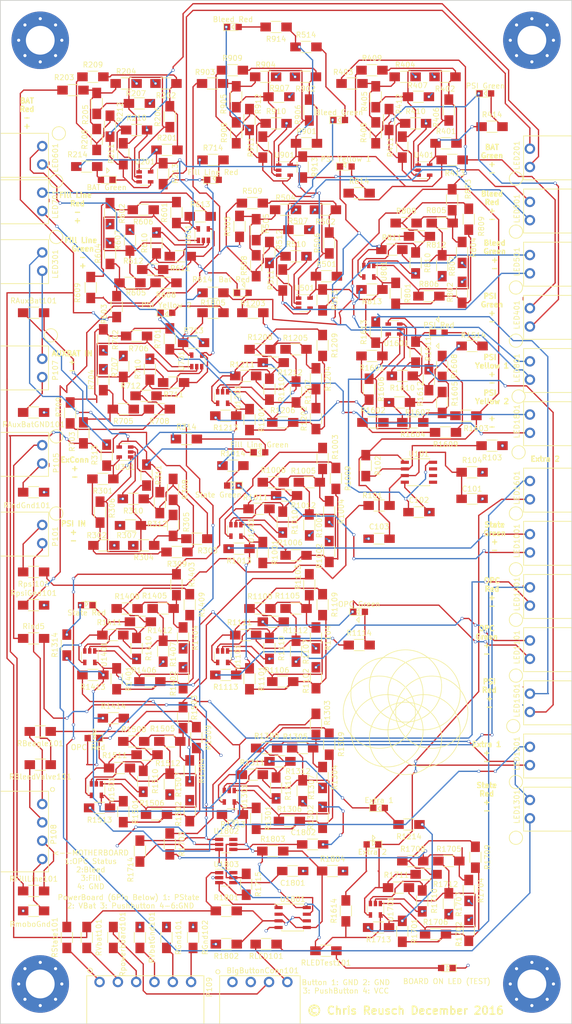
<source format=kicad_pcb>
(kicad_pcb (version 4) (host pcbnew 4.0.5)
  (layers (0 F.Cu signal hide) (31 B.Cu signal hide) (34 B.Paste user hide) (35 F.Paste user hide) (36 B.SilkS user hide) (37 F.SilkS user) (38 B.Mask user hide) (39 F.Mask user hide) (44 Edge.Cuts user))
  (net 0 "")
  (net 1 VCC)
  (net 2 GND)
  (net 3 "Net-(R205-Pad1)")
  (net 4 "Net-(R208-Pad1)")
  (net 5 /Ind5)
  (net 6 /State)
  (net 7 /Vbat)
  (net 8 /PowerBoard)
  (net 9 "/ Indicator Circuit for <15>/Vout")
  (net 10 "/ Indicator Circuit for <16>/Vout")
  (net 11 "/ Indicator Circuit for <15>/Vref")
  (net 12 "/ Indicator Circuit for <15>/Vin_div")
  (net 13 "Net-(R1305-Pad1)")
  (net 14 "Net-(R1308-Pad1)")
  (net 15 "/ Indicator Circuit for <16>/Vref")
  (net 16 "/ Indicator Circuit for <16>/Vin_div")
  (net 17 "Net-(R1705-Pad1)")
  (net 18 "Net-(R1708-Pad1)")
  (net 19 /Powerswitcher/VIn_Div)
  (net 20 /Powerswitcher/Vref)
  (net 21 "/ Indicator Circuit for <14>/Vout")
  (net 22 "/ Indicator Circuit for <14>/Vref")
  (net 23 "/ Indicator Circuit for <14>/Vin_div")
  (net 24 "Net-(R905-Pad1)")
  (net 25 "Net-(R908-Pad1)")
  (net 26 "/Batt good/Vout")
  (net 27 /AuxBat)
  (net 28 "/Batt good/Vref")
  (net 29 "/Batt good/Vin_div")
  (net 30 "Net-(LED201-Pad2)")
  (net 31 "Net-(LED901-Pad2)")
  (net 32 "Net-(LED1201-Pad2)")
  (net 33 "Net-(LED1601-Pad2)")
  (net 34 "Net-(C1802-Pad1)")
  (net 35 "Net-(C1801-Pad2)")
  (net 36 /FillLineInd)
  (net 37 /BleedValve)
  (net 38 "/ Indicator Circuit for <9>/Vout")
  (net 39 "Net-(LED401-Pad2)")
  (net 40 "/ Indicator Circuit for <9>/Vref")
  (net 41 "/ Indicator Circuit for <9>/Vin_div")
  (net 42 "Net-(R405-Pad1)")
  (net 43 "Net-(R408-Pad1)")
  (net 44 "/ Indicator Circuit for <5>/Vout")
  (net 45 "Net-(LED301-Pad2)")
  (net 46 "/ Indicator Circuit for <13>/Vout")
  (net 47 "Net-(LED501-Pad2)")
  (net 48 "/Batt Bad/Vout")
  (net 49 "Net-(LED601-Pad2)")
  (net 50 "/ Indicator Circuit for <6>/Vout")
  (net 51 "Net-(LED701-Pad2)")
  (net 52 "/ Indicator Circuit for <10>/Vout")
  (net 53 "Net-(LED801-Pad2)")
  (net 54 "/ Indicator Circuit for <3>/Vout")
  (net 55 "Net-(LED1001-Pad2)")
  (net 56 "/ Indicator Circuit for <7>/Vout")
  (net 57 "Net-(LED1101-Pad2)")
  (net 58 "/ Indicator Circuit for <4>/Vout")
  (net 59 "Net-(LED1301-Pad2)")
  (net 60 "/ Indicator Circuit for <8>/Vout")
  (net 61 "Net-(LED1401-Pad2)")
  (net 62 "/ Indicator Circuit for <12>/Vout")
  (net 63 "Net-(LED1501-Pad2)")
  (net 64 "/ Indicator Circuit for <11>/Vout")
  (net 65 "Net-(LED1801-Pad2)")
  (net 66 "/ Indicator Circuit for <5>/Vref")
  (net 67 "/ Indicator Circuit for <5>/Vin_div")
  (net 68 "Net-(R305-Pad1)")
  (net 69 "Net-(R308-Pad1)")
  (net 70 "/ Indicator Circuit for <13>/Vref")
  (net 71 "/ Indicator Circuit for <13>/Vin_div")
  (net 72 "Net-(R505-Pad1)")
  (net 73 "Net-(R508-Pad1)")
  (net 74 "/Batt Bad/Vref")
  (net 75 "/Batt Bad/Vin_div")
  (net 76 "Net-(R605-Pad1)")
  (net 77 "Net-(R608-Pad1)")
  (net 78 "/ Indicator Circuit for <6>/Vref")
  (net 79 "/ Indicator Circuit for <6>/Vin_div")
  (net 80 "Net-(R705-Pad1)")
  (net 81 "Net-(R708-Pad1)")
  (net 82 "/ Indicator Circuit for <10>/Vref")
  (net 83 "/ Indicator Circuit for <10>/Vin_div")
  (net 84 "Net-(R805-Pad1)")
  (net 85 "Net-(R808-Pad1)")
  (net 86 "/ Indicator Circuit for <3>/Vref")
  (net 87 "/ Indicator Circuit for <3>/Vin_div")
  (net 88 "Net-(R1005-Pad1)")
  (net 89 "Net-(R1008-Pad1)")
  (net 90 "/ Indicator Circuit for <7>/Vref")
  (net 91 "/ Indicator Circuit for <7>/Vin_div")
  (net 92 "Net-(R1105-Pad1)")
  (net 93 "Net-(R1108-Pad1)")
  (net 94 "/ Indicator Circuit for <11>/Vref")
  (net 95 "/ Indicator Circuit for <11>/Vin_div")
  (net 96 "Net-(R1205-Pad1)")
  (net 97 "Net-(R1208-Pad1)")
  (net 98 "/ Indicator Circuit for <4>/Vref")
  (net 99 "/ Indicator Circuit for <4>/Vin_div")
  (net 100 "Net-(R1405-Pad1)")
  (net 101 "Net-(R1408-Pad1)")
  (net 102 "/ Indicator Circuit for <8>/Vref")
  (net 103 "/ Indicator Circuit for <8>/Vin_div")
  (net 104 "Net-(R1505-Pad1)")
  (net 105 "Net-(R1508-Pad1)")
  (net 106 "/ Indicator Circuit for <12>/Vref")
  (net 107 "/ Indicator Circuit for <12>/Vin_div")
  (net 108 "Net-(R1605-Pad1)")
  (net 109 "Net-(R1608-Pad1)")
  (net 110 "Net-(P107-Pad1)")
  (net 111 "Net-(P108-Pad1)")
  (net 112 "Net-(P108-Pad2)")
  (net 113 "Net-(P108-Pad3)")
  (net 114 "Net-(P109-Pad1)")
  (net 115 "Net-(P109-Pad2)")
  (net 116 "Net-(P109-Pad3)")
  (net 117 "Net-(BigButtonConn101-Pad4)")
  (net 118 "Net-(C101-Pad1)")
  (net 119 "Net-(P101-Pad1)")
  (net 120 /UnConditionedPSI)
  (net 121 "Net-(R102-Pad2)")
  (net 122 "Net-(U101-Pad5)")
  (net 123 "Net-(U101-Pad6)")
  (net 124 "Net-(U101-Pad7)")
  (net 125 /PsiIndicator)
  (net 126 "Net-(D101-Pad2)")
  (net 127 "Net-(P101-Pad2)")
  (net 128 "Net-(P105-Pad1)")
  (net 129 "Net-(P105-Pad2)")
  (net 130 "Net-(P107-Pad2)")
  (net 131 "Net-(P108-Pad4)")
  (net 132 "Net-(P109-Pad4)")
  (net 133 "Net-(P109-Pad5)")
  (net 134 "Net-(P109-Pad6)")
  (net 135 "Net-(D201-Pad2)")
  (net 136 "Net-(D301-Pad2)")
  (net 137 "Net-(D401-Pad2)")
  (net 138 "Net-(D501-Pad2)")
  (net 139 "Net-(D601-Pad2)")
  (net 140 "Net-(D701-Pad2)")
  (net 141 "Net-(D801-Pad2)")
  (net 142 "Net-(D901-Pad2)")
  (net 143 "Net-(D1001-Pad2)")
  (net 144 "Net-(D1101-Pad2)")
  (net 145 "Net-(D1201-Pad2)")
  (net 146 "Net-(D1301-Pad2)")
  (net 147 "Net-(D1401-Pad2)")
  (net 148 "Net-(D1501-Pad2)")
  (net 149 "Net-(D1601-Pad2)")
  (net 150 "Net-(D1801-Pad2)")
  (net 151 /OPCState)
  (net 152 "Net-(R1714-Pad1)")
  (net 153 "Net-(R1715-Pad2)")
  (module Resistors_SMD:R_1206_HandSoldering (layer F.Cu) (at 40.64 30.48)
    (fp_text reference R714 (at 0 -2.3) (layer F.SilkS))
    (fp_text value R)
    (pad 1 smd rect (at -2 0) (size 2 1.7) (layers F.Cu F.Paste F.Mask) (net 1 VCC))
    (pad 2 smd rect (at 2 0) (size 2 1.7) (layers F.Cu F.Paste F.Mask) (net 140 "Net-(D701-Pad2)"))
  )
  (module hyperCustom:CONN_PHOENIX_1844236_4PIN_1 (layer F.Cu) (at 0 151.13 270)
    (fp_text reference P108 (at 8.24 -10.18 270) (layer F.SilkS))
    (fp_text value CONN_01X04)
    (pad 1 thru_hole circle (at 2.45 -8 270) (size 2 2) (drill 1.2) (layers *.Cu *.Mask) (net 111 "Net-(P108-Pad1)"))
    (pad 2 thru_hole circle (at 5.95 -8 270) (size 2 2) (drill 1.2) (layers *.Cu *.Mask) (net 112 "Net-(P108-Pad2)"))
    (pad 3 thru_hole circle (at 9.45 -8 270) (size 2 2) (drill 1.2) (layers *.Cu *.Mask) (net 113 "Net-(P108-Pad3)"))
    (pad 4 thru_hole circle (at 12.95 -8 270) (size 2 2) (drill 1.2) (layers *.Cu *.Mask) (net 131 "Net-(P108-Pad4)"))
  )
  (module hyperCustom:CONN_PHOENIX_1844252_6PIN (layer F.Cu) (at 16.51 195.58)
    (fp_text reference P109 (at 23.418 -7.012 90) (layer F.SilkS))
    (fp_text value CONN_01X06)
    (pad 1 thru_hole circle (at 2.45 -8) (size 2 2) (drill 1.2) (layers *.Cu *.Mask) (net 114 "Net-(P109-Pad1)"))
    (pad 2 thru_hole circle (at 5.95 -8) (size 2 2) (drill 1.2) (layers *.Cu *.Mask) (net 115 "Net-(P109-Pad2)"))
    (pad 3 thru_hole circle (at 9.45 -8) (size 2 2) (drill 1.2) (layers *.Cu *.Mask) (net 116 "Net-(P109-Pad3)"))
    (pad 4 thru_hole circle (at 12.95 -8) (size 2 2) (drill 1.2) (layers *.Cu *.Mask) (net 132 "Net-(P109-Pad4)"))
    (pad 5 thru_hole circle (at 16.45 -8) (size 2 2) (drill 1.2) (layers *.Cu *.Mask) (net 133 "Net-(P109-Pad5)"))
    (pad 6 thru_hole circle (at 19.95 -8) (size 2 2) (drill 1.2) (layers *.Cu *.Mask) (net 134 "Net-(P109-Pad6)"))
  )
  (module hyperCustom:CONN_PHOENIX_1844210_2PIN (layer F.Cu) (at 109.22 148.59 90)
    (fp_text reference LED1201 (at 4.67 -10.5 90) (layer F.SilkS))
    (fp_text value CONN_01X02)
    (pad 1 thru_hole circle (at 2.45 -8 90) (size 2 2) (drill 1.2) (layers *.Cu *.Mask) (net 9 "/ Indicator Circuit for <15>/Vout"))
    (pad 2 thru_hole circle (at 5.95 -8 90) (size 2 2) (drill 1.2) (layers *.Cu *.Mask) (net 32 "Net-(LED1201-Pad2)"))
  )
  (module Resistors_SMD:R_1206_HandSoldering (layer F.Cu) (at 44.355 155.575 180)
    (fp_text reference R1313 (at -0.095 -1.905 180) (layer F.SilkS))
    (fp_text value R)
    (pad 1 smd rect (at -2 0 180) (size 2 1.7) (layers F.Cu F.Paste F.Mask) (net 1 VCC))
    (pad 2 smd rect (at 2 0 180) (size 2 1.7) (layers F.Cu F.Paste F.Mask) (net 32 "Net-(LED1201-Pad2)"))
  )
  (module Resistors_SMD:R_1206_HandSoldering (layer F.Cu) (at 53.435 145.415)
    (fp_text reference R1312 (at 3.461 1.905) (layer F.SilkS))
    (fp_text value R)
    (pad 1 smd rect (at -2 0) (size 2 1.7) (layers F.Cu F.Paste F.Mask) (net 9 "/ Indicator Circuit for <15>/Vout"))
    (pad 2 smd rect (at 2 0) (size 2 1.7) (layers F.Cu F.Paste F.Mask) (net 14 "Net-(R1308-Pad1)"))
  )
  (module Resistors_SMD:R_1206_HandSoldering (layer F.Cu) (at 48.165 147.955)
    (fp_text reference R1311 (at 0 -2.3) (layer F.SilkS))
    (fp_text value R)
    (pad 1 smd rect (at -2 0) (size 2 1.7) (layers F.Cu F.Paste F.Mask) (net 9 "/ Indicator Circuit for <15>/Vout"))
    (pad 2 smd rect (at 2 0) (size 2 1.7) (layers F.Cu F.Paste F.Mask) (net 13 "Net-(R1305-Pad1)"))
  )
  (module Resistors_SMD:R_1206_HandSoldering (layer F.Cu) (at 52.705 150.495 270)
    (fp_text reference R1310 (at 0 -2.3 270) (layer F.SilkS))
    (fp_text value R)
    (pad 1 smd rect (at -2 0 270) (size 2 1.7) (layers F.Cu F.Paste F.Mask) (net 14 "Net-(R1308-Pad1)"))
    (pad 2 smd rect (at 2 0 270) (size 2 1.7) (layers F.Cu F.Paste F.Mask) (net 2 GND))
  )
  (module Resistors_SMD:R_1206_HandSoldering (layer F.Cu) (at 62.865 142.145 270)
    (fp_text reference R1309 (at 0 -2.3 270) (layer F.SilkS))
    (fp_text value R)
    (pad 1 smd rect (at -2 0 270) (size 2 1.7) (layers F.Cu F.Paste F.Mask) (net 14 "Net-(R1308-Pad1)"))
    (pad 2 smd rect (at 2 0 270) (size 2 1.7) (layers F.Cu F.Paste F.Mask) (net 11 "/ Indicator Circuit for <15>/Vref"))
  )
  (module Resistors_SMD:R_1206_HandSoldering (layer F.Cu) (at 50.895 142.875)
    (fp_text reference R1308 (at 0 -2.3) (layer F.SilkS))
    (fp_text value R)
    (pad 1 smd rect (at -2 0) (size 2 1.7) (layers F.Cu F.Paste F.Mask) (net 14 "Net-(R1308-Pad1)"))
    (pad 2 smd rect (at 2 0) (size 2 1.7) (layers F.Cu F.Paste F.Mask) (net 12 "/ Indicator Circuit for <15>/Vin_div"))
  )
  (module Resistors_SMD:R_1206_HandSoldering (layer F.Cu) (at 57.785 151.035 270)
    (fp_text reference R1307 (at -0.667 -1.651 270) (layer F.SilkS))
    (fp_text value R)
    (pad 1 smd rect (at -2 0 270) (size 2 1.7) (layers F.Cu F.Paste F.Mask) (net 13 "Net-(R1305-Pad1)"))
    (pad 2 smd rect (at 2 0 270) (size 2 1.7) (layers F.Cu F.Paste F.Mask) (net 2 GND))
  )
  (module Resistors_SMD:R_1206_HandSoldering (layer F.Cu) (at 55.245 156.845)
    (fp_text reference R1306 (at 0 -2.3) (layer F.SilkS))
    (fp_text value R)
    (pad 1 smd rect (at -2 0) (size 2 1.7) (layers F.Cu F.Paste F.Mask) (net 13 "Net-(R1305-Pad1)"))
    (pad 2 smd rect (at 2 0) (size 2 1.7) (layers F.Cu F.Paste F.Mask) (net 11 "/ Indicator Circuit for <15>/Vref"))
  )
  (module Resistors_SMD:R_1206_HandSoldering (layer F.Cu) (at 57.785 142.875)
    (fp_text reference R1305 (at -1.397 -2.159) (layer F.SilkS))
    (fp_text value R)
    (pad 1 smd rect (at -2 0) (size 2 1.7) (layers F.Cu F.Paste F.Mask) (net 13 "Net-(R1305-Pad1)"))
    (pad 2 smd rect (at 2 0) (size 2 1.7) (layers F.Cu F.Paste F.Mask) (net 12 "/ Indicator Circuit for <15>/Vin_div"))
  )
  (module Resistors_SMD:R_1206_HandSoldering (layer F.Cu) (at 61.595 148.495 270)
    (fp_text reference R1304 (at 0 -2.3 270) (layer F.SilkS))
    (fp_text value R)
    (pad 1 smd rect (at -2 0 270) (size 2 1.7) (layers F.Cu F.Paste F.Mask) (net 12 "/ Indicator Circuit for <15>/Vin_div"))
    (pad 2 smd rect (at 2 0 270) (size 2 1.7) (layers F.Cu F.Paste F.Mask) (net 2 GND))
  )
  (module Resistors_SMD:R_1206_HandSoldering (layer F.Cu) (at 60.325 138.335 270)
    (fp_text reference R1303 (at -2.191 -2.159 270) (layer F.SilkS))
    (fp_text value R)
    (pad 1 smd rect (at -2 0 270) (size 2 1.7) (layers F.Cu F.Paste F.Mask) (net 5 /Ind5))
    (pad 2 smd rect (at 2 0 270) (size 2 1.7) (layers F.Cu F.Paste F.Mask) (net 12 "/ Indicator Circuit for <15>/Vin_div"))
  )
  (module Resistors_SMD:R_1206_HandSoldering (layer F.Cu) (at 48.895 156.305 270)
    (fp_text reference R1301 (at 0 -2.3 270) (layer F.SilkS))
    (fp_text value R)
    (pad 1 smd rect (at -2 0 270) (size 2 1.7) (layers F.Cu F.Paste F.Mask) (net 1 VCC))
    (pad 2 smd rect (at 2 0 270) (size 2 1.7) (layers F.Cu F.Paste F.Mask) (net 11 "/ Indicator Circuit for <15>/Vref"))
  )
  (module TO_SOT_Packages_SMD:SOT-23-5 (layer F.Cu) (at 43.75 152.083096 270)
    (fp_text reference U1301 (at 0 -2.9 270) (layer F.SilkS))
    (fp_text value LEDboardcomparator)
    (pad 1 smd rect (at -1.1 -0.95 270) (size 1.06 0.65) (layers F.Cu F.Paste F.Mask) (net 13 "Net-(R1305-Pad1)"))
    (pad 2 smd rect (at -1.1 0 270) (size 1.06 0.65) (layers F.Cu F.Paste F.Mask) (net 2 GND))
    (pad 3 smd rect (at -1.1 0.95 270) (size 1.06 0.65) (layers F.Cu F.Paste F.Mask) (net 14 "Net-(R1308-Pad1)"))
    (pad 4 smd rect (at 1.1 0.95 270) (size 1.06 0.65) (layers F.Cu F.Paste F.Mask) (net 9 "/ Indicator Circuit for <15>/Vout"))
    (pad 5 smd rect (at 1.1 -0.95 270) (size 1.06 0.65) (layers F.Cu F.Paste F.Mask) (net 1 VCC))
  )
  (module Resistors_SMD:R_1206_HandSoldering (layer F.Cu) (at 61.595 156.115 90)
    (fp_text reference R1302 (at 0 -2.3 90) (layer F.SilkS))
    (fp_text value R)
    (pad 1 smd rect (at -2 0 90) (size 2 1.7) (layers F.Cu F.Paste F.Mask) (net 11 "/ Indicator Circuit for <15>/Vref"))
    (pad 2 smd rect (at 2 0 90) (size 2 1.7) (layers F.Cu F.Paste F.Mask) (net 2 GND))
  )
  (module hyperCustom:CONN_PHOENIX_1844210_2PIN (layer F.Cu) (at 109.22 138.43 90)
    (fp_text reference LED1501 (at 4.67 -10.5 90) (layer F.SilkS))
    (fp_text value CONN_01X02)
    (pad 1 thru_hole circle (at 2.45 -8 90) (size 2 2) (drill 1.2) (layers *.Cu *.Mask) (net 62 "/ Indicator Circuit for <12>/Vout"))
    (pad 2 thru_hole circle (at 5.95 -8 90) (size 2 2) (drill 1.2) (layers *.Cu *.Mask) (net 63 "Net-(LED1501-Pad2)"))
  )
  (module Resistors_SMD:R_1206_HandSoldering (layer F.Cu) (at 18.955 154.305 180)
    (fp_text reference R1513 (at 0 -2.3 180) (layer F.SilkS))
    (fp_text value R)
    (pad 1 smd rect (at -2 0 180) (size 2 1.7) (layers F.Cu F.Paste F.Mask) (net 1 VCC))
    (pad 2 smd rect (at 2 0 180) (size 2 1.7) (layers F.Cu F.Paste F.Mask) (net 61 "Net-(LED1401-Pad2)"))
  )
  (module Resistors_SMD:R_1206_HandSoldering (layer F.Cu) (at 28.035 144.145)
    (fp_text reference R1512 (at 3.969 1.651) (layer F.SilkS))
    (fp_text value R)
    (pad 1 smd rect (at -2 0) (size 2 1.7) (layers F.Cu F.Paste F.Mask) (net 60 "/ Indicator Circuit for <8>/Vout"))
    (pad 2 smd rect (at 2 0) (size 2 1.7) (layers F.Cu F.Paste F.Mask) (net 105 "Net-(R1508-Pad1)"))
  )
  (module Resistors_SMD:R_1206_HandSoldering (layer F.Cu) (at 22.765 146.685)
    (fp_text reference R1511 (at -0.921 -2.413) (layer F.SilkS))
    (fp_text value R)
    (pad 1 smd rect (at -2 0) (size 2 1.7) (layers F.Cu F.Paste F.Mask) (net 60 "/ Indicator Circuit for <8>/Vout"))
    (pad 2 smd rect (at 2 0) (size 2 1.7) (layers F.Cu F.Paste F.Mask) (net 104 "Net-(R1505-Pad1)"))
  )
  (module Resistors_SMD:R_1206_HandSoldering (layer F.Cu) (at 27.305 149.225 270)
    (fp_text reference R1510 (at 0 -2.3 270) (layer F.SilkS))
    (fp_text value R)
    (pad 1 smd rect (at -2 0 270) (size 2 1.7) (layers F.Cu F.Paste F.Mask) (net 105 "Net-(R1508-Pad1)"))
    (pad 2 smd rect (at 2 0 270) (size 2 1.7) (layers F.Cu F.Paste F.Mask) (net 2 GND))
  )
  (module Resistors_SMD:R_1206_HandSoldering (layer F.Cu) (at 37.465 140.875 270)
    (fp_text reference R1509 (at 0 -2.3 270) (layer F.SilkS))
    (fp_text value R)
    (pad 1 smd rect (at -2 0 270) (size 2 1.7) (layers F.Cu F.Paste F.Mask) (net 105 "Net-(R1508-Pad1)"))
    (pad 2 smd rect (at 2 0 270) (size 2 1.7) (layers F.Cu F.Paste F.Mask) (net 102 "/ Indicator Circuit for <8>/Vref"))
  )
  (module Resistors_SMD:R_1206_HandSoldering (layer F.Cu) (at 25.495 141.605)
    (fp_text reference R1508 (at 0 -2.3) (layer F.SilkS))
    (fp_text value R)
    (pad 1 smd rect (at -2 0) (size 2 1.7) (layers F.Cu F.Paste F.Mask) (net 105 "Net-(R1508-Pad1)"))
    (pad 2 smd rect (at 2 0) (size 2 1.7) (layers F.Cu F.Paste F.Mask) (net 103 "/ Indicator Circuit for <8>/Vin_div"))
  )
  (module Resistors_SMD:R_1206_HandSoldering (layer F.Cu) (at 32.385 149.765 270)
    (fp_text reference R1507 (at 0.095 -1.651 270) (layer F.SilkS))
    (fp_text value R)
    (pad 1 smd rect (at -2 0 270) (size 2 1.7) (layers F.Cu F.Paste F.Mask) (net 104 "Net-(R1505-Pad1)"))
    (pad 2 smd rect (at 2 0 270) (size 2 1.7) (layers F.Cu F.Paste F.Mask) (net 2 GND))
  )
  (module Resistors_SMD:R_1206_HandSoldering (layer F.Cu) (at 29.845 155.575)
    (fp_text reference R1506 (at -0.889 -2.159) (layer F.SilkS))
    (fp_text value R)
    (pad 1 smd rect (at -2 0) (size 2 1.7) (layers F.Cu F.Paste F.Mask) (net 104 "Net-(R1505-Pad1)"))
    (pad 2 smd rect (at 2 0) (size 2 1.7) (layers F.Cu F.Paste F.Mask) (net 102 "/ Indicator Circuit for <8>/Vref"))
  )
  (module Resistors_SMD:R_1206_HandSoldering (layer F.Cu) (at 32.385 141.605)
    (fp_text reference R1505 (at -1.397 -2.413) (layer F.SilkS))
    (fp_text value R)
    (pad 1 smd rect (at -2 0) (size 2 1.7) (layers F.Cu F.Paste F.Mask) (net 104 "Net-(R1505-Pad1)"))
    (pad 2 smd rect (at 2 0) (size 2 1.7) (layers F.Cu F.Paste F.Mask) (net 103 "/ Indicator Circuit for <8>/Vin_div"))
  )
  (module Resistors_SMD:R_1206_HandSoldering (layer F.Cu) (at 36.195 147.225 270)
    (fp_text reference R1504 (at 0 -2.3 270) (layer F.SilkS))
    (fp_text value R)
    (pad 1 smd rect (at -2 0 270) (size 2 1.7) (layers F.Cu F.Paste F.Mask) (net 103 "/ Indicator Circuit for <8>/Vin_div"))
    (pad 2 smd rect (at 2 0 270) (size 2 1.7) (layers F.Cu F.Paste F.Mask) (net 2 GND))
  )
  (module Resistors_SMD:R_1206_HandSoldering (layer F.Cu) (at 34.925 137.065 270)
    (fp_text reference R1503 (at -1.937 -2.159 270) (layer F.SilkS))
    (fp_text value R)
    (pad 1 smd rect (at -2 0 270) (size 2 1.7) (layers F.Cu F.Paste F.Mask) (net 151 /OPCState))
    (pad 2 smd rect (at 2 0 270) (size 2 1.7) (layers F.Cu F.Paste F.Mask) (net 103 "/ Indicator Circuit for <8>/Vin_div"))
  )
  (module Resistors_SMD:R_1206_HandSoldering (layer F.Cu) (at 23.495 155.035 270)
    (fp_text reference R1501 (at 0 -2.3 270) (layer F.SilkS))
    (fp_text value R)
    (pad 1 smd rect (at -2 0 270) (size 2 1.7) (layers F.Cu F.Paste F.Mask) (net 1 VCC))
    (pad 2 smd rect (at 2 0 270) (size 2 1.7) (layers F.Cu F.Paste F.Mask) (net 102 "/ Indicator Circuit for <8>/Vref"))
  )
  (module TO_SOT_Packages_SMD:SOT-23-5 (layer F.Cu) (at 18.35 150.813096 270)
    (fp_text reference U1501 (at 0 -2.9 270) (layer F.SilkS))
    (fp_text value LEDboardcomparator)
    (pad 1 smd rect (at -1.1 -0.95 270) (size 1.06 0.65) (layers F.Cu F.Paste F.Mask) (net 104 "Net-(R1505-Pad1)"))
    (pad 2 smd rect (at -1.1 0 270) (size 1.06 0.65) (layers F.Cu F.Paste F.Mask) (net 2 GND))
    (pad 3 smd rect (at -1.1 0.95 270) (size 1.06 0.65) (layers F.Cu F.Paste F.Mask) (net 105 "Net-(R1508-Pad1)"))
    (pad 4 smd rect (at 1.1 0.95 270) (size 1.06 0.65) (layers F.Cu F.Paste F.Mask) (net 60 "/ Indicator Circuit for <8>/Vout"))
    (pad 5 smd rect (at 1.1 -0.95 270) (size 1.06 0.65) (layers F.Cu F.Paste F.Mask) (net 1 VCC))
  )
  (module Resistors_SMD:R_1206_HandSoldering (layer F.Cu) (at 36.195 154.845 90)
    (fp_text reference R1502 (at -0.603 -2.159 90) (layer F.SilkS))
    (fp_text value R)
    (pad 1 smd rect (at -2 0 90) (size 2 1.7) (layers F.Cu F.Paste F.Mask) (net 102 "/ Indicator Circuit for <8>/Vref"))
    (pad 2 smd rect (at 2 0 90) (size 2 1.7) (layers F.Cu F.Paste F.Mask) (net 2 GND))
  )
  (module hyperCustom:CONN_PHOENIX_1844210_2PIN (layer F.Cu) (at 109.22 128.27 90)
    (fp_text reference LED1101 (at 4.67 -10.5 90) (layer F.SilkS))
    (fp_text value CONN_01X02)
    (pad 1 thru_hole circle (at 2.45 -8 90) (size 2 2) (drill 1.2) (layers *.Cu *.Mask) (net 56 "/ Indicator Circuit for <7>/Vout"))
    (pad 2 thru_hole circle (at 5.95 -8 90) (size 2 2) (drill 1.2) (layers *.Cu *.Mask) (net 57 "Net-(LED1101-Pad2)"))
  )
  (module Resistors_SMD:R_1206_HandSoldering (layer F.Cu) (at 43.085 128.905 180)
    (fp_text reference R1113 (at 0 -2.3 180) (layer F.SilkS))
    (fp_text value R)
    (pad 1 smd rect (at -2 0 180) (size 2 1.7) (layers F.Cu F.Paste F.Mask) (net 1 VCC))
    (pad 2 smd rect (at 2 0 180) (size 2 1.7) (layers F.Cu F.Paste F.Mask) (net 57 "Net-(LED1101-Pad2)"))
  )
  (module Resistors_SMD:R_1206_HandSoldering (layer F.Cu) (at 52.165 118.745)
    (fp_text reference R1112 (at 4.223 1.651) (layer F.SilkS))
    (fp_text value R)
    (pad 1 smd rect (at -2 0) (size 2 1.7) (layers F.Cu F.Paste F.Mask) (net 56 "/ Indicator Circuit for <7>/Vout"))
    (pad 2 smd rect (at 2 0) (size 2 1.7) (layers F.Cu F.Paste F.Mask) (net 93 "Net-(R1108-Pad1)"))
  )
  (module Resistors_SMD:R_1206_HandSoldering (layer F.Cu) (at 46.895 121.285)
    (fp_text reference R1111 (at -1.175 -2.413) (layer F.SilkS))
    (fp_text value R)
    (pad 1 smd rect (at -2 0) (size 2 1.7) (layers F.Cu F.Paste F.Mask) (net 56 "/ Indicator Circuit for <7>/Vout"))
    (pad 2 smd rect (at 2 0) (size 2 1.7) (layers F.Cu F.Paste F.Mask) (net 92 "Net-(R1105-Pad1)"))
  )
  (module Resistors_SMD:R_1206_HandSoldering (layer F.Cu) (at 51.435 123.825 270)
    (fp_text reference R1110 (at 0 -2.3 270) (layer F.SilkS))
    (fp_text value R)
    (pad 1 smd rect (at -2 0 270) (size 2 1.7) (layers F.Cu F.Paste F.Mask) (net 93 "Net-(R1108-Pad1)"))
    (pad 2 smd rect (at 2 0 270) (size 2 1.7) (layers F.Cu F.Paste F.Mask) (net 2 GND))
  )
  (module Resistors_SMD:R_1206_HandSoldering (layer F.Cu) (at 61.595 115.475 270)
    (fp_text reference R1109 (at 0 -2.3 270) (layer F.SilkS))
    (fp_text value R)
    (pad 1 smd rect (at -2 0 270) (size 2 1.7) (layers F.Cu F.Paste F.Mask) (net 93 "Net-(R1108-Pad1)"))
    (pad 2 smd rect (at 2 0 270) (size 2 1.7) (layers F.Cu F.Paste F.Mask) (net 90 "/ Indicator Circuit for <7>/Vref"))
  )
  (module Resistors_SMD:R_1206_HandSoldering (layer F.Cu) (at 49.625 116.205)
    (fp_text reference R1108 (at 0 -2.3) (layer F.SilkS))
    (fp_text value R)
    (pad 1 smd rect (at -2 0) (size 2 1.7) (layers F.Cu F.Paste F.Mask) (net 93 "Net-(R1108-Pad1)"))
    (pad 2 smd rect (at 2 0) (size 2 1.7) (layers F.Cu F.Paste F.Mask) (net 91 "/ Indicator Circuit for <7>/Vin_div"))
  )
  (module Resistors_SMD:R_1206_HandSoldering (layer F.Cu) (at 56.515 124.365 270)
    (fp_text reference R1107 (at 0.095 -1.905 270) (layer F.SilkS))
    (fp_text value R)
    (pad 1 smd rect (at -2 0 270) (size 2 1.7) (layers F.Cu F.Paste F.Mask) (net 92 "Net-(R1105-Pad1)"))
    (pad 2 smd rect (at 2 0 270) (size 2 1.7) (layers F.Cu F.Paste F.Mask) (net 2 GND))
  )
  (module Resistors_SMD:R_1206_HandSoldering (layer F.Cu) (at 53.975 130.175)
    (fp_text reference R1106 (at -1.143 -2.159) (layer F.SilkS))
    (fp_text value R)
    (pad 1 smd rect (at -2 0) (size 2 1.7) (layers F.Cu F.Paste F.Mask) (net 92 "Net-(R1105-Pad1)"))
    (pad 2 smd rect (at 2 0) (size 2 1.7) (layers F.Cu F.Paste F.Mask) (net 90 "/ Indicator Circuit for <7>/Vref"))
  )
  (module Resistors_SMD:R_1206_HandSoldering (layer F.Cu) (at 56.515 116.205)
    (fp_text reference R1105 (at -1.651 -2.413) (layer F.SilkS))
    (fp_text value R)
    (pad 1 smd rect (at -2 0) (size 2 1.7) (layers F.Cu F.Paste F.Mask) (net 92 "Net-(R1105-Pad1)"))
    (pad 2 smd rect (at 2 0) (size 2 1.7) (layers F.Cu F.Paste F.Mask) (net 91 "/ Indicator Circuit for <7>/Vin_div"))
  )
  (module Resistors_SMD:R_1206_HandSoldering (layer F.Cu) (at 60.325 121.825 270)
    (fp_text reference R1104 (at 0 -2.3 270) (layer F.SilkS))
    (fp_text value R)
    (pad 1 smd rect (at -2 0 270) (size 2 1.7) (layers F.Cu F.Paste F.Mask) (net 91 "/ Indicator Circuit for <7>/Vin_div"))
    (pad 2 smd rect (at 2 0 270) (size 2 1.7) (layers F.Cu F.Paste F.Mask) (net 2 GND))
  )
  (module Resistors_SMD:R_1206_HandSoldering (layer F.Cu) (at 59.055 111.665 270)
    (fp_text reference R1103 (at -1.429 2.159 270) (layer F.SilkS))
    (fp_text value R)
    (pad 1 smd rect (at -2 0 270) (size 2 1.7) (layers F.Cu F.Paste F.Mask) (net 151 /OPCState))
    (pad 2 smd rect (at 2 0 270) (size 2 1.7) (layers F.Cu F.Paste F.Mask) (net 91 "/ Indicator Circuit for <7>/Vin_div"))
  )
  (module Resistors_SMD:R_1206_HandSoldering (layer F.Cu) (at 47.625 129.635 270)
    (fp_text reference R1101 (at 0 -2.3 270) (layer F.SilkS))
    (fp_text value R)
    (pad 1 smd rect (at -2 0 270) (size 2 1.7) (layers F.Cu F.Paste F.Mask) (net 1 VCC))
    (pad 2 smd rect (at 2 0 270) (size 2 1.7) (layers F.Cu F.Paste F.Mask) (net 90 "/ Indicator Circuit for <7>/Vref"))
  )
  (module TO_SOT_Packages_SMD:SOT-23-5 (layer F.Cu) (at 42.48 125.413096 270)
    (fp_text reference U1101 (at 0 -2.9 270) (layer F.SilkS))
    (fp_text value LEDboardcomparator)
    (pad 1 smd rect (at -1.1 -0.95 270) (size 1.06 0.65) (layers F.Cu F.Paste F.Mask) (net 92 "Net-(R1105-Pad1)"))
    (pad 2 smd rect (at -1.1 0 270) (size 1.06 0.65) (layers F.Cu F.Paste F.Mask) (net 2 GND))
    (pad 3 smd rect (at -1.1 0.95 270) (size 1.06 0.65) (layers F.Cu F.Paste F.Mask) (net 93 "Net-(R1108-Pad1)"))
    (pad 4 smd rect (at 1.1 0.95 270) (size 1.06 0.65) (layers F.Cu F.Paste F.Mask) (net 56 "/ Indicator Circuit for <7>/Vout"))
    (pad 5 smd rect (at 1.1 -0.95 270) (size 1.06 0.65) (layers F.Cu F.Paste F.Mask) (net 1 VCC))
  )
  (module Resistors_SMD:R_1206_HandSoldering (layer F.Cu) (at 60.325 129.445 90)
    (fp_text reference R1102 (at -0.603 -1.905 90) (layer F.SilkS))
    (fp_text value R)
    (pad 1 smd rect (at -2 0 90) (size 2 1.7) (layers F.Cu F.Paste F.Mask) (net 90 "/ Indicator Circuit for <7>/Vref"))
    (pad 2 smd rect (at 2 0 90) (size 2 1.7) (layers F.Cu F.Paste F.Mask) (net 2 GND))
  )
  (module hyperCustom:CONN_PHOENIX_1844210_2PIN (layer F.Cu) (at 109.22 118.11 90)
    (fp_text reference LED1401 (at 4.67 -10.5 90) (layer F.SilkS))
    (fp_text value CONN_01X02)
    (pad 1 thru_hole circle (at 2.45 -8 90) (size 2 2) (drill 1.2) (layers *.Cu *.Mask) (net 60 "/ Indicator Circuit for <8>/Vout"))
    (pad 2 thru_hole circle (at 5.95 -8 90) (size 2 2) (drill 1.2) (layers *.Cu *.Mask) (net 61 "Net-(LED1401-Pad2)"))
  )
  (module Resistors_SMD:R_1206_HandSoldering (layer F.Cu) (at 17.685 128.905 180)
    (fp_text reference R1413 (at 0 -2.3 180) (layer F.SilkS))
    (fp_text value R)
    (pad 1 smd rect (at -2 0 180) (size 2 1.7) (layers F.Cu F.Paste F.Mask) (net 1 VCC))
    (pad 2 smd rect (at 2 0 180) (size 2 1.7) (layers F.Cu F.Paste F.Mask) (net 59 "Net-(LED1301-Pad2)"))
  )
  (module Resistors_SMD:R_1206_HandSoldering (layer F.Cu) (at 26.765 118.745)
    (fp_text reference R1412 (at 3.715 1.651) (layer F.SilkS))
    (fp_text value R)
    (pad 1 smd rect (at -2 0) (size 2 1.7) (layers F.Cu F.Paste F.Mask) (net 58 "/ Indicator Circuit for <4>/Vout"))
    (pad 2 smd rect (at 2 0) (size 2 1.7) (layers F.Cu F.Paste F.Mask) (net 101 "Net-(R1408-Pad1)"))
  )
  (module Resistors_SMD:R_1206_HandSoldering (layer F.Cu) (at 21.495 121.285)
    (fp_text reference R1411 (at -0.667 -2.413) (layer F.SilkS))
    (fp_text value R)
    (pad 1 smd rect (at -2 0) (size 2 1.7) (layers F.Cu F.Paste F.Mask) (net 58 "/ Indicator Circuit for <4>/Vout"))
    (pad 2 smd rect (at 2 0) (size 2 1.7) (layers F.Cu F.Paste F.Mask) (net 100 "Net-(R1405-Pad1)"))
  )
  (module Resistors_SMD:R_1206_HandSoldering (layer F.Cu) (at 26.035 123.825 270)
    (fp_text reference R1410 (at 0 -2.3 270) (layer F.SilkS))
    (fp_text value R)
    (pad 1 smd rect (at -2 0 270) (size 2 1.7) (layers F.Cu F.Paste F.Mask) (net 101 "Net-(R1408-Pad1)"))
    (pad 2 smd rect (at 2 0 270) (size 2 1.7) (layers F.Cu F.Paste F.Mask) (net 2 GND))
  )
  (module Resistors_SMD:R_1206_HandSoldering (layer F.Cu) (at 36.195 115.475 270)
    (fp_text reference R1409 (at 0 -2.3 270) (layer F.SilkS))
    (fp_text value R)
    (pad 1 smd rect (at -2 0 270) (size 2 1.7) (layers F.Cu F.Paste F.Mask) (net 101 "Net-(R1408-Pad1)"))
    (pad 2 smd rect (at 2 0 270) (size 2 1.7) (layers F.Cu F.Paste F.Mask) (net 98 "/ Indicator Circuit for <4>/Vref"))
  )
  (module Resistors_SMD:R_1206_HandSoldering (layer F.Cu) (at 24.225 116.205)
    (fp_text reference R1408 (at 0 -2.3) (layer F.SilkS))
    (fp_text value R)
    (pad 1 smd rect (at -2 0) (size 2 1.7) (layers F.Cu F.Paste F.Mask) (net 101 "Net-(R1408-Pad1)"))
    (pad 2 smd rect (at 2 0) (size 2 1.7) (layers F.Cu F.Paste F.Mask) (net 99 "/ Indicator Circuit for <4>/Vin_div"))
  )
  (module Resistors_SMD:R_1206_HandSoldering (layer F.Cu) (at 31.115 124.365 270)
    (fp_text reference R1407 (at 0.603 -1.905 270) (layer F.SilkS))
    (fp_text value R)
    (pad 1 smd rect (at -2 0 270) (size 2 1.7) (layers F.Cu F.Paste F.Mask) (net 100 "Net-(R1405-Pad1)"))
    (pad 2 smd rect (at 2 0 270) (size 2 1.7) (layers F.Cu F.Paste F.Mask) (net 2 GND))
  )
  (module Resistors_SMD:R_1206_HandSoldering (layer F.Cu) (at 28.575 130.175)
    (fp_text reference R1406 (at -1.143 -2.159) (layer F.SilkS))
    (fp_text value R)
    (pad 1 smd rect (at -2 0) (size 2 1.7) (layers F.Cu F.Paste F.Mask) (net 100 "Net-(R1405-Pad1)"))
    (pad 2 smd rect (at 2 0) (size 2 1.7) (layers F.Cu F.Paste F.Mask) (net 98 "/ Indicator Circuit for <4>/Vref"))
  )
  (module Resistors_SMD:R_1206_HandSoldering (layer F.Cu) (at 31.115 116.205)
    (fp_text reference R1405 (at -1.651 -2.413) (layer F.SilkS))
    (fp_text value R)
    (pad 1 smd rect (at -2 0) (size 2 1.7) (layers F.Cu F.Paste F.Mask) (net 100 "Net-(R1405-Pad1)"))
    (pad 2 smd rect (at 2 0) (size 2 1.7) (layers F.Cu F.Paste F.Mask) (net 99 "/ Indicator Circuit for <4>/Vin_div"))
  )
  (module Resistors_SMD:R_1206_HandSoldering (layer F.Cu) (at 34.925 121.825 270)
    (fp_text reference R1404 (at 0 -2.3 270) (layer F.SilkS))
    (fp_text value R)
    (pad 1 smd rect (at -2 0 270) (size 2 1.7) (layers F.Cu F.Paste F.Mask) (net 99 "/ Indicator Circuit for <4>/Vin_div"))
    (pad 2 smd rect (at 2 0 270) (size 2 1.7) (layers F.Cu F.Paste F.Mask) (net 2 GND))
  )
  (module Resistors_SMD:R_1206_HandSoldering (layer F.Cu) (at 33.655 111.665 270)
    (fp_text reference R1403 (at -1.937 -2.921 270) (layer F.SilkS))
    (fp_text value R)
    (pad 1 smd rect (at -2 0 270) (size 2 1.7) (layers F.Cu F.Paste F.Mask) (net 6 /State))
    (pad 2 smd rect (at 2 0 270) (size 2 1.7) (layers F.Cu F.Paste F.Mask) (net 99 "/ Indicator Circuit for <4>/Vin_div"))
  )
  (module Resistors_SMD:R_1206_HandSoldering (layer F.Cu) (at 22.225 129.635 270)
    (fp_text reference R1401 (at 0 -2.3 270) (layer F.SilkS))
    (fp_text value R)
    (pad 1 smd rect (at -2 0 270) (size 2 1.7) (layers F.Cu F.Paste F.Mask) (net 1 VCC))
    (pad 2 smd rect (at 2 0 270) (size 2 1.7) (layers F.Cu F.Paste F.Mask) (net 98 "/ Indicator Circuit for <4>/Vref"))
  )
  (module TO_SOT_Packages_SMD:SOT-23-5 (layer F.Cu) (at 17.08 125.413096 270)
    (fp_text reference U1401 (at -0.445096 -2.732 270) (layer F.SilkS))
    (fp_text value LEDboardcomparator)
    (pad 1 smd rect (at -1.1 -0.95 270) (size 1.06 0.65) (layers F.Cu F.Paste F.Mask) (net 100 "Net-(R1405-Pad1)"))
    (pad 2 smd rect (at -1.1 0 270) (size 1.06 0.65) (layers F.Cu F.Paste F.Mask) (net 2 GND))
    (pad 3 smd rect (at -1.1 0.95 270) (size 1.06 0.65) (layers F.Cu F.Paste F.Mask) (net 101 "Net-(R1408-Pad1)"))
    (pad 4 smd rect (at 1.1 0.95 270) (size 1.06 0.65) (layers F.Cu F.Paste F.Mask) (net 58 "/ Indicator Circuit for <4>/Vout"))
    (pad 5 smd rect (at 1.1 -0.95 270) (size 1.06 0.65) (layers F.Cu F.Paste F.Mask) (net 1 VCC))
  )
  (module Resistors_SMD:R_1206_HandSoldering (layer F.Cu) (at 34.925 129.445 90)
    (fp_text reference R1402 (at -1.111 -1.905 90) (layer F.SilkS))
    (fp_text value R)
    (pad 1 smd rect (at -2 0 90) (size 2 1.7) (layers F.Cu F.Paste F.Mask) (net 98 "/ Indicator Circuit for <4>/Vref"))
    (pad 2 smd rect (at 2 0 90) (size 2 1.7) (layers F.Cu F.Paste F.Mask) (net 2 GND))
  )
  (module Resistors_SMD:R_1206_HandSoldering (layer F.Cu) (at 89.535 177.705 90)
    (fp_text reference R1702 (at -0.73 -1.905 90) (layer F.SilkS))
    (fp_text value R)
    (pad 1 smd rect (at -2 0 90) (size 2 1.7) (layers F.Cu F.Paste F.Mask) (net 15 "/ Indicator Circuit for <16>/Vref"))
    (pad 2 smd rect (at 2 0 90) (size 2 1.7) (layers F.Cu F.Paste F.Mask) (net 2 GND))
  )
  (module TO_SOT_Packages_SMD:SOT-23-5 (layer F.Cu) (at 71.69 173.673096 270)
    (fp_text reference U1701 (at 0 -2.9 270) (layer F.SilkS))
    (fp_text value LEDboardcomparator)
    (pad 1 smd rect (at -1.1 -0.95 270) (size 1.06 0.65) (layers F.Cu F.Paste F.Mask) (net 17 "Net-(R1705-Pad1)"))
    (pad 2 smd rect (at -1.1 0 270) (size 1.06 0.65) (layers F.Cu F.Paste F.Mask) (net 2 GND))
    (pad 3 smd rect (at -1.1 0.95 270) (size 1.06 0.65) (layers F.Cu F.Paste F.Mask) (net 18 "Net-(R1708-Pad1)"))
    (pad 4 smd rect (at 1.1 0.95 270) (size 1.06 0.65) (layers F.Cu F.Paste F.Mask) (net 10 "/ Indicator Circuit for <16>/Vout"))
    (pad 5 smd rect (at 1.1 -0.95 270) (size 1.06 0.65) (layers F.Cu F.Paste F.Mask) (net 1 VCC))
  )
  (module Resistors_SMD:R_1206_HandSoldering (layer F.Cu) (at 76.835 177.895 270)
    (fp_text reference R1701 (at 0 -2.3 270) (layer F.SilkS))
    (fp_text value R)
    (pad 1 smd rect (at -2 0 270) (size 2 1.7) (layers F.Cu F.Paste F.Mask) (net 1 VCC))
    (pad 2 smd rect (at 2 0 270) (size 2 1.7) (layers F.Cu F.Paste F.Mask) (net 15 "/ Indicator Circuit for <16>/Vref"))
  )
  (module Resistors_SMD:R_1206_HandSoldering (layer F.Cu) (at 32.385 161.195 270)
    (fp_text reference R1703 (at 0 -2.3 270) (layer F.SilkS))
    (fp_text value R)
    (pad 1 smd rect (at -2 0 270) (size 2 1.7) (layers F.Cu F.Paste F.Mask) (net 5 /Ind5))
    (pad 2 smd rect (at 2 0 270) (size 2 1.7) (layers F.Cu F.Paste F.Mask) (net 16 "/ Indicator Circuit for <16>/Vin_div"))
  )
  (module Resistors_SMD:R_1206_HandSoldering (layer F.Cu) (at 89.535 170.085 270)
    (fp_text reference R1704 (at 0 -2.3 270) (layer F.SilkS))
    (fp_text value R)
    (pad 1 smd rect (at -2 0 270) (size 2 1.7) (layers F.Cu F.Paste F.Mask) (net 16 "/ Indicator Circuit for <16>/Vin_div"))
    (pad 2 smd rect (at 2 0 270) (size 2 1.7) (layers F.Cu F.Paste F.Mask) (net 2 GND))
  )
  (module Resistors_SMD:R_1206_HandSoldering (layer F.Cu) (at 85.725 164.465)
    (fp_text reference R1705 (at 0 -2.3) (layer F.SilkS))
    (fp_text value R)
    (pad 1 smd rect (at -2 0) (size 2 1.7) (layers F.Cu F.Paste F.Mask) (net 17 "Net-(R1705-Pad1)"))
    (pad 2 smd rect (at 2 0) (size 2 1.7) (layers F.Cu F.Paste F.Mask) (net 16 "/ Indicator Circuit for <16>/Vin_div"))
  )
  (module Resistors_SMD:R_1206_HandSoldering (layer F.Cu) (at 83.185 178.435)
    (fp_text reference R1706 (at 0 -2.3) (layer F.SilkS))
    (fp_text value R)
    (pad 1 smd rect (at -2 0) (size 2 1.7) (layers F.Cu F.Paste F.Mask) (net 17 "Net-(R1705-Pad1)"))
    (pad 2 smd rect (at 2 0) (size 2 1.7) (layers F.Cu F.Paste F.Mask) (net 15 "/ Indicator Circuit for <16>/Vref"))
  )
  (module Resistors_SMD:R_1206_HandSoldering (layer F.Cu) (at 85.725 172.625 270)
    (fp_text reference R1707 (at 0.095 -1.905 450) (layer F.SilkS))
    (fp_text value R)
    (pad 1 smd rect (at -2 0 270) (size 2 1.7) (layers F.Cu F.Paste F.Mask) (net 17 "Net-(R1705-Pad1)"))
    (pad 2 smd rect (at 2 0 270) (size 2 1.7) (layers F.Cu F.Paste F.Mask) (net 2 GND))
  )
  (module Resistors_SMD:R_1206_HandSoldering (layer F.Cu) (at 78.835 164.465)
    (fp_text reference R1708 (at 0 -2.3) (layer F.SilkS))
    (fp_text value R)
    (pad 1 smd rect (at -2 0) (size 2 1.7) (layers F.Cu F.Paste F.Mask) (net 18 "Net-(R1708-Pad1)"))
    (pad 2 smd rect (at 2 0) (size 2 1.7) (layers F.Cu F.Paste F.Mask) (net 16 "/ Indicator Circuit for <16>/Vin_div"))
  )
  (module Resistors_SMD:R_1206_HandSoldering (layer F.Cu) (at 90.805 163.735 270)
    (fp_text reference R1709 (at 0 -2.3 270) (layer F.SilkS))
    (fp_text value R)
    (pad 1 smd rect (at -2 0 270) (size 2 1.7) (layers F.Cu F.Paste F.Mask) (net 18 "Net-(R1708-Pad1)"))
    (pad 2 smd rect (at 2 0 270) (size 2 1.7) (layers F.Cu F.Paste F.Mask) (net 15 "/ Indicator Circuit for <16>/Vref"))
  )
  (module Resistors_SMD:R_1206_HandSoldering (layer F.Cu) (at 80.645 172.085 270)
    (fp_text reference R1710 (at 0 -2.3 270) (layer F.SilkS))
    (fp_text value R)
    (pad 1 smd rect (at -2 0 270) (size 2 1.7) (layers F.Cu F.Paste F.Mask) (net 18 "Net-(R1708-Pad1)"))
    (pad 2 smd rect (at 2 0 270) (size 2 1.7) (layers F.Cu F.Paste F.Mask) (net 2 GND))
  )
  (module Resistors_SMD:R_1206_HandSoldering (layer F.Cu) (at 76.105 169.545)
    (fp_text reference R1711 (at -0.413 -2.413) (layer F.SilkS))
    (fp_text value R)
    (pad 1 smd rect (at -2 0) (size 2 1.7) (layers F.Cu F.Paste F.Mask) (net 10 "/ Indicator Circuit for <16>/Vout"))
    (pad 2 smd rect (at 2 0) (size 2 1.7) (layers F.Cu F.Paste F.Mask) (net 17 "Net-(R1705-Pad1)"))
  )
  (module Resistors_SMD:R_1206_HandSoldering (layer F.Cu) (at 81.375 167.005)
    (fp_text reference R1712 (at 3.715 1.905) (layer F.SilkS))
    (fp_text value R)
    (pad 1 smd rect (at -2 0) (size 2 1.7) (layers F.Cu F.Paste F.Mask) (net 10 "/ Indicator Circuit for <16>/Vout"))
    (pad 2 smd rect (at 2 0) (size 2 1.7) (layers F.Cu F.Paste F.Mask) (net 18 "Net-(R1708-Pad1)"))
  )
  (module Resistors_SMD:R_1206_HandSoldering (layer F.Cu) (at 72.295 177.165 180)
    (fp_text reference R1713 (at 0 -2.3 180) (layer F.SilkS))
    (fp_text value R)
    (pad 1 smd rect (at -2 0 180) (size 2 1.7) (layers F.Cu F.Paste F.Mask) (net 1 VCC))
    (pad 2 smd rect (at 2 0 180) (size 2 1.7) (layers F.Cu F.Paste F.Mask) (net 33 "Net-(LED1601-Pad2)"))
  )
  (module hyperCustom:CONN_PHOENIX_1844210_2PIN (layer F.Cu) (at 109.22 107.95 90)
    (fp_text reference LED1001 (at 4.67 -10.5 90) (layer F.SilkS))
    (fp_text value CONN_01X02)
    (pad 1 thru_hole circle (at 2.45 -8 90) (size 2 2) (drill 1.2) (layers *.Cu *.Mask) (net 54 "/ Indicator Circuit for <3>/Vout"))
    (pad 2 thru_hole circle (at 5.95 -8 90) (size 2 2) (drill 1.2) (layers *.Cu *.Mask) (net 55 "Net-(LED1001-Pad2)"))
  )
  (module Resistors_SMD:R_1206_HandSoldering (layer F.Cu) (at 45.625 104.775 180)
    (fp_text reference R1013 (at 0 -2.3 180) (layer F.SilkS))
    (fp_text value R)
    (pad 1 smd rect (at -2 0 180) (size 2 1.7) (layers F.Cu F.Paste F.Mask) (net 1 VCC))
    (pad 2 smd rect (at 2 0 180) (size 2 1.7) (layers F.Cu F.Paste F.Mask) (net 55 "Net-(LED1001-Pad2)"))
  )
  (module Resistors_SMD:R_1206_HandSoldering (layer F.Cu) (at 54.705 94.615)
    (fp_text reference R1012 (at 3.207 1.905) (layer F.SilkS))
    (fp_text value R)
    (pad 1 smd rect (at -2 0) (size 2 1.7) (layers F.Cu F.Paste F.Mask) (net 54 "/ Indicator Circuit for <3>/Vout"))
    (pad 2 smd rect (at 2 0) (size 2 1.7) (layers F.Cu F.Paste F.Mask) (net 89 "Net-(R1008-Pad1)"))
  )
  (module Resistors_SMD:R_1206_HandSoldering (layer F.Cu) (at 49.435 97.155)
    (fp_text reference R1011 (at -0.667 -2.159) (layer F.SilkS))
    (fp_text value R)
    (pad 1 smd rect (at -2 0) (size 2 1.7) (layers F.Cu F.Paste F.Mask) (net 54 "/ Indicator Circuit for <3>/Vout"))
    (pad 2 smd rect (at 2 0) (size 2 1.7) (layers F.Cu F.Paste F.Mask) (net 88 "Net-(R1005-Pad1)"))
  )
  (module Resistors_SMD:R_1206_HandSoldering (layer F.Cu) (at 53.975 99.695 270)
    (fp_text reference R1010 (at 0 -2.3 270) (layer F.SilkS))
    (fp_text value R)
    (pad 1 smd rect (at -2 0 270) (size 2 1.7) (layers F.Cu F.Paste F.Mask) (net 89 "Net-(R1008-Pad1)"))
    (pad 2 smd rect (at 2 0 270) (size 2 1.7) (layers F.Cu F.Paste F.Mask) (net 2 GND))
  )
  (module Resistors_SMD:R_1206_HandSoldering (layer F.Cu) (at 64.135 91.345 270)
    (fp_text reference R1009 (at 0 -2.3 270) (layer F.SilkS))
    (fp_text value R)
    (pad 1 smd rect (at -2 0 270) (size 2 1.7) (layers F.Cu F.Paste F.Mask) (net 89 "Net-(R1008-Pad1)"))
    (pad 2 smd rect (at 2 0 270) (size 2 1.7) (layers F.Cu F.Paste F.Mask) (net 86 "/ Indicator Circuit for <3>/Vref"))
  )
  (module Resistors_SMD:R_1206_HandSoldering (layer F.Cu) (at 52.165 92.075)
    (fp_text reference R1008 (at 0 -2.3) (layer F.SilkS))
    (fp_text value R)
    (pad 1 smd rect (at -2 0) (size 2 1.7) (layers F.Cu F.Paste F.Mask) (net 89 "Net-(R1008-Pad1)"))
    (pad 2 smd rect (at 2 0) (size 2 1.7) (layers F.Cu F.Paste F.Mask) (net 87 "/ Indicator Circuit for <3>/Vin_div"))
  )
  (module Resistors_SMD:R_1206_HandSoldering (layer F.Cu) (at 59.055 100.235 270)
    (fp_text reference R1007 (at 0.095 -1.905 270) (layer F.SilkS))
    (fp_text value R)
    (pad 1 smd rect (at -2 0 270) (size 2 1.7) (layers F.Cu F.Paste F.Mask) (net 88 "Net-(R1005-Pad1)"))
    (pad 2 smd rect (at 2 0 270) (size 2 1.7) (layers F.Cu F.Paste F.Mask) (net 2 GND))
  )
  (module Resistors_SMD:R_1206_HandSoldering (layer F.Cu) (at 56.515 106.045)
    (fp_text reference R1006 (at -1.143 -2.413) (layer F.SilkS))
    (fp_text value R)
    (pad 1 smd rect (at -2 0) (size 2 1.7) (layers F.Cu F.Paste F.Mask) (net 88 "Net-(R1005-Pad1)"))
    (pad 2 smd rect (at 2 0) (size 2 1.7) (layers F.Cu F.Paste F.Mask) (net 86 "/ Indicator Circuit for <3>/Vref"))
  )
  (module Resistors_SMD:R_1206_HandSoldering (layer F.Cu) (at 59.055 92.075)
    (fp_text reference R1005 (at -1.143 -2.159) (layer F.SilkS))
    (fp_text value R)
    (pad 1 smd rect (at -2 0) (size 2 1.7) (layers F.Cu F.Paste F.Mask) (net 88 "Net-(R1005-Pad1)"))
    (pad 2 smd rect (at 2 0) (size 2 1.7) (layers F.Cu F.Paste F.Mask) (net 87 "/ Indicator Circuit for <3>/Vin_div"))
  )
  (module Resistors_SMD:R_1206_HandSoldering (layer F.Cu) (at 62.865 97.695 270)
    (fp_text reference R1004 (at 0 -2.3 270) (layer F.SilkS))
    (fp_text value R)
    (pad 1 smd rect (at -2 0 270) (size 2 1.7) (layers F.Cu F.Paste F.Mask) (net 87 "/ Indicator Circuit for <3>/Vin_div"))
    (pad 2 smd rect (at 2 0 270) (size 2 1.7) (layers F.Cu F.Paste F.Mask) (net 2 GND))
  )
  (module Resistors_SMD:R_1206_HandSoldering (layer F.Cu) (at 61.595 87.535 270)
    (fp_text reference R1003 (at -2.191 -2.413 270) (layer F.SilkS))
    (fp_text value R)
    (pad 1 smd rect (at -2 0 270) (size 2 1.7) (layers F.Cu F.Paste F.Mask) (net 6 /State))
    (pad 2 smd rect (at 2 0 270) (size 2 1.7) (layers F.Cu F.Paste F.Mask) (net 87 "/ Indicator Circuit for <3>/Vin_div"))
  )
  (module Resistors_SMD:R_1206_HandSoldering (layer F.Cu) (at 50.165 105.505 270)
    (fp_text reference R1001 (at 0 -2.3 270) (layer F.SilkS))
    (fp_text value R)
    (pad 1 smd rect (at -2 0 270) (size 2 1.7) (layers F.Cu F.Paste F.Mask) (net 1 VCC))
    (pad 2 smd rect (at 2 0 270) (size 2 1.7) (layers F.Cu F.Paste F.Mask) (net 86 "/ Indicator Circuit for <3>/Vref"))
  )
  (module TO_SOT_Packages_SMD:SOT-23-5 (layer F.Cu) (at 45.02 101.283096 270)
    (fp_text reference U1001 (at 0 -2.9 270) (layer F.SilkS))
    (fp_text value LEDboardcomparator)
    (pad 1 smd rect (at -1.1 -0.95 270) (size 1.06 0.65) (layers F.Cu F.Paste F.Mask) (net 88 "Net-(R1005-Pad1)"))
    (pad 2 smd rect (at -1.1 0 270) (size 1.06 0.65) (layers F.Cu F.Paste F.Mask) (net 2 GND))
    (pad 3 smd rect (at -1.1 0.95 270) (size 1.06 0.65) (layers F.Cu F.Paste F.Mask) (net 89 "Net-(R1008-Pad1)"))
    (pad 4 smd rect (at 1.1 0.95 270) (size 1.06 0.65) (layers F.Cu F.Paste F.Mask) (net 54 "/ Indicator Circuit for <3>/Vout"))
    (pad 5 smd rect (at 1.1 -0.95 270) (size 1.06 0.65) (layers F.Cu F.Paste F.Mask) (net 1 VCC))
  )
  (module Resistors_SMD:R_1206_HandSoldering (layer F.Cu) (at 62.865 105.315 90)
    (fp_text reference R1002 (at -0.857 -1.905 90) (layer F.SilkS))
    (fp_text value R)
    (pad 1 smd rect (at -2 0 90) (size 2 1.7) (layers F.Cu F.Paste F.Mask) (net 86 "/ Indicator Circuit for <3>/Vref"))
    (pad 2 smd rect (at 2 0 90) (size 2 1.7) (layers F.Cu F.Paste F.Mask) (net 2 GND))
  )
  (module hyperCustom:CONN_PHOENIX_1844210_2PIN (layer F.Cu) (at 109.22 97.79 90)
    (fp_text reference LED1601 (at 4.67 -10.5 90) (layer F.SilkS))
    (fp_text value CONN_01X02)
    (pad 1 thru_hole circle (at 2.45 -8 90) (size 2 2) (drill 1.2) (layers *.Cu *.Mask) (net 10 "/ Indicator Circuit for <16>/Vout"))
    (pad 2 thru_hole circle (at 5.95 -8 90) (size 2 2) (drill 1.2) (layers *.Cu *.Mask) (net 33 "Net-(LED1601-Pad2)"))
  )
  (module Resistors_SMD:R_1206_HandSoldering (layer F.Cu) (at 71.215 80.645)
    (fp_text reference R1602 (at 0 -2.3) (layer F.SilkS))
    (fp_text value R)
    (pad 1 smd rect (at -2 0) (size 2 1.7) (layers F.Cu F.Paste F.Mask) (net 106 "/ Indicator Circuit for <12>/Vref"))
    (pad 2 smd rect (at 2 0) (size 2 1.7) (layers F.Cu F.Paste F.Mask) (net 2 GND))
  )
  (module TO_SOT_Packages_SMD:SOT-23-5 (layer F.Cu) (at 75.246904 62.8 180)
    (fp_text reference U1601 (at -0.445096 -2.732 180) (layer F.SilkS))
    (fp_text value LEDboardcomparator)
    (pad 1 smd rect (at -1.1 -0.95 180) (size 1.06 0.65) (layers F.Cu F.Paste F.Mask) (net 108 "Net-(R1605-Pad1)"))
    (pad 2 smd rect (at -1.1 0 180) (size 1.06 0.65) (layers F.Cu F.Paste F.Mask) (net 2 GND))
    (pad 3 smd rect (at -1.1 0.95 180) (size 1.06 0.65) (layers F.Cu F.Paste F.Mask) (net 109 "Net-(R1608-Pad1)"))
    (pad 4 smd rect (at 1.1 0.95 180) (size 1.06 0.65) (layers F.Cu F.Paste F.Mask) (net 62 "/ Indicator Circuit for <12>/Vout"))
    (pad 5 smd rect (at 1.1 -0.95 180) (size 1.06 0.65) (layers F.Cu F.Paste F.Mask) (net 1 VCC))
  )
  (module Resistors_SMD:R_1206_HandSoldering (layer F.Cu) (at 71.025 67.945 180)
    (fp_text reference R1601 (at 0 -2.3 180) (layer F.SilkS))
    (fp_text value R)
    (pad 1 smd rect (at -2 0 180) (size 2 1.7) (layers F.Cu F.Paste F.Mask) (net 1 VCC))
    (pad 2 smd rect (at 2 0 180) (size 2 1.7) (layers F.Cu F.Paste F.Mask) (net 106 "/ Indicator Circuit for <12>/Vref"))
  )
  (module Resistors_SMD:R_1206_HandSoldering (layer F.Cu) (at 88.995 79.375 180)
    (fp_text reference R1603 (at -1.937 -2.413 180) (layer F.SilkS))
    (fp_text value R)
    (pad 1 smd rect (at -2 0 180) (size 2 1.7) (layers F.Cu F.Paste F.Mask) (net 125 /PsiIndicator))
    (pad 2 smd rect (at 2 0 180) (size 2 1.7) (layers F.Cu F.Paste F.Mask) (net 107 "/ Indicator Circuit for <12>/Vin_div"))
  )
  (module Resistors_SMD:R_1206_HandSoldering (layer F.Cu) (at 78.835 80.645 180)
    (fp_text reference R1604 (at 0 -2.3 180) (layer F.SilkS))
    (fp_text value R)
    (pad 1 smd rect (at -2 0 180) (size 2 1.7) (layers F.Cu F.Paste F.Mask) (net 107 "/ Indicator Circuit for <12>/Vin_div"))
    (pad 2 smd rect (at 2 0 180) (size 2 1.7) (layers F.Cu F.Paste F.Mask) (net 2 GND))
  )
  (module Resistors_SMD:R_1206_HandSoldering (layer F.Cu) (at 84.455 76.835 270)
    (fp_text reference R1605 (at -1.651 -2.413 270) (layer F.SilkS))
    (fp_text value R)
    (pad 1 smd rect (at -2 0 270) (size 2 1.7) (layers F.Cu F.Paste F.Mask) (net 108 "Net-(R1605-Pad1)"))
    (pad 2 smd rect (at 2 0 270) (size 2 1.7) (layers F.Cu F.Paste F.Mask) (net 107 "/ Indicator Circuit for <12>/Vin_div"))
  )
  (module Resistors_SMD:R_1206_HandSoldering (layer F.Cu) (at 70.485 74.295 270)
    (fp_text reference R1606 (at 0 -2.3 270) (layer F.SilkS))
    (fp_text value R)
    (pad 1 smd rect (at -2 0 270) (size 2 1.7) (layers F.Cu F.Paste F.Mask) (net 108 "Net-(R1605-Pad1)"))
    (pad 2 smd rect (at 2 0 270) (size 2 1.7) (layers F.Cu F.Paste F.Mask) (net 106 "/ Indicator Circuit for <12>/Vref"))
  )
  (module Resistors_SMD:R_1206_HandSoldering (layer F.Cu) (at 76.295 76.835 180)
    (fp_text reference R1607 (at -3.461 -1.905 180) (layer F.SilkS))
    (fp_text value R)
    (pad 1 smd rect (at -2 0 180) (size 2 1.7) (layers F.Cu F.Paste F.Mask) (net 108 "Net-(R1605-Pad1)"))
    (pad 2 smd rect (at 2 0 180) (size 2 1.7) (layers F.Cu F.Paste F.Mask) (net 2 GND))
  )
  (module Resistors_SMD:R_1206_HandSoldering (layer F.Cu) (at 84.455 69.945 270)
    (fp_text reference R1608 (at 0 -2.3 270) (layer F.SilkS))
    (fp_text value R)
    (pad 1 smd rect (at -2 0 270) (size 2 1.7) (layers F.Cu F.Paste F.Mask) (net 109 "Net-(R1608-Pad1)"))
    (pad 2 smd rect (at 2 0 270) (size 2 1.7) (layers F.Cu F.Paste F.Mask) (net 107 "/ Indicator Circuit for <12>/Vin_div"))
  )
  (module Resistors_SMD:R_1206_HandSoldering (layer F.Cu) (at 85.09 82.55 180)
    (fp_text reference R1609 (at 0 -2.3 180) (layer F.SilkS))
    (fp_text value R)
    (pad 1 smd rect (at -2 0 180) (size 2 1.7) (layers F.Cu F.Paste F.Mask) (net 109 "Net-(R1608-Pad1)"))
    (pad 2 smd rect (at 2 0 180) (size 2 1.7) (layers F.Cu F.Paste F.Mask) (net 106 "/ Indicator Circuit for <12>/Vref"))
  )
  (module Resistors_SMD:R_1206_HandSoldering (layer F.Cu) (at 76.835 71.755 180)
    (fp_text reference R1610 (at 0 -2.3 180) (layer F.SilkS))
    (fp_text value R)
    (pad 1 smd rect (at -2 0 180) (size 2 1.7) (layers F.Cu F.Paste F.Mask) (net 109 "Net-(R1608-Pad1)"))
    (pad 2 smd rect (at 2 0 180) (size 2 1.7) (layers F.Cu F.Paste F.Mask) (net 2 GND))
  )
  (module Resistors_SMD:R_1206_HandSoldering (layer F.Cu) (at 79.375 67.215 270)
    (fp_text reference R1611 (at -0.667 -2.413 270) (layer F.SilkS))
    (fp_text value R)
    (pad 1 smd rect (at -2 0 270) (size 2 1.7) (layers F.Cu F.Paste F.Mask) (net 62 "/ Indicator Circuit for <12>/Vout"))
    (pad 2 smd rect (at 2 0 270) (size 2 1.7) (layers F.Cu F.Paste F.Mask) (net 108 "Net-(R1605-Pad1)"))
  )
  (module Resistors_SMD:R_1206_HandSoldering (layer F.Cu) (at 81.915 72.485 270)
    (fp_text reference R1612 (at 2.699 1.651 270) (layer F.SilkS))
    (fp_text value R)
    (pad 1 smd rect (at -2 0 270) (size 2 1.7) (layers F.Cu F.Paste F.Mask) (net 62 "/ Indicator Circuit for <12>/Vout"))
    (pad 2 smd rect (at 2 0 270) (size 2 1.7) (layers F.Cu F.Paste F.Mask) (net 109 "Net-(R1608-Pad1)"))
  )
  (module Resistors_SMD:R_1206_HandSoldering (layer F.Cu) (at 71.755 63.405 90)
    (fp_text reference R1613 (at 0 -2.3 90) (layer F.SilkS))
    (fp_text value R)
    (pad 1 smd rect (at -2 0 90) (size 2 1.7) (layers F.Cu F.Paste F.Mask) (net 1 VCC))
    (pad 2 smd rect (at 2 0 90) (size 2 1.7) (layers F.Cu F.Paste F.Mask) (net 63 "Net-(LED1501-Pad2)"))
  )
  (module hyperCustom:CONN_PHOENIX_1844210_2PIN (layer F.Cu) (at 109.22 85.09 90)
    (fp_text reference LED1801 (at 4.67 -10.5 90) (layer F.SilkS))
    (fp_text value CONN_01X02)
    (pad 1 thru_hole circle (at 2.45 -8 90) (size 2 2) (drill 1.2) (layers *.Cu *.Mask) (net 64 "/ Indicator Circuit for <11>/Vout"))
    (pad 2 thru_hole circle (at 5.95 -8 90) (size 2 2) (drill 1.2) (layers *.Cu *.Mask) (net 65 "Net-(LED1801-Pad2)"))
  )
  (module Resistors_SMD:R_1206_HandSoldering (layer F.Cu) (at 43.085 79.375 180)
    (fp_text reference R1213 (at 0 -2.3 180) (layer F.SilkS))
    (fp_text value R)
    (pad 1 smd rect (at -2 0 180) (size 2 1.7) (layers F.Cu F.Paste F.Mask) (net 1 VCC))
    (pad 2 smd rect (at 2 0 180) (size 2 1.7) (layers F.Cu F.Paste F.Mask) (net 65 "Net-(LED1801-Pad2)"))
  )
  (module Resistors_SMD:R_1206_HandSoldering (layer F.Cu) (at 52.165 69.215)
    (fp_text reference R1212 (at 3.207 1.905) (layer F.SilkS))
    (fp_text value R)
    (pad 1 smd rect (at -2 0) (size 2 1.7) (layers F.Cu F.Paste F.Mask) (net 64 "/ Indicator Circuit for <11>/Vout"))
    (pad 2 smd rect (at 2 0) (size 2 1.7) (layers F.Cu F.Paste F.Mask) (net 97 "Net-(R1208-Pad1)"))
  )
  (module Resistors_SMD:R_1206_HandSoldering (layer F.Cu) (at 46.895 71.755)
    (fp_text reference R1211 (at -0.667 -2.159) (layer F.SilkS))
    (fp_text value R)
    (pad 1 smd rect (at -2 0) (size 2 1.7) (layers F.Cu F.Paste F.Mask) (net 64 "/ Indicator Circuit for <11>/Vout"))
    (pad 2 smd rect (at 2 0) (size 2 1.7) (layers F.Cu F.Paste F.Mask) (net 96 "Net-(R1205-Pad1)"))
  )
  (module Resistors_SMD:R_1206_HandSoldering (layer F.Cu) (at 51.435 74.295 270)
    (fp_text reference R1210 (at 0 -2.3 270) (layer F.SilkS))
    (fp_text value R)
    (pad 1 smd rect (at -2 0 270) (size 2 1.7) (layers F.Cu F.Paste F.Mask) (net 97 "Net-(R1208-Pad1)"))
    (pad 2 smd rect (at 2 0 270) (size 2 1.7) (layers F.Cu F.Paste F.Mask) (net 2 GND))
  )
  (module Resistors_SMD:R_1206_HandSoldering (layer F.Cu) (at 61.595 65.945 270)
    (fp_text reference R1209 (at 0 -2.3 270) (layer F.SilkS))
    (fp_text value R)
    (pad 1 smd rect (at -2 0 270) (size 2 1.7) (layers F.Cu F.Paste F.Mask) (net 97 "Net-(R1208-Pad1)"))
    (pad 2 smd rect (at 2 0 270) (size 2 1.7) (layers F.Cu F.Paste F.Mask) (net 94 "/ Indicator Circuit for <11>/Vref"))
  )
  (module Resistors_SMD:R_1206_HandSoldering (layer F.Cu) (at 49.625 66.675)
    (fp_text reference R1208 (at 0 -2.3) (layer F.SilkS))
    (fp_text value R)
    (pad 1 smd rect (at -2 0) (size 2 1.7) (layers F.Cu F.Paste F.Mask) (net 97 "Net-(R1208-Pad1)"))
    (pad 2 smd rect (at 2 0) (size 2 1.7) (layers F.Cu F.Paste F.Mask) (net 95 "/ Indicator Circuit for <11>/Vin_div"))
  )
  (module Resistors_SMD:R_1206_HandSoldering (layer F.Cu) (at 56.515 74.835 270)
    (fp_text reference R1207 (at 0 -2.3 270) (layer F.SilkS))
    (fp_text value R)
    (pad 1 smd rect (at -2 0 270) (size 2 1.7) (layers F.Cu F.Paste F.Mask) (net 96 "Net-(R1205-Pad1)"))
    (pad 2 smd rect (at 2 0 270) (size 2 1.7) (layers F.Cu F.Paste F.Mask) (net 2 GND))
  )
  (module Resistors_SMD:R_1206_HandSoldering (layer F.Cu) (at 53.975 80.645)
    (fp_text reference R1206 (at 0 -2.3) (layer F.SilkS))
    (fp_text value R)
    (pad 1 smd rect (at -2 0) (size 2 1.7) (layers F.Cu F.Paste F.Mask) (net 96 "Net-(R1205-Pad1)"))
    (pad 2 smd rect (at 2 0) (size 2 1.7) (layers F.Cu F.Paste F.Mask) (net 94 "/ Indicator Circuit for <11>/Vref"))
  )
  (module Resistors_SMD:R_1206_HandSoldering (layer F.Cu) (at 56.515 66.675)
    (fp_text reference R1205 (at -0.127 -2.159) (layer F.SilkS))
    (fp_text value R)
    (pad 1 smd rect (at -2 0) (size 2 1.7) (layers F.Cu F.Paste F.Mask) (net 96 "Net-(R1205-Pad1)"))
    (pad 2 smd rect (at 2 0) (size 2 1.7) (layers F.Cu F.Paste F.Mask) (net 95 "/ Indicator Circuit for <11>/Vin_div"))
  )
  (module Resistors_SMD:R_1206_HandSoldering (layer F.Cu) (at 60.325 72.295 270)
    (fp_text reference R1204 (at 0 -2.3 270) (layer F.SilkS))
    (fp_text value R)
    (pad 1 smd rect (at -2 0 270) (size 2 1.7) (layers F.Cu F.Paste F.Mask) (net 95 "/ Indicator Circuit for <11>/Vin_div"))
    (pad 2 smd rect (at 2 0 270) (size 2 1.7) (layers F.Cu F.Paste F.Mask) (net 2 GND))
  )
  (module Resistors_SMD:R_1206_HandSoldering (layer F.Cu) (at 48.26 59.69)
    (fp_text reference R1203 (at 0 -1.778) (layer F.SilkS))
    (fp_text value R)
    (pad 1 smd rect (at -2 0) (size 2 1.7) (layers F.Cu F.Paste F.Mask) (net 125 /PsiIndicator))
    (pad 2 smd rect (at 2 0) (size 2 1.7) (layers F.Cu F.Paste F.Mask) (net 95 "/ Indicator Circuit for <11>/Vin_div"))
  )
  (module Resistors_SMD:R_1206_HandSoldering (layer F.Cu) (at 47.625 80.105 270)
    (fp_text reference R1201 (at 0 -2.3 270) (layer F.SilkS))
    (fp_text value R)
    (pad 1 smd rect (at -2 0 270) (size 2 1.7) (layers F.Cu F.Paste F.Mask) (net 1 VCC))
    (pad 2 smd rect (at 2 0 270) (size 2 1.7) (layers F.Cu F.Paste F.Mask) (net 94 "/ Indicator Circuit for <11>/Vref"))
  )
  (module TO_SOT_Packages_SMD:SOT-23-5 (layer F.Cu) (at 42.48 75.883096 270)
    (fp_text reference U1201 (at 0 -2.9 270) (layer F.SilkS))
    (fp_text value LEDboardcomparator)
    (pad 1 smd rect (at -1.1 -0.95 270) (size 1.06 0.65) (layers F.Cu F.Paste F.Mask) (net 96 "Net-(R1205-Pad1)"))
    (pad 2 smd rect (at -1.1 0 270) (size 1.06 0.65) (layers F.Cu F.Paste F.Mask) (net 2 GND))
    (pad 3 smd rect (at -1.1 0.95 270) (size 1.06 0.65) (layers F.Cu F.Paste F.Mask) (net 97 "Net-(R1208-Pad1)"))
    (pad 4 smd rect (at 1.1 0.95 270) (size 1.06 0.65) (layers F.Cu F.Paste F.Mask) (net 64 "/ Indicator Circuit for <11>/Vout"))
    (pad 5 smd rect (at 1.1 -0.95 270) (size 1.06 0.65) (layers F.Cu F.Paste F.Mask) (net 1 VCC))
  )
  (module Resistors_SMD:R_1206_HandSoldering (layer F.Cu) (at 60.325 79.915 90)
    (fp_text reference R1202 (at 0 -2.3 90) (layer F.SilkS))
    (fp_text value R)
    (pad 1 smd rect (at -2 0 90) (size 2 1.7) (layers F.Cu F.Paste F.Mask) (net 94 "/ Indicator Circuit for <11>/Vref"))
    (pad 2 smd rect (at 2 0 90) (size 2 1.7) (layers F.Cu F.Paste F.Mask) (net 2 GND))
  )
  (module Resistors_SMD:R_1206_HandSoldering (layer F.Cu) (at 88.265 55.785 90)
    (fp_text reference R802 (at 0 -2.3 90) (layer F.SilkS))
    (fp_text value R)
    (pad 1 smd rect (at -2 0 90) (size 2 1.7) (layers F.Cu F.Paste F.Mask) (net 82 "/ Indicator Circuit for <10>/Vref"))
    (pad 2 smd rect (at 2 0 90) (size 2 1.7) (layers F.Cu F.Paste F.Mask) (net 2 GND))
  )
  (module TO_SOT_Packages_SMD:SOT-23-5 (layer F.Cu) (at 70.42 51.753096 270)
    (fp_text reference U801 (at 0 -2.9 270) (layer F.SilkS))
    (fp_text value LEDboardcomparator)
    (pad 1 smd rect (at -1.1 -0.95 270) (size 1.06 0.65) (layers F.Cu F.Paste F.Mask) (net 84 "Net-(R805-Pad1)"))
    (pad 2 smd rect (at -1.1 0 270) (size 1.06 0.65) (layers F.Cu F.Paste F.Mask) (net 2 GND))
    (pad 3 smd rect (at -1.1 0.95 270) (size 1.06 0.65) (layers F.Cu F.Paste F.Mask) (net 85 "Net-(R808-Pad1)"))
    (pad 4 smd rect (at 1.1 0.95 270) (size 1.06 0.65) (layers F.Cu F.Paste F.Mask) (net 52 "/ Indicator Circuit for <10>/Vout"))
    (pad 5 smd rect (at 1.1 -0.95 270) (size 1.06 0.65) (layers F.Cu F.Paste F.Mask) (net 1 VCC))
  )
  (module Resistors_SMD:R_1206_HandSoldering (layer F.Cu) (at 75.565 55.975 270)
    (fp_text reference R801 (at 0 -2.3 270) (layer F.SilkS))
    (fp_text value R)
    (pad 1 smd rect (at -2 0 270) (size 2 1.7) (layers F.Cu F.Paste F.Mask) (net 1 VCC))
    (pad 2 smd rect (at 2 0 270) (size 2 1.7) (layers F.Cu F.Paste F.Mask) (net 82 "/ Indicator Circuit for <10>/Vref"))
  )
  (module Resistors_SMD:R_1206_HandSoldering (layer F.Cu) (at 86.36 38.1 270)
    (fp_text reference R803 (at -2.032 -3.048 270) (layer F.SilkS))
    (fp_text value R)
    (pad 1 smd rect (at -2 0 270) (size 2 1.7) (layers F.Cu F.Paste F.Mask) (net 125 /PsiIndicator))
    (pad 2 smd rect (at 2 0 270) (size 2 1.7) (layers F.Cu F.Paste F.Mask) (net 83 "/ Indicator Circuit for <10>/Vin_div"))
  )
  (module Resistors_SMD:R_1206_HandSoldering (layer F.Cu) (at 88.265 48.165 270)
    (fp_text reference R804 (at -0.921 -2.159 270) (layer F.SilkS))
    (fp_text value R)
    (pad 1 smd rect (at -2 0 270) (size 2 1.7) (layers F.Cu F.Paste F.Mask) (net 83 "/ Indicator Circuit for <10>/Vin_div"))
    (pad 2 smd rect (at 2 0 270) (size 2 1.7) (layers F.Cu F.Paste F.Mask) (net 2 GND))
  )
  (module Resistors_SMD:R_1206_HandSoldering (layer F.Cu) (at 84.455 42.545)
    (fp_text reference R805 (at -1.143 -2.413) (layer F.SilkS))
    (fp_text value R)
    (pad 1 smd rect (at -2 0) (size 2 1.7) (layers F.Cu F.Paste F.Mask) (net 84 "Net-(R805-Pad1)"))
    (pad 2 smd rect (at 2 0) (size 2 1.7) (layers F.Cu F.Paste F.Mask) (net 83 "/ Indicator Circuit for <10>/Vin_div"))
  )
  (module Resistors_SMD:R_1206_HandSoldering (layer F.Cu) (at 81.915 56.515)
    (fp_text reference R806 (at 0 -2.3 180) (layer F.SilkS))
    (fp_text value R)
    (pad 1 smd rect (at -2 0) (size 2 1.7) (layers F.Cu F.Paste F.Mask) (net 84 "Net-(R805-Pad1)"))
    (pad 2 smd rect (at 2 0) (size 2 1.7) (layers F.Cu F.Paste F.Mask) (net 82 "/ Indicator Circuit for <10>/Vref"))
  )
  (module Resistors_SMD:R_1206_HandSoldering (layer F.Cu) (at 84.455 50.705 270)
    (fp_text reference R807 (at 0.095 -1.905 270) (layer F.SilkS))
    (fp_text value R)
    (pad 1 smd rect (at -2 0 270) (size 2 1.7) (layers F.Cu F.Paste F.Mask) (net 84 "Net-(R805-Pad1)"))
    (pad 2 smd rect (at 2 0 270) (size 2 1.7) (layers F.Cu F.Paste F.Mask) (net 2 GND))
  )
  (module Resistors_SMD:R_1206_HandSoldering (layer F.Cu) (at 77.565 42.545)
    (fp_text reference R808 (at 0 -2.3) (layer F.SilkS))
    (fp_text value R)
    (pad 1 smd rect (at -2 0) (size 2 1.7) (layers F.Cu F.Paste F.Mask) (net 85 "Net-(R808-Pad1)"))
    (pad 2 smd rect (at 2 0) (size 2 1.7) (layers F.Cu F.Paste F.Mask) (net 83 "/ Indicator Circuit for <10>/Vin_div"))
  )
  (module Resistors_SMD:R_1206_HandSoldering (layer F.Cu) (at 89.535 41.815 270)
    (fp_text reference R809 (at 1.365 -2.413 270) (layer F.SilkS))
    (fp_text value R)
    (pad 1 smd rect (at -2 0 270) (size 2 1.7) (layers F.Cu F.Paste F.Mask) (net 85 "Net-(R808-Pad1)"))
    (pad 2 smd rect (at 2 0 270) (size 2 1.7) (layers F.Cu F.Paste F.Mask) (net 82 "/ Indicator Circuit for <10>/Vref"))
  )
  (module Resistors_SMD:R_1206_HandSoldering (layer F.Cu) (at 79.375 50.165 270)
    (fp_text reference R810 (at 0 -2.3 270) (layer F.SilkS))
    (fp_text value R)
    (pad 1 smd rect (at -2 0 270) (size 2 1.7) (layers F.Cu F.Paste F.Mask) (net 85 "Net-(R808-Pad1)"))
    (pad 2 smd rect (at 2 0 270) (size 2 1.7) (layers F.Cu F.Paste F.Mask) (net 2 GND))
  )
  (module Resistors_SMD:R_1206_HandSoldering (layer F.Cu) (at 74.835 47.625)
    (fp_text reference R811 (at 0 -2.3) (layer F.SilkS))
    (fp_text value R)
    (pad 1 smd rect (at -2 0) (size 2 1.7) (layers F.Cu F.Paste F.Mask) (net 52 "/ Indicator Circuit for <10>/Vout"))
    (pad 2 smd rect (at 2 0) (size 2 1.7) (layers F.Cu F.Paste F.Mask) (net 84 "Net-(R805-Pad1)"))
  )
  (module Resistors_SMD:R_1206_HandSoldering (layer F.Cu) (at 80.105 45.085)
    (fp_text reference R812 (at 3.207 1.651) (layer F.SilkS))
    (fp_text value R)
    (pad 1 smd rect (at -2 0) (size 2 1.7) (layers F.Cu F.Paste F.Mask) (net 52 "/ Indicator Circuit for <10>/Vout"))
    (pad 2 smd rect (at 2 0) (size 2 1.7) (layers F.Cu F.Paste F.Mask) (net 85 "Net-(R808-Pad1)"))
  )
  (module Resistors_SMD:R_1206_HandSoldering (layer F.Cu) (at 71.025 55.245 180)
    (fp_text reference R813 (at 0 -2.3 180) (layer F.SilkS))
    (fp_text value R)
    (pad 1 smd rect (at -2 0 180) (size 2 1.7) (layers F.Cu F.Paste F.Mask) (net 1 VCC))
    (pad 2 smd rect (at 2 0 180) (size 2 1.7) (layers F.Cu F.Paste F.Mask) (net 53 "Net-(LED801-Pad2)"))
  )
  (module hyperCustom:CONN_PHOENIX_1844210_2PIN (layer F.Cu) (at 109.22 74.93 90)
    (fp_text reference LED801 (at 4.67 -10.5 90) (layer F.SilkS))
    (fp_text value CONN_01X02)
    (pad 1 thru_hole circle (at 2.45 -8 90) (size 2 2) (drill 1.2) (layers *.Cu *.Mask) (net 52 "/ Indicator Circuit for <10>/Vout"))
    (pad 2 thru_hole circle (at 5.95 -8 90) (size 2 2) (drill 1.2) (layers *.Cu *.Mask) (net 53 "Net-(LED801-Pad2)"))
  )
  (module hyperCustom:CONN_PHOENIX_1844210_2PIN (layer F.Cu) (at 0 34.29 270)
    (fp_text reference LED701 (at 4.67 -10.5 270) (layer F.SilkS))
    (fp_text value CONN_01X02)
    (pad 1 thru_hole circle (at 2.45 -8 270) (size 2 2) (drill 1.2) (layers *.Cu *.Mask) (net 50 "/ Indicator Circuit for <6>/Vout"))
    (pad 2 thru_hole circle (at 5.95 -8 270) (size 2 2) (drill 1.2) (layers *.Cu *.Mask) (net 51 "Net-(LED701-Pad2)"))
  )
  (module Resistors_SMD:R_1206_HandSoldering (layer F.Cu) (at 20.32 86.9 90)
    (fp_text reference R313 (at 0 -2.3 90) (layer F.SilkS))
    (fp_text value R)
    (pad 1 smd rect (at -2 0 90) (size 2 1.7) (layers F.Cu F.Paste F.Mask) (net 1 VCC))
    (pad 2 smd rect (at 2 0 90) (size 2 1.7) (layers F.Cu F.Paste F.Mask) (net 45 "Net-(LED301-Pad2)"))
  )
  (module Resistors_SMD:R_1206_HandSoldering (layer F.Cu) (at 30.48 95.98 270)
    (fp_text reference R312 (at 4.096 0.508 360) (layer F.SilkS))
    (fp_text value R)
    (pad 1 smd rect (at -2 0 270) (size 2 1.7) (layers F.Cu F.Paste F.Mask) (net 44 "/ Indicator Circuit for <5>/Vout"))
    (pad 2 smd rect (at 2 0 270) (size 2 1.7) (layers F.Cu F.Paste F.Mask) (net 69 "Net-(R308-Pad1)"))
  )
  (module Resistors_SMD:R_1206_HandSoldering (layer F.Cu) (at 27.94 90.71 270)
    (fp_text reference R311 (at 0 -2.3 270) (layer F.SilkS))
    (fp_text value R)
    (pad 1 smd rect (at -2 0 270) (size 2 1.7) (layers F.Cu F.Paste F.Mask) (net 44 "/ Indicator Circuit for <5>/Vout"))
    (pad 2 smd rect (at 2 0 270) (size 2 1.7) (layers F.Cu F.Paste F.Mask) (net 68 "Net-(R305-Pad1)"))
  )
  (module Resistors_SMD:R_1206_HandSoldering (layer F.Cu) (at 25.4 95.25 180)
    (fp_text reference R310 (at 0 -2.3 180) (layer F.SilkS))
    (fp_text value R)
    (pad 1 smd rect (at -2 0 180) (size 2 1.7) (layers F.Cu F.Paste F.Mask) (net 69 "Net-(R308-Pad1)"))
    (pad 2 smd rect (at 2 0 180) (size 2 1.7) (layers F.Cu F.Paste F.Mask) (net 2 GND))
  )
  (module Resistors_SMD:R_1206_HandSoldering (layer F.Cu) (at 33.75 105.41 180)
    (fp_text reference R309 (at 0 -2.3 180) (layer F.SilkS))
    (fp_text value R)
    (pad 1 smd rect (at -2 0 180) (size 2 1.7) (layers F.Cu F.Paste F.Mask) (net 69 "Net-(R308-Pad1)"))
    (pad 2 smd rect (at 2 0 180) (size 2 1.7) (layers F.Cu F.Paste F.Mask) (net 66 "/ Indicator Circuit for <5>/Vref"))
  )
  (module Resistors_SMD:R_1206_HandSoldering (layer F.Cu) (at 33.02 93.44 270)
    (fp_text reference R308 (at 0 -2.3 270) (layer F.SilkS))
    (fp_text value R)
    (pad 1 smd rect (at -2 0 270) (size 2 1.7) (layers F.Cu F.Paste F.Mask) (net 69 "Net-(R308-Pad1)"))
    (pad 2 smd rect (at 2 0 270) (size 2 1.7) (layers F.Cu F.Paste F.Mask) (net 67 "/ Indicator Circuit for <5>/Vin_div"))
  )
  (module Resistors_SMD:R_1206_HandSoldering (layer F.Cu) (at 24.86 100.33 180)
    (fp_text reference R307 (at 0.73 -1.905 180) (layer F.SilkS))
    (fp_text value R)
    (pad 1 smd rect (at -2 0 180) (size 2 1.7) (layers F.Cu F.Paste F.Mask) (net 68 "Net-(R305-Pad1)"))
    (pad 2 smd rect (at 2 0 180) (size 2 1.7) (layers F.Cu F.Paste F.Mask) (net 2 GND))
  )
  (module Resistors_SMD:R_1206_HandSoldering (layer F.Cu) (at 19.05 97.79 270)
    (fp_text reference R306 (at -0.762 -2.286 270) (layer F.SilkS))
    (fp_text value R)
    (pad 1 smd rect (at -2 0 270) (size 2 1.7) (layers F.Cu F.Paste F.Mask) (net 68 "Net-(R305-Pad1)"))
    (pad 2 smd rect (at 2 0 270) (size 2 1.7) (layers F.Cu F.Paste F.Mask) (net 66 "/ Indicator Circuit for <5>/Vref"))
  )
  (module Resistors_SMD:R_1206_HandSoldering (layer F.Cu) (at 33.02 100.33 270)
    (fp_text reference R305 (at -0.635 -2.54 270) (layer F.SilkS))
    (fp_text value R)
    (pad 1 smd rect (at -2 0 270) (size 2 1.7) (layers F.Cu F.Paste F.Mask) (net 68 "Net-(R305-Pad1)"))
    (pad 2 smd rect (at 2 0 270) (size 2 1.7) (layers F.Cu F.Paste F.Mask) (net 67 "/ Indicator Circuit for <5>/Vin_div"))
  )
  (module Resistors_SMD:R_1206_HandSoldering (layer F.Cu) (at 27.4 104.14 180)
    (fp_text reference R304 (at 0 -2.3 180) (layer F.SilkS))
    (fp_text value R)
    (pad 1 smd rect (at -2 0 180) (size 2 1.7) (layers F.Cu F.Paste F.Mask) (net 67 "/ Indicator Circuit for <5>/Vin_div"))
    (pad 2 smd rect (at 2 0 180) (size 2 1.7) (layers F.Cu F.Paste F.Mask) (net 2 GND))
  )
  (module Resistors_SMD:R_1206_HandSoldering (layer F.Cu) (at 37.56 102.87 180)
    (fp_text reference R303 (at -2.064 -2.286 180) (layer F.SilkS))
    (fp_text value R)
    (pad 1 smd rect (at -2 0 180) (size 2 1.7) (layers F.Cu F.Paste F.Mask) (net 36 /FillLineInd))
    (pad 2 smd rect (at 2 0 180) (size 2 1.7) (layers F.Cu F.Paste F.Mask) (net 67 "/ Indicator Circuit for <5>/Vin_div"))
  )
  (module Resistors_SMD:R_1206_HandSoldering (layer F.Cu) (at 19.59 91.44 180)
    (fp_text reference R301 (at 0 -2.3 180) (layer F.SilkS))
    (fp_text value R)
    (pad 1 smd rect (at -2 0 180) (size 2 1.7) (layers F.Cu F.Paste F.Mask) (net 1 VCC))
    (pad 2 smd rect (at 2 0 180) (size 2 1.7) (layers F.Cu F.Paste F.Mask) (net 66 "/ Indicator Circuit for <5>/Vref"))
  )
  (module TO_SOT_Packages_SMD:SOT-23-5 (layer F.Cu) (at 23.811904 86.295 180)
    (fp_text reference U301 (at 0 -2.9 180) (layer F.SilkS))
    (fp_text value LEDboardcomparator)
    (pad 1 smd rect (at -1.1 -0.95 180) (size 1.06 0.65) (layers F.Cu F.Paste F.Mask) (net 68 "Net-(R305-Pad1)"))
    (pad 2 smd rect (at -1.1 0 180) (size 1.06 0.65) (layers F.Cu F.Paste F.Mask) (net 2 GND))
    (pad 3 smd rect (at -1.1 0.95 180) (size 1.06 0.65) (layers F.Cu F.Paste F.Mask) (net 69 "Net-(R308-Pad1)"))
    (pad 4 smd rect (at 1.1 0.95 180) (size 1.06 0.65) (layers F.Cu F.Paste F.Mask) (net 44 "/ Indicator Circuit for <5>/Vout"))
    (pad 5 smd rect (at 1.1 -0.95 180) (size 1.06 0.65) (layers F.Cu F.Paste F.Mask) (net 1 VCC))
  )
  (module Resistors_SMD:R_1206_HandSoldering (layer F.Cu) (at 19.78 104.14)
    (fp_text reference R302 (at -1.365 -1.905) (layer F.SilkS))
    (fp_text value R)
    (pad 1 smd rect (at -2 0) (size 2 1.7) (layers F.Cu F.Paste F.Mask) (net 66 "/ Indicator Circuit for <5>/Vref"))
    (pad 2 smd rect (at 2 0) (size 2 1.7) (layers F.Cu F.Paste F.Mask) (net 2 GND))
  )
  (module Resistors_SMD:R_1206_HandSoldering (layer F.Cu) (at 19.685 64.865 270)
    (fp_text reference R702 (at 0 -2.3 270) (layer F.SilkS))
    (fp_text value R)
    (pad 1 smd rect (at -2 0 270) (size 2 1.7) (layers F.Cu F.Paste F.Mask) (net 78 "/ Indicator Circuit for <6>/Vref"))
    (pad 2 smd rect (at 2 0 270) (size 2 1.7) (layers F.Cu F.Paste F.Mask) (net 2 GND))
  )
  (module TO_SOT_Packages_SMD:SOT-23-5 (layer F.Cu) (at 37.53 68.896904 90)
    (fp_text reference U701 (at 0 -2.9 90) (layer F.SilkS))
    (fp_text value LEDboardcomparator)
    (pad 1 smd rect (at -1.1 -0.95 90) (size 1.06 0.65) (layers F.Cu F.Paste F.Mask) (net 80 "Net-(R705-Pad1)"))
    (pad 2 smd rect (at -1.1 0 90) (size 1.06 0.65) (layers F.Cu F.Paste F.Mask) (net 2 GND))
    (pad 3 smd rect (at -1.1 0.95 90) (size 1.06 0.65) (layers F.Cu F.Paste F.Mask) (net 81 "Net-(R708-Pad1)"))
    (pad 4 smd rect (at 1.1 0.95 90) (size 1.06 0.65) (layers F.Cu F.Paste F.Mask) (net 50 "/ Indicator Circuit for <6>/Vout"))
    (pad 5 smd rect (at 1.1 -0.95 90) (size 1.06 0.65) (layers F.Cu F.Paste F.Mask) (net 1 VCC))
  )
  (module Resistors_SMD:R_1206_HandSoldering (layer F.Cu) (at 32.385 64.675 90)
    (fp_text reference R701 (at 0 -2.3 90) (layer F.SilkS))
    (fp_text value R)
    (pad 1 smd rect (at -2 0 90) (size 2 1.7) (layers F.Cu F.Paste F.Mask) (net 1 VCC))
    (pad 2 smd rect (at 2 0 90) (size 2 1.7) (layers F.Cu F.Paste F.Mask) (net 78 "/ Indicator Circuit for <6>/Vref"))
  )
  (module Resistors_SMD:R_1206_HandSoldering (layer F.Cu) (at 15.875 82.645 90)
    (fp_text reference R703 (at -1.683 -2.159 90) (layer F.SilkS))
    (fp_text value R)
    (pad 1 smd rect (at -2 0 90) (size 2 1.7) (layers F.Cu F.Paste F.Mask) (net 36 /FillLineInd))
    (pad 2 smd rect (at 2 0 90) (size 2 1.7) (layers F.Cu F.Paste F.Mask) (net 79 "/ Indicator Circuit for <6>/Vin_div"))
  )
  (module Resistors_SMD:R_1206_HandSoldering (layer F.Cu) (at 19.685 72.485 90)
    (fp_text reference R704 (at 0 -2.3 90) (layer F.SilkS))
    (fp_text value R)
    (pad 1 smd rect (at -2 0 90) (size 2 1.7) (layers F.Cu F.Paste F.Mask) (net 79 "/ Indicator Circuit for <6>/Vin_div"))
    (pad 2 smd rect (at 2 0 90) (size 2 1.7) (layers F.Cu F.Paste F.Mask) (net 2 GND))
  )
  (module Resistors_SMD:R_1206_HandSoldering (layer F.Cu) (at 23.495 78.105 180)
    (fp_text reference R705 (at 0 -2.3 360) (layer F.SilkS))
    (fp_text value R)
    (pad 1 smd rect (at -2 0 180) (size 2 1.7) (layers F.Cu F.Paste F.Mask) (net 80 "Net-(R705-Pad1)"))
    (pad 2 smd rect (at 2 0 180) (size 2 1.7) (layers F.Cu F.Paste F.Mask) (net 79 "/ Indicator Circuit for <6>/Vin_div"))
  )
  (module Resistors_SMD:R_1206_HandSoldering (layer F.Cu) (at 26.035 64.135 180)
    (fp_text reference R706 (at -0.381 -2.413 180) (layer F.SilkS))
    (fp_text value R)
    (pad 1 smd rect (at -2 0 180) (size 2 1.7) (layers F.Cu F.Paste F.Mask) (net 80 "Net-(R705-Pad1)"))
    (pad 2 smd rect (at 2 0 180) (size 2 1.7) (layers F.Cu F.Paste F.Mask) (net 78 "/ Indicator Circuit for <6>/Vref"))
  )
  (module Resistors_SMD:R_1206_HandSoldering (layer F.Cu) (at 23.495 69.945 90)
    (fp_text reference R707 (at -0.159 -1.651 90) (layer F.SilkS))
    (fp_text value R)
    (pad 1 smd rect (at -2 0 90) (size 2 1.7) (layers F.Cu F.Paste F.Mask) (net 80 "Net-(R705-Pad1)"))
    (pad 2 smd rect (at 2 0 90) (size 2 1.7) (layers F.Cu F.Paste F.Mask) (net 2 GND))
  )
  (module Resistors_SMD:R_1206_HandSoldering (layer F.Cu) (at 30.385 78.105 180)
    (fp_text reference R708 (at 0 -2.3 180) (layer F.SilkS))
    (fp_text value R)
    (pad 1 smd rect (at -2 0 180) (size 2 1.7) (layers F.Cu F.Paste F.Mask) (net 81 "Net-(R708-Pad1)"))
    (pad 2 smd rect (at 2 0 180) (size 2 1.7) (layers F.Cu F.Paste F.Mask) (net 79 "/ Indicator Circuit for <6>/Vin_div"))
  )
  (module Resistors_SMD:R_1206_HandSoldering (layer F.Cu) (at 13.335 78.835 90)
    (fp_text reference R709 (at 1.111 -2.159 90) (layer F.SilkS))
    (fp_text value R)
    (pad 1 smd rect (at -2 0 90) (size 2 1.7) (layers F.Cu F.Paste F.Mask) (net 81 "Net-(R708-Pad1)"))
    (pad 2 smd rect (at 2 0 90) (size 2 1.7) (layers F.Cu F.Paste F.Mask) (net 78 "/ Indicator Circuit for <6>/Vref"))
  )
  (module Resistors_SMD:R_1206_HandSoldering (layer F.Cu) (at 28.575 70.485 90)
    (fp_text reference R710 (at 0 -2.3 90) (layer F.SilkS))
    (fp_text value R)
    (pad 1 smd rect (at -2 0 90) (size 2 1.7) (layers F.Cu F.Paste F.Mask) (net 81 "Net-(R708-Pad1)"))
    (pad 2 smd rect (at 2 0 90) (size 2 1.7) (layers F.Cu F.Paste F.Mask) (net 2 GND))
  )
  (module Resistors_SMD:R_1206_HandSoldering (layer F.Cu) (at 33.115 73.025 180)
    (fp_text reference R711 (at 0 -2.3 180) (layer F.SilkS))
    (fp_text value R)
    (pad 1 smd rect (at -2 0 180) (size 2 1.7) (layers F.Cu F.Paste F.Mask) (net 50 "/ Indicator Circuit for <6>/Vout"))
    (pad 2 smd rect (at 2 0 180) (size 2 1.7) (layers F.Cu F.Paste F.Mask) (net 80 "Net-(R705-Pad1)"))
  )
  (module Resistors_SMD:R_1206_HandSoldering (layer F.Cu) (at 27.845 75.565 180)
    (fp_text reference R712 (at 2.953 1.905 180) (layer F.SilkS))
    (fp_text value R)
    (pad 1 smd rect (at -2 0 180) (size 2 1.7) (layers F.Cu F.Paste F.Mask) (net 50 "/ Indicator Circuit for <6>/Vout"))
    (pad 2 smd rect (at 2 0 180) (size 2 1.7) (layers F.Cu F.Paste F.Mask) (net 81 "Net-(R708-Pad1)"))
  )
  (module Resistors_SMD:R_1206_HandSoldering (layer F.Cu) (at 36.925 65.405)
    (fp_text reference R713 (at 0 -2.3) (layer F.SilkS))
    (fp_text value R)
    (pad 1 smd rect (at -2 0) (size 2 1.7) (layers F.Cu F.Paste F.Mask) (net 1 VCC))
    (pad 2 smd rect (at 2 0) (size 2 1.7) (layers F.Cu F.Paste F.Mask) (net 51 "Net-(LED701-Pad2)"))
  )
  (module hyperCustom:CONN_PHOENIX_1844210_2PIN (layer F.Cu) (at 0 45.72 270)
    (fp_text reference LED301 (at 4.67 -10.5 270) (layer F.SilkS))
    (fp_text value CONN_01X02)
    (pad 1 thru_hole circle (at 2.45 -8 270) (size 2 2) (drill 1.2) (layers *.Cu *.Mask) (net 44 "/ Indicator Circuit for <5>/Vout"))
    (pad 2 thru_hole circle (at 5.95 -8 270) (size 2 2) (drill 1.2) (layers *.Cu *.Mask) (net 45 "Net-(LED301-Pad2)"))
  )
  (module hyperCustom:CONN_PHOENIX_1844210_2PIN (layer F.Cu) (at 109.22 54.61 90)
    (fp_text reference LED501 (at 4.67 -10.5 90) (layer F.SilkS))
    (fp_text value CONN_01X02)
    (pad 1 thru_hole circle (at 2.45 -8 90) (size 2 2) (drill 1.2) (layers *.Cu *.Mask) (net 46 "/ Indicator Circuit for <13>/Vout"))
    (pad 2 thru_hole circle (at 5.95 -8 90) (size 2 2) (drill 1.2) (layers *.Cu *.Mask) (net 47 "Net-(LED501-Pad2)"))
  )
  (module Resistors_SMD:R_1206_HandSoldering (layer F.Cu) (at 61.595 57.245 270)
    (fp_text reference R513 (at 0 -2.3 270) (layer F.SilkS))
    (fp_text value R)
    (pad 1 smd rect (at -2 0 270) (size 2 1.7) (layers F.Cu F.Paste F.Mask) (net 1 VCC))
    (pad 2 smd rect (at 2 0 270) (size 2 1.7) (layers F.Cu F.Paste F.Mask) (net 47 "Net-(LED501-Pad2)"))
  )
  (module Resistors_SMD:R_1206_HandSoldering (layer F.Cu) (at 51.435 48.165 90)
    (fp_text reference R512 (at 2.445 1.905 90) (layer F.SilkS))
    (fp_text value R)
    (pad 1 smd rect (at -2 0 90) (size 2 1.7) (layers F.Cu F.Paste F.Mask) (net 46 "/ Indicator Circuit for <13>/Vout"))
    (pad 2 smd rect (at 2 0 90) (size 2 1.7) (layers F.Cu F.Paste F.Mask) (net 73 "Net-(R508-Pad1)"))
  )
  (module Resistors_SMD:R_1206_HandSoldering (layer F.Cu) (at 53.975 53.435 90)
    (fp_text reference R511 (at 0 -2.3 90) (layer F.SilkS))
    (fp_text value R)
    (pad 1 smd rect (at -2 0 90) (size 2 1.7) (layers F.Cu F.Paste F.Mask) (net 46 "/ Indicator Circuit for <13>/Vout"))
    (pad 2 smd rect (at 2 0 90) (size 2 1.7) (layers F.Cu F.Paste F.Mask) (net 72 "Net-(R505-Pad1)"))
  )
  (module Resistors_SMD:R_1206_HandSoldering (layer F.Cu) (at 56.515 48.895)
    (fp_text reference R510 (at 0 -2.3) (layer F.SilkS))
    (fp_text value R)
    (pad 1 smd rect (at -2 0) (size 2 1.7) (layers F.Cu F.Paste F.Mask) (net 73 "Net-(R508-Pad1)"))
    (pad 2 smd rect (at 2 0) (size 2 1.7) (layers F.Cu F.Paste F.Mask) (net 2 GND))
  )
  (module Resistors_SMD:R_1206_HandSoldering (layer F.Cu) (at 48.165 38.735)
    (fp_text reference R509 (at 0 -2.3) (layer F.SilkS))
    (fp_text value R)
    (pad 1 smd rect (at -2 0) (size 2 1.7) (layers F.Cu F.Paste F.Mask) (net 73 "Net-(R508-Pad1)"))
    (pad 2 smd rect (at 2 0) (size 2 1.7) (layers F.Cu F.Paste F.Mask) (net 70 "/ Indicator Circuit for <13>/Vref"))
  )
  (module Resistors_SMD:R_1206_HandSoldering (layer F.Cu) (at 48.895 50.705 90)
    (fp_text reference R508 (at 0 -2.3 90) (layer F.SilkS))
    (fp_text value R)
    (pad 1 smd rect (at -2 0 90) (size 2 1.7) (layers F.Cu F.Paste F.Mask) (net 73 "Net-(R508-Pad1)"))
    (pad 2 smd rect (at 2 0 90) (size 2 1.7) (layers F.Cu F.Paste F.Mask) (net 71 "/ Indicator Circuit for <13>/Vin_div"))
  )
  (module Resistors_SMD:R_1206_HandSoldering (layer F.Cu) (at 57.055 43.815)
    (fp_text reference R507 (at -0.159 -1.651) (layer F.SilkS))
    (fp_text value R)
    (pad 1 smd rect (at -2 0) (size 2 1.7) (layers F.Cu F.Paste F.Mask) (net 72 "Net-(R505-Pad1)"))
    (pad 2 smd rect (at 2 0) (size 2 1.7) (layers F.Cu F.Paste F.Mask) (net 2 GND))
  )
  (module Resistors_SMD:R_1206_HandSoldering (layer F.Cu) (at 62.865 46.355 90)
    (fp_text reference R506 (at 0 -2.3 90) (layer F.SilkS))
    (fp_text value R)
    (pad 1 smd rect (at -2 0 90) (size 2 1.7) (layers F.Cu F.Paste F.Mask) (net 72 "Net-(R505-Pad1)"))
    (pad 2 smd rect (at 2 0 90) (size 2 1.7) (layers F.Cu F.Paste F.Mask) (net 70 "/ Indicator Circuit for <13>/Vref"))
  )
  (module Resistors_SMD:R_1206_HandSoldering (layer F.Cu) (at 48.895 43.815 90)
    (fp_text reference R505 (at 1.143 1.905 90) (layer F.SilkS))
    (fp_text value R)
    (pad 1 smd rect (at -2 0 90) (size 2 1.7) (layers F.Cu F.Paste F.Mask) (net 72 "Net-(R505-Pad1)"))
    (pad 2 smd rect (at 2 0 90) (size 2 1.7) (layers F.Cu F.Paste F.Mask) (net 71 "/ Indicator Circuit for <13>/Vin_div"))
  )
  (module Resistors_SMD:R_1206_HandSoldering (layer F.Cu) (at 54.515 40.005)
    (fp_text reference R504 (at 0 -2.3) (layer F.SilkS))
    (fp_text value R)
    (pad 1 smd rect (at -2 0) (size 2 1.7) (layers F.Cu F.Paste F.Mask) (net 71 "/ Indicator Circuit for <13>/Vin_div"))
    (pad 2 smd rect (at 2 0) (size 2 1.7) (layers F.Cu F.Paste F.Mask) (net 2 GND))
  )
  (module Resistors_SMD:R_1206_HandSoldering (layer F.Cu) (at 62.325 52.705)
    (fp_text reference R501 (at 0 -2.3) (layer F.SilkS))
    (fp_text value R)
    (pad 1 smd rect (at -2 0) (size 2 1.7) (layers F.Cu F.Paste F.Mask) (net 1 VCC))
    (pad 2 smd rect (at 2 0) (size 2 1.7) (layers F.Cu F.Paste F.Mask) (net 70 "/ Indicator Circuit for <13>/Vref"))
  )
  (module TO_SOT_Packages_SMD:SOT-23-5 (layer F.Cu) (at 58.103096 57.85)
    (fp_text reference U501 (at 0 -2.9) (layer F.SilkS))
    (fp_text value LEDboardcomparator)
    (pad 1 smd rect (at -1.1 -0.95) (size 1.06 0.65) (layers F.Cu F.Paste F.Mask) (net 72 "Net-(R505-Pad1)"))
    (pad 2 smd rect (at -1.1 0) (size 1.06 0.65) (layers F.Cu F.Paste F.Mask) (net 2 GND))
    (pad 3 smd rect (at -1.1 0.95) (size 1.06 0.65) (layers F.Cu F.Paste F.Mask) (net 73 "Net-(R508-Pad1)"))
    (pad 4 smd rect (at 1.1 0.95) (size 1.06 0.65) (layers F.Cu F.Paste F.Mask) (net 46 "/ Indicator Circuit for <13>/Vout"))
    (pad 5 smd rect (at 1.1 -0.95) (size 1.06 0.65) (layers F.Cu F.Paste F.Mask) (net 1 VCC))
  )
  (module Resistors_SMD:R_1206_HandSoldering (layer F.Cu) (at 62.135 40.005 180)
    (fp_text reference R502 (at 0 -2.3 180) (layer F.SilkS))
    (fp_text value R)
    (pad 1 smd rect (at -2 0 180) (size 2 1.7) (layers F.Cu F.Paste F.Mask) (net 70 "/ Indicator Circuit for <13>/Vref"))
    (pad 2 smd rect (at 2 0 180) (size 2 1.7) (layers F.Cu F.Paste F.Mask) (net 2 GND))
  )
  (module hyperCustom:CONN_PHOENIX_1844210_2PIN (layer F.Cu) (at 0 25.4 270)
    (fp_text reference LED601 (at 4.67 -10.5 270) (layer F.SilkS))
    (fp_text value CONN_01X02)
    (pad 1 thru_hole circle (at 2.45 -8 270) (size 2 2) (drill 1.2) (layers *.Cu *.Mask) (net 48 "/Batt Bad/Vout"))
    (pad 2 thru_hole circle (at 5.95 -8 270) (size 2 2) (drill 1.2) (layers *.Cu *.Mask) (net 49 "Net-(LED601-Pad2)"))
  )
  (module Resistors_SMD:R_1206_HandSoldering (layer F.Cu) (at 20.955 40.735 270)
    (fp_text reference R602 (at 0 -2.3 270) (layer F.SilkS))
    (fp_text value R)
    (pad 1 smd rect (at -2 0 270) (size 2 1.7) (layers F.Cu F.Paste F.Mask) (net 74 "/Batt Bad/Vref"))
    (pad 2 smd rect (at 2 0 270) (size 2 1.7) (layers F.Cu F.Paste F.Mask) (net 2 GND))
  )
  (module TO_SOT_Packages_SMD:SOT-23-5 (layer F.Cu) (at 38.8 44.766904 90)
    (fp_text reference U601 (at 0 -2.9 90) (layer F.SilkS))
    (fp_text value LEDboardcomparator)
    (pad 1 smd rect (at -1.1 -0.95 90) (size 1.06 0.65) (layers F.Cu F.Paste F.Mask) (net 76 "Net-(R605-Pad1)"))
    (pad 2 smd rect (at -1.1 0 90) (size 1.06 0.65) (layers F.Cu F.Paste F.Mask) (net 2 GND))
    (pad 3 smd rect (at -1.1 0.95 90) (size 1.06 0.65) (layers F.Cu F.Paste F.Mask) (net 77 "Net-(R608-Pad1)"))
    (pad 4 smd rect (at 1.1 0.95 90) (size 1.06 0.65) (layers F.Cu F.Paste F.Mask) (net 48 "/Batt Bad/Vout"))
    (pad 5 smd rect (at 1.1 -0.95 90) (size 1.06 0.65) (layers F.Cu F.Paste F.Mask) (net 1 VCC))
  )
  (module Resistors_SMD:R_1206_HandSoldering (layer F.Cu) (at 33.655 40.545 90)
    (fp_text reference R601 (at 0 -2.3 90) (layer F.SilkS))
    (fp_text value R)
    (pad 1 smd rect (at -2 0 90) (size 2 1.7) (layers F.Cu F.Paste F.Mask) (net 1 VCC))
    (pad 2 smd rect (at 2 0 90) (size 2 1.7) (layers F.Cu F.Paste F.Mask) (net 74 "/Batt Bad/Vref"))
  )
  (module Resistors_SMD:R_1206_HandSoldering (layer F.Cu) (at 22.225 58.515 90)
    (fp_text reference R603 (at -1.429 -2.413 90) (layer F.SilkS))
    (fp_text value R)
    (pad 1 smd rect (at -2 0 90) (size 2 1.7) (layers F.Cu F.Paste F.Mask) (net 7 /Vbat))
    (pad 2 smd rect (at 2 0 90) (size 2 1.7) (layers F.Cu F.Paste F.Mask) (net 75 "/Batt Bad/Vin_div"))
  )
  (module Resistors_SMD:R_1206_HandSoldering (layer F.Cu) (at 20.955 48.355 90)
    (fp_text reference R604 (at 0 -2.3 90) (layer F.SilkS))
    (fp_text value R)
    (pad 1 smd rect (at -2 0 90) (size 2 1.7) (layers F.Cu F.Paste F.Mask) (net 75 "/Batt Bad/Vin_div"))
    (pad 2 smd rect (at 2 0 90) (size 2 1.7) (layers F.Cu F.Paste F.Mask) (net 2 GND))
  )
  (module Resistors_SMD:R_1206_HandSoldering (layer F.Cu) (at 24.765 53.975 180)
    (fp_text reference R605 (at -1.143 -1.905 180) (layer F.SilkS))
    (fp_text value R)
    (pad 1 smd rect (at -2 0 180) (size 2 1.7) (layers F.Cu F.Paste F.Mask) (net 76 "Net-(R605-Pad1)"))
    (pad 2 smd rect (at 2 0 180) (size 2 1.7) (layers F.Cu F.Paste F.Mask) (net 75 "/Batt Bad/Vin_div"))
  )
  (module Resistors_SMD:R_1206_HandSoldering (layer F.Cu) (at 27.305 40.005 180)
    (fp_text reference R606 (at 0 -2.3 180) (layer F.SilkS))
    (fp_text value R)
    (pad 1 smd rect (at -2 0 180) (size 2 1.7) (layers F.Cu F.Paste F.Mask) (net 76 "Net-(R605-Pad1)"))
    (pad 2 smd rect (at 2 0 180) (size 2 1.7) (layers F.Cu F.Paste F.Mask) (net 74 "/Batt Bad/Vref"))
  )
  (module Resistors_SMD:R_1206_HandSoldering (layer F.Cu) (at 24.765 45.815 90)
    (fp_text reference R607 (at 0 -2.3 90) (layer F.SilkS))
    (fp_text value R)
    (pad 1 smd rect (at -2 0 90) (size 2 1.7) (layers F.Cu F.Paste F.Mask) (net 76 "Net-(R605-Pad1)"))
    (pad 2 smd rect (at 2 0 90) (size 2 1.7) (layers F.Cu F.Paste F.Mask) (net 2 GND))
  )
  (module Resistors_SMD:R_1206_HandSoldering (layer F.Cu) (at 31.655 53.975 180)
    (fp_text reference R608 (at 0 -2.3 180) (layer F.SilkS))
    (fp_text value R)
    (pad 1 smd rect (at -2 0 180) (size 2 1.7) (layers F.Cu F.Paste F.Mask) (net 77 "Net-(R608-Pad1)"))
    (pad 2 smd rect (at 2 0 180) (size 2 1.7) (layers F.Cu F.Paste F.Mask) (net 75 "/Batt Bad/Vin_div"))
  )
  (module Resistors_SMD:R_1206_HandSoldering (layer F.Cu) (at 17.272 54.864 90)
    (fp_text reference R609 (at -1.016 -2.54 90) (layer F.SilkS))
    (fp_text value R)
    (pad 1 smd rect (at -2 0 90) (size 2 1.7) (layers F.Cu F.Paste F.Mask) (net 77 "Net-(R608-Pad1)"))
    (pad 2 smd rect (at 2 0 90) (size 2 1.7) (layers F.Cu F.Paste F.Mask) (net 74 "/Batt Bad/Vref"))
  )
  (module Resistors_SMD:R_1206_HandSoldering (layer F.Cu) (at 29.845 46.355 90)
    (fp_text reference R610 (at 0 -2.3 90) (layer F.SilkS))
    (fp_text value R)
    (pad 1 smd rect (at -2 0 90) (size 2 1.7) (layers F.Cu F.Paste F.Mask) (net 77 "Net-(R608-Pad1)"))
    (pad 2 smd rect (at 2 0 90) (size 2 1.7) (layers F.Cu F.Paste F.Mask) (net 2 GND))
  )
  (module Resistors_SMD:R_1206_HandSoldering (layer F.Cu) (at 34.385 48.895 180)
    (fp_text reference R611 (at 0 -2.3 180) (layer F.SilkS))
    (fp_text value R)
    (pad 1 smd rect (at -2 0 180) (size 2 1.7) (layers F.Cu F.Paste F.Mask) (net 48 "/Batt Bad/Vout"))
    (pad 2 smd rect (at 2 0 180) (size 2 1.7) (layers F.Cu F.Paste F.Mask) (net 76 "Net-(R605-Pad1)"))
  )
  (module Resistors_SMD:R_1206_HandSoldering (layer F.Cu) (at 29.115 51.435 180)
    (fp_text reference R612 (at 3.715 1.651 180) (layer F.SilkS))
    (fp_text value R)
    (pad 1 smd rect (at -2 0 180) (size 2 1.7) (layers F.Cu F.Paste F.Mask) (net 48 "/Batt Bad/Vout"))
    (pad 2 smd rect (at 2 0 180) (size 2 1.7) (layers F.Cu F.Paste F.Mask) (net 77 "Net-(R608-Pad1)"))
  )
  (module Resistors_SMD:R_1206_HandSoldering (layer F.Cu) (at 38.195 41.275)
    (fp_text reference R613 (at 0 -2.3) (layer F.SilkS))
    (fp_text value R)
    (pad 1 smd rect (at -2 0) (size 2 1.7) (layers F.Cu F.Paste F.Mask) (net 1 VCC))
    (pad 2 smd rect (at 2 0) (size 2 1.7) (layers F.Cu F.Paste F.Mask) (net 49 "Net-(LED601-Pad2)"))
  )
  (module hyperCustom:CONN_PHOENIX_1844210_2PIN (layer F.Cu) (at 109.22 64.77 90)
    (fp_text reference LED401 (at 4.67 -10.5 90) (layer F.SilkS))
    (fp_text value CONN_01X02)
    (pad 1 thru_hole circle (at 2.45 -8 90) (size 2 2) (drill 1.2) (layers *.Cu *.Mask) (net 38 "/ Indicator Circuit for <9>/Vout"))
    (pad 2 thru_hole circle (at 5.95 -8 90) (size 2 2) (drill 1.2) (layers *.Cu *.Mask) (net 39 "Net-(LED401-Pad2)"))
  )
  (module Resistors_SMD:R_1206_HandSoldering (layer F.Cu) (at 86.36 30.48)
    (fp_text reference R413 (at 0.508 2.54) (layer F.SilkS))
    (fp_text value R)
    (pad 1 smd rect (at -2 0) (size 2 1.7) (layers F.Cu F.Paste F.Mask) (net 1 VCC))
    (pad 2 smd rect (at 2 0) (size 2 1.7) (layers F.Cu F.Paste F.Mask) (net 39 "Net-(LED401-Pad2)"))
  )
  (module Resistors_SMD:R_1206_HandSoldering (layer F.Cu) (at 74.295 22.765 90)
    (fp_text reference R412 (at 2.953 1.905 90) (layer F.SilkS))
    (fp_text value R)
    (pad 1 smd rect (at -2 0 90) (size 2 1.7) (layers F.Cu F.Paste F.Mask) (net 38 "/ Indicator Circuit for <9>/Vout"))
    (pad 2 smd rect (at 2 0 90) (size 2 1.7) (layers F.Cu F.Paste F.Mask) (net 43 "Net-(R408-Pad1)"))
  )
  (module Resistors_SMD:R_1206_HandSoldering (layer F.Cu) (at 76.835 28.035 90)
    (fp_text reference R411 (at 0 -2.3 90) (layer F.SilkS))
    (fp_text value R)
    (pad 1 smd rect (at -2 0 90) (size 2 1.7) (layers F.Cu F.Paste F.Mask) (net 38 "/ Indicator Circuit for <9>/Vout"))
    (pad 2 smd rect (at 2 0 90) (size 2 1.7) (layers F.Cu F.Paste F.Mask) (net 42 "Net-(R405-Pad1)"))
  )
  (module Resistors_SMD:R_1206_HandSoldering (layer F.Cu) (at 79.375 23.495)
    (fp_text reference R410 (at 0 -2.3) (layer F.SilkS))
    (fp_text value R)
    (pad 1 smd rect (at -2 0) (size 2 1.7) (layers F.Cu F.Paste F.Mask) (net 43 "Net-(R408-Pad1)"))
    (pad 2 smd rect (at 2 0) (size 2 1.7) (layers F.Cu F.Paste F.Mask) (net 2 GND))
  )
  (module Resistors_SMD:R_1206_HandSoldering (layer F.Cu) (at 71.025 13.335)
    (fp_text reference R409 (at 0 -2.3) (layer F.SilkS))
    (fp_text value R)
    (pad 1 smd rect (at -2 0) (size 2 1.7) (layers F.Cu F.Paste F.Mask) (net 43 "Net-(R408-Pad1)"))
    (pad 2 smd rect (at 2 0) (size 2 1.7) (layers F.Cu F.Paste F.Mask) (net 40 "/ Indicator Circuit for <9>/Vref"))
  )
  (module Resistors_SMD:R_1206_HandSoldering (layer F.Cu) (at 71.755 25.305 90)
    (fp_text reference R408 (at 0 -2.3 90) (layer F.SilkS))
    (fp_text value R)
    (pad 1 smd rect (at -2 0 90) (size 2 1.7) (layers F.Cu F.Paste F.Mask) (net 43 "Net-(R408-Pad1)"))
    (pad 2 smd rect (at 2 0 90) (size 2 1.7) (layers F.Cu F.Paste F.Mask) (net 41 "/ Indicator Circuit for <9>/Vin_div"))
  )
  (module Resistors_SMD:R_1206_HandSoldering (layer F.Cu) (at 79.915 18.415)
    (fp_text reference R407 (at -0.159 -2.159) (layer F.SilkS))
    (fp_text value R)
    (pad 1 smd rect (at -2 0) (size 2 1.7) (layers F.Cu F.Paste F.Mask) (net 42 "Net-(R405-Pad1)"))
    (pad 2 smd rect (at 2 0) (size 2 1.7) (layers F.Cu F.Paste F.Mask) (net 2 GND))
  )
  (module Resistors_SMD:R_1206_HandSoldering (layer F.Cu) (at 85.725 20.955 90)
    (fp_text reference R406 (at -1.397 -2.413 90) (layer F.SilkS))
    (fp_text value R)
    (pad 1 smd rect (at -2 0 90) (size 2 1.7) (layers F.Cu F.Paste F.Mask) (net 42 "Net-(R405-Pad1)"))
    (pad 2 smd rect (at 2 0 90) (size 2 1.7) (layers F.Cu F.Paste F.Mask) (net 40 "/ Indicator Circuit for <9>/Vref"))
  )
  (module Resistors_SMD:R_1206_HandSoldering (layer F.Cu) (at 71.755 18.415 90)
    (fp_text reference R405 (at -0.889 -2.159 90) (layer F.SilkS))
    (fp_text value R)
    (pad 1 smd rect (at -2 0 90) (size 2 1.7) (layers F.Cu F.Paste F.Mask) (net 42 "Net-(R405-Pad1)"))
    (pad 2 smd rect (at 2 0 90) (size 2 1.7) (layers F.Cu F.Paste F.Mask) (net 41 "/ Indicator Circuit for <9>/Vin_div"))
  )
  (module Resistors_SMD:R_1206_HandSoldering (layer F.Cu) (at 77.375 14.605)
    (fp_text reference R404 (at 0 -2.3) (layer F.SilkS))
    (fp_text value R)
    (pad 1 smd rect (at -2 0) (size 2 1.7) (layers F.Cu F.Paste F.Mask) (net 41 "/ Indicator Circuit for <9>/Vin_div"))
    (pad 2 smd rect (at 2 0) (size 2 1.7) (layers F.Cu F.Paste F.Mask) (net 2 GND))
  )
  (module Resistors_SMD:R_1206_HandSoldering (layer F.Cu) (at 67.215 15.875)
    (fp_text reference R403 (at -1.683 -2.159) (layer F.SilkS))
    (fp_text value R)
    (pad 1 smd rect (at -2 0) (size 2 1.7) (layers F.Cu F.Paste F.Mask) (net 125 /PsiIndicator))
    (pad 2 smd rect (at 2 0) (size 2 1.7) (layers F.Cu F.Paste F.Mask) (net 41 "/ Indicator Circuit for <9>/Vin_div"))
  )
  (module Resistors_SMD:R_1206_HandSoldering (layer F.Cu) (at 85.185 27.305)
    (fp_text reference R401 (at 0 -2.3) (layer F.SilkS))
    (fp_text value R)
    (pad 1 smd rect (at -2 0) (size 2 1.7) (layers F.Cu F.Paste F.Mask) (net 1 VCC))
    (pad 2 smd rect (at 2 0) (size 2 1.7) (layers F.Cu F.Paste F.Mask) (net 40 "/ Indicator Circuit for <9>/Vref"))
  )
  (module TO_SOT_Packages_SMD:SOT-23-5 (layer F.Cu) (at 80.963096 32.45)
    (fp_text reference U401 (at 0 -2.9) (layer F.SilkS))
    (fp_text value LEDboardcomparator)
    (pad 1 smd rect (at -1.1 -0.95) (size 1.06 0.65) (layers F.Cu F.Paste F.Mask) (net 42 "Net-(R405-Pad1)"))
    (pad 2 smd rect (at -1.1 0) (size 1.06 0.65) (layers F.Cu F.Paste F.Mask) (net 2 GND))
    (pad 3 smd rect (at -1.1 0.95) (size 1.06 0.65) (layers F.Cu F.Paste F.Mask) (net 43 "Net-(R408-Pad1)"))
    (pad 4 smd rect (at 1.1 0.95) (size 1.06 0.65) (layers F.Cu F.Paste F.Mask) (net 38 "/ Indicator Circuit for <9>/Vout"))
    (pad 5 smd rect (at 1.1 -0.95) (size 1.06 0.65) (layers F.Cu F.Paste F.Mask) (net 1 VCC))
  )
  (module Resistors_SMD:R_1206_HandSoldering (layer F.Cu) (at 84.995 14.605 180)
    (fp_text reference R402 (at 0 -2.3 180) (layer F.SilkS))
    (fp_text value R)
    (pad 1 smd rect (at -2 0 180) (size 2 1.7) (layers F.Cu F.Paste F.Mask) (net 40 "/ Indicator Circuit for <9>/Vref"))
    (pad 2 smd rect (at 2 0 180) (size 2 1.7) (layers F.Cu F.Paste F.Mask) (net 2 GND))
  )
  (module Resistors_SMD:R_1206_HandSoldering (layer F.Cu) (at 58.325 14.605 180)
    (fp_text reference R902 (at 0 -2.3 180) (layer F.SilkS))
    (fp_text value R)
    (pad 1 smd rect (at -2 0 180) (size 2 1.7) (layers F.Cu F.Paste F.Mask) (net 22 "/ Indicator Circuit for <14>/Vref"))
    (pad 2 smd rect (at 2 0 180) (size 2 1.7) (layers F.Cu F.Paste F.Mask) (net 2 GND))
  )
  (module TO_SOT_Packages_SMD:SOT-23-5 (layer F.Cu) (at 54.293096 32.45)
    (fp_text reference U901 (at 0 -2.9) (layer F.SilkS))
    (fp_text value LEDboardcomparator)
    (pad 1 smd rect (at -1.1 -0.95) (size 1.06 0.65) (layers F.Cu F.Paste F.Mask) (net 24 "Net-(R905-Pad1)"))
    (pad 2 smd rect (at -1.1 0) (size 1.06 0.65) (layers F.Cu F.Paste F.Mask) (net 2 GND))
    (pad 3 smd rect (at -1.1 0.95) (size 1.06 0.65) (layers F.Cu F.Paste F.Mask) (net 25 "Net-(R908-Pad1)"))
    (pad 4 smd rect (at 1.1 0.95) (size 1.06 0.65) (layers F.Cu F.Paste F.Mask) (net 21 "/ Indicator Circuit for <14>/Vout"))
    (pad 5 smd rect (at 1.1 -0.95) (size 1.06 0.65) (layers F.Cu F.Paste F.Mask) (net 1 VCC))
  )
  (module Resistors_SMD:R_1206_HandSoldering (layer F.Cu) (at 58.515 27.305)
    (fp_text reference R901 (at 0 -2.3) (layer F.SilkS))
    (fp_text value R)
    (pad 1 smd rect (at -2 0) (size 2 1.7) (layers F.Cu F.Paste F.Mask) (net 1 VCC))
    (pad 2 smd rect (at 2 0) (size 2 1.7) (layers F.Cu F.Paste F.Mask) (net 22 "/ Indicator Circuit for <14>/Vref"))
  )
  (module Resistors_SMD:R_1206_HandSoldering (layer F.Cu) (at 40.545 15.875)
    (fp_text reference R903 (at -1.429 -2.159) (layer F.SilkS))
    (fp_text value R)
    (pad 1 smd rect (at -2 0) (size 2 1.7) (layers F.Cu F.Paste F.Mask) (net 37 /BleedValve))
    (pad 2 smd rect (at 2 0) (size 2 1.7) (layers F.Cu F.Paste F.Mask) (net 23 "/ Indicator Circuit for <14>/Vin_div"))
  )
  (module Resistors_SMD:R_1206_HandSoldering (layer F.Cu) (at 50.705 14.605)
    (fp_text reference R904 (at 0 -2.3) (layer F.SilkS))
    (fp_text value R)
    (pad 1 smd rect (at -2 0) (size 2 1.7) (layers F.Cu F.Paste F.Mask) (net 23 "/ Indicator Circuit for <14>/Vin_div"))
    (pad 2 smd rect (at 2 0) (size 2 1.7) (layers F.Cu F.Paste F.Mask) (net 2 GND))
  )
  (module Resistors_SMD:R_1206_HandSoldering (layer F.Cu) (at 45.085 18.415 90)
    (fp_text reference R905 (at -1.397 -2.413 90) (layer F.SilkS))
    (fp_text value R)
    (pad 1 smd rect (at -2 0 90) (size 2 1.7) (layers F.Cu F.Paste F.Mask) (net 24 "Net-(R905-Pad1)"))
    (pad 2 smd rect (at 2 0 90) (size 2 1.7) (layers F.Cu F.Paste F.Mask) (net 23 "/ Indicator Circuit for <14>/Vin_div"))
  )
  (module Resistors_SMD:R_1206_HandSoldering (layer F.Cu) (at 59.055 20.955 90)
    (fp_text reference R906 (at -0.889 -2.159 90) (layer F.SilkS))
    (fp_text value R)
    (pad 1 smd rect (at -2 0 90) (size 2 1.7) (layers F.Cu F.Paste F.Mask) (net 24 "Net-(R905-Pad1)"))
    (pad 2 smd rect (at 2 0 90) (size 2 1.7) (layers F.Cu F.Paste F.Mask) (net 22 "/ Indicator Circuit for <14>/Vref"))
  )
  (module Resistors_SMD:R_1206_HandSoldering (layer F.Cu) (at 53.245 18.415)
    (fp_text reference R907 (at 0.095 -1.651) (layer F.SilkS))
    (fp_text value R)
    (pad 1 smd rect (at -2 0) (size 2 1.7) (layers F.Cu F.Paste F.Mask) (net 24 "Net-(R905-Pad1)"))
    (pad 2 smd rect (at 2 0) (size 2 1.7) (layers F.Cu F.Paste F.Mask) (net 2 GND))
  )
  (module Resistors_SMD:R_1206_HandSoldering (layer F.Cu) (at 45.085 25.305 90)
    (fp_text reference R908 (at 0 -2.3 90) (layer F.SilkS))
    (fp_text value R)
    (pad 1 smd rect (at -2 0 90) (size 2 1.7) (layers F.Cu F.Paste F.Mask) (net 25 "Net-(R908-Pad1)"))
    (pad 2 smd rect (at 2 0 90) (size 2 1.7) (layers F.Cu F.Paste F.Mask) (net 23 "/ Indicator Circuit for <14>/Vin_div"))
  )
  (module Resistors_SMD:R_1206_HandSoldering (layer F.Cu) (at 44.355 13.335)
    (fp_text reference R909 (at 0 -2.3) (layer F.SilkS))
    (fp_text value R)
    (pad 1 smd rect (at -2 0) (size 2 1.7) (layers F.Cu F.Paste F.Mask) (net 25 "Net-(R908-Pad1)"))
    (pad 2 smd rect (at 2 0) (size 2 1.7) (layers F.Cu F.Paste F.Mask) (net 22 "/ Indicator Circuit for <14>/Vref"))
  )
  (module Resistors_SMD:R_1206_HandSoldering (layer F.Cu) (at 52.705 23.495)
    (fp_text reference R910 (at 0 -2.3) (layer F.SilkS))
    (fp_text value R)
    (pad 1 smd rect (at -2 0) (size 2 1.7) (layers F.Cu F.Paste F.Mask) (net 25 "Net-(R908-Pad1)"))
    (pad 2 smd rect (at 2 0) (size 2 1.7) (layers F.Cu F.Paste F.Mask) (net 2 GND))
  )
  (module Resistors_SMD:R_1206_HandSoldering (layer F.Cu) (at 50.165 28.035 90)
    (fp_text reference R911 (at 0 -2.3 90) (layer F.SilkS))
    (fp_text value R)
    (pad 1 smd rect (at -2 0 90) (size 2 1.7) (layers F.Cu F.Paste F.Mask) (net 21 "/ Indicator Circuit for <14>/Vout"))
    (pad 2 smd rect (at 2 0 90) (size 2 1.7) (layers F.Cu F.Paste F.Mask) (net 24 "Net-(R905-Pad1)"))
  )
  (module Resistors_SMD:R_1206_HandSoldering (layer F.Cu) (at 47.625 22.765 90)
    (fp_text reference R912 (at 2.953 1.651 90) (layer F.SilkS))
    (fp_text value R)
    (pad 1 smd rect (at -2 0 90) (size 2 1.7) (layers F.Cu F.Paste F.Mask) (net 21 "/ Indicator Circuit for <14>/Vout"))
    (pad 2 smd rect (at 2 0 90) (size 2 1.7) (layers F.Cu F.Paste F.Mask) (net 25 "Net-(R908-Pad1)"))
  )
  (module Resistors_SMD:R_1206_HandSoldering (layer F.Cu) (at 57.785 31.845 270)
    (fp_text reference R913 (at 0 -2.3 270) (layer F.SilkS))
    (fp_text value R)
    (pad 1 smd rect (at -2 0 270) (size 2 1.7) (layers F.Cu F.Paste F.Mask) (net 1 VCC))
    (pad 2 smd rect (at 2 0 270) (size 2 1.7) (layers F.Cu F.Paste F.Mask) (net 31 "Net-(LED901-Pad2)"))
  )
  (module Resistors_SMD:R_1206_HandSoldering (layer F.Cu) (at 31.115 33.115 270)
    (fp_text reference R213 (at 0 -2.3 270) (layer F.SilkS))
    (fp_text value R)
    (pad 1 smd rect (at -2 0 270) (size 2 1.7) (layers F.Cu F.Paste F.Mask) (net 1 VCC))
    (pad 2 smd rect (at 2 0 270) (size 2 1.7) (layers F.Cu F.Paste F.Mask) (net 30 "Net-(LED201-Pad2)"))
  )
  (module Resistors_SMD:R_1206_HandSoldering (layer F.Cu) (at 20.955 24.035 90)
    (fp_text reference R212 (at 2.699 1.905 90) (layer F.SilkS))
    (fp_text value R)
    (pad 1 smd rect (at -2 0 90) (size 2 1.7) (layers F.Cu F.Paste F.Mask) (net 26 "/Batt good/Vout"))
    (pad 2 smd rect (at 2 0 90) (size 2 1.7) (layers F.Cu F.Paste F.Mask) (net 4 "Net-(R208-Pad1)"))
  )
  (module Resistors_SMD:R_1206_HandSoldering (layer F.Cu) (at 23.495 29.305 90)
    (fp_text reference R211 (at 0 -2.3 90) (layer F.SilkS))
    (fp_text value R)
    (pad 1 smd rect (at -2 0 90) (size 2 1.7) (layers F.Cu F.Paste F.Mask) (net 26 "/Batt good/Vout"))
    (pad 2 smd rect (at 2 0 90) (size 2 1.7) (layers F.Cu F.Paste F.Mask) (net 3 "Net-(R205-Pad1)"))
  )
  (module Resistors_SMD:R_1206_HandSoldering (layer F.Cu) (at 26.035 24.765)
    (fp_text reference R210 (at 0 -2.3) (layer F.SilkS))
    (fp_text value R)
    (pad 1 smd rect (at -2 0) (size 2 1.7) (layers F.Cu F.Paste F.Mask) (net 4 "Net-(R208-Pad1)"))
    (pad 2 smd rect (at 2 0) (size 2 1.7) (layers F.Cu F.Paste F.Mask) (net 2 GND))
  )
  (module Resistors_SMD:R_1206_HandSoldering (layer F.Cu) (at 17.685 14.605)
    (fp_text reference R209 (at 0 -2.3) (layer F.SilkS))
    (fp_text value R)
    (pad 1 smd rect (at -2 0) (size 2 1.7) (layers F.Cu F.Paste F.Mask) (net 4 "Net-(R208-Pad1)"))
    (pad 2 smd rect (at 2 0) (size 2 1.7) (layers F.Cu F.Paste F.Mask) (net 28 "/Batt good/Vref"))
  )
  (module Resistors_SMD:R_1206_HandSoldering (layer F.Cu) (at 18.415 26.575 90)
    (fp_text reference R208 (at 0 -2.3 90) (layer F.SilkS))
    (fp_text value R)
    (pad 1 smd rect (at -2 0 90) (size 2 1.7) (layers F.Cu F.Paste F.Mask) (net 4 "Net-(R208-Pad1)"))
    (pad 2 smd rect (at 2 0 90) (size 2 1.7) (layers F.Cu F.Paste F.Mask) (net 29 "/Batt good/Vin_div"))
  )
  (module Resistors_SMD:R_1206_HandSoldering (layer F.Cu) (at 26.575 19.685)
    (fp_text reference R207 (at -0.667 -1.905) (layer F.SilkS))
    (fp_text value R)
    (pad 1 smd rect (at -2 0) (size 2 1.7) (layers F.Cu F.Paste F.Mask) (net 3 "Net-(R205-Pad1)"))
    (pad 2 smd rect (at 2 0) (size 2 1.7) (layers F.Cu F.Paste F.Mask) (net 2 GND))
  )
  (module Resistors_SMD:R_1206_HandSoldering (layer F.Cu) (at 32.385 22.225 90)
    (fp_text reference R206 (at 0 -2.3 90) (layer F.SilkS))
    (fp_text value R)
    (pad 1 smd rect (at -2 0 90) (size 2 1.7) (layers F.Cu F.Paste F.Mask) (net 3 "Net-(R205-Pad1)"))
    (pad 2 smd rect (at 2 0 90) (size 2 1.7) (layers F.Cu F.Paste F.Mask) (net 28 "/Batt good/Vref"))
  )
  (module Resistors_SMD:R_1206_HandSoldering (layer F.Cu) (at 18.415 19.685 90)
    (fp_text reference R205 (at -2.159 -2.159 90) (layer F.SilkS))
    (fp_text value R)
    (pad 1 smd rect (at -2 0 90) (size 2 1.7) (layers F.Cu F.Paste F.Mask) (net 3 "Net-(R205-Pad1)"))
    (pad 2 smd rect (at 2 0 90) (size 2 1.7) (layers F.Cu F.Paste F.Mask) (net 29 "/Batt good/Vin_div"))
  )
  (module Resistors_SMD:R_1206_HandSoldering (layer F.Cu) (at 24.035 15.875)
    (fp_text reference R204 (at 0 -2.3) (layer F.SilkS))
    (fp_text value R)
    (pad 1 smd rect (at -2 0) (size 2 1.7) (layers F.Cu F.Paste F.Mask) (net 29 "/Batt good/Vin_div"))
    (pad 2 smd rect (at 2 0) (size 2 1.7) (layers F.Cu F.Paste F.Mask) (net 2 GND))
  )
  (module Resistors_SMD:R_1206_HandSoldering (layer F.Cu) (at 13.875 17.145)
    (fp_text reference R203 (at -1.683 -2.413) (layer F.SilkS))
    (fp_text value R)
    (pad 1 smd rect (at -2 0) (size 2 1.7) (layers F.Cu F.Paste F.Mask) (net 7 /Vbat))
    (pad 2 smd rect (at 2 0) (size 2 1.7) (layers F.Cu F.Paste F.Mask) (net 29 "/Batt good/Vin_div"))
  )
  (module Resistors_SMD:R_1206_HandSoldering (layer F.Cu) (at 31.845 28.575)
    (fp_text reference R201 (at 0 -2.3) (layer F.SilkS))
    (fp_text value R)
    (pad 1 smd rect (at -2 0) (size 2 1.7) (layers F.Cu F.Paste F.Mask) (net 1 VCC))
    (pad 2 smd rect (at 2 0) (size 2 1.7) (layers F.Cu F.Paste F.Mask) (net 28 "/Batt good/Vref"))
  )
  (module TO_SOT_Packages_SMD:SOT-23-5 (layer F.Cu) (at 27.623096 33.72)
    (fp_text reference U201 (at 0 -2.9) (layer F.SilkS))
    (fp_text value LEDboardcomparator)
    (pad 1 smd rect (at -1.1 -0.95) (size 1.06 0.65) (layers F.Cu F.Paste F.Mask) (net 3 "Net-(R205-Pad1)"))
    (pad 2 smd rect (at -1.1 0) (size 1.06 0.65) (layers F.Cu F.Paste F.Mask) (net 2 GND))
    (pad 3 smd rect (at -1.1 0.95) (size 1.06 0.65) (layers F.Cu F.Paste F.Mask) (net 4 "Net-(R208-Pad1)"))
    (pad 4 smd rect (at 1.1 0.95) (size 1.06 0.65) (layers F.Cu F.Paste F.Mask) (net 26 "/Batt good/Vout"))
    (pad 5 smd rect (at 1.1 -0.95) (size 1.06 0.65) (layers F.Cu F.Paste F.Mask) (net 1 VCC))
  )
  (module Resistors_SMD:R_1206_HandSoldering (layer F.Cu) (at 31.655 15.875 180)
    (fp_text reference R202 (at 0 -2.3 180) (layer F.SilkS))
    (fp_text value R)
    (pad 1 smd rect (at -2 0 180) (size 2 1.7) (layers F.Cu F.Paste F.Mask) (net 28 "/Batt good/Vref"))
    (pad 2 smd rect (at 2 0 180) (size 2 1.7) (layers F.Cu F.Paste F.Mask) (net 2 GND))
  )
  (module Capacitors_SMD:C_1206_HandSoldering (layer F.Cu) (at 55.88 166.37 180)
    (fp_text reference C1801 (at 0 -2.3 180) (layer F.SilkS))
    (fp_text value C)
    (pad 1 smd rect (at -2 0 180) (size 2 1.6) (layers F.Cu F.Paste F.Mask) (net 2 GND))
    (pad 2 smd rect (at 2 0 180) (size 2 1.6) (layers F.Cu F.Paste F.Mask) (net 35 "Net-(C1801-Pad2)"))
  )
  (module Capacitors_SMD:C_1206_HandSoldering (layer F.Cu) (at 59.69 161.29)
    (fp_text reference C1802 (at -1.778 -2.286) (layer F.SilkS))
    (fp_text value C)
    (pad 1 smd rect (at -2 0) (size 2 1.6) (layers F.Cu F.Paste F.Mask) (net 34 "Net-(C1802-Pad1)"))
    (pad 2 smd rect (at 2 0) (size 2 1.6) (layers F.Cu F.Paste F.Mask) (net 2 GND))
  )
  (module hyperCustom:CONN_PHOENIX_1844210_2PIN (layer F.Cu) (at 109.22 34.29 90)
    (fp_text reference LED201 (at 4.67 -10.5 90) (layer F.SilkS))
    (fp_text value CONN_01X02)
    (pad 1 thru_hole circle (at 2.45 -8 90) (size 2 2) (drill 1.2) (layers *.Cu *.Mask) (net 26 "/Batt good/Vout"))
    (pad 2 thru_hole circle (at 5.95 -8 90) (size 2 2) (drill 1.2) (layers *.Cu *.Mask) (net 30 "Net-(LED201-Pad2)"))
  )
  (module hyperCustom:CONN_PHOENIX_1844210_2PIN (layer F.Cu) (at 109.22 44.45 90)
    (fp_text reference LED901 (at 4.67 -10.5 90) (layer F.SilkS))
    (fp_text value CONN_01X02)
    (pad 1 thru_hole circle (at 2.45 -8 90) (size 2 2) (drill 1.2) (layers *.Cu *.Mask) (net 21 "/ Indicator Circuit for <14>/Vout"))
    (pad 2 thru_hole circle (at 5.95 -8 90) (size 2 2) (drill 1.2) (layers *.Cu *.Mask) (net 31 "Net-(LED901-Pad2)"))
  )
  (module hyperCustom:CONN_PHOENIX_1844210_2PIN (layer F.Cu) (at 0 97.79 270)
    (fp_text reference P101 (at 4.67 -10.5 270) (layer F.SilkS))
    (fp_text value CONN_01X02)
    (pad 1 thru_hole circle (at 2.45 -8 270) (size 2 2) (drill 1.2) (layers *.Cu *.Mask) (net 119 "Net-(P101-Pad1)"))
    (pad 2 thru_hole circle (at 5.95 -8 270) (size 2 2) (drill 1.2) (layers *.Cu *.Mask) (net 127 "Net-(P101-Pad2)"))
  )
  (module hyperCustom:CONN_PHOENIX_1844210_2PIN (layer F.Cu) (at 0 82.55 270)
    (fp_text reference P105 (at 5.842 -10.668 270) (layer F.SilkS))
    (fp_text value CONN_01X02)
    (pad 1 thru_hole circle (at 2.45 -8 270) (size 2 2) (drill 1.2) (layers *.Cu *.Mask) (net 128 "Net-(P105-Pad1)"))
    (pad 2 thru_hole circle (at 5.95 -8 270) (size 2 2) (drill 1.2) (layers *.Cu *.Mask) (net 129 "Net-(P105-Pad2)"))
  )
  (module hyperCustom:CONN_PHOENIX_1844210_2PIN (layer F.Cu) (at 0 66.04 270)
    (fp_text reference P107 (at 4.67 -10.5 270) (layer F.SilkS))
    (fp_text value "connector to 18650 batteries")
    (pad 1 thru_hole circle (at 2.45 -8 270) (size 2 2) (drill 1.2) (layers *.Cu *.Mask) (net 110 "Net-(P107-Pad1)"))
    (pad 2 thru_hole circle (at 5.95 -8 270) (size 2 2) (drill 1.2) (layers *.Cu *.Mask) (net 130 "Net-(P107-Pad2)"))
  )
  (module Resistors_SMD:R_1206_HandSoldering (layer F.Cu) (at 43.18 173.99)
    (fp_text reference R1801 (at 0 -2.54) (layer F.SilkS))
    (fp_text value 600K)
    (pad 1 smd rect (at -2 0) (size 2 1.7) (layers F.Cu F.Paste F.Mask) (net 7 /Vbat))
    (pad 2 smd rect (at 2 0) (size 2 1.7) (layers F.Cu F.Paste F.Mask) (net 19 /Powerswitcher/VIn_Div))
  )
  (module Resistors_SMD:R_1206_HandSoldering (layer F.Cu) (at 43.18 180.34 180)
    (fp_text reference R1802 (at 0 -2.3 180) (layer F.SilkS))
    (fp_text value 100K)
    (pad 1 smd rect (at -2 0 180) (size 2 1.7) (layers F.Cu F.Paste F.Mask) (net 19 /Powerswitcher/VIn_Div))
    (pad 2 smd rect (at 2 0 180) (size 2 1.7) (layers F.Cu F.Paste F.Mask) (net 2 GND))
  )
  (module Resistors_SMD:R_1206_HandSoldering (layer F.Cu) (at 52.07 162.56)
    (fp_text reference R1803 (at 0 -2.3) (layer F.SilkS))
    (fp_text value 100K)
    (pad 1 smd rect (at -2 0) (size 2 1.7) (layers F.Cu F.Paste F.Mask) (net 1 VCC))
    (pad 2 smd rect (at 2 0) (size 2 1.7) (layers F.Cu F.Paste F.Mask) (net 20 /Powerswitcher/Vref))
  )
  (module Resistors_SMD:R_1206_HandSoldering (layer F.Cu) (at 63.5 166.37)
    (fp_text reference R1804 (at 0 -2.3) (layer F.SilkS))
    (fp_text value 400K)
    (pad 1 smd rect (at -2 0) (size 2 1.7) (layers F.Cu F.Paste F.Mask) (net 20 /Powerswitcher/Vref))
    (pad 2 smd rect (at 2 0) (size 2 1.7) (layers F.Cu F.Paste F.Mask) (net 2 GND))
  )
  (module Housings_SOIC:SOIC-8_3.9x4.9mm_Pitch1.27mm (layer F.Cu) (at 55.88 175.26)
    (fp_text reference U1801 (at 0 -3.5) (layer F.SilkS))
    (fp_text value LMx93)
    (pad 1 smd rect (at -2.7 -1.905) (size 1.55 0.6) (layers F.Cu F.Paste F.Mask) (net 153 "Net-(R1715-Pad2)"))
    (pad 2 smd rect (at -2.7 -0.635) (size 1.55 0.6) (layers F.Cu F.Paste F.Mask) (net 20 /Powerswitcher/Vref))
    (pad 3 smd rect (at -2.7 0.635) (size 1.55 0.6) (layers F.Cu F.Paste F.Mask) (net 19 /Powerswitcher/VIn_Div))
    (pad 4 smd rect (at -2.7 1.905) (size 1.55 0.6) (layers F.Cu F.Paste F.Mask) (net 2 GND))
    (pad 5 smd rect (at 2.7 1.905) (size 1.55 0.6) (layers F.Cu F.Paste F.Mask) (net 20 /Powerswitcher/Vref))
    (pad 6 smd rect (at 2.7 0.635) (size 1.55 0.6) (layers F.Cu F.Paste F.Mask) (net 19 /Powerswitcher/VIn_Div))
    (pad 7 smd rect (at 2.7 -0.635) (size 1.55 0.6) (layers F.Cu F.Paste F.Mask) (net 152 "Net-(R1714-Pad1)"))
    (pad 8 smd rect (at 2.7 -1.905) (size 1.55 0.6) (layers F.Cu F.Paste F.Mask) (net 1 VCC))
  )
  (module TO_SOT_Packages_SMD:SOT-23-6_Handsoldering (layer F.Cu) (at 43.18 161.29)
    (fp_text reference U1802 (at 0 -2.54) (layer F.SilkS))
    (fp_text value 5VoltRegulator)
    (pad 1 smd rect (at -1.35 -0.95) (size 1.56 0.65) (layers F.Cu F.Paste F.Mask) (net 27 /AuxBat))
    (pad 2 smd rect (at -1.35 0) (size 1.56 0.65) (layers F.Cu F.Paste F.Mask) (net 2 GND))
    (pad 3 smd rect (at -1.35 0.95) (size 1.56 0.65) (layers F.Cu F.Paste F.Mask) (net 152 "Net-(R1714-Pad1)"))
    (pad 4 smd rect (at 1.35 0.95) (size 1.56 0.65) (layers F.Cu F.Paste F.Mask) (net 34 "Net-(C1802-Pad1)"))
    (pad 6 smd rect (at 1.35 -0.95) (size 1.56 0.65) (layers F.Cu F.Paste F.Mask))
    (pad 5 smd rect (at 1.35 0) (size 1.56 0.65) (layers F.Cu F.Paste F.Mask) (net 1 VCC))
  )
  (module TO_SOT_Packages_SMD:SOT-23-6_Handsoldering (layer F.Cu) (at 43.18 167.64)
    (fp_text reference U1803 (at 0 -2.54) (layer F.SilkS))
    (fp_text value 5VoltRegulator)
    (pad 1 smd rect (at -1.35 -0.95) (size 1.56 0.65) (layers F.Cu F.Paste F.Mask) (net 7 /Vbat))
    (pad 2 smd rect (at -1.35 0) (size 1.56 0.65) (layers F.Cu F.Paste F.Mask) (net 2 GND))
    (pad 3 smd rect (at -1.35 0.95) (size 1.56 0.65) (layers F.Cu F.Paste F.Mask) (net 153 "Net-(R1715-Pad2)"))
    (pad 4 smd rect (at 1.35 0.95) (size 1.56 0.65) (layers F.Cu F.Paste F.Mask) (net 35 "Net-(C1801-Pad2)"))
    (pad 6 smd rect (at 1.35 -0.95) (size 1.56 0.65) (layers F.Cu F.Paste F.Mask))
    (pad 5 smd rect (at 1.35 0) (size 1.56 0.65) (layers F.Cu F.Paste F.Mask) (net 1 VCC))
  )
  (module Resistors_SMD:R_1206_HandSoldering (layer F.Cu) (at 45.72 43.18 90)
    (fp_text reference R503 (at 0 -2.3 90) (layer F.SilkS))
    (fp_text value R)
    (pad 1 smd rect (at -2 0 90) (size 2 1.7) (layers F.Cu F.Paste F.Mask) (net 37 /BleedValve))
    (pad 2 smd rect (at 2 0 90) (size 2 1.7) (layers F.Cu F.Paste F.Mask) (net 71 "/ Indicator Circuit for <13>/Vin_div"))
  )
  (module hyperCustom:CONN_PHOENIX_1844210_2PIN (layer F.Cu) (at 109.22 158.75 90)
    (fp_text reference LED1301 (at 4.67 -10.5 90) (layer F.SilkS))
    (fp_text value CONN_01X02)
    (pad 1 thru_hole circle (at 2.45 -8 90) (size 2 2) (drill 1.2) (layers *.Cu *.Mask) (net 58 "/ Indicator Circuit for <4>/Vout"))
    (pad 2 thru_hole circle (at 5.95 -8 90) (size 2 2) (drill 1.2) (layers *.Cu *.Mask) (net 59 "Net-(LED1301-Pad2)"))
  )
  (module Resistors_SMD:R_1206_HandSoldering (layer F.Cu) (at 50.8 180.34 180)
    (fp_text reference RLED101 (at 0 -2.3 180) (layer F.SilkS))
    (fp_text value R)
    (pad 1 smd rect (at -2 0 180) (size 2 1.7) (layers F.Cu F.Paste F.Mask) (net 1 VCC))
    (pad 2 smd rect (at 2 0 180) (size 2 1.7) (layers F.Cu F.Paste F.Mask) (net 117 "Net-(BigButtonConn101-Pad4)"))
  )
  (module Resistors_SMD:R_1206_HandSoldering (layer F.Cu) (at 6.35 59.69)
    (fp_text reference RAuxBat101 (at 0 -2.3) (layer F.SilkS))
    (fp_text value R)
    (pad 1 smd rect (at -2 0) (size 2 1.7) (layers F.Cu F.Paste F.Mask) (net 110 "Net-(P107-Pad1)"))
    (pad 2 smd rect (at 2 0) (size 2 1.7) (layers F.Cu F.Paste F.Mask) (net 27 /AuxBat))
  )
  (module Resistors_SMD:R_1206_HandSoldering (layer F.Cu) (at 7.62 139.7 180)
    (fp_text reference RBeagle101 (at 0 -2.3 180) (layer F.SilkS))
    (fp_text value R)
    (pad 1 smd rect (at -2 0 180) (size 2 1.7) (layers F.Cu F.Paste F.Mask) (net 151 /OPCState))
    (pad 2 smd rect (at 2 0 180) (size 2 1.7) (layers F.Cu F.Paste F.Mask) (net 111 "Net-(P108-Pad1)"))
  )
  (module Resistors_SMD:R_1206_HandSoldering (layer F.Cu) (at 7.62 146.05 180)
    (fp_text reference RBleedValve101 (at 0 -2.3 180) (layer F.SilkS))
    (fp_text value R)
    (pad 1 smd rect (at -2 0 180) (size 2 1.7) (layers F.Cu F.Paste F.Mask) (net 37 /BleedValve))
    (pad 2 smd rect (at 2 0 180) (size 2 1.7) (layers F.Cu F.Paste F.Mask) (net 112 "Net-(P108-Pad2)"))
  )
  (module Resistors_SMD:R_1206_HandSoldering (layer F.Cu) (at 6.35 170.18)
    (fp_text reference RFillLine101 (at 0 -2.3) (layer F.SilkS))
    (fp_text value R)
    (pad 1 smd rect (at -2 0) (size 2 1.7) (layers F.Cu F.Paste F.Mask) (net 36 /FillLineInd))
    (pad 2 smd rect (at 2 0) (size 2 1.7) (layers F.Cu F.Paste F.Mask) (net 113 "Net-(P108-Pad3)"))
  )
  (module Resistors_SMD:R_1206_HandSoldering (layer F.Cu) (at 21.59 179.07 270)
    (fp_text reference Rpowerboard101 (at 1.27 -1.778 270) (layer F.SilkS))
    (fp_text value R)
    (pad 1 smd rect (at -2 0 270) (size 2 1.7) (layers F.Cu F.Paste F.Mask) (net 8 /PowerBoard))
    (pad 2 smd rect (at 2 0 270) (size 2 1.7) (layers F.Cu F.Paste F.Mask) (net 116 "Net-(P109-Pad3)"))
  )
  (module Resistors_SMD:R_1206_HandSoldering (layer F.Cu) (at 12.7 179.07 90)
    (fp_text reference RState101 (at 0 -2.3 90) (layer F.SilkS))
    (fp_text value R)
    (pad 1 smd rect (at -2 0 90) (size 2 1.7) (layers F.Cu F.Paste F.Mask) (net 114 "Net-(P109-Pad1)"))
    (pad 2 smd rect (at 2 0 90) (size 2 1.7) (layers F.Cu F.Paste F.Mask) (net 6 /State))
  )
  (module Resistors_SMD:R_1206_HandSoldering (layer F.Cu) (at 16.51 179.07 270)
    (fp_text reference RVbat101 (at 0 -2.3 270) (layer F.SilkS))
    (fp_text value R)
    (pad 1 smd rect (at -2 0 270) (size 2 1.7) (layers F.Cu F.Paste F.Mask) (net 7 /Vbat))
    (pad 2 smd rect (at 2 0 270) (size 2 1.7) (layers F.Cu F.Paste F.Mask) (net 115 "Net-(P109-Pad2)"))
  )
  (module hyperCustom:CONN_PHOENIX_1844236_4PIN_1 (layer F.Cu) (at 41.91 195.58)
    (fp_text reference BigButtonConn101 (at 8.24 -10.18) (layer F.SilkS))
    (fp_text value CONN_01X04)
    (pad 1 thru_hole circle (at 2.45 -8) (size 2 2) (drill 1.2) (layers *.Cu *.Mask) (net 2 GND))
    (pad 2 thru_hole circle (at 5.95 -8) (size 2 2) (drill 1.2) (layers *.Cu *.Mask) (net 2 GND))
    (pad 3 thru_hole circle (at 9.45 -8) (size 2 2) (drill 1.2) (layers *.Cu *.Mask) (net 8 /PowerBoard))
    (pad 4 thru_hole circle (at 12.95 -8) (size 2 2) (drill 1.2) (layers *.Cu *.Mask) (net 117 "Net-(BigButtonConn101-Pad4)"))
  )
  (module Capacitors_SMD:C_1206_HandSoldering (layer F.Cu) (at 90.17 95.25)
    (fp_text reference C101 (at 0 -1.905) (layer F.SilkS))
    (fp_text value 1uF)
    (pad 1 smd rect (at -2 0) (size 2 1.6) (layers F.Cu F.Paste F.Mask) (net 118 "Net-(C101-Pad1)"))
    (pad 2 smd rect (at 2 0) (size 2 1.6) (layers F.Cu F.Paste F.Mask) (net 2 GND))
  )
  (module Capacitors_SMD:C_1206_HandSoldering (layer F.Cu) (at 80.01 97.79)
    (fp_text reference C102 (at 0 -2.3) (layer F.SilkS))
    (fp_text value 1uF)
    (pad 1 smd rect (at -2 0) (size 2 1.6) (layers F.Cu F.Paste F.Mask) (net 1 VCC))
    (pad 2 smd rect (at 2 0) (size 2 1.6) (layers F.Cu F.Paste F.Mask) (net 2 GND))
  )
  (module Capacitors_SMD:C_1206_HandSoldering (layer F.Cu) (at 72.39 102.87)
    (fp_text reference C103 (at 0 -2.3) (layer F.SilkS))
    (fp_text value 1uF)
    (pad 1 smd rect (at -2 0) (size 2 1.6) (layers F.Cu F.Paste F.Mask) (net 2 GND))
    (pad 2 smd rect (at 2 0) (size 2 1.6) (layers F.Cu F.Paste F.Mask) (net 125 /PsiIndicator))
  )
  (module Resistors_SMD:R_1206_HandSoldering (layer F.Cu) (at 72.39 96.52)
    (fp_text reference R101 (at -1.27 -1.905) (layer F.SilkS))
    (fp_text value 700)
    (pad 1 smd rect (at -2 0) (size 2 1.7) (layers F.Cu F.Paste F.Mask) (net 120 /UnConditionedPSI))
    (pad 2 smd rect (at 2 0) (size 2 1.7) (layers F.Cu F.Paste F.Mask) (net 118 "Net-(C101-Pad1)"))
  )
  (module Resistors_SMD:R_1206_HandSoldering (layer F.Cu) (at 69.85 88.9 270)
    (fp_text reference R102 (at 0 -2.3 270) (layer F.SilkS))
    (fp_text value R)
    (pad 1 smd rect (at -2 0 270) (size 2 1.7) (layers F.Cu F.Paste F.Mask) (net 125 /PsiIndicator))
    (pad 2 smd rect (at 2 0 270) (size 2 1.7) (layers F.Cu F.Paste F.Mask) (net 121 "Net-(R102-Pad2)"))
  )
  (module Resistors_SMD:R_1206_HandSoldering (layer F.Cu) (at 93.98 85.09 180)
    (fp_text reference R103 (at 0 -2.3 180) (layer F.SilkS))
    (fp_text value SAT)
    (pad 1 smd rect (at -2 0 180) (size 2 1.7) (layers F.Cu F.Paste F.Mask) (net 2 GND))
    (pad 2 smd rect (at 2 0 180) (size 2 1.7) (layers F.Cu F.Paste F.Mask) (net 121 "Net-(R102-Pad2)"))
  )
  (module Resistors_SMD:R_1206_HandSoldering (layer F.Cu) (at 90.17 90.17)
    (fp_text reference R104 (at 0 -2.3) (layer F.SilkS))
    (fp_text value SAT)
    (pad 1 smd rect (at -2 0) (size 2 1.7) (layers F.Cu F.Paste F.Mask) (net 118 "Net-(C101-Pad1)"))
    (pad 2 smd rect (at 2 0) (size 2 1.7) (layers F.Cu F.Paste F.Mask) (net 2 GND))
  )
  (module Resistors_SMD:R_1206_HandSoldering (layer F.Cu) (at 6.35 109.22 180)
    (fp_text reference Rpsi101 (at 0 -2.3 180) (layer F.SilkS))
    (fp_text value R)
    (pad 1 smd rect (at -2 0 180) (size 2 1.7) (layers F.Cu F.Paste F.Mask) (net 120 /UnConditionedPSI))
    (pad 2 smd rect (at 2 0 180) (size 2 1.7) (layers F.Cu F.Paste F.Mask) (net 119 "Net-(P101-Pad1)"))
  )
  (module Housings_SOIC:SOIC-8_3.9x4.9mm_Pitch1.27mm (layer F.Cu) (at 80.01 90.17)
    (fp_text reference U101 (at 0 -3.5) (layer F.SilkS))
    (fp_text value MerklOpAmp)
    (pad 1 smd rect (at -2.7 -1.905) (size 1.55 0.6) (layers F.Cu F.Paste F.Mask) (net 125 /PsiIndicator))
    (pad 2 smd rect (at -2.7 -0.635) (size 1.55 0.6) (layers F.Cu F.Paste F.Mask) (net 121 "Net-(R102-Pad2)"))
    (pad 3 smd rect (at -2.7 0.635) (size 1.55 0.6) (layers F.Cu F.Paste F.Mask) (net 118 "Net-(C101-Pad1)"))
    (pad 4 smd rect (at -2.7 1.905) (size 1.55 0.6) (layers F.Cu F.Paste F.Mask) (net 2 GND))
    (pad 5 smd rect (at 2.7 1.905) (size 1.55 0.6) (layers F.Cu F.Paste F.Mask) (net 122 "Net-(U101-Pad5)"))
    (pad 6 smd rect (at 2.7 0.635) (size 1.55 0.6) (layers F.Cu F.Paste F.Mask) (net 123 "Net-(U101-Pad6)"))
    (pad 7 smd rect (at 2.7 -0.635) (size 1.55 0.6) (layers F.Cu F.Paste F.Mask) (net 124 "Net-(U101-Pad7)"))
    (pad 8 smd rect (at 2.7 -1.905) (size 1.55 0.6) (layers F.Cu F.Paste F.Mask) (net 1 VCC))
  )
  (module Resistors_SMD:R_1206_HandSoldering (layer F.Cu) (at 6.35 78.74 180)
    (fp_text reference RAuxBatGND101 (at 0 -2.3 180) (layer F.SilkS))
    (fp_text value R)
    (pad 1 smd rect (at -2 0 180) (size 2 1.7) (layers F.Cu F.Paste F.Mask) (net 2 GND))
    (pad 2 smd rect (at 2 0 180) (size 2 1.7) (layers F.Cu F.Paste F.Mask) (net 130 "Net-(P107-Pad2)"))
  )
  (module Resistors_SMD:R_1206_HandSoldering (layer F.Cu) (at 31.75 179.07 270)
    (fp_text reference RGnd101 (at 0 -2.3 270) (layer F.SilkS))
    (fp_text value R)
    (pad 1 smd rect (at -2 0 270) (size 2 1.7) (layers F.Cu F.Paste F.Mask) (net 2 GND))
    (pad 2 smd rect (at 2 0 270) (size 2 1.7) (layers F.Cu F.Paste F.Mask) (net 133 "Net-(P109-Pad5)"))
  )
  (module Resistors_SMD:R_1206_HandSoldering (layer F.Cu) (at 36.83 179.07 270)
    (fp_text reference RGnd102 (at 0 -2.3 270) (layer F.SilkS))
    (fp_text value R)
    (pad 1 smd rect (at -2 0 270) (size 2 1.7) (layers F.Cu F.Paste F.Mask) (net 2 GND))
    (pad 2 smd rect (at 2 0 270) (size 2 1.7) (layers F.Cu F.Paste F.Mask) (net 134 "Net-(P109-Pad6)"))
  )
  (module Resistors_SMD:R_1206_HandSoldering (layer F.Cu) (at 6.35 121.92)
    (fp_text reference Rind5 (at 0 -2.3) (layer F.SilkS))
    (fp_text value R)
    (pad 1 smd rect (at -2 0) (size 2 1.7) (layers F.Cu F.Paste F.Mask) (net 128 "Net-(P105-Pad1)"))
    (pad 2 smd rect (at 2 0) (size 2 1.7) (layers F.Cu F.Paste F.Mask) (net 5 /Ind5))
  )
  (module Resistors_SMD:R_1206_HandSoldering (layer F.Cu) (at 6.35 93.98 180)
    (fp_text reference RindGnd101 (at 1.27 -2.54 180) (layer F.SilkS))
    (fp_text value R)
    (pad 1 smd rect (at -2 0 180) (size 2 1.7) (layers F.Cu F.Paste F.Mask) (net 2 GND))
    (pad 2 smd rect (at 2 0 180) (size 2 1.7) (layers F.Cu F.Paste F.Mask) (net 129 "Net-(P105-Pad2)"))
  )
  (module Resistors_SMD:R_1206_HandSoldering (layer F.Cu) (at 62.23 181.61 180)
    (fp_text reference RLEDTest101 (at 0 -2.3 180) (layer F.SilkS))
    (fp_text value R)
    (pad 1 smd rect (at -2 0 180) (size 2 1.7) (layers F.Cu F.Paste F.Mask) (net 126 "Net-(D101-Pad2)"))
    (pad 2 smd rect (at 2 0 180) (size 2 1.7) (layers F.Cu F.Paste F.Mask) (net 1 VCC))
  )
  (module Resistors_SMD:R_1206_HandSoldering (layer F.Cu) (at 6.35 173.99 180)
    (fp_text reference RmoboGnd (at 0.635 -2.54 180) (layer F.SilkS))
    (fp_text value R)
    (pad 1 smd rect (at -2 0 180) (size 2 1.7) (layers F.Cu F.Paste F.Mask) (net 131 "Net-(P108-Pad4)"))
    (pad 2 smd rect (at 2 0 180) (size 2 1.7) (layers F.Cu F.Paste F.Mask) (net 2 GND))
  )
  (module Resistors_SMD:R_1206_HandSoldering (layer F.Cu) (at 6.35 115.57)
    (fp_text reference RpsiGnd101 (at 0 -2.3) (layer F.SilkS))
    (fp_text value R)
    (pad 1 smd rect (at -2 0) (size 2 1.7) (layers F.Cu F.Paste F.Mask) (net 127 "Net-(P101-Pad2)"))
    (pad 2 smd rect (at 2 0) (size 2 1.7) (layers F.Cu F.Paste F.Mask) (net 2 GND))
  )
  (module Resistors_SMD:R_1206_HandSoldering (layer F.Cu) (at 26.67 179.07 270)
    (fp_text reference RVbatGnd101 (at 0 -2.3 270) (layer F.SilkS))
    (fp_text value R)
    (pad 1 smd rect (at -2 0 270) (size 2 1.7) (layers F.Cu F.Paste F.Mask) (net 2 GND))
    (pad 2 smd rect (at 2 0 270) (size 2 1.7) (layers F.Cu F.Paste F.Mask) (net 132 "Net-(P109-Pad4)"))
  )
  (module hyperCustom:MountingHole_5.5mm_Pad_Via (layer F.Cu) (at 101.6 7.62)
    (fp_text reference U1 hide)
    (fp_text value MountingHole)
    (pad 1 thru_hole circle (at 0 0) (size 11 11) (drill 5.5) (layers *.Cu *.Mask) (net 2 GND))
    (pad "" thru_hole circle (at 4.125 0) (size 0.7 0.7) (drill 0.6) (layers *.Cu *.Mask))
    (pad "" thru_hole circle (at 2.926815 2.926815) (size 0.7 0.7) (drill 0.6) (layers *.Cu *.Mask))
    (pad "" thru_hole circle (at 0 4.125) (size 0.7 0.7) (drill 0.6) (layers *.Cu *.Mask))
    (pad "" thru_hole circle (at -2.926815 2.926815) (size 0.7 0.7) (drill 0.6) (layers *.Cu *.Mask))
    (pad "" thru_hole circle (at -4.125 0) (size 0.7 0.7) (drill 0.6) (layers *.Cu *.Mask))
    (pad "" thru_hole circle (at -2.926815 -2.926815) (size 0.7 0.7) (drill 0.6) (layers *.Cu *.Mask))
    (pad "" thru_hole circle (at 0 -4.125) (size 0.7 0.7) (drill 0.6) (layers *.Cu *.Mask))
    (pad "" thru_hole circle (at 2.926815 -2.926815) (size 0.7 0.7) (drill 0.6) (layers *.Cu *.Mask))
  )
  (module hyperCustom:MountingHole_5.5mm_Pad_Via (layer F.Cu) (at 101.6 187.96)
    (fp_text reference U2 hide)
    (fp_text value MountingHole)
    (pad 1 thru_hole circle (at 0 0) (size 11 11) (drill 5.5) (layers *.Cu *.Mask) (net 2 GND))
    (pad "" thru_hole circle (at 4.125 0) (size 0.7 0.7) (drill 0.6) (layers *.Cu *.Mask))
    (pad "" thru_hole circle (at 2.926815 2.926815) (size 0.7 0.7) (drill 0.6) (layers *.Cu *.Mask))
    (pad "" thru_hole circle (at 0 4.125) (size 0.7 0.7) (drill 0.6) (layers *.Cu *.Mask))
    (pad "" thru_hole circle (at -2.926815 2.926815) (size 0.7 0.7) (drill 0.6) (layers *.Cu *.Mask))
    (pad "" thru_hole circle (at -4.125 0) (size 0.7 0.7) (drill 0.6) (layers *.Cu *.Mask))
    (pad "" thru_hole circle (at -2.926815 -2.926815) (size 0.7 0.7) (drill 0.6) (layers *.Cu *.Mask))
    (pad "" thru_hole circle (at 0 -4.125) (size 0.7 0.7) (drill 0.6) (layers *.Cu *.Mask))
    (pad "" thru_hole circle (at 2.926815 -2.926815) (size 0.7 0.7) (drill 0.6) (layers *.Cu *.Mask))
  )
  (module hyperCustom:MountingHole_5.5mm_Pad_Via (layer F.Cu) (at 7.62 7.62)
    (fp_text reference U3 hide)
    (fp_text value MountingHole)
    (pad 1 thru_hole circle (at 0 0) (size 11 11) (drill 5.5) (layers *.Cu *.Mask) (net 2 GND))
    (pad "" thru_hole circle (at 4.125 0) (size 0.7 0.7) (drill 0.6) (layers *.Cu *.Mask))
    (pad "" thru_hole circle (at 2.926815 2.926815) (size 0.7 0.7) (drill 0.6) (layers *.Cu *.Mask))
    (pad "" thru_hole circle (at 0 4.125) (size 0.7 0.7) (drill 0.6) (layers *.Cu *.Mask))
    (pad "" thru_hole circle (at -2.926815 2.926815) (size 0.7 0.7) (drill 0.6) (layers *.Cu *.Mask))
    (pad "" thru_hole circle (at -4.125 0) (size 0.7 0.7) (drill 0.6) (layers *.Cu *.Mask))
    (pad "" thru_hole circle (at -2.926815 -2.926815) (size 0.7 0.7) (drill 0.6) (layers *.Cu *.Mask))
    (pad "" thru_hole circle (at 0 -4.125) (size 0.7 0.7) (drill 0.6) (layers *.Cu *.Mask))
    (pad "" thru_hole circle (at 2.926815 -2.926815) (size 0.7 0.7) (drill 0.6) (layers *.Cu *.Mask))
  )
  (module hyperCustom:MountingHole_5.5mm_Pad_Via (layer F.Cu) (at 7.62 187.96)
    (fp_text reference U4 hide)
    (fp_text value MountingHole)
    (pad 1 thru_hole circle (at 0 0) (size 11 11) (drill 5.5) (layers *.Cu *.Mask) (net 2 GND))
    (pad "" thru_hole circle (at 4.125 0) (size 0.7 0.7) (drill 0.6) (layers *.Cu *.Mask))
    (pad "" thru_hole circle (at 2.926815 2.926815) (size 0.7 0.7) (drill 0.6) (layers *.Cu *.Mask))
    (pad "" thru_hole circle (at 0 4.125) (size 0.7 0.7) (drill 0.6) (layers *.Cu *.Mask))
    (pad "" thru_hole circle (at -2.926815 2.926815) (size 0.7 0.7) (drill 0.6) (layers *.Cu *.Mask))
    (pad "" thru_hole circle (at -4.125 0) (size 0.7 0.7) (drill 0.6) (layers *.Cu *.Mask))
    (pad "" thru_hole circle (at -2.926815 -2.926815) (size 0.7 0.7) (drill 0.6) (layers *.Cu *.Mask))
    (pad "" thru_hole circle (at 0 -4.125) (size 0.7 0.7) (drill 0.6) (layers *.Cu *.Mask))
    (pad "" thru_hole circle (at 2.926815 -2.926815) (size 0.7 0.7) (drill 0.6) (layers *.Cu *.Mask))
  )
  (module hyperCustom:ParadigmLogo_1x1 (layer F.Cu) (at 77.47 135.89)
    (fp_text reference G*** hide)
    (fp_text value LOGO hide)
  )
  (module LEDs:LED_0805 (layer F.Cu) (at 20.32 34.29 180)
    (fp_text reference "BAT Green" (at 0 -1.45 180) (layer F.SilkS))
    (fp_text value LED)
    (pad 2 smd rect (at 1.1 0) (size 1.2 1.2) (layers F.Cu F.Paste F.Mask) (net 135 "Net-(D201-Pad2)"))
    (pad 1 smd rect (at -1.1 0) (size 1.2 1.2) (layers F.Cu F.Paste F.Mask) (net 26 "/Batt good/Vout"))
  )
  (module LEDs:LED_0805 (layer F.Cu) (at 49.53 86.36)
    (fp_text reference "Fill Line Green" (at 0 -1.45) (layer F.SilkS))
    (fp_text value LED)
    (pad 2 smd rect (at 1.1 0 180) (size 1.2 1.2) (layers F.Cu F.Paste F.Mask) (net 136 "Net-(D301-Pad2)"))
    (pad 1 smd rect (at -1.1 0 180) (size 1.2 1.2) (layers F.Cu F.Paste F.Mask) (net 44 "/ Indicator Circuit for <5>/Vout"))
  )
  (module LEDs:LED_0805 (layer F.Cu) (at 92.71 17.78)
    (fp_text reference "PSI Green" (at 0 -1.45) (layer F.SilkS))
    (fp_text value LED)
    (pad 2 smd rect (at 1.1 0 180) (size 1.2 1.2) (layers F.Cu F.Paste F.Mask) (net 137 "Net-(D401-Pad2)"))
    (pad 1 smd rect (at -1.1 0 180) (size 1.2 1.2) (layers F.Cu F.Paste F.Mask) (net 38 "/ Indicator Circuit for <9>/Vout"))
  )
  (module LEDs:LED_0805 (layer F.Cu) (at 64.77 22.86)
    (fp_text reference "Bleed Green" (at 0 -1.45) (layer F.SilkS))
    (fp_text value LED)
    (pad 2 smd rect (at 1.1 0 180) (size 1.2 1.2) (layers F.Cu F.Paste F.Mask) (net 138 "Net-(D501-Pad2)"))
    (pad 1 smd rect (at -1.1 0 180) (size 1.2 1.2) (layers F.Cu F.Paste F.Mask) (net 46 "/ Indicator Circuit for <13>/Vout"))
  )
  (module LEDs:LED_0805 (layer F.Cu) (at 46.355 55.88)
    (fp_text reference "Bat Red" (at -1.651 -2.54) (layer F.SilkS))
    (fp_text value LED)
    (pad 2 smd rect (at 1.1 0 180) (size 1.2 1.2) (layers F.Cu F.Paste F.Mask) (net 139 "Net-(D601-Pad2)"))
    (pad 1 smd rect (at -1.1 0 180) (size 1.2 1.2) (layers F.Cu F.Paste F.Mask) (net 48 "/Batt Bad/Vout"))
  )
  (module LEDs:LED_0805 (layer F.Cu) (at 40.64 34.29)
    (fp_text reference "FIll Line Red" (at 0 -1.45) (layer F.SilkS))
    (fp_text value LED)
    (pad 2 smd rect (at 1.1 0 180) (size 1.2 1.2) (layers F.Cu F.Paste F.Mask) (net 140 "Net-(D701-Pad2)"))
    (pad 1 smd rect (at -1.1 0 180) (size 1.2 1.2) (layers F.Cu F.Paste F.Mask) (net 50 "/ Indicator Circuit for <6>/Vout"))
  )
  (module LEDs:LED_0805 (layer F.Cu) (at 66.04 31.75)
    (fp_text reference "PSI Yellow 1" (at 0 -1.45) (layer F.SilkS))
    (fp_text value LED)
    (pad 2 smd rect (at 1.1 0 180) (size 1.2 1.2) (layers F.Cu F.Paste F.Mask) (net 141 "Net-(D801-Pad2)"))
    (pad 1 smd rect (at -1.1 0 180) (size 1.2 1.2) (layers F.Cu F.Paste F.Mask) (net 52 "/ Indicator Circuit for <10>/Vout"))
  )
  (module LEDs:LED_0805 (layer F.Cu) (at 44.45 5.08)
    (fp_text reference "Bleed Red" (at 0 -1.45) (layer F.SilkS))
    (fp_text value LED)
    (pad 2 smd rect (at 1.1 0 180) (size 1.2 1.2) (layers F.Cu F.Paste F.Mask) (net 142 "Net-(D901-Pad2)"))
    (pad 1 smd rect (at -1.1 0 180) (size 1.2 1.2) (layers F.Cu F.Paste F.Mask) (net 21 "/ Indicator Circuit for <14>/Vout"))
  )
  (module LEDs:LED_0805 (layer F.Cu) (at 44.45 92.71 180)
    (fp_text reference "State Green" (at 2.794 -1.778 180) (layer F.SilkS))
    (fp_text value LED)
    (pad 2 smd rect (at 1.1 0) (size 1.2 1.2) (layers F.Cu F.Paste F.Mask) (net 143 "Net-(D1001-Pad2)"))
    (pad 1 smd rect (at -1.1 0) (size 1.2 1.2) (layers F.Cu F.Paste F.Mask) (net 54 "/ Indicator Circuit for <3>/Vout"))
  )
  (module LEDs:LED_0805 (layer F.Cu) (at 68.58 116.84)
    (fp_text reference "OPC Green" (at 0 -1.45) (layer F.SilkS))
    (fp_text value LED)
    (pad 2 smd rect (at 1.1 0 180) (size 1.2 1.2) (layers F.Cu F.Paste F.Mask) (net 144 "Net-(D1101-Pad2)"))
    (pad 1 smd rect (at -1.1 0 180) (size 1.2 1.2) (layers F.Cu F.Paste F.Mask) (net 56 "/ Indicator Circuit for <7>/Vout"))
  )
  (module LEDs:LED_0805 (layer F.Cu) (at 72.39 154.305)
    (fp_text reference "Extra 1" (at 0 -1.45) (layer F.SilkS))
    (fp_text value LED)
    (pad 2 smd rect (at 1.1 0 180) (size 1.2 1.2) (layers F.Cu F.Paste F.Mask) (net 145 "Net-(D1201-Pad2)"))
    (pad 1 smd rect (at -1.1 0 180) (size 1.2 1.2) (layers F.Cu F.Paste F.Mask) (net 9 "/ Indicator Circuit for <15>/Vout"))
  )
  (module LEDs:LED_0805 (layer F.Cu) (at 16.51 115.57 180)
    (fp_text reference "State Red" (at 0 -1.45 180) (layer F.SilkS))
    (fp_text value LED)
    (pad 2 smd rect (at 1.1 0) (size 1.2 1.2) (layers F.Cu F.Paste F.Mask) (net 146 "Net-(D1301-Pad2)"))
    (pad 1 smd rect (at -1.1 0) (size 1.2 1.2) (layers F.Cu F.Paste F.Mask) (net 58 "/ Indicator Circuit for <4>/Vout"))
  )
  (module LEDs:LED_0805 (layer F.Cu) (at 17.78 140.97 180)
    (fp_text reference "OPC Red" (at 1.016 -1.778 180) (layer F.SilkS))
    (fp_text value LED)
    (pad 2 smd rect (at 1.1 0) (size 1.2 1.2) (layers F.Cu F.Paste F.Mask) (net 147 "Net-(D1401-Pad2)"))
    (pad 1 smd rect (at -1.1 0) (size 1.2 1.2) (layers F.Cu F.Paste F.Mask) (net 60 "/ Indicator Circuit for <8>/Vout"))
  )
  (module LEDs:LED_0805 (layer F.Cu) (at 83.82 63.5)
    (fp_text reference "PSI Red" (at 0 -1.45) (layer F.SilkS))
    (fp_text value LED)
    (pad 2 smd rect (at 1.1 0 180) (size 1.2 1.2) (layers F.Cu F.Paste F.Mask) (net 148 "Net-(D1501-Pad2)"))
    (pad 1 smd rect (at -1.1 0 180) (size 1.2 1.2) (layers F.Cu F.Paste F.Mask) (net 62 "/ Indicator Circuit for <12>/Vout"))
  )
  (module LEDs:LED_0805 (layer F.Cu) (at 71.12 161.29 180)
    (fp_text reference "Extra 2" (at 0 -1.45 180) (layer F.SilkS))
    (fp_text value LED)
    (pad 2 smd rect (at 1.1 0) (size 1.2 1.2) (layers F.Cu F.Paste F.Mask) (net 149 "Net-(D1601-Pad2)"))
    (pad 1 smd rect (at -1.1 0) (size 1.2 1.2) (layers F.Cu F.Paste F.Mask) (net 10 "/ Indicator Circuit for <16>/Vout"))
  )
  (module LEDs:LED_0805 (layer F.Cu) (at 31.75 59.69)
    (fp_text reference "PSI Yellow 2" (at 0 -1.45) (layer F.SilkS))
    (fp_text value LED)
    (pad 2 smd rect (at 1.1 0 180) (size 1.2 1.2) (layers F.Cu F.Paste F.Mask) (net 150 "Net-(D1801-Pad2)"))
    (pad 1 smd rect (at -1.1 0 180) (size 1.2 1.2) (layers F.Cu F.Paste F.Mask) (net 64 "/ Indicator Circuit for <11>/Vout"))
  )
  (module Resistors_SMD:R_1206_HandSoldering (layer F.Cu) (at 16.51 31.75)
    (fp_text reference R214 (at -1.778 -2.286) (layer F.SilkS))
    (fp_text value R)
    (pad 1 smd rect (at -2 0) (size 2 1.7) (layers F.Cu F.Paste F.Mask) (net 1 VCC))
    (pad 2 smd rect (at 2 0) (size 2 1.7) (layers F.Cu F.Paste F.Mask) (net 135 "Net-(D201-Pad2)"))
  )
  (module Resistors_SMD:R_1206_HandSoldering (layer F.Cu) (at 35.56 83.82)
    (fp_text reference R314 (at 0 -2.3) (layer F.SilkS))
    (fp_text value R)
    (pad 1 smd rect (at -2 0) (size 2 1.7) (layers F.Cu F.Paste F.Mask) (net 1 VCC))
    (pad 2 smd rect (at 2 0) (size 2 1.7) (layers F.Cu F.Paste F.Mask) (net 136 "Net-(D301-Pad2)"))
  )
  (module Resistors_SMD:R_1206_HandSoldering (layer F.Cu) (at 93.98 24.13)
    (fp_text reference R414 (at 0 -2.3) (layer F.SilkS))
    (fp_text value R)
    (pad 1 smd rect (at -2 0) (size 2 1.7) (layers F.Cu F.Paste F.Mask) (net 1 VCC))
    (pad 2 smd rect (at 2 0) (size 2 1.7) (layers F.Cu F.Paste F.Mask) (net 137 "Net-(D401-Pad2)"))
  )
  (module Resistors_SMD:R_1206_HandSoldering (layer F.Cu) (at 58.42 8.89)
    (fp_text reference R514 (at 0 -2.3) (layer F.SilkS))
    (fp_text value R)
    (pad 1 smd rect (at -2 0) (size 2 1.7) (layers F.Cu F.Paste F.Mask) (net 1 VCC))
    (pad 2 smd rect (at 2 0) (size 2 1.7) (layers F.Cu F.Paste F.Mask) (net 138 "Net-(D501-Pad2)"))
  )
  (module Resistors_SMD:R_1206_HandSoldering (layer F.Cu) (at 40.64 55.88)
    (fp_text reference R614 (at -2.032 -2.54) (layer F.SilkS))
    (fp_text value R)
    (pad 1 smd rect (at -2 0) (size 2 1.7) (layers F.Cu F.Paste F.Mask) (net 1 VCC))
    (pad 2 smd rect (at 2 0) (size 2 1.7) (layers F.Cu F.Paste F.Mask) (net 139 "Net-(D601-Pad2)"))
  )
  (module Resistors_SMD:R_1206_HandSoldering (layer F.Cu) (at 68.58 36.83)
    (fp_text reference R814 (at 0 -2.3) (layer F.SilkS))
    (fp_text value R)
    (pad 1 smd rect (at -2 0) (size 2 1.7) (layers F.Cu F.Paste F.Mask) (net 1 VCC))
    (pad 2 smd rect (at 2 0) (size 2 1.7) (layers F.Cu F.Paste F.Mask) (net 141 "Net-(D801-Pad2)"))
  )
  (module Resistors_SMD:R_1206_HandSoldering (layer F.Cu) (at 52.705 5.08 180)
    (fp_text reference R914 (at 0 -2.3 180) (layer F.SilkS))
    (fp_text value R)
    (pad 1 smd rect (at -2 0 180) (size 2 1.7) (layers F.Cu F.Paste F.Mask) (net 1 VCC))
    (pad 2 smd rect (at 2 0 180) (size 2 1.7) (layers F.Cu F.Paste F.Mask) (net 142 "Net-(D901-Pad2)"))
  )
  (module Resistors_SMD:R_1206_HandSoldering (layer F.Cu) (at 44.45 88.9)
    (fp_text reference R1014 (at 0 -2.3) (layer F.SilkS))
    (fp_text value R)
    (pad 1 smd rect (at -2 0) (size 2 1.7) (layers F.Cu F.Paste F.Mask) (net 1 VCC))
    (pad 2 smd rect (at 2 0) (size 2 1.7) (layers F.Cu F.Paste F.Mask) (net 143 "Net-(D1001-Pad2)"))
  )
  (module Resistors_SMD:R_1206_HandSoldering (layer F.Cu) (at 68.58 123.19)
    (fp_text reference R1114 (at 0 -2.3) (layer F.SilkS))
    (fp_text value R)
    (pad 1 smd rect (at -2 0) (size 2 1.7) (layers F.Cu F.Paste F.Mask) (net 1 VCC))
    (pad 2 smd rect (at 2 0) (size 2 1.7) (layers F.Cu F.Paste F.Mask) (net 144 "Net-(D1101-Pad2)"))
  )
  (module Resistors_SMD:R_1206_HandSoldering (layer F.Cu) (at 78.105 157.48 180)
    (fp_text reference R1214 (at 0 -2.3 180) (layer F.SilkS))
    (fp_text value R)
    (pad 1 smd rect (at -2 0 180) (size 2 1.7) (layers F.Cu F.Paste F.Mask) (net 1 VCC))
    (pad 2 smd rect (at 2 0 180) (size 2 1.7) (layers F.Cu F.Paste F.Mask) (net 145 "Net-(D1201-Pad2)"))
  )
  (module Resistors_SMD:R_1206_HandSoldering (layer F.Cu) (at 12.7 123.19 90)
    (fp_text reference R1314 (at 0 -2.3 90) (layer F.SilkS))
    (fp_text value R)
    (pad 1 smd rect (at -2 0 90) (size 2 1.7) (layers F.Cu F.Paste F.Mask) (net 1 VCC))
    (pad 2 smd rect (at 2 0 90) (size 2 1.7) (layers F.Cu F.Paste F.Mask) (net 146 "Net-(D1301-Pad2)"))
  )
  (module Resistors_SMD:R_1206_HandSoldering (layer F.Cu) (at 21.59 137.16)
    (fp_text reference R1414 (at 0 -2.3) (layer F.SilkS))
    (fp_text value R)
    (pad 1 smd rect (at -2 0) (size 2 1.7) (layers F.Cu F.Paste F.Mask) (net 1 VCC))
    (pad 2 smd rect (at 2 0) (size 2 1.7) (layers F.Cu F.Paste F.Mask) (net 147 "Net-(D1401-Pad2)"))
  )
  (module Resistors_SMD:R_1206_HandSoldering (layer F.Cu) (at 90.17 66.04)
    (fp_text reference R1514 (at 0.254 -2.032) (layer F.SilkS))
    (fp_text value R)
    (pad 1 smd rect (at -2 0) (size 2 1.7) (layers F.Cu F.Paste F.Mask) (net 1 VCC))
    (pad 2 smd rect (at 2 0) (size 2 1.7) (layers F.Cu F.Paste F.Mask) (net 148 "Net-(D1501-Pad2)"))
  )
  (module Resistors_SMD:R_1206_HandSoldering (layer F.Cu) (at 66.04 173.99 90)
    (fp_text reference R1614 (at 0 -2.3 90) (layer F.SilkS))
    (fp_text value R)
    (pad 1 smd rect (at -2 0 90) (size 2 1.7) (layers F.Cu F.Paste F.Mask) (net 1 VCC))
    (pad 2 smd rect (at 2 0 90) (size 2 1.7) (layers F.Cu F.Paste F.Mask) (net 149 "Net-(D1601-Pad2)"))
  )
  (module Resistors_SMD:R_1206_HandSoldering (layer F.Cu) (at 26.67 162.56 90)
    (fp_text reference R1714 (at -3.556 -1.778 90) (layer F.SilkS))
    (fp_text value R)
    (pad 1 smd rect (at -2 0 90) (size 2 1.7) (layers F.Cu F.Paste F.Mask) (net 152 "Net-(R1714-Pad1)"))
    (pad 2 smd rect (at 2 0 90) (size 2 1.7) (layers F.Cu F.Paste F.Mask) (net 27 /AuxBat))
  )
  (module Resistors_SMD:R_1206_HandSoldering (layer F.Cu) (at 46.99 168.91 270)
    (fp_text reference R1715 (at 0 -2.3 270) (layer F.SilkS))
    (fp_text value R)
    (pad 1 smd rect (at -2 0 270) (size 2 1.7) (layers F.Cu F.Paste F.Mask) (net 1 VCC))
    (pad 2 smd rect (at 2 0 270) (size 2 1.7) (layers F.Cu F.Paste F.Mask) (net 153 "Net-(R1715-Pad2)"))
  )
  (module Resistors_SMD:R_1206_HandSoldering (layer F.Cu) (at 40.64 59.69)
    (fp_text reference R1805 (at 0 -1.905) (layer F.SilkS))
    (fp_text value R)
    (pad 1 smd rect (at -2 0) (size 2 1.7) (layers F.Cu F.Paste F.Mask) (net 1 VCC))
    (pad 2 smd rect (at 2 0) (size 2 1.7) (layers F.Cu F.Paste F.Mask) (net 150 "Net-(D1801-Pad2)"))
  )
  (module hyperCustom:1_Indicator (layer F.Cu) (at 98.552 160.02)
    (fp_text reference "" (at 0 -2.54) (layer F.SilkS))
    (fp_text value "")
  )
  (module hyperCustom:1_Indicator (layer F.Cu) (at 98.552 149.352)
    (fp_text reference "" (at 0 -2.54) (layer F.SilkS))
    (fp_text value "")
  )
  (module hyperCustom:1_Indicator (layer F.Cu) (at 98.044 138.684)
    (fp_text reference "" (at 0 -2.54) (layer F.SilkS))
    (fp_text value "")
  )
  (module hyperCustom:1_Indicator (layer F.Cu) (at 98.552 129.032)
    (fp_text reference "" (at 0 -2.54) (layer F.SilkS))
    (fp_text value "")
  )
  (module hyperCustom:1_Indicator (layer F.Cu) (at 98.552 118.364)
    (fp_text reference "" (at 0 -2.54) (layer F.SilkS))
    (fp_text value "")
  )
  (module hyperCustom:1_Indicator (layer F.Cu) (at 98.552 108.712)
    (fp_text reference "" (at 0 -2.54) (layer F.SilkS))
    (fp_text value "")
  )
  (module hyperCustom:1_Indicator (layer F.Cu) (at 98.552 98.044)
    (fp_text reference "" (at 0 -2.54) (layer F.SilkS))
    (fp_text value "")
  )
  (module hyperCustom:1_Indicator (layer F.Cu) (at 99.06 86.36)
    (fp_text reference "" (at 0 -2.54) (layer F.SilkS))
    (fp_text value "")
  )
  (module hyperCustom:1_Indicator (layer F.Cu) (at 99.06 75.692)
    (fp_text reference "" (at 0 -2.54) (layer F.SilkS))
    (fp_text value "")
  )
  (module hyperCustom:1_Indicator (layer F.Cu) (at 98.552 65.024)
    (fp_text reference "" (at 0 -2.54) (layer F.SilkS))
    (fp_text value "")
  )
  (module hyperCustom:1_Indicator (layer F.Cu) (at 98.552 54.864)
    (fp_text reference "" (at 0 -2.54) (layer F.SilkS))
    (fp_text value "")
  )
  (module hyperCustom:1_Indicator (layer F.Cu) (at 98.552 44.196)
    (fp_text reference "" (at 0 -2.54) (layer F.SilkS))
    (fp_text value "")
  )
  (module hyperCustom:1_Indicator (layer F.Cu) (at 98.552 34.036)
    (fp_text reference "" (at 0 -2.54) (layer F.SilkS))
    (fp_text value "")
  )
  (module hyperCustom:1_Indicator (layer F.Cu) (at 11.176 25.4)
    (fp_text reference "" (at 0 -2.54) (layer F.SilkS))
    (fp_text value "")
  )
  (module hyperCustom:1_Indicator (layer F.Cu) (at 10.668 34.544)
    (fp_text reference "" (at 0 -2.54) (layer F.SilkS))
    (fp_text value "")
  )
  (module hyperCustom:1_Indicator (layer F.Cu) (at 10.668 45.212)
    (fp_text reference "" (at 0 -2.54) (layer F.SilkS))
    (fp_text value "")
  )
  (module hyperCustom:1_Indicator (layer F.Cu) (at 9.652 64.008)
    (fp_text reference "" (at 0 -2.54) (layer F.SilkS))
    (fp_text value "")
  )
  (module hyperCustom:1_Indicator (layer F.Cu) (at 10.668 83.312)
    (fp_text reference "" (at 0 -2.54) (layer F.SilkS))
    (fp_text value "")
  )
  (module hyperCustom:1_Indicator (layer F.Cu) (at 10.668 98.044)
    (fp_text reference "" (at 0 -2.54) (layer F.SilkS))
    (fp_text value "")
  )
  (module "hyperCustom:LED indicator (Diode indicator)" (layer F.Cu) (at 44.196 5.08)
    (fp_text reference "" (at 0 3.81) (layer F.SilkS))
    (fp_text value "LED indicator")
  )
  (module "hyperCustom:LED indicator (Diode indicator)" (layer F.Cu) (at 40.64 34.036)
    (fp_text reference "" (at 0 3.81) (layer F.SilkS))
    (fp_text value "LED indicator")
  )
  (module "hyperCustom:LED indicator (Diode indicator)" (layer F.Cu) (at 64.516 22.86)
    (fp_text reference "" (at 0 3.81) (layer F.SilkS))
    (fp_text value "LED indicator")
  )
  (module "hyperCustom:LED indicator (Diode indicator)" (layer F.Cu) (at 65.532 31.496)
    (fp_text reference "" (at 0 3.81) (layer F.SilkS))
    (fp_text value "LED indicator")
  )
  (module "hyperCustom:LED indicator (Diode indicator)" (layer F.Cu) (at 20.828 32.512 180)
    (fp_text reference "" (at 0 3.81 180) (layer F.SilkS))
    (fp_text value "LED indicator")
  )
  (module "hyperCustom:LED indicator (Diode indicator)" (layer F.Cu) (at 46.228 54.356)
    (fp_text reference "" (at 0 3.81) (layer F.SilkS))
    (fp_text value "LED indicator")
  )
  (module "hyperCustom:LED indicator (Diode indicator)" (layer F.Cu) (at 31.496 59.944)
    (fp_text reference "" (at 0 3.81) (layer F.SilkS))
    (fp_text value "LED indicator")
  )
  (module "hyperCustom:LED indicator (Diode indicator)" (layer F.Cu) (at 92.456 17.78)
    (fp_text reference "" (at 0 3.81) (layer F.SilkS))
    (fp_text value "LED indicator")
  )
  (module "hyperCustom:LED indicator (Diode indicator)" (layer F.Cu) (at 83.312 60.96)
    (fp_text reference "" (at 0 3.81) (layer F.SilkS))
    (fp_text value "LED indicator")
  )
  (module "hyperCustom:LED indicator (Diode indicator)" (layer F.Cu) (at 83.312 66.04)
    (fp_text reference "" (at 0 3.81) (layer F.SilkS))
    (fp_text value "LED indicator")
  )
  (module "hyperCustom:LED indicator (Diode indicator)" (layer F.Cu) (at 49.276 86.36)
    (fp_text reference "" (at 0 3.81) (layer F.SilkS))
    (fp_text value "LED indicator")
  )
  (module "hyperCustom:LED indicator (Diode indicator)" (layer F.Cu) (at 44.704 92.456 180)
    (fp_text reference "" (at 0 3.81 180) (layer F.SilkS))
    (fp_text value "LED indicator")
  )
  (module "hyperCustom:LED indicator (Diode indicator)" (layer F.Cu) (at 16.764 115.316 180)
    (fp_text reference "" (at 0 3.81 180) (layer F.SilkS))
    (fp_text value "LED indicator")
  )
  (module "hyperCustom:LED indicator (Diode indicator)" (layer F.Cu) (at 68.072 116.84)
    (fp_text reference "" (at 0 3.81) (layer F.SilkS))
    (fp_text value "LED indicator")
  )
  (module "hyperCustom:LED indicator (Diode indicator)" (layer F.Cu) (at 68.072 118.364)
    (fp_text reference "" (at 0 3.81) (layer F.SilkS))
    (fp_text value "LED indicator")
  )
  (module "hyperCustom:LED indicator (Diode indicator)" (layer F.Cu) (at 72.136 154.432)
    (fp_text reference "" (at 0 3.81) (layer F.SilkS))
    (fp_text value "LED indicator")
  )
  (module "hyperCustom:LED indicator (Diode indicator)" (layer F.Cu) (at 71.628 161.036 180)
    (fp_text reference "" (at 0 3.81 180) (layer F.SilkS))
    (fp_text value "LED indicator")
  )
  (module "hyperCustom:LED indicator (Diode indicator)" (layer F.Cu) (at 71.628 160.02 180)
    (fp_text reference "" (at 0 3.81 180) (layer F.SilkS))
    (fp_text value "LED indicator")
  )
  (module "hyperCustom:LED indicator (Diode indicator)" (layer F.Cu) (at 85.852 184.912 180)
    (fp_text reference "" (at 0 3.81 180) (layer F.SilkS))
    (fp_text value "LED indicator")
  )
  (module "hyperCustom:LED indicator (Diode indicator)" (layer F.Cu) (at 18.288 140.716 180)
    (fp_text reference "" (at 0 3.81 180) (layer F.SilkS))
    (fp_text value "LED indicator")
  )
  (module "hyperCustom:LED indicator (Diode indicator)" (layer F.Cu) (at 18.288 139.7 180)
    (fp_text reference "" (at 0 3.81 180) (layer F.SilkS))
    (fp_text value "LED indicator")
  )
  (module LEDs:LED_0805 (layer F.Cu) (at 85.344 184.912 180)
    (fp_text reference "BOARD ON LED (TEST)" (at 0 -2.54 180) (layer F.SilkS))
    (fp_text value LED)
    (pad 2 smd rect (at 1.1 0) (size 1.2 1.2) (layers F.Cu F.Paste F.Mask) (net 126 "Net-(D101-Pad2)"))
    (pad 1 smd rect (at -1.1 0) (size 1.2 1.2) (layers F.Cu F.Paste F.Mask) (net 2 GND))
  )
  (gr_text "Button 1: GND 2: GND\n3: PushButton 4: VCC" (at 66.04 188.468) (layer F.SilkS) (effects (font (size 1 1))))
  (gr_text "PowerBoard (6Pin Below) 1: PState \n2: VBat 3: Pushbutton 4-6:GND" (at 24.892 172.212) (layer F.SilkS) (effects (font (size 1 1))))
  (gr_text "© Chris Reusch December 2016" (at 77.47 193.04) (layer F.SilkS) (effects (font (size 1.5 1.5) (thickness 0.3))))
  (gr_text "Extra 2" (at 104.14 87.63) (layer F.SilkS) (effects (font (size 1 1) (thickness 0.25))))
  (gr_text "Extra 1\n+\n-" (at 92.964 143.764) (layer F.SilkS) (effects (font (size 1 1) (thickness 0.25))))
  (gr_text "Bleed\nRed\n+\n-" (at 93.98 39.37) (layer F.SilkS) (effects (font (size 1 1) (thickness 0.25))))
  (gr_text "Bleed\nGreen\n+\n-" (at 94.488 48.768) (layer F.SilkS) (effects (font (size 1 1) (thickness 0.25))))
  (gr_text "PSI\nRed\n+\n-" (at 93.472 132.588) (layer F.SilkS) (effects (font (size 1 1) (thickness 0.25))))
  (gr_text "PSI \nYellow 2\n\n+\n-" (at 93.98 78.232) (layer F.SilkS) (effects (font (size 1 1) (thickness 0.25))))
  (gr_text "PSI \nYellow 1\n+\n-" (at 93.98 70.612) (layer F.SilkS) (effects (font (size 1 1) (thickness 0.25))))
  (gr_text "PSI \nGreen\n+\n-" (at 93.98 58.928) (layer F.SilkS) (effects (font (size 1 1) (thickness 0.25))))
  (gr_text "OPC\nRed\n+\n-" (at 93.98 113.284) (layer F.SilkS) (effects (font (size 1 1) (thickness 0.25))))
  (gr_text "OPC\nGreen\n+\n-" (at 92.964 122.428) (layer F.SilkS) (effects (font (size 1 1) (thickness 0.25))))
  (gr_text "Fill Line \nRed\n-\n+" (at 14.732 39.624) (layer F.SilkS) (effects (font (size 1 1) (thickness 0.25))))
  (gr_text "State\nRed\n+\n-" (at 92.964 152.4) (layer F.SilkS) (effects (font (size 1 1) (thickness 0.25))))
  (gr_text "State\nGreen\n+\n-" (at 94.488 102.616) (layer F.SilkS) (effects (font (size 1 1) (thickness 0.25))))
  (gr_text "BAT\nRed\n-\n+\n" (at 5.08 21.59) (layer F.SilkS) (effects (font (size 1 1) (thickness 0.25))))
  (gr_text "BAT\nGreen\n+\n-" (at 93.98 30.48) (layer F.SilkS) (effects (font (size 1 1) (thickness 0.25))))
  (gr_text "Fill Line \nGreen\n-\n+" (at 15.748 48.26) (layer F.SilkS) (effects (font (size 1 1) (thickness 0.25))))
  (gr_text "<--MOTHERBOARD\n1:OPC Status\n2:Bleed\n3:Fill\n4: GND" (at 17.272 166.116) (layer F.SilkS) (effects (font (size 1 1))))
  (gr_text "AUXBAT IN\n+\n-" (at 13.716 69.088) (layer F.SilkS) (effects (font (size 1 1) (thickness 0.25))))
  (gr_text "PSI IN\n+\n-" (at 13.97 101.6) (layer F.SilkS) (effects (font (size 1 1) (thickness 0.25))))
  (gr_text "ExConn\n+\n-" (at 14.224 89.408) (layer F.SilkS) (effects (font (size 1 1) (thickness 0.25))))
  (gr_line (start 109.22 0) (end 109.22 195.58) (angle 90) (layer Edge.Cuts) (width 0.15))
  (gr_line (start 0 195.58) (end 109.22 195.58) (angle 90) (layer Edge.Cuts) (width 0.15))
  (gr_line (start 0 0) (end 0 195.58) (angle 90) (layer Edge.Cuts) (width 0.15))
  (gr_line (start 0 0) (end 109.22 0) (angle 90) (layer Edge.Cuts) (width 0.15))
  (segment (start 99.86 134.62) (end 99.95 134.71) (width 0.25) (layer B.Cu) (net 0))
  (segment (start 99.95 131.19) (end 99.95 131.21) (width 0.25) (layer F.Cu) (net 0))
  (segment (start 99.95 112.14) (end 99.95 111.85) (width 0.25) (layer F.Cu) (net 0))
  (segment (start 99.95 57.24) (end 99.95 56.77) (width 0.25) (layer F.Cu) (net 0))
  (segment (start 9.27 31.35) (end 9.27 30.86) (width 0.25) (layer F.Cu) (net 0))
  (segment (start 9.27 38.01) (end 9.27 38.48) (width 0.25) (layer F.Cu) (net 0))
  (segment (start 9.27 88.5) (end 9.27 89.06) (width 0.25) (layer F.Cu) (net 0))
  (segment (start 80.645 157.48) (end 80.105 157.48) (width 0.25) (layer F.Cu) (net 1))
  (via (at 80.645 157.48) (size 0.6) (drill 0.4) (layers F.Cu B.Cu) (net 1))
  (segment (start 82.55 159.385) (end 80.645 157.48) (width 0.25) (layer B.Cu) (net 1))
  (segment (start 82.55 170.18) (end 82.55 159.385) (width 0.25) (layer B.Cu) (net 1))
  (segment (start 76.835 175.895) (end 82.55 170.18) (width 0.25) (layer B.Cu) (net 1))
  (via (at 76.835 175.895) (size 0.6) (drill 0.4) (layers F.Cu B.Cu) (net 1))
  (segment (start 56.42 6.795) (end 54.705 5.08) (width 0.25) (layer F.Cu) (net 1))
  (segment (start 56.42 8.89) (end 56.42 6.795) (width 0.25) (layer F.Cu) (net 1))
  (segment (start 74.295 175.853096) (end 74.423096 175.853096) (width 0.25) (layer F.Cu) (net 1))
  (segment (start 74.465 175.895) (end 74.423096 175.853096) (width 0.25) (layer F.Cu) (net 1))
  (segment (start 76.835 175.895) (end 74.465 175.895) (width 0.25) (layer F.Cu) (net 1))
  (segment (start 56.515 27.305) (end 56.515 26.035) (width 0.25) (layer F.Cu) (net 1))
  (segment (start 57.15 8.89) (end 56.42 8.89) (width 0.25) (layer F.Cu) (net 1))
  (via (at 57.15 8.89) (size 0.6) (drill 0.4) (layers F.Cu B.Cu) (net 1))
  (segment (start 59.69 11.43) (end 57.15 8.89) (width 0.25) (layer B.Cu) (net 1))
  (segment (start 59.69 22.86) (end 59.69 11.43) (width 0.25) (layer B.Cu) (net 1))
  (segment (start 57.15 25.4) (end 59.69 22.86) (width 0.25) (layer B.Cu) (net 1))
  (via (at 57.15 25.4) (size 0.6) (drill 0.4) (layers F.Cu B.Cu) (net 1))
  (segment (start 56.515 26.035) (end 57.15 25.4) (width 0.25) (layer F.Cu) (net 1))
  (segment (start 38.64 59.69) (end 38.64 61.69) (width 0.25) (layer F.Cu) (net 1))
  (segment (start 38.64 61.69) (end 34.925 65.405) (width 0.25) (layer F.Cu) (net 1))
  (segment (start 66.58 36.83) (end 67.31 36.83) (width 0.25) (layer F.Cu) (net 1))
  (segment (start 67.31 36.83) (end 68.58 38.1) (width 0.25) (layer F.Cu) (net 1))
  (segment (start 68.58 38.1) (end 72.39 38.1) (width 0.25) (layer F.Cu) (net 1))
  (segment (start 72.39 38.1) (end 74.93 35.56) (width 0.25) (layer F.Cu) (net 1))
  (segment (start 74.93 35.56) (end 77.47 35.56) (width 0.25) (layer F.Cu) (net 1))
  (segment (start 91.98 24.13) (end 90.17 24.13) (width 0.25) (layer F.Cu) (net 1))
  (segment (start 83.82 26.67) (end 83.185 27.305) (width 0.25) (layer F.Cu) (net 1))
  (via (at 83.82 26.67) (size 0.6) (drill 0.4) (layers F.Cu B.Cu) (net 1))
  (segment (start 87.63 26.67) (end 83.82 26.67) (width 0.25) (layer B.Cu) (net 1))
  (segment (start 90.17 24.13) (end 87.63 26.67) (width 0.25) (layer B.Cu) (net 1))
  (via (at 90.17 24.13) (size 0.6) (drill 0.4) (layers F.Cu B.Cu) (net 1))
  (segment (start 38.1 31.75) (end 38.1 30.48) (width 0.25) (layer B.Cu) (net 1))
  (segment (start 38.1 30.48) (end 38.64 30.48) (width 0.25) (layer F.Cu) (net 1))
  (via (at 38.1 30.48) (size 0.6) (drill 0.4) (layers F.Cu B.Cu) (net 1))
  (segment (start 66.58 123.19) (end 64.77 123.19) (width 0.25) (layer F.Cu) (net 1))
  (segment (start 50.8 121.92) (end 46.99 121.92) (width 0.25) (layer B.Cu) (net 1))
  (segment (start 63.5 121.92) (end 50.8 121.92) (width 0.25) (layer B.Cu) (net 1))
  (via (at 63.5 121.92) (size 0.6) (drill 0.4) (layers F.Cu B.Cu) (net 1))
  (segment (start 64.77 123.19) (end 63.5 121.92) (width 0.25) (layer F.Cu) (net 1))
  (segment (start 72.39 69.85) (end 83.82 69.85) (width 0.25) (layer B.Cu) (net 1))
  (segment (start 87.63 66.04) (end 88.17 66.04) (width 0.25) (layer F.Cu) (net 1))
  (via (at 87.63 66.04) (size 0.6) (drill 0.4) (layers F.Cu B.Cu) (net 1))
  (segment (start 83.82 69.85) (end 87.63 66.04) (width 0.25) (layer B.Cu) (net 1))
  (via (at 19.59 137.16) (size 0.6) (drill 0.4) (layers F.Cu B.Cu) (net 1))
  (segment (start 19.59 137.16) (end 17.78 137.16) (width 0.25) (layer B.Cu) (net 1))
  (segment (start 44.45 86.36) (end 41.91 88.9) (width 0.25) (layer B.Cu) (net 1))
  (segment (start 41.91 88.9) (end 42.45 88.9) (width 0.25) (layer F.Cu) (net 1))
  (via (at 41.91 88.9) (size 0.6) (drill 0.4) (layers F.Cu B.Cu) (net 1))
  (segment (start 44.53 167.64) (end 46.26 167.64) (width 0.25) (layer F.Cu) (net 1))
  (segment (start 46.26 167.64) (end 46.99 166.91) (width 0.25) (layer F.Cu) (net 1))
  (segment (start 66.04 179.07) (end 66.04 175.99) (width 0.25) (layer F.Cu) (net 1))
  (via (at 19.685 128.905) (size 0.6) (drill 0.4) (layers F.Cu B.Cu) (net 1))
  (segment (start 12.7 125.19) (end 12.7 125.73) (width 0.25) (layer F.Cu) (net 1))
  (via (at 12.7 125.73) (size 0.6) (drill 0.4) (layers F.Cu B.Cu) (net 1))
  (segment (start 15.24 128.27) (end 12.7 125.73) (width 0.25) (layer B.Cu) (net 1))
  (segment (start 19.05 128.27) (end 15.24 128.27) (width 0.25) (layer B.Cu) (net 1))
  (segment (start 19.05 128.27) (end 19.685 128.905) (width 0.25) (layer B.Cu) (net 1))
  (segment (start 33.02 82.55) (end 33.02 83.82) (width 0.25) (layer B.Cu) (net 1))
  (segment (start 33.02 83.82) (end 33.56 83.82) (width 0.25) (layer F.Cu) (net 1))
  (via (at 33.02 83.82) (size 0.6) (drill 0.4) (layers F.Cu B.Cu) (net 1))
  (via (at 29.845 28.575) (size 0.6) (drill 0.4) (layers F.Cu B.Cu) (net 1))
  (segment (start 29.845 28.575) (end 29.845 30.945) (width 0.25) (layer F.Cu) (net 1))
  (segment (start 29.845 30.945) (end 29.803096 30.986904) (width 0.25) (layer F.Cu) (net 1))
  (segment (start 29.803096 31.115) (end 29.803096 30.986904) (width 0.25) (layer F.Cu) (net 1))
  (segment (start 15.24 31.75) (end 14.51 31.75) (width 0.25) (layer F.Cu) (net 1))
  (via (at 15.24 31.75) (size 0.6) (drill 0.4) (layers F.Cu B.Cu) (net 1))
  (segment (start 16.51 30.48) (end 15.24 31.75) (width 0.25) (layer B.Cu) (net 1))
  (segment (start 27.94 30.48) (end 16.51 30.48) (width 0.25) (layer B.Cu) (net 1))
  (segment (start 29.845 28.575) (end 27.94 30.48) (width 0.25) (layer B.Cu) (net 1))
  (segment (start 35.56 57.15) (end 36.83 57.15) (width 0.25) (layer B.Cu) (net 1))
  (segment (start 38.1 55.88) (end 38.64 55.88) (width 0.25) (layer F.Cu) (net 1))
  (via (at 38.1 55.88) (size 0.6) (drill 0.4) (layers F.Cu B.Cu) (net 1))
  (segment (start 36.83 57.15) (end 38.1 55.88) (width 0.25) (layer B.Cu) (net 1))
  (segment (start 22.225 127.635) (end 22.225 128.905) (width 0.25) (layer F.Cu) (net 1))
  (segment (start 44.45 125.73) (end 43.666904 126.513096) (width 0.25) (layer F.Cu) (net 1))
  (via (at 44.45 125.73) (size 0.6) (drill 0.4) (layers F.Cu B.Cu) (net 1))
  (segment (start 44.45 120.65) (end 44.45 125.73) (width 0.25) (layer B.Cu) (net 1))
  (segment (start 40.64 116.84) (end 44.45 120.65) (width 0.25) (layer B.Cu) (net 1))
  (via (at 40.64 116.84) (size 0.6) (drill 0.4) (layers F.Cu B.Cu) (net 1))
  (segment (start 38.1 119.38) (end 40.64 116.84) (width 0.25) (layer F.Cu) (net 1))
  (segment (start 38.1 129.54) (end 38.1 119.38) (width 0.25) (layer F.Cu) (net 1))
  (segment (start 36.83 130.81) (end 38.1 129.54) (width 0.25) (layer F.Cu) (net 1))
  (via (at 36.83 130.81) (size 0.6) (drill 0.4) (layers F.Cu B.Cu) (net 1))
  (segment (start 24.13 130.81) (end 36.83 130.81) (width 0.25) (layer B.Cu) (net 1))
  (segment (start 22.86 129.54) (end 24.13 130.81) (width 0.25) (layer B.Cu) (net 1))
  (via (at 22.86 129.54) (size 0.6) (drill 0.4) (layers F.Cu B.Cu) (net 1))
  (segment (start 22.225 128.905) (end 22.86 129.54) (width 0.25) (layer F.Cu) (net 1))
  (segment (start 43.666904 126.513096) (end 43.43 126.513096) (width 0.25) (layer F.Cu) (net 1))
  (segment (start 47.625 78.105) (end 45.72 76.2) (width 0.25) (layer F.Cu) (net 1))
  (segment (start 34.29 68.58) (end 32.385 66.675) (width 0.25) (layer F.Cu) (net 1))
  (via (at 34.29 68.58) (size 0.6) (drill 0.4) (layers F.Cu B.Cu) (net 1))
  (segment (start 38.1 68.58) (end 34.29 68.58) (width 0.25) (layer B.Cu) (net 1))
  (segment (start 45.72 76.2) (end 38.1 68.58) (width 0.25) (layer B.Cu) (net 1))
  (via (at 45.72 76.2) (size 0.6) (drill 0.4) (layers F.Cu B.Cu) (net 1))
  (segment (start 71.755 65.405) (end 69.85 63.5) (width 0.25) (layer F.Cu) (net 1))
  (segment (start 69.85 63.5) (end 69.85 57.15) (width 0.25) (layer F.Cu) (net 1))
  (segment (start 73.025 67.945) (end 73.025 69.215) (width 0.25) (layer F.Cu) (net 1))
  (segment (start 76.2 93.98) (end 77.47 95.25) (width 0.25) (layer B.Cu) (net 1))
  (segment (start 68.58 93.98) (end 76.2 93.98) (width 0.25) (layer B.Cu) (net 1))
  (segment (start 66.548 92.71) (end 68.58 93.98) (width 0.25) (layer B.Cu) (net 1))
  (segment (start 66.548 72.39) (end 66.548 92.71) (width 0.25) (layer B.Cu) (net 1))
  (segment (start 69.85 72.39) (end 66.548 72.39) (width 0.25) (layer B.Cu) (net 1))
  (segment (start 72.39 69.85) (end 69.85 72.39) (width 0.25) (layer B.Cu) (net 1))
  (via (at 72.39 69.85) (size 0.6) (drill 0.4) (layers F.Cu B.Cu) (net 1))
  (segment (start 73.025 69.215) (end 72.39 69.85) (width 0.25) (layer F.Cu) (net 1))
  (segment (start 47.625 104.775) (end 47.625 107.315) (width 0.25) (layer F.Cu) (net 1))
  (segment (start 47.625 126.365) (end 47.625 127.635) (width 0.25) (layer F.Cu) (net 1))
  (segment (start 46.99 125.73) (end 47.625 126.365) (width 0.25) (layer F.Cu) (net 1))
  (via (at 46.99 125.73) (size 0.6) (drill 0.4) (layers F.Cu B.Cu) (net 1))
  (segment (start 46.99 107.95) (end 46.99 121.92) (width 0.25) (layer B.Cu) (net 1))
  (segment (start 46.99 121.92) (end 46.99 125.73) (width 0.25) (layer B.Cu) (net 1))
  (via (at 46.99 107.95) (size 0.6) (drill 0.4) (layers F.Cu B.Cu) (net 1))
  (segment (start 47.625 107.315) (end 46.99 107.95) (width 0.25) (layer F.Cu) (net 1))
  (segment (start 21.59 91.44) (end 24.13 88.9) (width 0.25) (layer F.Cu) (net 1))
  (segment (start 30.48 82.55) (end 33.02 82.55) (width 0.25) (layer B.Cu) (net 1))
  (segment (start 33.02 82.55) (end 44.45 82.55) (width 0.25) (layer B.Cu) (net 1))
  (segment (start 24.13 88.9) (end 30.48 82.55) (width 0.25) (layer B.Cu) (net 1))
  (via (at 24.13 88.9) (size 0.6) (drill 0.4) (layers F.Cu B.Cu) (net 1))
  (segment (start 50.165 103.505) (end 48.26 101.6) (width 0.25) (layer F.Cu) (net 1))
  (via (at 48.26 101.6) (size 0.6) (drill 0.4) (layers F.Cu B.Cu) (net 1))
  (segment (start 48.26 101.6) (end 44.45 97.79) (width 0.25) (layer B.Cu) (net 1))
  (segment (start 44.45 97.79) (end 44.45 86.36) (width 0.25) (layer B.Cu) (net 1))
  (segment (start 44.45 86.36) (end 44.45 82.55) (width 0.25) (layer B.Cu) (net 1))
  (segment (start 45.085 81.915) (end 45.085 79.375) (width 0.25) (layer F.Cu) (net 1))
  (via (at 44.45 82.55) (size 0.6) (drill 0.4) (layers F.Cu B.Cu) (net 1))
  (segment (start 44.45 82.55) (end 45.085 81.915) (width 0.25) (layer F.Cu) (net 1))
  (segment (start 61.595 55.245) (end 66.675 55.245) (width 0.25) (layer F.Cu) (net 1))
  (segment (start 66.675 55.245) (end 68.58 57.15) (width 0.25) (layer F.Cu) (net 1))
  (segment (start 68.58 57.15) (end 69.85 57.15) (width 0.25) (layer F.Cu) (net 1))
  (segment (start 71.12 57.15) (end 73.025 55.245) (width 0.25) (layer F.Cu) (net 1))
  (segment (start 69.85 57.15) (end 71.12 57.15) (width 0.25) (layer F.Cu) (net 1))
  (segment (start 57.15 31.75) (end 57.15 35.56) (width 0.25) (layer B.Cu) (net 1))
  (segment (start 60.325 51.435) (end 60.325 52.705) (width 0.25) (layer F.Cu) (net 1))
  (segment (start 60.96 50.8) (end 60.325 51.435) (width 0.25) (layer F.Cu) (net 1))
  (via (at 60.96 50.8) (size 0.6) (drill 0.4) (layers F.Cu B.Cu) (net 1))
  (segment (start 60.96 36.83) (end 60.96 50.8) (width 0.25) (layer B.Cu) (net 1))
  (via (at 60.96 36.83) (size 0.6) (drill 0.4) (layers F.Cu B.Cu) (net 1))
  (segment (start 58.42 36.83) (end 60.96 36.83) (width 0.25) (layer F.Cu) (net 1))
  (segment (start 57.15 35.56) (end 58.42 36.83) (width 0.25) (layer F.Cu) (net 1))
  (via (at 57.15 35.56) (size 0.6) (drill 0.4) (layers F.Cu B.Cu) (net 1))
  (segment (start 35.56 44.45) (end 35.56 57.15) (width 0.25) (layer B.Cu) (net 1))
  (segment (start 35.56 57.15) (end 35.56 63.5) (width 0.25) (layer B.Cu) (net 1))
  (segment (start 34.925 64.135) (end 34.925 65.405) (width 0.25) (layer F.Cu) (net 1))
  (segment (start 35.56 63.5) (end 34.925 64.135) (width 0.25) (layer F.Cu) (net 1))
  (via (at 35.56 63.5) (size 0.6) (drill 0.4) (layers F.Cu B.Cu) (net 1))
  (segment (start 34.29 30.48) (end 34.29 34.29) (width 0.25) (layer B.Cu) (net 1))
  (segment (start 35.56 44.45) (end 33.655 42.545) (width 0.25) (layer F.Cu) (net 1))
  (via (at 35.56 44.45) (size 0.6) (drill 0.4) (layers F.Cu B.Cu) (net 1))
  (segment (start 36.83 43.18) (end 35.56 44.45) (width 0.25) (layer B.Cu) (net 1))
  (segment (start 36.83 36.83) (end 36.83 43.18) (width 0.25) (layer B.Cu) (net 1))
  (segment (start 34.29 34.29) (end 36.83 36.83) (width 0.25) (layer B.Cu) (net 1))
  (segment (start 31.115 31.115) (end 33.655 31.115) (width 0.25) (layer F.Cu) (net 1))
  (segment (start 56.9 31.5) (end 55.393096 31.5) (width 0.25) (layer F.Cu) (net 1))
  (segment (start 57.15 31.75) (end 56.9 31.5) (width 0.25) (layer F.Cu) (net 1))
  (via (at 57.15 31.75) (size 0.6) (drill 0.4) (layers F.Cu B.Cu) (net 1))
  (segment (start 35.56 31.75) (end 38.1 31.75) (width 0.25) (layer B.Cu) (net 1))
  (segment (start 38.1 31.75) (end 57.15 31.75) (width 0.25) (layer B.Cu) (net 1))
  (segment (start 34.29 30.48) (end 35.56 31.75) (width 0.25) (layer B.Cu) (net 1))
  (via (at 34.29 30.48) (size 0.6) (drill 0.4) (layers F.Cu B.Cu) (net 1))
  (segment (start 33.655 31.115) (end 34.29 30.48) (width 0.25) (layer F.Cu) (net 1))
  (segment (start 57.785 29.845) (end 71.755 29.845) (width 0.25) (layer F.Cu) (net 1))
  (segment (start 84.36 33.75) (end 84.36 30.48) (width 0.25) (layer F.Cu) (net 1))
  (segment (start 82.55 35.56) (end 84.36 33.75) (width 0.25) (layer F.Cu) (net 1))
  (segment (start 77.47 35.56) (end 82.55 35.56) (width 0.25) (layer F.Cu) (net 1))
  (segment (start 71.755 29.845) (end 77.47 35.56) (width 0.25) (layer F.Cu) (net 1))
  (segment (start 19.05 153.67) (end 19.05 154.94) (width 0.25) (layer B.Cu) (net 1))
  (segment (start 44.7 154.69) (end 44.7 153.183096) (width 0.25) (layer F.Cu) (net 1))
  (segment (start 44.45 154.94) (end 44.7 154.69) (width 0.25) (layer F.Cu) (net 1))
  (via (at 44.45 154.94) (size 0.6) (drill 0.4) (layers F.Cu B.Cu) (net 1))
  (segment (start 19.05 154.94) (end 44.45 154.94) (width 0.25) (layer B.Cu) (net 1))
  (segment (start 19.3 151.913096) (end 19.3 153.42) (width 0.25) (layer F.Cu) (net 1))
  (segment (start 19.685 130.175) (end 19.685 128.905) (width 0.25) (layer F.Cu) (net 1))
  (segment (start 17.78 132.08) (end 19.685 130.175) (width 0.25) (layer F.Cu) (net 1))
  (via (at 17.78 132.08) (size 0.6) (drill 0.4) (layers F.Cu B.Cu) (net 1))
  (segment (start 17.78 152.4) (end 17.78 137.16) (width 0.25) (layer B.Cu) (net 1))
  (segment (start 17.78 137.16) (end 17.78 132.08) (width 0.25) (layer B.Cu) (net 1))
  (segment (start 19.05 153.67) (end 17.78 152.4) (width 0.25) (layer B.Cu) (net 1))
  (via (at 19.05 153.67) (size 0.6) (drill 0.4) (layers F.Cu B.Cu) (net 1))
  (segment (start 19.3 153.42) (end 19.05 153.67) (width 0.25) (layer F.Cu) (net 1))
  (segment (start 60.23 181.61) (end 60.96 181.61) (width 0.25) (layer F.Cu) (net 1))
  (segment (start 60.96 181.61) (end 63.5 179.07) (width 0.25) (layer F.Cu) (net 1))
  (segment (start 72.64 177.55) (end 72.64 174.773096) (width 0.25) (layer F.Cu) (net 1))
  (segment (start 71.12 179.07) (end 72.64 177.55) (width 0.25) (layer F.Cu) (net 1))
  (segment (start 63.5 179.07) (end 66.04 179.07) (width 0.25) (layer F.Cu) (net 1))
  (segment (start 66.04 179.07) (end 71.12 179.07) (width 0.25) (layer F.Cu) (net 1))
  (segment (start 78.01 97.79) (end 78.01 95.79) (width 0.25) (layer F.Cu) (net 1))
  (segment (start 78.01 95.79) (end 77.47 95.25) (width 0.25) (layer F.Cu) (net 1))
  (via (at 77.47 95.25) (size 0.6) (drill 0.4) (layers F.Cu B.Cu) (net 1))
  (segment (start 81.915 88.265) (end 82.71 88.265) (width 0.25) (layer F.Cu) (net 1))
  (segment (start 77.47 95.25) (end 81.28 91.44) (width 0.25) (layer B.Cu) (net 1))
  (segment (start 81.28 91.44) (end 81.28 90.17) (width 0.25) (layer B.Cu) (net 1))
  (via (at 81.28 90.17) (size 0.6) (drill 0.4) (layers F.Cu B.Cu) (net 1))
  (segment (start 81.28 90.17) (end 81.28 88.9) (width 0.25) (layer F.Cu) (net 1))
  (segment (start 81.28 88.9) (end 81.915 88.265) (width 0.25) (layer F.Cu) (net 1))
  (segment (start 60.23 181.61) (end 54.07 181.61) (width 0.25) (layer F.Cu) (net 1))
  (segment (start 54.07 181.61) (end 52.8 180.34) (width 0.25) (layer F.Cu) (net 1))
  (segment (start 58.58 173.355) (end 58.58 172.88) (width 0.25) (layer F.Cu) (net 1))
  (segment (start 60.23 179.8) (end 60.23 181.61) (width 0.25) (layer F.Cu) (net 1))
  (segment (start 60.96 179.07) (end 60.23 179.8) (width 0.25) (layer F.Cu) (net 1))
  (via (at 60.96 179.07) (size 0.6) (drill 0.4) (layers F.Cu B.Cu) (net 1))
  (segment (start 60.96 173.99) (end 60.96 179.07) (width 0.25) (layer B.Cu) (net 1))
  (segment (start 59.69 172.72) (end 60.96 173.99) (width 0.25) (layer B.Cu) (net 1))
  (segment (start 58.42 172.72) (end 59.69 172.72) (width 0.25) (layer B.Cu) (net 1))
  (via (at 58.42 172.72) (size 0.6) (drill 0.4) (layers F.Cu B.Cu) (net 1))
  (segment (start 58.58 172.88) (end 58.42 172.72) (width 0.25) (layer F.Cu) (net 1))
  (segment (start 46.99 161.29) (end 46.99 156.21) (width 0.25) (layer F.Cu) (net 1))
  (segment (start 46.99 156.21) (end 46.355 155.575) (width 0.25) (layer F.Cu) (net 1))
  (segment (start 44.53 161.29) (end 46.99 161.29) (width 0.25) (layer F.Cu) (net 1))
  (segment (start 48.26 162.56) (end 50.07 162.56) (width 0.25) (layer F.Cu) (net 1))
  (via (at 48.26 162.56) (size 0.6) (drill 0.4) (layers F.Cu B.Cu) (net 1))
  (segment (start 46.99 161.29) (end 48.26 162.56) (width 0.25) (layer B.Cu) (net 1))
  (via (at 46.99 161.29) (size 0.6) (drill 0.4) (layers F.Cu B.Cu) (net 1))
  (segment (start 58.58 173.355) (end 56.515 173.355) (width 0.25) (layer F.Cu) (net 1))
  (segment (start 56.515 173.355) (end 53.34 170.18) (width 0.25) (layer F.Cu) (net 1))
  (via (at 53.34 170.18) (size 0.6) (drill 0.4) (layers F.Cu B.Cu) (net 1))
  (segment (start 53.34 170.18) (end 49.53 166.37) (width 0.25) (layer B.Cu) (net 1))
  (segment (start 49.53 166.37) (end 49.53 165.1) (width 0.25) (layer B.Cu) (net 1))
  (via (at 49.53 165.1) (size 0.6) (drill 0.4) (layers F.Cu B.Cu) (net 1))
  (segment (start 49.53 165.1) (end 50.07 164.56) (width 0.25) (layer F.Cu) (net 1))
  (segment (start 50.07 164.56) (end 50.07 162.56) (width 0.25) (layer F.Cu) (net 1))
  (segment (start 44.53 161.29) (end 43.18 161.29) (width 0.25) (layer F.Cu) (net 1))
  (segment (start 43.18 167.64) (end 44.53 167.64) (width 0.25) (layer F.Cu) (net 1))
  (segment (start 43.18 161.29) (end 43.18 167.64) (width 0.25) (layer F.Cu) (net 1))
  (segment (start 45.085 153.568096) (end 44.7 153.183096) (width 0.25) (layer F.Cu) (net 1))
  (segment (start 45.275 153.183096) (end 44.7 153.183096) (width 0.25) (layer F.Cu) (net 1))
  (segment (start 46.355 154.263096) (end 45.275 153.183096) (width 0.25) (layer F.Cu) (net 1))
  (segment (start 46.355 155.575) (end 46.355 154.263096) (width 0.25) (layer F.Cu) (net 1))
  (segment (start 46.483096 154.263096) (end 46.355 154.263096) (width 0.25) (layer F.Cu) (net 1))
  (segment (start 46.525 154.305) (end 46.483096 154.263096) (width 0.25) (layer F.Cu) (net 1))
  (segment (start 48.895 154.305) (end 46.525 154.305) (width 0.25) (layer F.Cu) (net 1))
  (segment (start 19.685 152.298096) (end 19.3 151.913096) (width 0.25) (layer F.Cu) (net 1))
  (segment (start 19.875 151.913096) (end 19.3 151.913096) (width 0.25) (layer F.Cu) (net 1))
  (segment (start 20.955 152.993096) (end 19.875 151.913096) (width 0.25) (layer F.Cu) (net 1))
  (segment (start 20.955 154.305) (end 20.955 152.993096) (width 0.25) (layer F.Cu) (net 1))
  (segment (start 21.083096 152.993096) (end 20.955 152.993096) (width 0.25) (layer F.Cu) (net 1))
  (segment (start 21.125 153.035) (end 21.083096 152.993096) (width 0.25) (layer F.Cu) (net 1))
  (segment (start 23.495 153.035) (end 21.125 153.035) (width 0.25) (layer F.Cu) (net 1))
  (segment (start 43.815 126.898096) (end 43.43 126.513096) (width 0.25) (layer F.Cu) (net 1))
  (segment (start 44.005 126.513096) (end 43.43 126.513096) (width 0.25) (layer F.Cu) (net 1))
  (segment (start 45.085 127.593096) (end 44.005 126.513096) (width 0.25) (layer F.Cu) (net 1))
  (segment (start 45.085 128.905) (end 45.085 127.593096) (width 0.25) (layer F.Cu) (net 1))
  (segment (start 45.213096 127.593096) (end 45.085 127.593096) (width 0.25) (layer F.Cu) (net 1))
  (segment (start 47.625 127.635) (end 45.255 127.635) (width 0.25) (layer F.Cu) (net 1))
  (segment (start 45.255 127.635) (end 45.213096 127.593096) (width 0.25) (layer F.Cu) (net 1))
  (segment (start 18.415 126.898096) (end 18.03 126.513096) (width 0.25) (layer F.Cu) (net 1))
  (segment (start 18.605 126.513096) (end 18.03 126.513096) (width 0.25) (layer F.Cu) (net 1))
  (segment (start 19.685 127.593096) (end 18.605 126.513096) (width 0.25) (layer F.Cu) (net 1))
  (segment (start 19.685 128.905) (end 19.685 127.593096) (width 0.25) (layer F.Cu) (net 1))
  (segment (start 19.813096 127.593096) (end 19.685 127.593096) (width 0.25) (layer F.Cu) (net 1))
  (segment (start 19.855 127.635) (end 19.813096 127.593096) (width 0.25) (layer F.Cu) (net 1))
  (segment (start 22.225 127.635) (end 19.855 127.635) (width 0.25) (layer F.Cu) (net 1))
  (segment (start 74.295 177.165) (end 74.295 175.853096) (width 0.25) (layer F.Cu) (net 1))
  (segment (start 74.295 175.853096) (end 73.215 174.773096) (width 0.25) (layer F.Cu) (net 1))
  (segment (start 73.215 174.773096) (end 72.64 174.773096) (width 0.25) (layer F.Cu) (net 1))
  (segment (start 73.025 175.158096) (end 72.64 174.773096) (width 0.25) (layer F.Cu) (net 1))
  (segment (start 46.355 102.768096) (end 45.97 102.383096) (width 0.25) (layer F.Cu) (net 1))
  (segment (start 46.545 102.383096) (end 45.97 102.383096) (width 0.25) (layer F.Cu) (net 1))
  (segment (start 47.625 103.463096) (end 46.545 102.383096) (width 0.25) (layer F.Cu) (net 1))
  (segment (start 47.625 104.775) (end 47.625 103.463096) (width 0.25) (layer F.Cu) (net 1))
  (segment (start 47.753096 103.463096) (end 47.625 103.463096) (width 0.25) (layer F.Cu) (net 1))
  (segment (start 47.795 103.505) (end 47.753096 103.463096) (width 0.25) (layer F.Cu) (net 1))
  (segment (start 50.165 103.505) (end 47.795 103.505) (width 0.25) (layer F.Cu) (net 1))
  (segment (start 73.025 67.945) (end 73.025 65.575) (width 0.25) (layer F.Cu) (net 1))
  (segment (start 73.025 65.575) (end 73.066904 65.533096) (width 0.25) (layer F.Cu) (net 1))
  (segment (start 73.066904 65.533096) (end 73.066904 65.405) (width 0.25) (layer F.Cu) (net 1))
  (segment (start 71.755 65.405) (end 73.066904 65.405) (width 0.25) (layer F.Cu) (net 1))
  (segment (start 73.066904 65.405) (end 74.146904 64.325) (width 0.25) (layer F.Cu) (net 1))
  (segment (start 74.146904 64.325) (end 74.146904 63.75) (width 0.25) (layer F.Cu) (net 1))
  (segment (start 73.761904 64.135) (end 74.146904 63.75) (width 0.25) (layer F.Cu) (net 1))
  (segment (start 43.815 77.368096) (end 43.43 76.983096) (width 0.25) (layer F.Cu) (net 1))
  (segment (start 44.005 76.983096) (end 43.43 76.983096) (width 0.25) (layer F.Cu) (net 1))
  (segment (start 45.085 78.063096) (end 44.005 76.983096) (width 0.25) (layer F.Cu) (net 1))
  (segment (start 45.085 79.375) (end 45.085 78.063096) (width 0.25) (layer F.Cu) (net 1))
  (segment (start 45.213096 78.063096) (end 45.085 78.063096) (width 0.25) (layer F.Cu) (net 1))
  (segment (start 45.255 78.105) (end 45.213096 78.063096) (width 0.25) (layer F.Cu) (net 1))
  (segment (start 47.625 78.105) (end 45.255 78.105) (width 0.25) (layer F.Cu) (net 1))
  (segment (start 75.565 53.975) (end 73.195 53.975) (width 0.25) (layer F.Cu) (net 1))
  (segment (start 73.195 53.975) (end 73.153096 53.933096) (width 0.25) (layer F.Cu) (net 1))
  (segment (start 73.153096 53.933096) (end 73.025 53.933096) (width 0.25) (layer F.Cu) (net 1))
  (segment (start 73.025 55.245) (end 73.025 53.933096) (width 0.25) (layer F.Cu) (net 1))
  (segment (start 73.025 53.933096) (end 71.945 52.853096) (width 0.25) (layer F.Cu) (net 1))
  (segment (start 71.945 52.853096) (end 71.37 52.853096) (width 0.25) (layer F.Cu) (net 1))
  (segment (start 71.755 53.238096) (end 71.37 52.853096) (width 0.25) (layer F.Cu) (net 1))
  (segment (start 22.326904 87.63) (end 22.711904 87.245) (width 0.25) (layer F.Cu) (net 1))
  (segment (start 22.711904 87.82) (end 22.711904 87.245) (width 0.25) (layer F.Cu) (net 1))
  (segment (start 21.631904 88.9) (end 22.711904 87.82) (width 0.25) (layer F.Cu) (net 1))
  (segment (start 20.32 88.9) (end 21.631904 88.9) (width 0.25) (layer F.Cu) (net 1))
  (segment (start 21.631904 89.028096) (end 21.631904 88.9) (width 0.25) (layer F.Cu) (net 1))
  (segment (start 21.59 89.07) (end 21.631904 89.028096) (width 0.25) (layer F.Cu) (net 1))
  (segment (start 21.59 91.44) (end 21.59 89.07) (width 0.25) (layer F.Cu) (net 1))
  (segment (start 32.385 66.675) (end 34.755 66.675) (width 0.25) (layer F.Cu) (net 1))
  (segment (start 34.796904 66.716904) (end 34.925 66.716904) (width 0.25) (layer F.Cu) (net 1))
  (segment (start 34.755 66.675) (end 34.796904 66.716904) (width 0.25) (layer F.Cu) (net 1))
  (segment (start 34.925 65.405) (end 34.925 66.716904) (width 0.25) (layer F.Cu) (net 1))
  (segment (start 34.925 66.716904) (end 36.005 67.796904) (width 0.25) (layer F.Cu) (net 1))
  (segment (start 36.005 67.796904) (end 36.58 67.796904) (width 0.25) (layer F.Cu) (net 1))
  (segment (start 36.195 67.411904) (end 36.58 67.796904) (width 0.25) (layer F.Cu) (net 1))
  (segment (start 59.588096 56.515) (end 59.203096 56.9) (width 0.25) (layer F.Cu) (net 1))
  (segment (start 59.203096 56.325) (end 59.203096 56.9) (width 0.25) (layer F.Cu) (net 1))
  (segment (start 60.283096 55.245) (end 59.203096 56.325) (width 0.25) (layer F.Cu) (net 1))
  (segment (start 61.595 55.245) (end 60.283096 55.245) (width 0.25) (layer F.Cu) (net 1))
  (segment (start 60.283096 55.116904) (end 60.283096 55.245) (width 0.25) (layer F.Cu) (net 1))
  (segment (start 60.325 52.705) (end 60.325 55.075) (width 0.25) (layer F.Cu) (net 1))
  (segment (start 60.325 55.075) (end 60.283096 55.116904) (width 0.25) (layer F.Cu) (net 1))
  (segment (start 33.655 42.545) (end 36.025 42.545) (width 0.25) (layer F.Cu) (net 1))
  (segment (start 36.066904 42.586904) (end 36.195 42.586904) (width 0.25) (layer F.Cu) (net 1))
  (segment (start 36.025 42.545) (end 36.066904 42.586904) (width 0.25) (layer F.Cu) (net 1))
  (segment (start 36.195 41.275) (end 36.195 42.586904) (width 0.25) (layer F.Cu) (net 1))
  (segment (start 36.195 42.586904) (end 37.275 43.666904) (width 0.25) (layer F.Cu) (net 1))
  (segment (start 37.275 43.666904) (end 37.85 43.666904) (width 0.25) (layer F.Cu) (net 1))
  (segment (start 37.465 43.281904) (end 37.85 43.666904) (width 0.25) (layer F.Cu) (net 1))
  (segment (start 82.448096 31.115) (end 82.063096 31.5) (width 0.25) (layer F.Cu) (net 1))
  (segment (start 82.063096 30.925) (end 82.063096 31.5) (width 0.25) (layer F.Cu) (net 1))
  (segment (start 83.143096 29.845) (end 82.063096 30.925) (width 0.25) (layer F.Cu) (net 1))
  (segment (start 84.455 29.845) (end 83.143096 29.845) (width 0.25) (layer F.Cu) (net 1))
  (segment (start 83.143096 29.716904) (end 83.143096 29.845) (width 0.25) (layer F.Cu) (net 1))
  (segment (start 83.185 29.675) (end 83.143096 29.716904) (width 0.25) (layer F.Cu) (net 1))
  (segment (start 83.185 27.305) (end 83.185 29.675) (width 0.25) (layer F.Cu) (net 1))
  (segment (start 56.515 27.305) (end 56.515 29.675) (width 0.25) (layer F.Cu) (net 1))
  (segment (start 56.515 29.675) (end 56.473096 29.716904) (width 0.25) (layer F.Cu) (net 1))
  (segment (start 56.473096 29.716904) (end 56.473096 29.845) (width 0.25) (layer F.Cu) (net 1))
  (segment (start 57.785 29.845) (end 56.473096 29.845) (width 0.25) (layer F.Cu) (net 1))
  (segment (start 56.473096 29.845) (end 55.393096 30.925) (width 0.25) (layer F.Cu) (net 1))
  (segment (start 55.393096 30.925) (end 55.393096 31.5) (width 0.25) (layer F.Cu) (net 1))
  (segment (start 55.778096 31.115) (end 55.393096 31.5) (width 0.25) (layer F.Cu) (net 1))
  (segment (start 29.108096 32.385) (end 28.723096 32.77) (width 0.25) (layer F.Cu) (net 1))
  (segment (start 28.723096 32.195) (end 28.723096 32.77) (width 0.25) (layer F.Cu) (net 1))
  (segment (start 29.803096 31.115) (end 28.723096 32.195) (width 0.25) (layer F.Cu) (net 1))
  (segment (start 31.115 31.115) (end 29.803096 31.115) (width 0.25) (layer F.Cu) (net 1))
  (segment (start 86.444 184.912) (end 88.9 184.912) (width 0.25) (layer F.Cu) (net 2))
  (via (at 89.408 184.404) (size 0.6) (drill 0.4) (layers F.Cu B.Cu) (net 2))
  (segment (start 88.9 184.912) (end 89.408 184.404) (width 0.25) (layer F.Cu) (net 2))
  (segment (start 36.195 149.225) (end 36.195 142.875) (width 0.25) (layer B.Cu) (net 2))
  (via (at 36.195 149.225) (size 0.6) (drill 0.4) (layers F.Cu B.Cu) (net 2))
  (via (at 42.164 144.272) (size 0.6) (drill 0.4) (layers F.Cu B.Cu) (net 2))
  (segment (start 39.116 141.224) (end 42.164 144.272) (width 0.25) (layer F.Cu) (net 2))
  (segment (start 36.576 141.224) (end 39.116 141.224) (width 0.25) (layer F.Cu) (net 2))
  (segment (start 36.068 140.716) (end 36.576 141.224) (width 0.25) (layer F.Cu) (net 2))
  (segment (start 36.068 142.748) (end 36.068 140.716) (width 0.25) (layer F.Cu) (net 2))
  (via (at 36.068 142.748) (size 0.6) (drill 0.4) (layers F.Cu B.Cu) (net 2))
  (segment (start 36.195 142.875) (end 36.068 142.748) (width 0.25) (layer B.Cu) (net 2))
  (segment (start 61.69 161.29) (end 63.246 161.29) (width 0.25) (layer B.Cu) (net 2))
  (segment (start 62.23 161.29) (end 61.69 161.29) (width 0.25) (layer B.Cu) (net 2))
  (via (at 61.69 161.29) (size 0.6) (drill 0.4) (layers F.Cu B.Cu) (net 2))
  (segment (start 61.15 153.67) (end 61.595 154.115) (width 0.25) (layer B.Cu) (net 2))
  (segment (start 61.15 153.67) (end 60.96 153.67) (width 0.25) (layer B.Cu) (net 2))
  (via (at 61.595 154.115) (size 0.6) (drill 0.4) (layers F.Cu B.Cu) (net 2))
  (segment (start 64.707 154.115) (end 61.595 154.115) (width 0.25) (layer B.Cu) (net 2))
  (segment (start 65.532 154.94) (end 64.707 154.115) (width 0.25) (layer B.Cu) (net 2))
  (via (at 65.532 154.94) (size 0.6) (drill 0.4) (layers F.Cu B.Cu) (net 2))
  (segment (start 65.532 159.004) (end 65.532 154.94) (width 0.25) (layer F.Cu) (net 2))
  (segment (start 65.024 159.512) (end 65.532 159.004) (width 0.25) (layer F.Cu) (net 2))
  (via (at 65.024 159.512) (size 0.6) (drill 0.4) (layers F.Cu B.Cu) (net 2))
  (segment (start 63.246 161.29) (end 65.024 159.512) (width 0.25) (layer B.Cu) (net 2))
  (segment (start 39.624 161.29) (end 37.338 161.29) (width 0.25) (layer F.Cu) (net 2))
  (via (at 22.352 161.544) (size 0.6) (drill 0.4) (layers F.Cu B.Cu) (net 2))
  (segment (start 25.908 157.988) (end 22.352 161.544) (width 0.25) (layer F.Cu) (net 2))
  (via (at 25.908 157.988) (size 0.6) (drill 0.4) (layers F.Cu B.Cu) (net 2))
  (segment (start 34.036 157.988) (end 25.908 157.988) (width 0.25) (layer B.Cu) (net 2))
  (segment (start 37.084 161.036) (end 34.036 157.988) (width 0.25) (layer B.Cu) (net 2))
  (via (at 37.084 161.036) (size 0.6) (drill 0.4) (layers F.Cu B.Cu) (net 2))
  (segment (start 37.338 161.29) (end 37.084 161.036) (width 0.25) (layer F.Cu) (net 2))
  (via (at 95.98 85.09) (size 0.6) (drill 0.4) (layers F.Cu B.Cu) (net 2))
  (segment (start 96.012 85.344) (end 96.012 85.122) (width 0.25) (layer B.Cu) (net 2))
  (segment (start 96.012 85.122) (end 95.98 85.09) (width 0.25) (layer B.Cu) (net 2))
  (via (at 92.17 90.17) (size 0.6) (drill 0.4) (layers F.Cu B.Cu) (net 2))
  (segment (start 91.948 90.392) (end 91.948 90.424) (width 0.25) (layer B.Cu) (net 2))
  (segment (start 92.17 90.17) (end 91.948 90.392) (width 0.25) (layer B.Cu) (net 2))
  (via (at 92.17 95.25) (size 0.6) (drill 0.4) (layers F.Cu B.Cu) (net 2))
  (segment (start 91.948 95.504) (end 91.948 95.472) (width 0.25) (layer B.Cu) (net 2))
  (segment (start 91.948 95.472) (end 92.17 95.25) (width 0.25) (layer B.Cu) (net 2))
  (via (at 82.01 97.79) (size 0.6) (drill 0.4) (layers F.Cu B.Cu) (net 2))
  (segment (start 77.31 93.09) (end 82.01 97.79) (width 0.25) (layer F.Cu) (net 2))
  (segment (start 77.31 92.075) (end 77.31 93.09) (width 0.25) (layer F.Cu) (net 2))
  (segment (start 81.788 98.012) (end 81.788 98.044) (width 0.25) (layer B.Cu) (net 2))
  (segment (start 82.01 97.79) (end 81.788 98.012) (width 0.25) (layer B.Cu) (net 2))
  (via (at 74.835 71.755) (size 0.6) (drill 0.4) (layers F.Cu B.Cu) (net 2))
  (segment (start 74.676 71.628) (end 74.708 71.628) (width 0.25) (layer B.Cu) (net 2))
  (segment (start 74.708 71.628) (end 74.835 71.755) (width 0.25) (layer B.Cu) (net 2))
  (via (at 74.295 76.835) (size 0.6) (drill 0.4) (layers F.Cu B.Cu) (net 2))
  (segment (start 74.445 76.835) (end 74.295 76.835) (width 0.25) (layer F.Cu) (net 2))
  (segment (start 74.295 76.835) (end 74.168 76.708) (width 0.25) (layer B.Cu) (net 2))
  (via (at 36.195 152.845) (size 0.6) (drill 0.4) (layers F.Cu B.Cu) (net 2))
  (segment (start 36.195 152.845) (end 36.195 153.035) (width 0.25) (layer B.Cu) (net 2))
  (via (at 32.385 151.765) (size 0.6) (drill 0.4) (layers F.Cu B.Cu) (net 2))
  (via (at 27.305 151.225) (size 0.6) (drill 0.4) (layers F.Cu B.Cu) (net 2))
  (segment (start 27.305 151.225) (end 27.305 151.13) (width 0.25) (layer B.Cu) (net 2))
  (via (at 4.35 173.99) (size 0.6) (drill 0.4) (layers F.Cu B.Cu) (net 2))
  (segment (start 4.35 173.99) (end 4.445 173.99) (width 0.25) (layer B.Cu) (net 2))
  (via (at 8.35 93.98) (size 0.6) (drill 0.4) (layers F.Cu B.Cu) (net 2))
  (segment (start 8.35 94.52) (end 8.35 93.98) (width 0.25) (layer F.Cu) (net 2))
  (segment (start 8.35 93.98) (end 8.89 93.98) (width 0.25) (layer B.Cu) (net 2))
  (via (at 8.35 115.57) (size 0.6) (drill 0.4) (layers F.Cu B.Cu) (net 2))
  (segment (start 8.35 115.57) (end 8.89 115.57) (width 0.25) (layer B.Cu) (net 2))
  (via (at 34.925 123.825) (size 0.6) (drill 0.4) (layers F.Cu B.Cu) (net 2))
  (segment (start 34.925 123.825) (end 35.56 123.19) (width 0.25) (layer B.Cu) (net 2))
  (via (at 34.925 127.445) (size 0.6) (drill 0.4) (layers F.Cu B.Cu) (net 2))
  (segment (start 35.56 127) (end 35.37 127) (width 0.25) (layer B.Cu) (net 2))
  (segment (start 35.37 127) (end 34.925 127.445) (width 0.25) (layer B.Cu) (net 2))
  (via (at 31.115 126.365) (size 0.6) (drill 0.4) (layers F.Cu B.Cu) (net 2))
  (segment (start 31.115 126.215) (end 31.115 126.365) (width 0.25) (layer F.Cu) (net 2))
  (segment (start 31.115 126.365) (end 30.48 127) (width 0.25) (layer B.Cu) (net 2))
  (via (at 26.035 125.825) (size 0.6) (drill 0.4) (layers F.Cu B.Cu) (net 2))
  (segment (start 25.4 125.73) (end 25.94 125.73) (width 0.25) (layer B.Cu) (net 2))
  (segment (start 25.94 125.73) (end 26.035 125.825) (width 0.25) (layer B.Cu) (net 2))
  (via (at 60.325 127.445) (size 0.6) (drill 0.4) (layers F.Cu B.Cu) (net 2))
  (segment (start 60.96 127) (end 60.77 127) (width 0.25) (layer B.Cu) (net 2))
  (segment (start 60.77 127) (end 60.325 127.445) (width 0.25) (layer B.Cu) (net 2))
  (via (at 60.325 123.825) (size 0.6) (drill 0.4) (layers F.Cu B.Cu) (net 2))
  (segment (start 60.325 123.825) (end 59.69 123.19) (width 0.25) (layer B.Cu) (net 2))
  (via (at 51.435 125.825) (size 0.6) (drill 0.4) (layers F.Cu B.Cu) (net 2))
  (segment (start 52.07 125.73) (end 51.53 125.73) (width 0.25) (layer B.Cu) (net 2))
  (segment (start 51.53 125.73) (end 51.435 125.825) (width 0.25) (layer B.Cu) (net 2))
  (via (at 56.515 126.365) (size 0.6) (drill 0.4) (layers F.Cu B.Cu) (net 2))
  (segment (start 56.515 126.215) (end 56.515 126.365) (width 0.25) (layer F.Cu) (net 2))
  (segment (start 56.515 126.365) (end 57.15 125.73) (width 0.25) (layer B.Cu) (net 2))
  (via (at 61.595 150.495) (size 0.6) (drill 0.4) (layers F.Cu B.Cu) (net 2))
  (segment (start 61.595 150.495) (end 60.96 149.86) (width 0.25) (layer B.Cu) (net 2))
  (via (at 57.785 153.035) (size 0.6) (drill 0.4) (layers F.Cu B.Cu) (net 2))
  (segment (start 57.785 152.885) (end 57.785 153.035) (width 0.25) (layer F.Cu) (net 2))
  (segment (start 57.785 153.035) (end 58.42 153.67) (width 0.25) (layer B.Cu) (net 2))
  (via (at 52.705 152.495) (size 0.6) (drill 0.4) (layers F.Cu B.Cu) (net 2))
  (segment (start 53.34 152.4) (end 52.8 152.4) (width 0.25) (layer B.Cu) (net 2))
  (segment (start 52.8 152.4) (end 52.705 152.495) (width 0.25) (layer B.Cu) (net 2))
  (segment (start 41.83 161.29) (end 39.624 161.29) (width 0.25) (layer F.Cu) (net 2))
  (segment (start 39.624 161.29) (end 39.37 161.29) (width 0.25) (layer F.Cu) (net 2))
  (via (at 57.88 166.37) (size 0.6) (drill 0.4) (layers F.Cu B.Cu) (net 2))
  (segment (start 57.88 166.37) (end 58.42 166.37) (width 0.25) (layer B.Cu) (net 2))
  (via (at 65.5 166.37) (size 0.6) (drill 0.4) (layers F.Cu B.Cu) (net 2))
  (segment (start 65.5 166.37) (end 66.04 166.37) (width 0.25) (layer B.Cu) (net 2))
  (via (at 80.645 174.085) (size 0.6) (drill 0.4) (layers F.Cu B.Cu) (net 2))
  (segment (start 81.28 173.99) (end 80.74 173.99) (width 0.25) (layer B.Cu) (net 2))
  (segment (start 80.74 173.99) (end 80.645 174.085) (width 0.25) (layer B.Cu) (net 2))
  (via (at 85.725 174.625) (size 0.6) (drill 0.4) (layers F.Cu B.Cu) (net 2))
  (segment (start 85.725 174.475) (end 85.725 174.625) (width 0.25) (layer F.Cu) (net 2))
  (segment (start 85.725 174.625) (end 86.36 173.99) (width 0.25) (layer B.Cu) (net 2))
  (via (at 89.535 172.085) (size 0.6) (drill 0.4) (layers F.Cu B.Cu) (net 2))
  (segment (start 89.535 172.085) (end 90.17 172.72) (width 0.25) (layer B.Cu) (net 2))
  (via (at 89.535 175.705) (size 0.6) (drill 0.4) (layers F.Cu B.Cu) (net 2))
  (segment (start 90.17 175.26) (end 89.98 175.26) (width 0.25) (layer B.Cu) (net 2))
  (segment (start 89.98 175.26) (end 89.535 175.705) (width 0.25) (layer B.Cu) (net 2))
  (segment (start 53.18 177.165) (end 51.435 177.165) (width 0.25) (layer F.Cu) (net 2))
  (via (at 50.8 177.8) (size 0.6) (drill 0.4) (layers F.Cu B.Cu) (net 2))
  (segment (start 51.435 177.165) (end 50.8 177.8) (width 0.25) (layer F.Cu) (net 2))
  (via (at 41.18 180.34) (size 0.6) (drill 0.4) (layers F.Cu B.Cu) (net 2))
  (segment (start 41.18 179.61) (end 41.18 180.34) (width 0.25) (layer F.Cu) (net 2))
  (segment (start 41.18 180.34) (end 40.64 180.34) (width 0.25) (layer B.Cu) (net 2))
  (via (at 36.83 177.07) (size 0.6) (drill 0.4) (layers F.Cu B.Cu) (net 2))
  (segment (start 36.83 177.07) (end 36.83 176.53) (width 0.25) (layer B.Cu) (net 2))
  (via (at 31.75 177.07) (size 0.6) (drill 0.4) (layers F.Cu B.Cu) (net 2))
  (segment (start 31.75 177.07) (end 31.75 176.53) (width 0.25) (layer B.Cu) (net 2))
  (via (at 26.67 177.07) (size 0.6) (drill 0.4) (layers F.Cu B.Cu) (net 2))
  (segment (start 26.67 177.07) (end 26.67 176.53) (width 0.25) (layer B.Cu) (net 2))
  (via (at 70.39 102.87) (size 0.6) (drill 0.4) (layers F.Cu B.Cu) (net 2))
  (segment (start 70.39 102.87) (end 69.85 102.87) (width 0.25) (layer B.Cu) (net 2))
  (via (at 62.865 99.695) (size 0.6) (drill 0.4) (layers F.Cu B.Cu) (net 2))
  (segment (start 62.865 99.695) (end 63.5 100.33) (width 0.25) (layer B.Cu) (net 2))
  (via (at 62.865 103.315) (size 0.6) (drill 0.4) (layers F.Cu B.Cu) (net 2))
  (segment (start 62.23 102.87) (end 62.42 102.87) (width 0.25) (layer B.Cu) (net 2))
  (segment (start 62.42 102.87) (end 62.865 103.315) (width 0.25) (layer B.Cu) (net 2))
  (via (at 59.055 102.235) (size 0.6) (drill 0.4) (layers F.Cu B.Cu) (net 2))
  (segment (start 59.055 102.085) (end 59.055 102.235) (width 0.25) (layer F.Cu) (net 2))
  (segment (start 59.055 102.235) (end 59.69 101.6) (width 0.25) (layer B.Cu) (net 2))
  (via (at 53.975 101.695) (size 0.6) (drill 0.4) (layers F.Cu B.Cu) (net 2))
  (segment (start 53.34 101.6) (end 53.88 101.6) (width 0.25) (layer B.Cu) (net 2))
  (segment (start 53.88 101.6) (end 53.975 101.695) (width 0.25) (layer B.Cu) (net 2))
  (via (at 23.4 95.25) (size 0.6) (drill 0.4) (layers F.Cu B.Cu) (net 2))
  (segment (start 23.4 95.25) (end 22.86 95.25) (width 0.25) (layer B.Cu) (net 2))
  (via (at 22.86 100.33) (size 0.6) (drill 0.4) (layers F.Cu B.Cu) (net 2))
  (via (at 25.4 104.14) (size 0.6) (drill 0.4) (layers F.Cu B.Cu) (net 2))
  (via (at 21.78 104.14) (size 0.6) (drill 0.4) (layers F.Cu B.Cu) (net 2))
  (segment (start 21.78 104.14) (end 21.59 104.14) (width 0.25) (layer B.Cu) (net 2))
  (via (at 8.35 78.74) (size 0.6) (drill 0.4) (layers F.Cu B.Cu) (net 2))
  (segment (start 8.35 78.74) (end 8.89 78.74) (width 0.25) (layer B.Cu) (net 2))
  (via (at 19.685 70.485) (size 0.6) (drill 0.4) (layers F.Cu B.Cu) (net 2))
  (segment (start 19.685 70.485) (end 20.32 69.85) (width 0.25) (layer B.Cu) (net 2))
  (via (at 19.685 66.865) (size 0.6) (drill 0.4) (layers F.Cu B.Cu) (net 2))
  (segment (start 20.32 67.31) (end 20.13 67.31) (width 0.25) (layer B.Cu) (net 2))
  (segment (start 20.13 67.31) (end 19.685 66.865) (width 0.25) (layer B.Cu) (net 2))
  (via (at 23.495 67.945) (size 0.6) (drill 0.4) (layers F.Cu B.Cu) (net 2))
  (segment (start 23.495 68.095) (end 23.495 67.945) (width 0.25) (layer F.Cu) (net 2))
  (segment (start 23.495 67.945) (end 22.86 68.58) (width 0.25) (layer B.Cu) (net 2))
  (via (at 28.575 68.485) (size 0.6) (drill 0.4) (layers F.Cu B.Cu) (net 2))
  (segment (start 27.94 68.58) (end 28.48 68.58) (width 0.25) (layer B.Cu) (net 2))
  (segment (start 28.48 68.58) (end 28.575 68.485) (width 0.25) (layer B.Cu) (net 2))
  (via (at 20.955 46.355) (size 0.6) (drill 0.4) (layers F.Cu B.Cu) (net 2))
  (segment (start 20.955 46.355) (end 20.32 45.72) (width 0.25) (layer B.Cu) (net 2))
  (via (at 20.955 42.735) (size 0.6) (drill 0.4) (layers F.Cu B.Cu) (net 2))
  (segment (start 20.32 43.18) (end 20.51 43.18) (width 0.25) (layer B.Cu) (net 2))
  (segment (start 20.51 43.18) (end 20.955 42.735) (width 0.25) (layer B.Cu) (net 2))
  (via (at 24.765 43.815) (size 0.6) (drill 0.4) (layers F.Cu B.Cu) (net 2))
  (segment (start 24.765 43.965) (end 24.765 43.815) (width 0.25) (layer F.Cu) (net 2))
  (segment (start 24.765 43.815) (end 25.4 44.45) (width 0.25) (layer B.Cu) (net 2))
  (via (at 29.845 44.355) (size 0.6) (drill 0.4) (layers F.Cu B.Cu) (net 2))
  (segment (start 29.21 44.45) (end 29.75 44.45) (width 0.25) (layer B.Cu) (net 2))
  (segment (start 29.75 44.45) (end 29.845 44.355) (width 0.25) (layer B.Cu) (net 2))
  (via (at 58.515 48.895) (size 0.6) (drill 0.4) (layers F.Cu B.Cu) (net 2))
  (segment (start 58.42 49.53) (end 58.42 48.99) (width 0.25) (layer B.Cu) (net 2))
  (segment (start 58.42 48.99) (end 58.515 48.895) (width 0.25) (layer B.Cu) (net 2))
  (via (at 59.055 43.815) (size 0.6) (drill 0.4) (layers F.Cu B.Cu) (net 2))
  (segment (start 58.905 43.815) (end 59.055 43.815) (width 0.25) (layer F.Cu) (net 2))
  (segment (start 59.055 43.815) (end 59.69 43.18) (width 0.25) (layer B.Cu) (net 2))
  (via (at 56.515 40.005) (size 0.6) (drill 0.4) (layers F.Cu B.Cu) (net 2))
  (segment (start 56.515 40.005) (end 55.88 40.64) (width 0.25) (layer B.Cu) (net 2))
  (via (at 60.135 40.005) (size 0.6) (drill 0.4) (layers F.Cu B.Cu) (net 2))
  (segment (start 59.69 40.64) (end 59.69 40.45) (width 0.25) (layer B.Cu) (net 2))
  (segment (start 59.69 40.45) (end 60.135 40.005) (width 0.25) (layer B.Cu) (net 2))
  (via (at 88.265 50.165) (size 0.6) (drill 0.4) (layers F.Cu B.Cu) (net 2))
  (segment (start 88.265 50.165) (end 88.9 50.8) (width 0.25) (layer B.Cu) (net 2))
  (via (at 88.265 53.785) (size 0.6) (drill 0.4) (layers F.Cu B.Cu) (net 2))
  (segment (start 88.9 53.34) (end 88.71 53.34) (width 0.25) (layer B.Cu) (net 2))
  (segment (start 88.71 53.34) (end 88.265 53.785) (width 0.25) (layer B.Cu) (net 2))
  (via (at 84.455 52.705) (size 0.6) (drill 0.4) (layers F.Cu B.Cu) (net 2))
  (segment (start 84.455 52.555) (end 84.455 52.705) (width 0.25) (layer F.Cu) (net 2))
  (segment (start 84.455 52.705) (end 83.82 53.34) (width 0.25) (layer B.Cu) (net 2))
  (via (at 79.375 52.165) (size 0.6) (drill 0.4) (layers F.Cu B.Cu) (net 2))
  (segment (start 78.74 52.07) (end 79.28 52.07) (width 0.25) (layer B.Cu) (net 2))
  (segment (start 79.28 52.07) (end 79.375 52.165) (width 0.25) (layer B.Cu) (net 2))
  (via (at 79.375 14.605) (size 0.6) (drill 0.4) (layers F.Cu B.Cu) (net 2))
  (segment (start 79.375 14.605) (end 78.74 13.97) (width 0.25) (layer B.Cu) (net 2))
  (via (at 82.995 14.605) (size 0.6) (drill 0.4) (layers F.Cu B.Cu) (net 2))
  (segment (start 82.55 13.97) (end 82.55 14.16) (width 0.25) (layer B.Cu) (net 2))
  (segment (start 82.55 14.16) (end 82.995 14.605) (width 0.25) (layer B.Cu) (net 2))
  (via (at 81.915 18.415) (size 0.6) (drill 0.4) (layers F.Cu B.Cu) (net 2))
  (segment (start 81.765 18.415) (end 81.915 18.415) (width 0.25) (layer F.Cu) (net 2))
  (segment (start 81.915 18.415) (end 82.55 17.78) (width 0.25) (layer B.Cu) (net 2))
  (via (at 81.375 23.495) (size 0.6) (drill 0.4) (layers F.Cu B.Cu) (net 2))
  (segment (start 81.28 22.86) (end 81.28 23.4) (width 0.25) (layer B.Cu) (net 2))
  (segment (start 81.28 23.4) (end 81.375 23.495) (width 0.25) (layer B.Cu) (net 2))
  (via (at 52.705 14.605) (size 0.6) (drill 0.4) (layers F.Cu B.Cu) (net 2))
  (segment (start 52.705 14.605) (end 53.34 13.97) (width 0.25) (layer B.Cu) (net 2))
  (via (at 56.325 14.605) (size 0.6) (drill 0.4) (layers F.Cu B.Cu) (net 2))
  (segment (start 55.88 13.97) (end 55.88 14.16) (width 0.25) (layer B.Cu) (net 2))
  (segment (start 55.88 14.16) (end 56.325 14.605) (width 0.25) (layer B.Cu) (net 2))
  (via (at 55.245 18.415) (size 0.6) (drill 0.4) (layers F.Cu B.Cu) (net 2))
  (segment (start 55.095 18.415) (end 55.245 18.415) (width 0.25) (layer F.Cu) (net 2))
  (segment (start 55.245 18.415) (end 55.88 17.78) (width 0.25) (layer B.Cu) (net 2))
  (via (at 54.705 23.495) (size 0.6) (drill 0.4) (layers F.Cu B.Cu) (net 2))
  (segment (start 54.61 24.13) (end 54.61 23.59) (width 0.25) (layer B.Cu) (net 2))
  (segment (start 54.61 23.59) (end 54.705 23.495) (width 0.25) (layer B.Cu) (net 2))
  (via (at 26.035 15.875) (size 0.6) (drill 0.4) (layers F.Cu B.Cu) (net 2))
  (segment (start 26.035 15.875) (end 25.4 15.24) (width 0.25) (layer B.Cu) (net 2))
  (via (at 29.655 15.875) (size 0.6) (drill 0.4) (layers F.Cu B.Cu) (net 2))
  (segment (start 29.21 15.24) (end 29.21 15.43) (width 0.25) (layer B.Cu) (net 2))
  (segment (start 29.21 15.43) (end 29.655 15.875) (width 0.25) (layer B.Cu) (net 2))
  (via (at 28.575 19.685) (size 0.6) (drill 0.4) (layers F.Cu B.Cu) (net 2))
  (segment (start 28.425 19.685) (end 28.575 19.685) (width 0.25) (layer F.Cu) (net 2))
  (segment (start 28.575 19.685) (end 29.21 19.05) (width 0.25) (layer B.Cu) (net 2))
  (via (at 28.035 24.765) (size 0.6) (drill 0.4) (layers F.Cu B.Cu) (net 2))
  (segment (start 27.94 24.13) (end 27.94 24.67) (width 0.25) (layer B.Cu) (net 2))
  (segment (start 27.94 24.67) (end 28.035 24.765) (width 0.25) (layer B.Cu) (net 2))
  (segment (start 26.035 125.825) (end 26.035 126.365) (width 0.25) (layer F.Cu) (net 2))
  (segment (start 52.705 152.495) (end 52.705 153.035) (width 0.25) (layer F.Cu) (net 2))
  (segment (start 56.515 76.835) (end 58.42 78.74) (width 0.25) (layer F.Cu) (net 2))
  (via (at 58.42 78.74) (size 0.6) (drill 0.4) (layers F.Cu B.Cu) (net 2))
  (segment (start 70.39 102.87) (end 71.12 102.87) (width 0.25) (layer F.Cu) (net 2))
  (segment (start 41.83 167.64) (end 40.64 167.64) (width 0.25) (layer F.Cu) (net 2))
  (via (at 40.64 167.64) (size 0.6) (drill 0.4) (layers F.Cu B.Cu) (net 2))
  (segment (start 43.75 150.203096) (end 43.75 150.983096) (width 0.25) (layer F.Cu) (net 2))
  (segment (start 53.245 153.035) (end 52.705 152.495) (width 0.25) (layer F.Cu) (net 2))
  (segment (start 43.825001 150.128095) (end 43.75 150.203096) (width 0.25) (layer F.Cu) (net 2))
  (segment (start 49.238095 150.128095) (end 43.825001 150.128095) (width 0.25) (layer F.Cu) (net 2))
  (segment (start 51.605 152.495) (end 49.238095 150.128095) (width 0.25) (layer F.Cu) (net 2))
  (segment (start 52.705 152.495) (end 51.605 152.495) (width 0.25) (layer F.Cu) (net 2))
  (segment (start 32.385 151.615) (end 32.385 151.765) (width 0.25) (layer F.Cu) (net 2))
  (segment (start 18.35 148.933096) (end 18.35 149.713096) (width 0.25) (layer F.Cu) (net 2))
  (segment (start 27.845 151.765) (end 27.305 151.225) (width 0.25) (layer F.Cu) (net 2))
  (segment (start 18.425001 148.858095) (end 18.35 148.933096) (width 0.25) (layer F.Cu) (net 2))
  (segment (start 23.838095 148.858095) (end 18.425001 148.858095) (width 0.25) (layer F.Cu) (net 2))
  (segment (start 26.205 151.225) (end 23.838095 148.858095) (width 0.25) (layer F.Cu) (net 2))
  (segment (start 27.305 151.225) (end 26.205 151.225) (width 0.25) (layer F.Cu) (net 2))
  (segment (start 42.48 123.533096) (end 42.48 124.313096) (width 0.25) (layer F.Cu) (net 2))
  (segment (start 51.975 126.365) (end 51.435 125.825) (width 0.25) (layer F.Cu) (net 2))
  (segment (start 42.555001 123.458095) (end 42.48 123.533096) (width 0.25) (layer F.Cu) (net 2))
  (segment (start 47.968095 123.458095) (end 42.555001 123.458095) (width 0.25) (layer F.Cu) (net 2))
  (segment (start 50.335 125.825) (end 47.968095 123.458095) (width 0.25) (layer F.Cu) (net 2))
  (segment (start 51.435 125.825) (end 50.335 125.825) (width 0.25) (layer F.Cu) (net 2))
  (segment (start 17.08 123.533096) (end 17.08 124.313096) (width 0.25) (layer F.Cu) (net 2))
  (segment (start 26.575 126.365) (end 26.035 125.825) (width 0.25) (layer F.Cu) (net 2))
  (segment (start 17.155001 123.458095) (end 17.08 123.533096) (width 0.25) (layer F.Cu) (net 2))
  (segment (start 22.568095 123.458095) (end 17.155001 123.458095) (width 0.25) (layer F.Cu) (net 2))
  (segment (start 24.935 125.825) (end 22.568095 123.458095) (width 0.25) (layer F.Cu) (net 2))
  (segment (start 26.035 125.825) (end 24.935 125.825) (width 0.25) (layer F.Cu) (net 2))
  (segment (start 80.645 174.085) (end 79.545 174.085) (width 0.25) (layer F.Cu) (net 2))
  (segment (start 79.545 174.085) (end 77.178095 171.718095) (width 0.25) (layer F.Cu) (net 2))
  (segment (start 77.178095 171.718095) (end 71.765001 171.718095) (width 0.25) (layer F.Cu) (net 2))
  (segment (start 71.765001 171.718095) (end 71.69 171.793096) (width 0.25) (layer F.Cu) (net 2))
  (segment (start 81.185 174.625) (end 80.645 174.085) (width 0.25) (layer F.Cu) (net 2))
  (segment (start 71.69 171.793096) (end 71.69 172.573096) (width 0.25) (layer F.Cu) (net 2))
  (segment (start 45.02 99.403096) (end 45.02 100.183096) (width 0.25) (layer F.Cu) (net 2))
  (segment (start 54.515 102.235) (end 53.975 101.695) (width 0.25) (layer F.Cu) (net 2))
  (segment (start 45.095001 99.328095) (end 45.02 99.403096) (width 0.25) (layer F.Cu) (net 2))
  (segment (start 50.508095 99.328095) (end 45.095001 99.328095) (width 0.25) (layer F.Cu) (net 2))
  (segment (start 52.875 101.695) (end 50.508095 99.328095) (width 0.25) (layer F.Cu) (net 2))
  (segment (start 53.975 101.695) (end 52.875 101.695) (width 0.25) (layer F.Cu) (net 2))
  (segment (start 77.201905 62.875001) (end 77.126904 62.8) (width 0.25) (layer F.Cu) (net 2))
  (segment (start 77.126904 62.8) (end 76.346904 62.8) (width 0.25) (layer F.Cu) (net 2))
  (segment (start 74.835 71.755) (end 74.835 70.655) (width 0.25) (layer F.Cu) (net 2))
  (segment (start 74.835 70.655) (end 77.201905 68.288095) (width 0.25) (layer F.Cu) (net 2))
  (segment (start 77.201905 68.288095) (end 77.201905 62.875001) (width 0.25) (layer F.Cu) (net 2))
  (segment (start 74.295 72.295) (end 74.835 71.755) (width 0.25) (layer F.Cu) (net 2))
  (segment (start 73.215 80.645) (end 76.835 80.645) (width 0.25) (layer F.Cu) (net 2))
  (segment (start 76.835 80.645) (end 76.835 79.225) (width 0.25) (layer F.Cu) (net 2))
  (segment (start 76.835 79.225) (end 74.445 76.835) (width 0.25) (layer F.Cu) (net 2))
  (segment (start 56.515 76.685) (end 56.515 76.835) (width 0.25) (layer F.Cu) (net 2))
  (segment (start 58.905 74.295) (end 56.515 76.685) (width 0.25) (layer F.Cu) (net 2))
  (segment (start 60.325 74.295) (end 58.905 74.295) (width 0.25) (layer F.Cu) (net 2))
  (segment (start 56.515 76.835) (end 51.975 76.835) (width 0.25) (layer F.Cu) (net 2))
  (segment (start 42.48 74.003096) (end 42.48 74.783096) (width 0.25) (layer F.Cu) (net 2))
  (segment (start 60.325 77.915) (end 60.325 74.295) (width 0.25) (layer F.Cu) (net 2))
  (segment (start 51.975 76.835) (end 51.435 76.295) (width 0.25) (layer F.Cu) (net 2))
  (segment (start 42.555001 73.928095) (end 42.48 74.003096) (width 0.25) (layer F.Cu) (net 2))
  (segment (start 47.968095 73.928095) (end 42.555001 73.928095) (width 0.25) (layer F.Cu) (net 2))
  (segment (start 50.335 76.295) (end 47.968095 73.928095) (width 0.25) (layer F.Cu) (net 2))
  (segment (start 51.435 76.295) (end 50.335 76.295) (width 0.25) (layer F.Cu) (net 2))
  (segment (start 79.375 52.165) (end 78.275 52.165) (width 0.25) (layer F.Cu) (net 2))
  (segment (start 78.275 52.165) (end 75.908095 49.798095) (width 0.25) (layer F.Cu) (net 2))
  (segment (start 75.908095 49.798095) (end 70.495001 49.798095) (width 0.25) (layer F.Cu) (net 2))
  (segment (start 70.495001 49.798095) (end 70.42 49.873096) (width 0.25) (layer F.Cu) (net 2))
  (segment (start 79.915 52.705) (end 79.375 52.165) (width 0.25) (layer F.Cu) (net 2))
  (segment (start 70.42 49.873096) (end 70.42 50.653096) (width 0.25) (layer F.Cu) (net 2))
  (segment (start 23.01 100.33) (end 22.86 100.33) (width 0.25) (layer F.Cu) (net 2))
  (segment (start 25.691904 86.295) (end 24.911904 86.295) (width 0.25) (layer F.Cu) (net 2))
  (segment (start 22.86 95.79) (end 23.4 95.25) (width 0.25) (layer F.Cu) (net 2))
  (segment (start 25.766905 86.370001) (end 25.691904 86.295) (width 0.25) (layer F.Cu) (net 2))
  (segment (start 25.766905 91.783095) (end 25.766905 86.370001) (width 0.25) (layer F.Cu) (net 2))
  (segment (start 23.4 94.15) (end 25.766905 91.783095) (width 0.25) (layer F.Cu) (net 2))
  (segment (start 23.4 95.25) (end 23.4 94.15) (width 0.25) (layer F.Cu) (net 2))
  (segment (start 28.575 68.485) (end 29.675 68.485) (width 0.25) (layer F.Cu) (net 2))
  (segment (start 29.675 68.485) (end 32.041905 70.851905) (width 0.25) (layer F.Cu) (net 2))
  (segment (start 32.041905 70.851905) (end 37.454999 70.851905) (width 0.25) (layer F.Cu) (net 2))
  (segment (start 37.454999 70.851905) (end 37.53 70.776904) (width 0.25) (layer F.Cu) (net 2))
  (segment (start 28.035 67.945) (end 28.575 68.485) (width 0.25) (layer F.Cu) (net 2))
  (segment (start 37.53 70.776904) (end 37.53 69.996904) (width 0.25) (layer F.Cu) (net 2))
  (segment (start 56.223096 57.85) (end 57.003096 57.85) (width 0.25) (layer F.Cu) (net 2))
  (segment (start 59.055 48.355) (end 58.515 48.895) (width 0.25) (layer F.Cu) (net 2))
  (segment (start 56.148095 57.774999) (end 56.223096 57.85) (width 0.25) (layer F.Cu) (net 2))
  (segment (start 56.148095 52.361905) (end 56.148095 57.774999) (width 0.25) (layer F.Cu) (net 2))
  (segment (start 58.515 49.995) (end 56.148095 52.361905) (width 0.25) (layer F.Cu) (net 2))
  (segment (start 58.515 48.895) (end 58.515 49.995) (width 0.25) (layer F.Cu) (net 2))
  (segment (start 29.845 44.355) (end 30.945 44.355) (width 0.25) (layer F.Cu) (net 2))
  (segment (start 30.945 44.355) (end 33.311905 46.721905) (width 0.25) (layer F.Cu) (net 2))
  (segment (start 33.311905 46.721905) (end 38.724999 46.721905) (width 0.25) (layer F.Cu) (net 2))
  (segment (start 38.724999 46.721905) (end 38.8 46.646904) (width 0.25) (layer F.Cu) (net 2))
  (segment (start 29.305 43.815) (end 29.845 44.355) (width 0.25) (layer F.Cu) (net 2))
  (segment (start 38.8 46.646904) (end 38.8 45.866904) (width 0.25) (layer F.Cu) (net 2))
  (segment (start 79.083096 32.45) (end 79.863096 32.45) (width 0.25) (layer F.Cu) (net 2))
  (segment (start 81.915 22.955) (end 81.375 23.495) (width 0.25) (layer F.Cu) (net 2))
  (segment (start 79.008095 32.374999) (end 79.083096 32.45) (width 0.25) (layer F.Cu) (net 2))
  (segment (start 79.008095 26.961905) (end 79.008095 32.374999) (width 0.25) (layer F.Cu) (net 2))
  (segment (start 81.375 24.595) (end 79.008095 26.961905) (width 0.25) (layer F.Cu) (net 2))
  (segment (start 81.375 23.495) (end 81.375 24.595) (width 0.25) (layer F.Cu) (net 2))
  (segment (start 54.705 23.495) (end 54.705 24.595) (width 0.25) (layer F.Cu) (net 2))
  (segment (start 54.705 24.595) (end 52.338095 26.961905) (width 0.25) (layer F.Cu) (net 2))
  (segment (start 52.338095 26.961905) (end 52.338095 32.374999) (width 0.25) (layer F.Cu) (net 2))
  (segment (start 52.338095 32.374999) (end 52.413096 32.45) (width 0.25) (layer F.Cu) (net 2))
  (segment (start 55.245 22.955) (end 54.705 23.495) (width 0.25) (layer F.Cu) (net 2))
  (segment (start 52.413096 32.45) (end 53.193096 32.45) (width 0.25) (layer F.Cu) (net 2))
  (segment (start 25.743096 33.72) (end 26.523096 33.72) (width 0.25) (layer F.Cu) (net 2))
  (segment (start 28.575 24.225) (end 28.035 24.765) (width 0.25) (layer F.Cu) (net 2))
  (segment (start 25.668095 33.644999) (end 25.743096 33.72) (width 0.25) (layer F.Cu) (net 2))
  (segment (start 25.668095 28.231905) (end 25.668095 33.644999) (width 0.25) (layer F.Cu) (net 2))
  (segment (start 28.035 25.865) (end 25.668095 28.231905) (width 0.25) (layer F.Cu) (net 2))
  (segment (start 28.035 24.765) (end 28.035 25.865) (width 0.25) (layer F.Cu) (net 2))
  (segment (start 24.774999 14.699999) (end 24.575 14.899998) (width 0.25) (layer F.Cu) (net 3))
  (segment (start 24.575 14.899998) (end 24.575 18.585) (width 0.25) (layer F.Cu) (net 3))
  (segment (start 24.575 18.585) (end 24.575 19.685) (width 0.25) (layer F.Cu) (net 3))
  (segment (start 31.285 24.225) (end 30.980001 23.920001) (width 0.25) (layer F.Cu) (net 3))
  (segment (start 30.980001 23.920001) (end 30.980001 14.764999) (width 0.25) (layer F.Cu) (net 3))
  (segment (start 30.980001 14.764999) (end 30.915001 14.699999) (width 0.25) (layer F.Cu) (net 3))
  (segment (start 30.915001 14.699999) (end 24.774999 14.699999) (width 0.25) (layer F.Cu) (net 3))
  (segment (start 18.415 21.535) (end 18.415 21.685) (width 0.25) (layer F.Cu) (net 3))
  (segment (start 20.265 19.685) (end 18.415 21.535) (width 0.25) (layer F.Cu) (net 3))
  (segment (start 24.575 19.685) (end 20.265 19.685) (width 0.25) (layer F.Cu) (net 3))
  (segment (start 24.575 19.685) (end 24.575 20.785) (width 0.25) (layer F.Cu) (net 3))
  (segment (start 24.595 27.305) (end 26.015 25.885) (width 0.25) (layer F.Cu) (net 3))
  (segment (start 23.495 27.305) (end 24.595 27.305) (width 0.25) (layer F.Cu) (net 3))
  (segment (start 32.385 24.225) (end 32.385 24.075) (width 0.25) (layer F.Cu) (net 3))
  (segment (start 26.523096 32.195) (end 26.523096 32.77) (width 0.25) (layer F.Cu) (net 3))
  (segment (start 32.385 24.225) (end 31.285 24.225) (width 0.25) (layer F.Cu) (net 3))
  (segment (start 26.523096 28.986904) (end 26.523096 32.195) (width 0.25) (layer F.Cu) (net 3))
  (segment (start 31.285 24.225) (end 26.523096 28.986904) (width 0.25) (layer F.Cu) (net 3))
  (segment (start 24.575 20.785) (end 26.015 22.225) (width 0.25) (layer F.Cu) (net 3))
  (segment (start 26.015 25.885) (end 26.015 22.225) (width 0.25) (layer F.Cu) (net 3))
  (segment (start 25.743096 34.67) (end 26.523096 34.67) (width 0.25) (layer F.Cu) (net 4))
  (segment (start 25.218085 34.144989) (end 25.743096 34.67) (width 0.25) (layer F.Cu) (net 4))
  (segment (start 25.218085 30.593083) (end 25.218085 34.144989) (width 0.25) (layer F.Cu) (net 4))
  (segment (start 24.605001 29.979999) (end 25.218085 30.593083) (width 0.25) (layer F.Cu) (net 4))
  (segment (start 22.319999 28.565001) (end 23.734997 29.979999) (width 0.25) (layer F.Cu) (net 4))
  (segment (start 23.734997 29.979999) (end 24.605001 29.979999) (width 0.25) (layer F.Cu) (net 4))
  (segment (start 22.319999 25.230001) (end 22.319999 28.565001) (width 0.25) (layer F.Cu) (net 4))
  (segment (start 22.785 24.765) (end 22.319999 25.230001) (width 0.25) (layer F.Cu) (net 4))
  (segment (start 24.035 24.765) (end 22.785 24.765) (width 0.25) (layer F.Cu) (net 4))
  (segment (start 14.549999 23.459999) (end 18.415 27.325) (width 0.25) (layer F.Cu) (net 4))
  (segment (start 15.685 14.605) (end 15.535 14.605) (width 0.25) (layer F.Cu) (net 4))
  (segment (start 20.955 23.285) (end 20.955 22.035) (width 0.25) (layer F.Cu) (net 4))
  (segment (start 18.415 27.325) (end 19.779999 25.960001) (width 0.25) (layer F.Cu) (net 4))
  (segment (start 18.415 28.575) (end 18.415 27.325) (width 0.25) (layer F.Cu) (net 4))
  (segment (start 23.535 24.765) (end 24.035 24.765) (width 0.25) (layer F.Cu) (net 4))
  (segment (start 20.955 22.185) (end 23.535 24.765) (width 0.25) (layer F.Cu) (net 4))
  (segment (start 20.955 22.035) (end 20.955 22.185) (width 0.25) (layer F.Cu) (net 4))
  (segment (start 14.549999 15.590001) (end 14.549999 23.459999) (width 0.25) (layer F.Cu) (net 4))
  (segment (start 15.535 14.605) (end 14.549999 15.590001) (width 0.25) (layer F.Cu) (net 4))
  (segment (start 19.779999 24.460001) (end 20.955 23.285) (width 0.25) (layer F.Cu) (net 4))
  (segment (start 19.779999 25.960001) (end 19.779999 24.460001) (width 0.25) (layer F.Cu) (net 4))
  (segment (start 8.35 121.92) (end 8.35 135.35) (width 0.25) (layer F.Cu) (net 5))
  (segment (start 44.45 142.24) (end 45.72 142.24) (width 0.25) (layer F.Cu) (net 5))
  (segment (start 36.83 134.62) (end 44.45 142.24) (width 0.25) (layer F.Cu) (net 5))
  (via (at 36.83 134.62) (size 0.6) (drill 0.4) (layers F.Cu B.Cu) (net 5))
  (segment (start 31.75 134.62) (end 36.83 134.62) (width 0.25) (layer B.Cu) (net 5))
  (via (at 31.75 134.62) (size 0.6) (drill 0.4) (layers F.Cu B.Cu) (net 5))
  (segment (start 17.78 134.62) (end 31.75 134.62) (width 0.25) (layer F.Cu) (net 5))
  (segment (start 16.51 135.89) (end 17.78 134.62) (width 0.25) (layer F.Cu) (net 5))
  (via (at 16.51 135.89) (size 0.6) (drill 0.4) (layers F.Cu B.Cu) (net 5))
  (segment (start 13.97 135.89) (end 16.51 135.89) (width 0.25) (layer B.Cu) (net 5))
  (segment (start 12.7 137.16) (end 13.97 135.89) (width 0.25) (layer B.Cu) (net 5))
  (via (at 12.7 137.16) (size 0.6) (drill 0.4) (layers F.Cu B.Cu) (net 5))
  (segment (start 10.16 137.16) (end 12.7 137.16) (width 0.25) (layer F.Cu) (net 5))
  (segment (start 8.35 135.35) (end 10.16 137.16) (width 0.25) (layer F.Cu) (net 5))
  (segment (start 32.385 159.195) (end 37.655 159.195) (width 0.25) (layer F.Cu) (net 5))
  (segment (start 58.23 138.43) (end 60.325 136.335) (width 0.25) (layer F.Cu) (net 5))
  (segment (start 53.34 138.43) (end 58.23 138.43) (width 0.25) (layer F.Cu) (net 5))
  (segment (start 50.8 140.97) (end 53.34 138.43) (width 0.25) (layer F.Cu) (net 5))
  (segment (start 46.99 140.97) (end 50.8 140.97) (width 0.25) (layer F.Cu) (net 5))
  (segment (start 45.72 142.24) (end 46.99 140.97) (width 0.25) (layer F.Cu) (net 5))
  (segment (start 45.72 144.78) (end 45.72 142.24) (width 0.25) (layer F.Cu) (net 5))
  (segment (start 40.64 149.86) (end 45.72 144.78) (width 0.25) (layer F.Cu) (net 5))
  (segment (start 40.64 156.21) (end 40.64 149.86) (width 0.25) (layer F.Cu) (net 5))
  (segment (start 37.655 159.195) (end 40.64 156.21) (width 0.25) (layer F.Cu) (net 5))
  (segment (start 33.655 109.665) (end 14.795 109.665) (width 0.25) (layer F.Cu) (net 6))
  (segment (start 12.7 142.24) (end 12.7 177.07) (width 0.25) (layer F.Cu) (net 6))
  (segment (start 13.97 140.97) (end 12.7 142.24) (width 0.25) (layer F.Cu) (net 6))
  (via (at 13.97 140.97) (size 0.6) (drill 0.4) (layers F.Cu B.Cu) (net 6))
  (segment (start 13.97 138.43) (end 13.97 140.97) (width 0.25) (layer B.Cu) (net 6))
  (via (at 13.97 138.43) (size 0.6) (drill 0.4) (layers F.Cu B.Cu) (net 6))
  (segment (start 13.97 129.54) (end 13.97 138.43) (width 0.25) (layer F.Cu) (net 6))
  (segment (start 13.97 127) (end 13.97 129.54) (width 0.25) (layer F.Cu) (net 6))
  (segment (start 13.97 113.03) (end 13.97 127) (width 0.25) (layer F.Cu) (net 6))
  (via (at 13.97 113.03) (size 0.6) (drill 0.4) (layers F.Cu B.Cu) (net 6))
  (segment (start 13.97 110.49) (end 13.97 113.03) (width 0.25) (layer B.Cu) (net 6))
  (via (at 13.97 110.49) (size 0.6) (drill 0.4) (layers F.Cu B.Cu) (net 6))
  (segment (start 14.795 109.665) (end 13.97 110.49) (width 0.25) (layer F.Cu) (net 6))
  (segment (start 33.655 109.665) (end 33.655 108.585) (width 0.25) (layer F.Cu) (net 6))
  (segment (start 53.34 86.36) (end 60.77 86.36) (width 0.25) (layer F.Cu) (net 6))
  (segment (start 48.26 91.44) (end 53.34 86.36) (width 0.25) (layer F.Cu) (net 6))
  (segment (start 48.26 92.71) (end 48.26 91.44) (width 0.25) (layer F.Cu) (net 6))
  (segment (start 41.91 99.06) (end 48.26 92.71) (width 0.25) (layer F.Cu) (net 6))
  (segment (start 41.91 104.14) (end 41.91 99.06) (width 0.25) (layer F.Cu) (net 6))
  (segment (start 39.37 106.68) (end 41.91 104.14) (width 0.25) (layer F.Cu) (net 6))
  (segment (start 35.56 106.68) (end 39.37 106.68) (width 0.25) (layer F.Cu) (net 6))
  (segment (start 33.655 108.585) (end 35.56 106.68) (width 0.25) (layer F.Cu) (net 6))
  (segment (start 60.77 86.36) (end 61.595 85.535) (width 0.25) (layer F.Cu) (net 6))
  (segment (start 41.18 173.99) (end 19.59 173.99) (width 0.25) (layer F.Cu) (net 7))
  (segment (start 19.59 173.99) (end 16.51 177.07) (width 0.25) (layer F.Cu) (net 7))
  (segment (start 13.97 55.88) (end 1.27 55.88) (width 0.25) (layer F.Cu) (net 7))
  (segment (start 1.27 55.88) (end 1.27 72.39) (width 0.25) (layer F.Cu) (net 7))
  (segment (start 1.27 72.39) (end 1.27 125.73) (width 0.25) (layer F.Cu) (net 7))
  (segment (start 1.27 125.73) (end 2.54 127) (width 0.25) (layer F.Cu) (net 7))
  (segment (start 2.54 127) (end 2.54 179.07) (width 0.25) (layer F.Cu) (net 7))
  (segment (start 2.54 179.07) (end 16.51 179.07) (width 0.25) (layer F.Cu) (net 7))
  (segment (start 16.51 179.07) (end 16.51 177.07) (width 0.25) (layer F.Cu) (net 7))
  (segment (start 11.875 17.145) (end 4.445 17.145) (width 0.25) (layer F.Cu) (net 7))
  (segment (start 20.765 60.515) (end 22.225 60.515) (width 0.25) (layer F.Cu) (net 7))
  (segment (start 20.32 60.96) (end 20.765 60.515) (width 0.25) (layer F.Cu) (net 7))
  (via (at 20.32 60.96) (size 0.6) (drill 0.4) (layers F.Cu B.Cu) (net 7))
  (segment (start 19.05 60.96) (end 20.32 60.96) (width 0.25) (layer B.Cu) (net 7))
  (segment (start 17.78 59.69) (end 19.05 60.96) (width 0.25) (layer B.Cu) (net 7))
  (via (at 17.78 59.69) (size 0.6) (drill 0.4) (layers F.Cu B.Cu) (net 7))
  (segment (start 13.97 59.69) (end 17.78 59.69) (width 0.25) (layer F.Cu) (net 7))
  (segment (start 13.97 48.26) (end 13.97 55.88) (width 0.25) (layer F.Cu) (net 7))
  (segment (start 13.97 55.88) (end 13.97 59.69) (width 0.25) (layer F.Cu) (net 7))
  (segment (start 3.81 38.1) (end 13.97 48.26) (width 0.25) (layer F.Cu) (net 7))
  (segment (start 3.81 17.78) (end 3.81 38.1) (width 0.25) (layer F.Cu) (net 7))
  (segment (start 4.445 17.145) (end 3.81 17.78) (width 0.25) (layer F.Cu) (net 7))
  (segment (start 41.83 166.69) (end 40.32 166.69) (width 0.25) (layer F.Cu) (net 7))
  (segment (start 39.37 172.18) (end 41.18 173.99) (width 0.25) (layer F.Cu) (net 7))
  (segment (start 39.37 167.64) (end 39.37 172.18) (width 0.25) (layer F.Cu) (net 7))
  (segment (start 40.32 166.69) (end 39.37 167.64) (width 0.25) (layer F.Cu) (net 7))
  (segment (start 21.59 177.07) (end 21.59 178.435) (width 0.25) (layer F.Cu) (net 8))
  (segment (start 49.075 189.865) (end 51.36 187.58) (width 0.25) (layer F.Cu) (net 8))
  (segment (start 27.94 189.865) (end 49.075 189.865) (width 0.25) (layer F.Cu) (net 8))
  (segment (start 27.305 189.23) (end 27.94 189.865) (width 0.25) (layer F.Cu) (net 8))
  (segment (start 27.305 184.15) (end 27.305 189.23) (width 0.25) (layer F.Cu) (net 8))
  (segment (start 21.59 178.435) (end 27.305 184.15) (width 0.25) (layer F.Cu) (net 8))
  (segment (start 21.59 177.07) (end 22.32 177.07) (width 0.25) (layer F.Cu) (net 8))
  (segment (start 71.29 154.305) (end 71.29 152.865) (width 0.25) (layer F.Cu) (net 9))
  (segment (start 78.015 146.14) (end 101.22 146.14) (width 0.25) (layer F.Cu) (net 9))
  (segment (start 71.29 152.865) (end 78.015 146.14) (width 0.25) (layer F.Cu) (net 9))
  (via (at 51.435 145.415) (size 0.6) (drill 0.4) (layers F.Cu B.Cu) (net 9))
  (segment (start 58.42 145.415) (end 51.435 145.415) (width 0.25) (layer B.Cu) (net 9))
  (segment (start 65.405 152.4) (end 58.42 145.415) (width 0.25) (layer B.Cu) (net 9))
  (via (at 65.405 152.4) (size 0.6) (drill 0.4) (layers F.Cu B.Cu) (net 9))
  (segment (start 67.31 154.305) (end 65.405 152.4) (width 0.25) (layer F.Cu) (net 9))
  (segment (start 71.29 154.305) (end 67.31 154.305) (width 0.25) (layer F.Cu) (net 9))
  (segment (start 51.435 145.415) (end 47.605 145.415) (width 0.25) (layer F.Cu) (net 9))
  (segment (start 47.605 145.415) (end 46.165 146.855) (width 0.25) (layer F.Cu) (net 9))
  (segment (start 46.165 146.855) (end 46.165 147.955) (width 0.25) (layer F.Cu) (net 9))
  (segment (start 42.693096 153.183096) (end 42.8 153.183096) (width 0.25) (layer F.Cu) (net 9))
  (segment (start 41.91 149.78359) (end 41.699989 149.993601) (width 0.25) (layer F.Cu) (net 9))
  (segment (start 43.73859 147.955) (end 41.91 149.78359) (width 0.25) (layer F.Cu) (net 9))
  (segment (start 46.165 147.955) (end 43.73859 147.955) (width 0.25) (layer F.Cu) (net 9))
  (segment (start 41.91 149.86) (end 41.91 149.78359) (width 0.25) (layer F.Cu) (net 9))
  (segment (start 41.83359 149.86) (end 41.91 149.86) (width 0.25) (layer F.Cu) (net 9))
  (segment (start 41.699989 149.993601) (end 41.83359 149.86) (width 0.25) (layer F.Cu) (net 9))
  (segment (start 41.699989 152.658085) (end 42.225 153.183096) (width 0.25) (layer F.Cu) (net 9))
  (segment (start 42.225 153.183096) (end 42.8 153.183096) (width 0.25) (layer F.Cu) (net 9))
  (segment (start 41.699989 149.993601) (end 41.699989 152.658085) (width 0.25) (layer F.Cu) (net 9))
  (segment (start 72.22 161.29) (end 76.2 161.29) (width 0.25) (layer F.Cu) (net 10))
  (segment (start 95.795 95.34) (end 101.22 95.34) (width 0.25) (layer F.Cu) (net 10))
  (segment (start 91.44 98.425) (end 95.795 95.34) (width 0.25) (layer F.Cu) (net 10))
  (segment (start 91.44 132.08) (end 91.44 98.425) (width 0.25) (layer F.Cu) (net 10))
  (segment (start 79.375 145.415) (end 91.44 132.08) (width 0.25) (layer F.Cu) (net 10))
  (via (at 79.375 145.415) (size 0.6) (drill 0.4) (layers F.Cu B.Cu) (net 10))
  (segment (start 79.375 147.32) (end 79.375 145.415) (width 0.25) (layer B.Cu) (net 10))
  (via (at 79.375 147.32) (size 0.6) (drill 0.4) (layers F.Cu B.Cu) (net 10))
  (segment (start 78.74 147.955) (end 79.375 147.32) (width 0.25) (layer F.Cu) (net 10))
  (segment (start 78.74 158.75) (end 78.74 147.955) (width 0.25) (layer F.Cu) (net 10))
  (segment (start 76.2 161.29) (end 78.74 158.75) (width 0.25) (layer F.Cu) (net 10))
  (segment (start 72.39 166.54) (end 72.39 161.46) (width 0.25) (layer F.Cu) (net 10))
  (segment (start 72.39 161.46) (end 72.22 161.29) (width 0.25) (layer F.Cu) (net 10))
  (segment (start 72.39 169.545) (end 72.39 166.54) (width 0.25) (layer F.Cu) (net 10))
  (segment (start 72.39 166.54) (end 72.22 166.37) (width 0.25) (layer F.Cu) (net 10))
  (segment (start 69.639989 171.583601) (end 69.639989 174.248085) (width 0.25) (layer F.Cu) (net 10))
  (segment (start 70.165 174.773096) (end 70.74 174.773096) (width 0.25) (layer F.Cu) (net 10))
  (segment (start 69.639989 174.248085) (end 70.165 174.773096) (width 0.25) (layer F.Cu) (net 10))
  (segment (start 69.639989 171.583601) (end 69.77359 171.45) (width 0.25) (layer F.Cu) (net 10))
  (segment (start 69.77359 171.45) (end 69.85 171.45) (width 0.25) (layer F.Cu) (net 10))
  (segment (start 69.85 171.45) (end 69.85 171.37359) (width 0.25) (layer F.Cu) (net 10))
  (segment (start 79.375 167.005) (end 75.545 167.005) (width 0.25) (layer F.Cu) (net 10))
  (segment (start 75.545 167.005) (end 74.105 168.445) (width 0.25) (layer F.Cu) (net 10))
  (segment (start 74.105 168.445) (end 74.105 169.545) (width 0.25) (layer F.Cu) (net 10))
  (segment (start 74.105 169.545) (end 72.39 169.545) (width 0.25) (layer F.Cu) (net 10))
  (segment (start 72.39 169.545) (end 71.67859 169.545) (width 0.25) (layer F.Cu) (net 10))
  (segment (start 71.67859 169.545) (end 69.85 171.37359) (width 0.25) (layer F.Cu) (net 10))
  (segment (start 69.85 171.37359) (end 69.639989 171.583601) (width 0.25) (layer F.Cu) (net 10))
  (segment (start 70.633096 174.773096) (end 70.74 174.773096) (width 0.25) (layer F.Cu) (net 10))
  (segment (start 61.595 158.115) (end 63.5 156.21) (width 0.25) (layer F.Cu) (net 11))
  (segment (start 63.5 156.21) (end 63.5 144.78) (width 0.25) (layer F.Cu) (net 11))
  (segment (start 63.5 144.78) (end 62.865 144.145) (width 0.25) (layer F.Cu) (net 11))
  (segment (start 60.475 156.845) (end 61.595 157.965) (width 0.25) (layer F.Cu) (net 11))
  (segment (start 57.245 156.845) (end 60.475 156.845) (width 0.25) (layer F.Cu) (net 11))
  (segment (start 57.095 156.845) (end 55.635 158.305) (width 0.25) (layer F.Cu) (net 11))
  (segment (start 57.245 156.845) (end 57.095 156.845) (width 0.25) (layer F.Cu) (net 11))
  (segment (start 55.785 158.305) (end 57.245 156.845) (width 0.25) (layer F.Cu) (net 11))
  (segment (start 48.895 158.305) (end 55.785 158.305) (width 0.25) (layer F.Cu) (net 11))
  (segment (start 60.325 140.335) (end 60.325 142.335) (width 0.25) (layer F.Cu) (net 12))
  (segment (start 60.495 146.495) (end 61.595 146.495) (width 0.25) (layer F.Cu) (net 12))
  (segment (start 59.785 145.785) (end 60.495 146.495) (width 0.25) (layer F.Cu) (net 12))
  (segment (start 59.785 142.875) (end 59.785 145.785) (width 0.25) (layer F.Cu) (net 12))
  (segment (start 60.325 142.335) (end 59.785 142.875) (width 0.25) (layer F.Cu) (net 12))
  (segment (start 53.045 142.875) (end 52.895 142.875) (width 0.25) (layer F.Cu) (net 12))
  (segment (start 54.220001 141.699999) (end 53.045 142.875) (width 0.25) (layer F.Cu) (net 12))
  (segment (start 59.785 142.875) (end 59.635 142.875) (width 0.25) (layer F.Cu) (net 12))
  (segment (start 58.459999 141.699999) (end 54.220001 141.699999) (width 0.25) (layer F.Cu) (net 12))
  (segment (start 59.635 142.875) (end 58.459999 141.699999) (width 0.25) (layer F.Cu) (net 12))
  (segment (start 55.935 142.875) (end 55.785 142.875) (width 0.25) (layer F.Cu) (net 13))
  (segment (start 57.785 144.725) (end 55.935 142.875) (width 0.25) (layer F.Cu) (net 13))
  (segment (start 57.785 149.035) (end 57.785 144.725) (width 0.25) (layer F.Cu) (net 13))
  (segment (start 57.785 149.035) (end 56.685 149.035) (width 0.25) (layer F.Cu) (net 13))
  (segment (start 50.165 149.055) (end 51.585 150.475) (width 0.25) (layer F.Cu) (net 13))
  (segment (start 50.165 147.955) (end 50.165 149.055) (width 0.25) (layer F.Cu) (net 13))
  (segment (start 53.245 156.845) (end 53.395 156.845) (width 0.25) (layer F.Cu) (net 13))
  (segment (start 45.275 150.983096) (end 44.7 150.983096) (width 0.25) (layer F.Cu) (net 13))
  (segment (start 62.770001 149.234999) (end 62.570002 149.035) (width 0.25) (layer F.Cu) (net 13))
  (segment (start 62.770001 155.375001) (end 62.770001 149.234999) (width 0.25) (layer F.Cu) (net 13))
  (segment (start 62.705001 155.440001) (end 62.770001 155.375001) (width 0.25) (layer F.Cu) (net 13))
  (segment (start 53.549999 155.440001) (end 62.705001 155.440001) (width 0.25) (layer F.Cu) (net 13))
  (segment (start 53.245 155.745) (end 53.549999 155.440001) (width 0.25) (layer F.Cu) (net 13))
  (segment (start 53.245 156.845) (end 53.245 155.745) (width 0.25) (layer F.Cu) (net 13))
  (segment (start 48.483096 150.983096) (end 45.275 150.983096) (width 0.25) (layer F.Cu) (net 13))
  (segment (start 53.245 155.745) (end 48.483096 150.983096) (width 0.25) (layer F.Cu) (net 13))
  (segment (start 58.885 149.035) (end 57.785 149.035) (width 0.25) (layer F.Cu) (net 13))
  (segment (start 62.570002 149.035) (end 58.885 149.035) (width 0.25) (layer F.Cu) (net 13))
  (segment (start 56.685 149.035) (end 55.245 150.475) (width 0.25) (layer F.Cu) (net 13))
  (segment (start 51.585 150.475) (end 55.245 150.475) (width 0.25) (layer F.Cu) (net 13))
  (segment (start 62.865 140.145) (end 62.865 139.995) (width 0.25) (layer F.Cu) (net 14))
  (segment (start 62.865 139.995) (end 61.879999 139.009999) (width 0.25) (layer F.Cu) (net 14))
  (segment (start 61.879999 139.009999) (end 54.010001 139.009999) (width 0.25) (layer F.Cu) (net 14))
  (segment (start 54.010001 139.009999) (end 50.145 142.875) (width 0.25) (layer F.Cu) (net 14))
  (segment (start 42.8 150.203096) (end 42.8 150.983096) (width 0.25) (layer F.Cu) (net 14))
  (segment (start 43.325011 149.678085) (end 42.8 150.203096) (width 0.25) (layer F.Cu) (net 14))
  (segment (start 46.876917 149.678085) (end 43.325011 149.678085) (width 0.25) (layer F.Cu) (net 14))
  (segment (start 47.490001 149.065001) (end 46.876917 149.678085) (width 0.25) (layer F.Cu) (net 14))
  (segment (start 48.904999 146.779999) (end 47.490001 148.194997) (width 0.25) (layer F.Cu) (net 14))
  (segment (start 47.490001 148.194997) (end 47.490001 149.065001) (width 0.25) (layer F.Cu) (net 14))
  (segment (start 52.239999 146.779999) (end 48.904999 146.779999) (width 0.25) (layer F.Cu) (net 14))
  (segment (start 52.705 147.245) (end 52.239999 146.779999) (width 0.25) (layer F.Cu) (net 14))
  (segment (start 52.705 148.495) (end 52.705 147.245) (width 0.25) (layer F.Cu) (net 14))
  (segment (start 54.185 145.415) (end 55.435 145.415) (width 0.25) (layer F.Cu) (net 14))
  (segment (start 50.145 142.875) (end 51.509999 144.239999) (width 0.25) (layer F.Cu) (net 14))
  (segment (start 48.895 142.875) (end 50.145 142.875) (width 0.25) (layer F.Cu) (net 14))
  (segment (start 52.705 147.995) (end 52.705 148.495) (width 0.25) (layer F.Cu) (net 14))
  (segment (start 55.285 145.415) (end 52.705 147.995) (width 0.25) (layer F.Cu) (net 14))
  (segment (start 55.435 145.415) (end 55.285 145.415) (width 0.25) (layer F.Cu) (net 14))
  (segment (start 53.009999 144.239999) (end 54.185 145.415) (width 0.25) (layer F.Cu) (net 14))
  (segment (start 51.509999 144.239999) (end 53.009999 144.239999) (width 0.25) (layer F.Cu) (net 14))
  (segment (start 89.535 179.705) (end 91.44 177.8) (width 0.25) (layer F.Cu) (net 15))
  (segment (start 91.44 177.8) (end 91.44 166.37) (width 0.25) (layer F.Cu) (net 15))
  (segment (start 91.44 166.37) (end 90.805 165.735) (width 0.25) (layer F.Cu) (net 15))
  (segment (start 76.835 179.895) (end 83.725 179.895) (width 0.25) (layer F.Cu) (net 15))
  (segment (start 83.725 179.895) (end 85.185 178.435) (width 0.25) (layer F.Cu) (net 15))
  (segment (start 85.185 178.435) (end 85.035 178.435) (width 0.25) (layer F.Cu) (net 15))
  (segment (start 85.035 178.435) (end 83.575 179.895) (width 0.25) (layer F.Cu) (net 15))
  (segment (start 85.185 178.435) (end 88.415 178.435) (width 0.25) (layer F.Cu) (net 15))
  (segment (start 88.415 178.435) (end 89.535 179.555) (width 0.25) (layer F.Cu) (net 15))
  (segment (start 80.835 164.465) (end 80.835 163.005) (width 0.25) (layer F.Cu) (net 16))
  (segment (start 33.655 163.195) (end 32.385 163.195) (width 0.25) (layer F.Cu) (net 16))
  (segment (start 34.29 163.83) (end 33.655 163.195) (width 0.25) (layer F.Cu) (net 16))
  (via (at 34.29 163.83) (size 0.6) (drill 0.4) (layers F.Cu B.Cu) (net 16))
  (segment (start 40.64 163.83) (end 34.29 163.83) (width 0.25) (layer B.Cu) (net 16))
  (segment (start 80.01 163.83) (end 40.64 163.83) (width 0.25) (layer B.Cu) (net 16))
  (segment (start 81.28 162.56) (end 80.01 163.83) (width 0.25) (layer B.Cu) (net 16))
  (via (at 81.28 162.56) (size 0.6) (drill 0.4) (layers F.Cu B.Cu) (net 16))
  (segment (start 80.835 163.005) (end 81.28 162.56) (width 0.25) (layer F.Cu) (net 16))
  (segment (start 87.575 164.465) (end 86.399999 163.289999) (width 0.25) (layer F.Cu) (net 16))
  (segment (start 86.399999 163.289999) (end 82.160001 163.289999) (width 0.25) (layer F.Cu) (net 16))
  (segment (start 87.725 164.465) (end 87.575 164.465) (width 0.25) (layer F.Cu) (net 16))
  (segment (start 82.160001 163.289999) (end 80.985 164.465) (width 0.25) (layer F.Cu) (net 16))
  (segment (start 80.985 164.465) (end 80.835 164.465) (width 0.25) (layer F.Cu) (net 16))
  (segment (start 88.265 163.925) (end 87.725 164.465) (width 0.25) (layer F.Cu) (net 16))
  (segment (start 87.725 164.465) (end 87.725 167.375) (width 0.25) (layer F.Cu) (net 16))
  (segment (start 87.725 167.375) (end 88.435 168.085) (width 0.25) (layer F.Cu) (net 16))
  (segment (start 88.435 168.085) (end 89.535 168.085) (width 0.25) (layer F.Cu) (net 16))
  (segment (start 88.265 161.925) (end 88.265 163.925) (width 0.25) (layer F.Cu) (net 16))
  (segment (start 79.525 172.065) (end 83.185 172.065) (width 0.25) (layer F.Cu) (net 17))
  (segment (start 84.625 170.625) (end 83.185 172.065) (width 0.25) (layer F.Cu) (net 17))
  (segment (start 90.510002 170.625) (end 86.825 170.625) (width 0.25) (layer F.Cu) (net 17))
  (segment (start 86.825 170.625) (end 85.725 170.625) (width 0.25) (layer F.Cu) (net 17))
  (segment (start 81.185 177.335) (end 76.423096 172.573096) (width 0.25) (layer F.Cu) (net 17))
  (segment (start 76.423096 172.573096) (end 73.215 172.573096) (width 0.25) (layer F.Cu) (net 17))
  (segment (start 81.185 178.435) (end 81.185 177.335) (width 0.25) (layer F.Cu) (net 17))
  (segment (start 81.185 177.335) (end 81.489999 177.030001) (width 0.25) (layer F.Cu) (net 17))
  (segment (start 81.489999 177.030001) (end 90.645001 177.030001) (width 0.25) (layer F.Cu) (net 17))
  (segment (start 90.645001 177.030001) (end 90.710001 176.965001) (width 0.25) (layer F.Cu) (net 17))
  (segment (start 90.710001 176.965001) (end 90.710001 170.824999) (width 0.25) (layer F.Cu) (net 17))
  (segment (start 90.710001 170.824999) (end 90.510002 170.625) (width 0.25) (layer F.Cu) (net 17))
  (segment (start 73.215 172.573096) (end 72.64 172.573096) (width 0.25) (layer F.Cu) (net 17))
  (segment (start 81.185 178.435) (end 81.335 178.435) (width 0.25) (layer F.Cu) (net 17))
  (segment (start 78.105 169.545) (end 78.105 170.645) (width 0.25) (layer F.Cu) (net 17))
  (segment (start 78.105 170.645) (end 79.525 172.065) (width 0.25) (layer F.Cu) (net 17))
  (segment (start 85.725 170.625) (end 84.625 170.625) (width 0.25) (layer F.Cu) (net 17))
  (segment (start 85.725 170.625) (end 85.725 166.315) (width 0.25) (layer F.Cu) (net 17))
  (segment (start 85.725 166.315) (end 83.875 164.465) (width 0.25) (layer F.Cu) (net 17))
  (segment (start 83.875 164.465) (end 83.725 164.465) (width 0.25) (layer F.Cu) (net 17))
  (segment (start 79.449999 165.829999) (end 80.949999 165.829999) (width 0.25) (layer F.Cu) (net 18))
  (segment (start 80.949999 165.829999) (end 82.125 167.005) (width 0.25) (layer F.Cu) (net 18))
  (segment (start 83.375 167.005) (end 83.225 167.005) (width 0.25) (layer F.Cu) (net 18))
  (segment (start 83.225 167.005) (end 80.645 169.585) (width 0.25) (layer F.Cu) (net 18))
  (segment (start 80.645 169.585) (end 80.645 170.085) (width 0.25) (layer F.Cu) (net 18))
  (segment (start 76.835 164.465) (end 78.085 164.465) (width 0.25) (layer F.Cu) (net 18))
  (segment (start 78.085 164.465) (end 79.449999 165.829999) (width 0.25) (layer F.Cu) (net 18))
  (segment (start 82.125 167.005) (end 83.375 167.005) (width 0.25) (layer F.Cu) (net 18))
  (segment (start 80.645 170.085) (end 80.645 168.835) (width 0.25) (layer F.Cu) (net 18))
  (segment (start 80.645 168.835) (end 80.179999 168.369999) (width 0.25) (layer F.Cu) (net 18))
  (segment (start 80.179999 168.369999) (end 76.844999 168.369999) (width 0.25) (layer F.Cu) (net 18))
  (segment (start 75.430001 169.784997) (end 75.430001 170.655001) (width 0.25) (layer F.Cu) (net 18))
  (segment (start 76.844999 168.369999) (end 75.430001 169.784997) (width 0.25) (layer F.Cu) (net 18))
  (segment (start 75.430001 170.655001) (end 74.816917 171.268085) (width 0.25) (layer F.Cu) (net 18))
  (segment (start 74.816917 171.268085) (end 71.265011 171.268085) (width 0.25) (layer F.Cu) (net 18))
  (segment (start 71.265011 171.268085) (end 70.74 171.793096) (width 0.25) (layer F.Cu) (net 18))
  (segment (start 70.74 171.793096) (end 70.74 172.573096) (width 0.25) (layer F.Cu) (net 18))
  (segment (start 81.950001 160.599999) (end 78.085 164.465) (width 0.25) (layer F.Cu) (net 18))
  (segment (start 89.819999 160.599999) (end 81.950001 160.599999) (width 0.25) (layer F.Cu) (net 18))
  (segment (start 90.805 161.585) (end 89.819999 160.599999) (width 0.25) (layer F.Cu) (net 18))
  (segment (start 90.805 161.735) (end 90.805 161.585) (width 0.25) (layer F.Cu) (net 18))
  (segment (start 58.58 175.895) (end 57.785 175.895) (width 0.25) (layer F.Cu) (net 19))
  (segment (start 53.975 175.895) (end 53.18 175.895) (width 0.25) (layer F.Cu) (net 19))
  (segment (start 54.61 176.53) (end 53.975 175.895) (width 0.25) (layer F.Cu) (net 19))
  (via (at 54.61 176.53) (size 0.6) (drill 0.4) (layers F.Cu B.Cu) (net 19))
  (segment (start 55.88 175.26) (end 54.61 176.53) (width 0.25) (layer B.Cu) (net 19))
  (via (at 55.88 175.26) (size 0.6) (drill 0.4) (layers F.Cu B.Cu) (net 19))
  (segment (start 57.15 175.26) (end 55.88 175.26) (width 0.25) (layer F.Cu) (net 19))
  (segment (start 57.785 175.895) (end 57.15 175.26) (width 0.25) (layer F.Cu) (net 19))
  (segment (start 45.18 180.34) (end 45.72 180.34) (width 0.25) (layer F.Cu) (net 19))
  (segment (start 45.72 180.34) (end 50.165 175.895) (width 0.25) (layer F.Cu) (net 19))
  (segment (start 50.165 175.895) (end 53.18 175.895) (width 0.25) (layer F.Cu) (net 19))
  (segment (start 45.18 173.99) (end 48.26 173.99) (width 0.25) (layer F.Cu) (net 19))
  (segment (start 50.165 175.895) (end 53.18 175.895) (width 0.25) (layer F.Cu) (net 19))
  (segment (start 48.26 173.99) (end 50.165 175.895) (width 0.25) (layer F.Cu) (net 19))
  (segment (start 54.07 162.56) (end 57.69 162.56) (width 0.25) (layer F.Cu) (net 20))
  (segment (start 57.69 162.56) (end 61.5 166.37) (width 0.25) (layer F.Cu) (net 20))
  (segment (start 58.58 177.165) (end 56.515 177.165) (width 0.25) (layer F.Cu) (net 20))
  (segment (start 53.975 174.625) (end 53.18 174.625) (width 0.25) (layer F.Cu) (net 20))
  (segment (start 56.515 177.165) (end 53.975 174.625) (width 0.25) (layer F.Cu) (net 20))
  (segment (start 61.5 166.37) (end 61.5 175.99) (width 0.25) (layer F.Cu) (net 20))
  (segment (start 60.325 177.165) (end 58.58 177.165) (width 0.25) (layer F.Cu) (net 20))
  (segment (start 61.5 175.99) (end 60.325 177.165) (width 0.25) (layer F.Cu) (net 20))
  (segment (start 53.975 34.500011) (end 53.975 34.925) (width 0.25) (layer F.Cu) (net 21))
  (segment (start 95.415 36.195) (end 101.22 42) (width 0.25) (layer B.Cu) (net 21))
  (segment (start 90.17 36.195) (end 95.415 36.195) (width 0.25) (layer B.Cu) (net 21))
  (segment (start 86.36 32.385) (end 90.17 36.195) (width 0.25) (layer B.Cu) (net 21))
  (segment (start 80.645 32.385) (end 86.36 32.385) (width 0.25) (layer B.Cu) (net 21))
  (segment (start 78.74 34.29) (end 80.645 32.385) (width 0.25) (layer B.Cu) (net 21))
  (segment (start 62.23 34.29) (end 78.74 34.29) (width 0.25) (layer B.Cu) (net 21))
  (segment (start 60.325 36.195) (end 62.23 34.29) (width 0.25) (layer B.Cu) (net 21))
  (segment (start 60.325 36.83) (end 60.325 36.195) (width 0.25) (layer B.Cu) (net 21))
  (segment (start 59.69 37.465) (end 60.325 36.83) (width 0.25) (layer B.Cu) (net 21))
  (via (at 59.69 37.465) (size 0.6) (drill 0.4) (layers F.Cu B.Cu) (net 21))
  (segment (start 56.515 37.465) (end 59.69 37.465) (width 0.25) (layer F.Cu) (net 21))
  (segment (start 53.975 34.925) (end 56.515 37.465) (width 0.25) (layer F.Cu) (net 21))
  (segment (start 43.18 5.08) (end 43.35 5.08) (width 0.25) (layer F.Cu) (net 21))
  (via (at 43.18 5.08) (size 0.6) (drill 0.4) (layers F.Cu B.Cu) (net 21))
  (segment (start 43.18 20.32) (end 43.18 5.08) (width 0.25) (layer B.Cu) (net 21))
  (segment (start 47.625 24.765) (end 43.18 20.32) (width 0.25) (layer B.Cu) (net 21))
  (via (at 47.625 24.765) (size 0.6) (drill 0.4) (layers F.Cu B.Cu) (net 21))
  (segment (start 50.165 30.035) (end 49.065 30.035) (width 0.25) (layer F.Cu) (net 21))
  (segment (start 47.625 28.595) (end 49.065 30.035) (width 0.25) (layer F.Cu) (net 21))
  (segment (start 47.625 27.94) (end 47.625 28.595) (width 0.25) (layer F.Cu) (net 21))
  (segment (start 47.625 24.765) (end 47.625 27.94) (width 0.25) (layer F.Cu) (net 21))
  (segment (start 50.165 30.035) (end 50.165 32.46141) (width 0.25) (layer F.Cu) (net 21))
  (segment (start 50.165 32.46141) (end 52.203601 34.500011) (width 0.25) (layer F.Cu) (net 21))
  (segment (start 52.203601 34.500011) (end 53.975 34.500011) (width 0.25) (layer F.Cu) (net 21))
  (segment (start 53.975 34.500011) (end 54.868085 34.500011) (width 0.25) (layer F.Cu) (net 21))
  (segment (start 55.393096 33.975) (end 55.393096 33.4) (width 0.25) (layer F.Cu) (net 21))
  (segment (start 54.868085 34.500011) (end 55.393096 33.975) (width 0.25) (layer F.Cu) (net 21))
  (segment (start 55.393096 33.506904) (end 55.393096 33.4) (width 0.25) (layer F.Cu) (net 21))
  (segment (start 60.325 14.605) (end 60.325 13.505) (width 0.25) (layer F.Cu) (net 22))
  (segment (start 60.325 13.505) (end 59.799989 12.979989) (width 0.25) (layer F.Cu) (net 22))
  (segment (start 59.799989 12.979989) (end 47.960011 12.979989) (width 0.25) (layer F.Cu) (net 22))
  (segment (start 60.175 14.605) (end 60.325 14.605) (width 0.25) (layer F.Cu) (net 22))
  (segment (start 59.055 18.955) (end 59.055 19.105) (width 0.25) (layer F.Cu) (net 22))
  (segment (start 59.055 19.105) (end 60.515 20.565) (width 0.25) (layer F.Cu) (net 22))
  (segment (start 60.515 20.565) (end 60.515 26.205) (width 0.25) (layer F.Cu) (net 22))
  (segment (start 60.515 26.205) (end 60.515 27.305) (width 0.25) (layer F.Cu) (net 22))
  (segment (start 59.055 18.955) (end 59.055 15.725) (width 0.25) (layer F.Cu) (net 22))
  (segment (start 59.055 15.725) (end 60.175 14.605) (width 0.25) (layer F.Cu) (net 22))
  (segment (start 47.960011 12.979989) (end 47.605 13.335) (width 0.25) (layer F.Cu) (net 22))
  (segment (start 47.605 13.335) (end 46.355 13.335) (width 0.25) (layer F.Cu) (net 22))
  (segment (start 45.085 16.565) (end 43.909999 17.740001) (width 0.25) (layer F.Cu) (net 23))
  (segment (start 43.909999 17.740001) (end 43.909999 21.979999) (width 0.25) (layer F.Cu) (net 23))
  (segment (start 45.085 16.415) (end 45.085 16.565) (width 0.25) (layer F.Cu) (net 23))
  (segment (start 43.909999 21.979999) (end 45.085 23.155) (width 0.25) (layer F.Cu) (net 23))
  (segment (start 45.085 23.155) (end 45.085 23.305) (width 0.25) (layer F.Cu) (net 23))
  (segment (start 44.545 15.875) (end 45.085 16.415) (width 0.25) (layer F.Cu) (net 23))
  (segment (start 45.085 16.415) (end 47.995 16.415) (width 0.25) (layer F.Cu) (net 23))
  (segment (start 47.995 16.415) (end 48.705 15.705) (width 0.25) (layer F.Cu) (net 23))
  (segment (start 48.705 15.705) (end 48.705 14.605) (width 0.25) (layer F.Cu) (net 23))
  (segment (start 42.545 15.875) (end 44.545 15.875) (width 0.25) (layer F.Cu) (net 23))
  (segment (start 52.685 24.615) (end 52.685 20.955) (width 0.25) (layer F.Cu) (net 24))
  (segment (start 51.245 19.515) (end 52.685 20.955) (width 0.25) (layer F.Cu) (net 24))
  (segment (start 51.245 13.629998) (end 51.245 17.315) (width 0.25) (layer F.Cu) (net 24))
  (segment (start 51.245 17.315) (end 51.245 18.415) (width 0.25) (layer F.Cu) (net 24))
  (segment (start 57.955 22.955) (end 53.193096 27.716904) (width 0.25) (layer F.Cu) (net 24))
  (segment (start 53.193096 27.716904) (end 53.193096 30.925) (width 0.25) (layer F.Cu) (net 24))
  (segment (start 59.055 22.955) (end 57.955 22.955) (width 0.25) (layer F.Cu) (net 24))
  (segment (start 57.955 22.955) (end 57.650001 22.650001) (width 0.25) (layer F.Cu) (net 24))
  (segment (start 57.650001 22.650001) (end 57.650001 13.494999) (width 0.25) (layer F.Cu) (net 24))
  (segment (start 57.650001 13.494999) (end 57.585001 13.429999) (width 0.25) (layer F.Cu) (net 24))
  (segment (start 57.585001 13.429999) (end 51.444999 13.429999) (width 0.25) (layer F.Cu) (net 24))
  (segment (start 51.444999 13.429999) (end 51.245 13.629998) (width 0.25) (layer F.Cu) (net 24))
  (segment (start 53.193096 30.925) (end 53.193096 31.5) (width 0.25) (layer F.Cu) (net 24))
  (segment (start 59.055 22.955) (end 59.055 22.805) (width 0.25) (layer F.Cu) (net 24))
  (segment (start 50.165 26.035) (end 51.265 26.035) (width 0.25) (layer F.Cu) (net 24))
  (segment (start 51.265 26.035) (end 52.685 24.615) (width 0.25) (layer F.Cu) (net 24))
  (segment (start 51.245 18.415) (end 51.245 19.515) (width 0.25) (layer F.Cu) (net 24))
  (segment (start 51.245 18.415) (end 46.935 18.415) (width 0.25) (layer F.Cu) (net 24))
  (segment (start 46.935 18.415) (end 45.085 20.265) (width 0.25) (layer F.Cu) (net 24))
  (segment (start 45.085 20.265) (end 45.085 20.415) (width 0.25) (layer F.Cu) (net 24))
  (segment (start 46.449999 24.690001) (end 46.449999 23.190001) (width 0.25) (layer F.Cu) (net 25))
  (segment (start 46.449999 23.190001) (end 47.625 22.015) (width 0.25) (layer F.Cu) (net 25))
  (segment (start 47.625 20.765) (end 47.625 20.915) (width 0.25) (layer F.Cu) (net 25))
  (segment (start 47.625 20.915) (end 50.205 23.495) (width 0.25) (layer F.Cu) (net 25))
  (segment (start 50.205 23.495) (end 50.705 23.495) (width 0.25) (layer F.Cu) (net 25))
  (segment (start 45.085 27.305) (end 45.085 26.055) (width 0.25) (layer F.Cu) (net 25))
  (segment (start 45.085 26.055) (end 46.449999 24.690001) (width 0.25) (layer F.Cu) (net 25))
  (segment (start 47.625 22.015) (end 47.625 20.765) (width 0.25) (layer F.Cu) (net 25))
  (segment (start 50.705 23.495) (end 49.455 23.495) (width 0.25) (layer F.Cu) (net 25))
  (segment (start 49.455 23.495) (end 48.989999 23.960001) (width 0.25) (layer F.Cu) (net 25))
  (segment (start 48.989999 23.960001) (end 48.989999 27.295001) (width 0.25) (layer F.Cu) (net 25))
  (segment (start 50.404997 28.709999) (end 51.275001 28.709999) (width 0.25) (layer F.Cu) (net 25))
  (segment (start 48.989999 27.295001) (end 50.404997 28.709999) (width 0.25) (layer F.Cu) (net 25))
  (segment (start 51.275001 28.709999) (end 51.888085 29.323083) (width 0.25) (layer F.Cu) (net 25))
  (segment (start 51.888085 29.323083) (end 51.888085 32.874989) (width 0.25) (layer F.Cu) (net 25))
  (segment (start 51.888085 32.874989) (end 52.413096 33.4) (width 0.25) (layer F.Cu) (net 25))
  (segment (start 52.413096 33.4) (end 53.193096 33.4) (width 0.25) (layer F.Cu) (net 25))
  (segment (start 41.219999 22.189999) (end 45.085 26.055) (width 0.25) (layer F.Cu) (net 25))
  (segment (start 41.219999 14.320001) (end 41.219999 22.189999) (width 0.25) (layer F.Cu) (net 25))
  (segment (start 42.205 13.335) (end 41.219999 14.320001) (width 0.25) (layer F.Cu) (net 25))
  (segment (start 42.355 13.335) (end 42.205 13.335) (width 0.25) (layer F.Cu) (net 25))
  (segment (start 101.22 31.84) (end 101.22 31.495) (width 0.25) (layer F.Cu) (net 26))
  (segment (start 101.22 31.495) (end 102.87 29.845) (width 0.25) (layer F.Cu) (net 26))
  (segment (start 102.87 29.845) (end 102.87 24.765) (width 0.25) (layer F.Cu) (net 26))
  (segment (start 102.87 24.765) (end 97.155 19.05) (width 0.25) (layer F.Cu) (net 26))
  (segment (start 97.155 19.05) (end 97.155 13.335) (width 0.25) (layer F.Cu) (net 26))
  (segment (start 97.155 13.335) (end 84.455 0.635) (width 0.25) (layer F.Cu) (net 26))
  (segment (start 84.455 0.635) (end 36.83 0.635) (width 0.25) (layer F.Cu) (net 26))
  (segment (start 36.83 0.635) (end 34.925 2.54) (width 0.25) (layer F.Cu) (net 26))
  (segment (start 34.925 2.54) (end 34.925 10.795) (width 0.25) (layer F.Cu) (net 26))
  (segment (start 34.925 10.795) (end 33.02 12.7) (width 0.25) (layer F.Cu) (net 26))
  (segment (start 33.02 12.7) (end 33.02 13.335) (width 0.25) (layer F.Cu) (net 26))
  (via (at 33.02 13.335) (size 0.6) (drill 0.4) (layers F.Cu B.Cu) (net 26))
  (segment (start 33.02 13.335) (end 31.75 14.605) (width 0.25) (layer B.Cu) (net 26))
  (segment (start 31.75 14.605) (end 31.75 19.05) (width 0.25) (layer B.Cu) (net 26))
  (segment (start 31.75 19.05) (end 28.575 22.225) (width 0.25) (layer B.Cu) (net 26))
  (segment (start 28.575 22.225) (end 24.13 22.225) (width 0.25) (layer B.Cu) (net 26))
  (segment (start 24.13 22.225) (end 20.955 25.4) (width 0.25) (layer B.Cu) (net 26))
  (via (at 20.955 25.4) (size 0.6) (drill 0.4) (layers F.Cu B.Cu) (net 26))
  (segment (start 20.955 25.4) (end 20.955 26.035) (width 0.25) (layer F.Cu) (net 26))
  (segment (start 24.091795 34.328205) (end 21.458205 34.328205) (width 0.25) (layer F.Cu) (net 26))
  (segment (start 21.458205 34.328205) (end 21.42 34.29) (width 0.25) (layer F.Cu) (net 26))
  (segment (start 28.723096 34.776904) (end 28.723096 34.67) (width 0.25) (layer F.Cu) (net 26))
  (segment (start 28.198085 35.770011) (end 28.723096 35.245) (width 0.25) (layer F.Cu) (net 26))
  (segment (start 28.723096 35.245) (end 28.723096 34.67) (width 0.25) (layer F.Cu) (net 26))
  (segment (start 25.533601 35.770011) (end 28.198085 35.770011) (width 0.25) (layer F.Cu) (net 26))
  (segment (start 23.495 33.73141) (end 24.091795 34.328205) (width 0.25) (layer F.Cu) (net 26))
  (segment (start 24.091795 34.328205) (end 25.533601 35.770011) (width 0.25) (layer F.Cu) (net 26))
  (segment (start 23.495 31.305) (end 23.495 33.73141) (width 0.25) (layer F.Cu) (net 26))
  (segment (start 22.395 31.305) (end 23.495 31.305) (width 0.25) (layer F.Cu) (net 26))
  (segment (start 20.955 29.865) (end 22.395 31.305) (width 0.25) (layer F.Cu) (net 26))
  (segment (start 20.955 26.035) (end 20.955 29.865) (width 0.25) (layer F.Cu) (net 26))
  (segment (start 39.37 160.02) (end 35.56 160.02) (width 0.25) (layer F.Cu) (net 27))
  (segment (start 35.02 160.56) (end 26.67 160.56) (width 0.25) (layer F.Cu) (net 27))
  (segment (start 35.56 160.02) (end 35.02 160.56) (width 0.25) (layer F.Cu) (net 27))
  (segment (start 35.56 85.09) (end 35.56 88.9) (width 0.25) (layer F.Cu) (net 27))
  (segment (start 35.56 81.28) (end 35.56 85.09) (width 0.25) (layer F.Cu) (net 27))
  (via (at 35.56 81.28) (size 0.6) (drill 0.4) (layers F.Cu B.Cu) (net 27))
  (segment (start 21.59 81.28) (end 35.56 81.28) (width 0.25) (layer B.Cu) (net 27))
  (segment (start 16.51 76.2) (end 21.59 81.28) (width 0.25) (layer B.Cu) (net 27))
  (segment (start 16.51 73.66) (end 16.51 76.2) (width 0.25) (layer B.Cu) (net 27))
  (segment (start 13.97 71.12) (end 16.51 73.66) (width 0.25) (layer B.Cu) (net 27))
  (via (at 13.97 71.12) (size 0.6) (drill 0.4) (layers F.Cu B.Cu) (net 27))
  (segment (start 13.97 68.58) (end 13.97 71.12) (width 0.25) (layer F.Cu) (net 27))
  (segment (start 8.35 59.69) (end 8.35 62.96) (width 0.25) (layer F.Cu) (net 27))
  (segment (start 39.69 160.34) (end 41.83 160.34) (width 0.25) (layer F.Cu) (net 27))
  (segment (start 39.37 160.02) (end 39.69 160.34) (width 0.25) (layer F.Cu) (net 27))
  (via (at 39.37 160.02) (size 0.6) (drill 0.4) (layers F.Cu B.Cu) (net 27))
  (segment (start 39.37 156.21) (end 39.37 160.02) (width 0.25) (layer B.Cu) (net 27))
  (via (at 39.37 156.21) (size 0.6) (drill 0.4) (layers F.Cu B.Cu) (net 27))
  (segment (start 39.37 153.67) (end 39.37 156.21) (width 0.25) (layer F.Cu) (net 27))
  (via (at 39.37 153.67) (size 0.6) (drill 0.4) (layers F.Cu B.Cu) (net 27))
  (segment (start 39.37 151.13) (end 39.37 153.67) (width 0.25) (layer B.Cu) (net 27))
  (segment (start 39.37 135.89) (end 39.37 151.13) (width 0.25) (layer B.Cu) (net 27))
  (segment (start 38.1 134.62) (end 39.37 135.89) (width 0.25) (layer B.Cu) (net 27))
  (segment (start 38.1 116.84) (end 38.1 134.62) (width 0.25) (layer B.Cu) (net 27))
  (segment (start 40.64 114.3) (end 38.1 116.84) (width 0.25) (layer B.Cu) (net 27))
  (segment (start 40.64 100.33) (end 40.64 114.3) (width 0.25) (layer B.Cu) (net 27))
  (via (at 40.64 100.33) (size 0.6) (drill 0.4) (layers F.Cu B.Cu) (net 27))
  (segment (start 40.64 96.52) (end 40.64 100.33) (width 0.25) (layer F.Cu) (net 27))
  (segment (start 38.1 93.98) (end 40.64 96.52) (width 0.25) (layer F.Cu) (net 27))
  (segment (start 38.1 91.44) (end 38.1 93.98) (width 0.25) (layer F.Cu) (net 27))
  (segment (start 35.56 88.9) (end 38.1 91.44) (width 0.25) (layer F.Cu) (net 27))
  (segment (start 8.35 62.96) (end 13.97 68.58) (width 0.25) (layer F.Cu) (net 27))
  (segment (start 32.385 16.995) (end 33.505 15.875) (width 0.25) (layer F.Cu) (net 28))
  (segment (start 32.385 20.225) (end 32.385 16.995) (width 0.25) (layer F.Cu) (net 28))
  (segment (start 33.845 27.475) (end 33.845 28.575) (width 0.25) (layer F.Cu) (net 28))
  (segment (start 33.845 21.835) (end 33.845 27.475) (width 0.25) (layer F.Cu) (net 28))
  (segment (start 32.385 20.375) (end 33.845 21.835) (width 0.25) (layer F.Cu) (net 28))
  (segment (start 32.385 20.225) (end 32.385 20.375) (width 0.25) (layer F.Cu) (net 28))
  (segment (start 33.505 15.875) (end 33.655 15.875) (width 0.25) (layer F.Cu) (net 28))
  (segment (start 21.290011 14.249989) (end 20.935 14.605) (width 0.25) (layer F.Cu) (net 28))
  (segment (start 33.129989 14.249989) (end 21.290011 14.249989) (width 0.25) (layer F.Cu) (net 28))
  (segment (start 33.655 14.775) (end 33.129989 14.249989) (width 0.25) (layer F.Cu) (net 28))
  (segment (start 20.935 14.605) (end 19.685 14.605) (width 0.25) (layer F.Cu) (net 28))
  (segment (start 33.655 15.875) (end 33.655 14.775) (width 0.25) (layer F.Cu) (net 28))
  (segment (start 22.035 16.975) (end 22.035 15.875) (width 0.25) (layer F.Cu) (net 29))
  (segment (start 21.325 17.685) (end 22.035 16.975) (width 0.25) (layer F.Cu) (net 29))
  (segment (start 18.415 17.685) (end 21.325 17.685) (width 0.25) (layer F.Cu) (net 29))
  (segment (start 17.875 17.145) (end 18.415 17.685) (width 0.25) (layer F.Cu) (net 29))
  (segment (start 15.875 17.145) (end 17.875 17.145) (width 0.25) (layer F.Cu) (net 29))
  (segment (start 18.415 24.425) (end 18.415 24.575) (width 0.25) (layer F.Cu) (net 29))
  (segment (start 17.239999 23.249999) (end 18.415 24.425) (width 0.25) (layer F.Cu) (net 29))
  (segment (start 18.415 17.685) (end 18.415 17.835) (width 0.25) (layer F.Cu) (net 29))
  (segment (start 17.239999 19.010001) (end 17.239999 23.249999) (width 0.25) (layer F.Cu) (net 29))
  (segment (start 18.415 17.835) (end 17.239999 19.010001) (width 0.25) (layer F.Cu) (net 29))
  (segment (start 101.22 28.34) (end 101.22 24.385) (width 0.25) (layer F.Cu) (net 30))
  (segment (start 33.21 33.02) (end 31.115 35.115) (width 0.25) (layer F.Cu) (net 30))
  (segment (start 34.925 33.02) (end 33.21 33.02) (width 0.25) (layer F.Cu) (net 30))
  (segment (start 35.56 32.385) (end 34.925 33.02) (width 0.25) (layer F.Cu) (net 30))
  (segment (start 35.56 29.845) (end 35.56 32.385) (width 0.25) (layer F.Cu) (net 30))
  (segment (start 35.56 3.175) (end 35.56 29.845) (width 0.25) (layer F.Cu) (net 30))
  (segment (start 36.83 1.905) (end 35.56 3.175) (width 0.25) (layer F.Cu) (net 30))
  (segment (start 84.455 1.905) (end 36.83 1.905) (width 0.25) (layer F.Cu) (net 30))
  (segment (start 96.52 13.97) (end 84.455 1.905) (width 0.25) (layer F.Cu) (net 30))
  (segment (start 96.52 19.685) (end 96.52 13.97) (width 0.25) (layer F.Cu) (net 30))
  (segment (start 101.22 24.385) (end 96.52 19.685) (width 0.25) (layer F.Cu) (net 30))
  (segment (start 57.785 33.845) (end 63.945 33.845) (width 0.25) (layer F.Cu) (net 31))
  (segment (start 98.28 35.56) (end 101.22 38.5) (width 0.25) (layer F.Cu) (net 31))
  (segment (start 94.615 35.56) (end 98.28 35.56) (width 0.25) (layer F.Cu) (net 31))
  (segment (start 91.44 32.385) (end 94.615 35.56) (width 0.25) (layer F.Cu) (net 31))
  (segment (start 87.63 32.385) (end 91.44 32.385) (width 0.25) (layer F.Cu) (net 31))
  (via (at 87.63 32.385) (size 0.6) (drill 0.4) (layers F.Cu B.Cu) (net 31))
  (segment (start 86.995 31.75) (end 87.63 32.385) (width 0.25) (layer B.Cu) (net 31))
  (segment (start 79.375 31.75) (end 86.995 31.75) (width 0.25) (layer B.Cu) (net 31))
  (segment (start 77.47 33.655) (end 79.375 31.75) (width 0.25) (layer B.Cu) (net 31))
  (segment (start 64.135 33.655) (end 77.47 33.655) (width 0.25) (layer B.Cu) (net 31))
  (via (at 64.135 33.655) (size 0.6) (drill 0.4) (layers F.Cu B.Cu) (net 31))
  (segment (start 63.945 33.845) (end 64.135 33.655) (width 0.25) (layer F.Cu) (net 31))
  (segment (start 42.355 155.575) (end 42.355 156.02) (width 0.25) (layer F.Cu) (net 32))
  (segment (start 42.355 156.02) (end 44.45 158.115) (width 0.25) (layer F.Cu) (net 32))
  (segment (start 99.295 142.64) (end 101.22 142.64) (width 0.25) (layer B.Cu) (net 32))
  (segment (start 94.615 147.32) (end 99.295 142.64) (width 0.25) (layer B.Cu) (net 32))
  (via (at 94.615 147.32) (size 0.6) (drill 0.4) (layers F.Cu B.Cu) (net 32))
  (segment (start 91.44 147.32) (end 94.615 147.32) (width 0.25) (layer F.Cu) (net 32))
  (via (at 91.44 147.32) (size 0.6) (drill 0.4) (layers F.Cu B.Cu) (net 32))
  (segment (start 87.63 147.32) (end 91.44 147.32) (width 0.25) (layer B.Cu) (net 32))
  (segment (start 77.47 157.48) (end 87.63 147.32) (width 0.25) (layer B.Cu) (net 32))
  (segment (start 45.085 157.48) (end 77.47 157.48) (width 0.25) (layer B.Cu) (net 32))
  (segment (start 44.45 158.115) (end 45.085 157.48) (width 0.25) (layer B.Cu) (net 32))
  (via (at 44.45 158.115) (size 0.6) (drill 0.4) (layers F.Cu B.Cu) (net 32))
  (segment (start 42.355 155.575) (end 42.545 155.575) (width 0.25) (layer F.Cu) (net 32))
  (via (at 70.295 177.165) (size 0.6) (drill 0.4) (layers F.Cu B.Cu) (net 33))
  (segment (start 101.22 91.84) (end 99.93 91.84) (width 0.25) (layer B.Cu) (net 33))
  (segment (start 93.345 98.425) (end 99.93 91.84) (width 0.25) (layer B.Cu) (net 33))
  (segment (start 93.345 175.895) (end 93.345 98.425) (width 0.25) (layer B.Cu) (net 33))
  (segment (start 91.44 177.8) (end 93.345 175.895) (width 0.25) (layer B.Cu) (net 33))
  (segment (start 70.93 177.8) (end 91.44 177.8) (width 0.25) (layer B.Cu) (net 33))
  (segment (start 70.93 177.8) (end 70.295 177.165) (width 0.25) (layer B.Cu) (net 33))
  (segment (start 44.53 162.24) (end 47.31 162.24) (width 0.25) (layer F.Cu) (net 34))
  (segment (start 48.26 161.29) (end 57.69 161.29) (width 0.25) (layer F.Cu) (net 34))
  (segment (start 47.31 162.24) (end 48.26 161.29) (width 0.25) (layer F.Cu) (net 34))
  (segment (start 44.53 168.59) (end 51.66 168.59) (width 0.25) (layer F.Cu) (net 35))
  (segment (start 51.66 168.59) (end 53.88 166.37) (width 0.25) (layer F.Cu) (net 35))
  (segment (start 15.875 84.645) (end 13.525 84.645) (width 0.25) (layer F.Cu) (net 36))
  (segment (start 4.35 168.815) (end 4.35 170.18) (width 0.25) (layer F.Cu) (net 36))
  (segment (start 3.175 167.64) (end 4.35 168.815) (width 0.25) (layer F.Cu) (net 36))
  (segment (start 3.175 149.225) (end 3.175 167.64) (width 0.25) (layer F.Cu) (net 36))
  (segment (start 3.175 125.73) (end 3.175 149.225) (width 0.25) (layer F.Cu) (net 36))
  (segment (start 1.905 124.46) (end 3.175 125.73) (width 0.25) (layer F.Cu) (net 36))
  (segment (start 1.905 83.369998) (end 1.905 124.46) (width 0.25) (layer F.Cu) (net 36))
  (segment (start 1.720002 83.185) (end 1.905 83.369998) (width 0.25) (layer F.Cu) (net 36))
  (segment (start 9.525 83.185) (end 1.720002 83.185) (width 0.25) (layer F.Cu) (net 36))
  (segment (start 10.16 82.55) (end 9.525 83.185) (width 0.25) (layer F.Cu) (net 36))
  (via (at 10.16 82.55) (size 0.6) (drill 0.4) (layers F.Cu B.Cu) (net 36))
  (segment (start 11.43 82.55) (end 10.16 82.55) (width 0.25) (layer B.Cu) (net 36))
  (segment (start 12.7 83.82) (end 11.43 82.55) (width 0.25) (layer B.Cu) (net 36))
  (via (at 12.7 83.82) (size 0.6) (drill 0.4) (layers F.Cu B.Cu) (net 36))
  (segment (start 13.525 84.645) (end 12.7 83.82) (width 0.25) (layer F.Cu) (net 36))
  (segment (start 27.94 82.55) (end 27.94 85.09) (width 0.25) (layer F.Cu) (net 36))
  (segment (start 17.335 84.645) (end 19.05 86.36) (width 0.25) (layer F.Cu) (net 36))
  (segment (start 19.05 86.36) (end 21.59 86.36) (width 0.25) (layer F.Cu) (net 36))
  (segment (start 21.59 86.36) (end 21.59 83.82) (width 0.25) (layer F.Cu) (net 36))
  (segment (start 21.59 83.82) (end 22.86 82.55) (width 0.25) (layer F.Cu) (net 36))
  (segment (start 22.86 82.55) (end 27.94 82.55) (width 0.25) (layer F.Cu) (net 36))
  (segment (start 15.875 84.645) (end 17.335 84.645) (width 0.25) (layer F.Cu) (net 36))
  (segment (start 39.56 97.98) (end 39.56 102.87) (width 0.25) (layer F.Cu) (net 36))
  (segment (start 35.56 93.98) (end 39.56 97.98) (width 0.25) (layer F.Cu) (net 36))
  (segment (start 35.56 90.17) (end 35.56 93.98) (width 0.25) (layer F.Cu) (net 36))
  (segment (start 34.29 88.9) (end 35.56 90.17) (width 0.25) (layer F.Cu) (net 36))
  (segment (start 31.75 88.9) (end 34.29 88.9) (width 0.25) (layer F.Cu) (net 36))
  (segment (start 27.94 85.09) (end 31.75 88.9) (width 0.25) (layer F.Cu) (net 36))
  (segment (start 39.37 36.83) (end 38.1 36.83) (width 0.25) (layer F.Cu) (net 37))
  (segment (start 41.91 39.37) (end 39.37 36.83) (width 0.25) (layer F.Cu) (net 37))
  (segment (start 41.91 48.26) (end 41.91 39.37) (width 0.25) (layer F.Cu) (net 37))
  (segment (start 37.465 15.875) (end 38.545 15.875) (width 0.25) (layer F.Cu) (net 37))
  (segment (start 36.83 16.51) (end 37.465 15.875) (width 0.25) (layer F.Cu) (net 37))
  (segment (start 36.83 35.56) (end 36.83 16.51) (width 0.25) (layer F.Cu) (net 37))
  (segment (start 38.1 36.83) (end 36.83 35.56) (width 0.25) (layer F.Cu) (net 37))
  (segment (start 7.62 113.03) (end 8.89 111.76) (width 0.25) (layer F.Cu) (net 37))
  (segment (start 9.62 141.7) (end 8.936801 141.016801) (width 0.25) (layer F.Cu) (net 37))
  (segment (start 8.936801 141.016801) (end 7.666801 141.016801) (width 0.25) (layer F.Cu) (net 37))
  (segment (start 7.666801 141.016801) (end 7.62 140.97) (width 0.25) (layer F.Cu) (net 37))
  (segment (start 7.62 140.97) (end 7.62 125.73) (width 0.25) (layer F.Cu) (net 37))
  (segment (start 7.62 125.73) (end 6.35 124.46) (width 0.25) (layer F.Cu) (net 37))
  (segment (start 6.35 124.46) (end 6.35 114.3) (width 0.25) (layer F.Cu) (net 37))
  (segment (start 6.35 114.3) (end 7.62 113.03) (width 0.25) (layer F.Cu) (net 37))
  (segment (start 9.62 146.05) (end 9.62 141.7) (width 0.25) (layer F.Cu) (net 37))
  (segment (start 45.72 46.99) (end 45.72 45.18) (width 0.25) (layer F.Cu) (net 37))
  (via (at 45.72 46.99) (size 0.6) (drill 0.4) (layers F.Cu B.Cu) (net 37))
  (segment (start 43.18 46.99) (end 45.72 46.99) (width 0.25) (layer B.Cu) (net 37))
  (segment (start 41.91 48.26) (end 43.18 46.99) (width 0.25) (layer B.Cu) (net 37))
  (via (at 41.91 48.26) (size 0.6) (drill 0.4) (layers F.Cu B.Cu) (net 37))
  (segment (start 38.1 52.07) (end 41.91 48.26) (width 0.25) (layer F.Cu) (net 37))
  (segment (start 38.1 53.34) (end 38.1 52.07) (width 0.25) (layer F.Cu) (net 37))
  (segment (start 35.56 55.88) (end 38.1 53.34) (width 0.25) (layer F.Cu) (net 37))
  (segment (start 31.75 55.88) (end 35.56 55.88) (width 0.25) (layer F.Cu) (net 37))
  (segment (start 29.21 58.42) (end 31.75 55.88) (width 0.25) (layer F.Cu) (net 37))
  (segment (start 21.59 58.42) (end 29.21 58.42) (width 0.25) (layer F.Cu) (net 37))
  (segment (start 16.51 63.5) (end 21.59 58.42) (width 0.25) (layer F.Cu) (net 37))
  (segment (start 16.51 69.85) (end 16.51 63.5) (width 0.25) (layer F.Cu) (net 37))
  (segment (start 12.7 73.66) (end 16.51 69.85) (width 0.25) (layer F.Cu) (net 37))
  (segment (start 12.7 74.93) (end 12.7 73.66) (width 0.25) (layer F.Cu) (net 37))
  (segment (start 11.43 73.66) (end 12.7 74.93) (width 0.25) (layer F.Cu) (net 37))
  (segment (start 11.43 109.22) (end 11.43 73.66) (width 0.25) (layer F.Cu) (net 37))
  (segment (start 10.16 110.49) (end 11.43 109.22) (width 0.25) (layer F.Cu) (net 37))
  (via (at 10.16 110.49) (size 0.6) (drill 0.4) (layers F.Cu B.Cu) (net 37))
  (segment (start 8.89 111.76) (end 10.16 110.49) (width 0.25) (layer B.Cu) (net 37))
  (via (at 8.89 111.76) (size 0.6) (drill 0.4) (layers F.Cu B.Cu) (net 37))
  (segment (start 101.22 62.32) (end 101.51 62.32) (width 0.25) (layer F.Cu) (net 38))
  (segment (start 101.51 62.32) (end 106.68 57.15) (width 0.25) (layer F.Cu) (net 38))
  (segment (start 106.68 57.15) (end 106.68 35.56) (width 0.25) (layer F.Cu) (net 38))
  (segment (start 106.68 35.56) (end 106.045 34.925) (width 0.25) (layer F.Cu) (net 38))
  (via (at 106.045 34.925) (size 0.6) (drill 0.4) (layers F.Cu B.Cu) (net 38))
  (segment (start 106.045 34.925) (end 95.885 34.925) (width 0.25) (layer B.Cu) (net 38))
  (segment (start 95.885 34.925) (end 91.44 30.48) (width 0.25) (layer B.Cu) (net 38))
  (segment (start 91.44 30.48) (end 91.44 17.78) (width 0.25) (layer B.Cu) (net 38))
  (segment (start 74.295 24.765) (end 74.295 23.495) (width 0.25) (layer F.Cu) (net 38))
  (segment (start 91.44 17.78) (end 91.61 17.78) (width 0.25) (layer F.Cu) (net 38))
  (via (at 91.44 17.78) (size 0.6) (drill 0.4) (layers F.Cu B.Cu) (net 38))
  (segment (start 88.9 20.32) (end 91.44 17.78) (width 0.25) (layer B.Cu) (net 38))
  (segment (start 77.47 20.32) (end 88.9 20.32) (width 0.25) (layer B.Cu) (net 38))
  (segment (start 74.93 22.86) (end 77.47 20.32) (width 0.25) (layer B.Cu) (net 38))
  (via (at 74.93 22.86) (size 0.6) (drill 0.4) (layers F.Cu B.Cu) (net 38))
  (segment (start 74.295 23.495) (end 74.93 22.86) (width 0.25) (layer F.Cu) (net 38))
  (segment (start 77.47 33.09641) (end 77.47 33.02) (width 0.25) (layer F.Cu) (net 38))
  (segment (start 77.47 33.02) (end 77.47 33.09641) (width 0.25) (layer F.Cu) (net 38))
  (segment (start 82.063096 33.506904) (end 82.063096 33.4) (width 0.25) (layer F.Cu) (net 38))
  (segment (start 81.538085 34.500011) (end 82.063096 33.975) (width 0.25) (layer F.Cu) (net 38))
  (segment (start 82.063096 33.975) (end 82.063096 33.4) (width 0.25) (layer F.Cu) (net 38))
  (segment (start 78.873601 34.500011) (end 81.538085 34.500011) (width 0.25) (layer F.Cu) (net 38))
  (segment (start 76.835 32.46141) (end 77.47 33.09641) (width 0.25) (layer F.Cu) (net 38))
  (segment (start 77.47 33.09641) (end 78.873601 34.500011) (width 0.25) (layer F.Cu) (net 38))
  (segment (start 76.835 30.035) (end 76.835 32.46141) (width 0.25) (layer F.Cu) (net 38))
  (segment (start 75.735 30.035) (end 76.835 30.035) (width 0.25) (layer F.Cu) (net 38))
  (segment (start 74.295 28.595) (end 75.735 30.035) (width 0.25) (layer F.Cu) (net 38))
  (segment (start 74.295 24.765) (end 74.295 28.595) (width 0.25) (layer F.Cu) (net 38))
  (segment (start 88.36 30.48) (end 95.885 30.48) (width 0.25) (layer F.Cu) (net 39))
  (segment (start 106.045 53.995) (end 101.22 58.82) (width 0.25) (layer F.Cu) (net 39))
  (segment (start 106.045 38.1) (end 106.045 53.995) (width 0.25) (layer F.Cu) (net 39))
  (segment (start 101.6 33.655) (end 106.045 38.1) (width 0.25) (layer F.Cu) (net 39))
  (segment (start 99.06 33.655) (end 101.6 33.655) (width 0.25) (layer F.Cu) (net 39))
  (segment (start 95.885 30.48) (end 99.06 33.655) (width 0.25) (layer F.Cu) (net 39))
  (segment (start 74.275 13.335) (end 73.025 13.335) (width 0.25) (layer F.Cu) (net 40))
  (segment (start 74.630011 12.979989) (end 74.275 13.335) (width 0.25) (layer F.Cu) (net 40))
  (segment (start 85.725 15.725) (end 86.845 14.605) (width 0.25) (layer F.Cu) (net 40))
  (segment (start 85.725 18.955) (end 85.725 15.725) (width 0.25) (layer F.Cu) (net 40))
  (segment (start 87.185 26.205) (end 87.185 27.305) (width 0.25) (layer F.Cu) (net 40))
  (segment (start 87.185 20.565) (end 87.185 26.205) (width 0.25) (layer F.Cu) (net 40))
  (segment (start 85.725 19.105) (end 87.185 20.565) (width 0.25) (layer F.Cu) (net 40))
  (segment (start 85.725 18.955) (end 85.725 19.105) (width 0.25) (layer F.Cu) (net 40))
  (segment (start 86.845 14.605) (end 86.995 14.605) (width 0.25) (layer F.Cu) (net 40))
  (segment (start 86.469989 12.979989) (end 74.630011 12.979989) (width 0.25) (layer F.Cu) (net 40))
  (segment (start 86.995 13.505) (end 86.469989 12.979989) (width 0.25) (layer F.Cu) (net 40))
  (segment (start 86.995 14.605) (end 86.995 13.505) (width 0.25) (layer F.Cu) (net 40))
  (segment (start 69.215 15.875) (end 71.215 15.875) (width 0.25) (layer F.Cu) (net 41))
  (segment (start 75.375 15.705) (end 75.375 14.605) (width 0.25) (layer F.Cu) (net 41))
  (segment (start 74.665 16.415) (end 75.375 15.705) (width 0.25) (layer F.Cu) (net 41))
  (segment (start 71.755 16.415) (end 74.665 16.415) (width 0.25) (layer F.Cu) (net 41))
  (segment (start 71.215 15.875) (end 71.755 16.415) (width 0.25) (layer F.Cu) (net 41))
  (segment (start 71.755 23.155) (end 71.755 23.305) (width 0.25) (layer F.Cu) (net 41))
  (segment (start 70.579999 21.979999) (end 71.755 23.155) (width 0.25) (layer F.Cu) (net 41))
  (segment (start 71.755 16.415) (end 71.755 16.565) (width 0.25) (layer F.Cu) (net 41))
  (segment (start 70.579999 17.740001) (end 70.579999 21.979999) (width 0.25) (layer F.Cu) (net 41))
  (segment (start 71.755 16.565) (end 70.579999 17.740001) (width 0.25) (layer F.Cu) (net 41))
  (segment (start 71.755 20.265) (end 71.755 20.415) (width 0.25) (layer F.Cu) (net 42))
  (segment (start 73.605 18.415) (end 71.755 20.265) (width 0.25) (layer F.Cu) (net 42))
  (segment (start 77.915 18.415) (end 73.605 18.415) (width 0.25) (layer F.Cu) (net 42))
  (segment (start 77.915 18.415) (end 77.915 19.515) (width 0.25) (layer F.Cu) (net 42))
  (segment (start 77.935 26.035) (end 79.355 24.615) (width 0.25) (layer F.Cu) (net 42))
  (segment (start 76.835 26.035) (end 77.935 26.035) (width 0.25) (layer F.Cu) (net 42))
  (segment (start 85.725 22.955) (end 85.725 22.805) (width 0.25) (layer F.Cu) (net 42))
  (segment (start 79.863096 30.925) (end 79.863096 31.5) (width 0.25) (layer F.Cu) (net 42))
  (segment (start 78.114999 13.429999) (end 77.915 13.629998) (width 0.25) (layer F.Cu) (net 42))
  (segment (start 84.255001 13.429999) (end 78.114999 13.429999) (width 0.25) (layer F.Cu) (net 42))
  (segment (start 84.320001 13.494999) (end 84.255001 13.429999) (width 0.25) (layer F.Cu) (net 42))
  (segment (start 84.320001 22.650001) (end 84.320001 13.494999) (width 0.25) (layer F.Cu) (net 42))
  (segment (start 84.625 22.955) (end 84.320001 22.650001) (width 0.25) (layer F.Cu) (net 42))
  (segment (start 85.725 22.955) (end 84.625 22.955) (width 0.25) (layer F.Cu) (net 42))
  (segment (start 79.863096 27.716904) (end 79.863096 30.925) (width 0.25) (layer F.Cu) (net 42))
  (segment (start 84.625 22.955) (end 79.863096 27.716904) (width 0.25) (layer F.Cu) (net 42))
  (segment (start 77.915 17.315) (end 77.915 18.415) (width 0.25) (layer F.Cu) (net 42))
  (segment (start 77.915 13.629998) (end 77.915 17.315) (width 0.25) (layer F.Cu) (net 42))
  (segment (start 77.915 19.515) (end 79.355 20.955) (width 0.25) (layer F.Cu) (net 42))
  (segment (start 79.355 24.615) (end 79.355 20.955) (width 0.25) (layer F.Cu) (net 42))
  (segment (start 69.025 13.335) (end 68.875 13.335) (width 0.25) (layer F.Cu) (net 43))
  (segment (start 68.875 13.335) (end 67.889999 14.320001) (width 0.25) (layer F.Cu) (net 43))
  (segment (start 67.889999 14.320001) (end 67.889999 22.189999) (width 0.25) (layer F.Cu) (net 43))
  (segment (start 67.889999 22.189999) (end 71.755 26.055) (width 0.25) (layer F.Cu) (net 43))
  (segment (start 79.083096 33.4) (end 79.863096 33.4) (width 0.25) (layer F.Cu) (net 43))
  (segment (start 78.558085 32.874989) (end 79.083096 33.4) (width 0.25) (layer F.Cu) (net 43))
  (segment (start 78.558085 29.323083) (end 78.558085 32.874989) (width 0.25) (layer F.Cu) (net 43))
  (segment (start 77.945001 28.709999) (end 78.558085 29.323083) (width 0.25) (layer F.Cu) (net 43))
  (segment (start 75.659999 27.295001) (end 77.074997 28.709999) (width 0.25) (layer F.Cu) (net 43))
  (segment (start 77.074997 28.709999) (end 77.945001 28.709999) (width 0.25) (layer F.Cu) (net 43))
  (segment (start 75.659999 23.960001) (end 75.659999 27.295001) (width 0.25) (layer F.Cu) (net 43))
  (segment (start 76.125 23.495) (end 75.659999 23.960001) (width 0.25) (layer F.Cu) (net 43))
  (segment (start 77.375 23.495) (end 76.125 23.495) (width 0.25) (layer F.Cu) (net 43))
  (segment (start 74.295 22.015) (end 74.295 20.765) (width 0.25) (layer F.Cu) (net 43))
  (segment (start 71.755 26.055) (end 73.119999 24.690001) (width 0.25) (layer F.Cu) (net 43))
  (segment (start 71.755 27.305) (end 71.755 26.055) (width 0.25) (layer F.Cu) (net 43))
  (segment (start 76.875 23.495) (end 77.375 23.495) (width 0.25) (layer F.Cu) (net 43))
  (segment (start 74.295 20.915) (end 76.875 23.495) (width 0.25) (layer F.Cu) (net 43))
  (segment (start 74.295 20.765) (end 74.295 20.915) (width 0.25) (layer F.Cu) (net 43))
  (segment (start 73.119999 23.190001) (end 74.295 22.015) (width 0.25) (layer F.Cu) (net 43))
  (segment (start 73.119999 24.690001) (end 73.119999 23.190001) (width 0.25) (layer F.Cu) (net 43))
  (segment (start 24.384 84.244989) (end 24.384 83.312) (width 0.25) (layer F.Cu) (net 44))
  (segment (start 5.588 50.582) (end 8 48.17) (width 0.25) (layer B.Cu) (net 44))
  (segment (start 5.588 73.152) (end 5.588 50.582) (width 0.25) (layer B.Cu) (net 44))
  (segment (start 8.128 75.692) (end 5.588 73.152) (width 0.25) (layer B.Cu) (net 44))
  (segment (start 11.684 75.692) (end 8.128 75.692) (width 0.25) (layer B.Cu) (net 44))
  (segment (start 14.732 78.74) (end 11.684 75.692) (width 0.25) (layer B.Cu) (net 44))
  (via (at 14.732 78.74) (size 0.6) (drill 0.4) (layers F.Cu B.Cu) (net 44))
  (segment (start 17.272 78.74) (end 14.732 78.74) (width 0.25) (layer F.Cu) (net 44))
  (via (at 17.272 78.74) (size 0.6) (drill 0.4) (layers F.Cu B.Cu) (net 44))
  (segment (start 21.336 82.804) (end 17.272 78.74) (width 0.25) (layer B.Cu) (net 44))
  (segment (start 23.876 82.804) (end 21.336 82.804) (width 0.25) (layer B.Cu) (net 44))
  (segment (start 24.384 83.312) (end 23.876 82.804) (width 0.25) (layer B.Cu) (net 44))
  (via (at 24.384 83.312) (size 0.6) (drill 0.4) (layers F.Cu B.Cu) (net 44))
  (via (at 27.94 88.71) (size 0.6) (drill 0.4) (layers F.Cu B.Cu) (net 44))
  (segment (start 48.43 86.36) (end 46.99 86.36) (width 0.25) (layer F.Cu) (net 44))
  (segment (start 46.355 85.725) (end 46.99 86.36) (width 0.25) (layer F.Cu) (net 44))
  (segment (start 43.18 85.725) (end 46.355 85.725) (width 0.25) (layer F.Cu) (net 44))
  (via (at 43.18 85.725) (size 0.6) (drill 0.4) (layers F.Cu B.Cu) (net 44))
  (segment (start 30.925 85.725) (end 43.18 85.725) (width 0.25) (layer B.Cu) (net 44))
  (segment (start 30.925 85.725) (end 27.94 88.71) (width 0.25) (layer B.Cu) (net 44))
  (segment (start 22.711904 85.238096) (end 22.711904 85.345) (width 0.25) (layer F.Cu) (net 44))
  (segment (start 23.236915 84.244989) (end 22.711904 84.77) (width 0.25) (layer F.Cu) (net 44))
  (segment (start 22.711904 84.77) (end 22.711904 85.345) (width 0.25) (layer F.Cu) (net 44))
  (segment (start 25.901399 84.244989) (end 24.384 84.244989) (width 0.25) (layer F.Cu) (net 44))
  (segment (start 24.384 84.244989) (end 23.236915 84.244989) (width 0.25) (layer F.Cu) (net 44))
  (segment (start 29.04 88.71) (end 27.94 88.71) (width 0.25) (layer F.Cu) (net 44))
  (segment (start 30.48 90.15) (end 29.04 88.71) (width 0.25) (layer F.Cu) (net 44))
  (segment (start 30.48 93.98) (end 30.48 90.15) (width 0.25) (layer F.Cu) (net 44))
  (segment (start 27.94 86.28359) (end 25.901399 84.244989) (width 0.25) (layer F.Cu) (net 44))
  (segment (start 27.94 88.71) (end 27.94 86.28359) (width 0.25) (layer F.Cu) (net 44))
  (via (at 20.32 84.9) (size 0.6) (drill 0.4) (layers F.Cu B.Cu) (net 45))
  (segment (start 8 51.67) (end 8 64.388) (width 0.25) (layer B.Cu) (net 45))
  (segment (start 11.684 68.072) (end 8 64.388) (width 0.25) (layer B.Cu) (net 45))
  (segment (start 11.684 70.612) (end 11.684 68.072) (width 0.25) (layer B.Cu) (net 45))
  (segment (start 15.748 74.676) (end 11.684 70.612) (width 0.25) (layer B.Cu) (net 45))
  (segment (start 15.748 80.328) (end 15.748 74.676) (width 0.25) (layer B.Cu) (net 45))
  (segment (start 15.748 80.328) (end 20.32 84.9) (width 0.25) (layer B.Cu) (net 45))
  (segment (start 101.22 52.16) (end 95.795 52.16) (width 0.25) (layer B.Cu) (net 46))
  (segment (start 53.975 57.785) (end 53.975 57.86141) (width 0.25) (layer F.Cu) (net 46))
  (via (at 53.975 57.785) (size 0.6) (drill 0.4) (layers F.Cu B.Cu) (net 46))
  (segment (start 54.61 57.785) (end 53.975 57.785) (width 0.25) (layer B.Cu) (net 46))
  (segment (start 55.88 59.055) (end 54.61 57.785) (width 0.25) (layer B.Cu) (net 46))
  (segment (start 88.9 59.055) (end 55.88 59.055) (width 0.25) (layer B.Cu) (net 46))
  (segment (start 95.795 52.16) (end 88.9 59.055) (width 0.25) (layer B.Cu) (net 46))
  (via (at 51.435 50.165) (size 0.6) (drill 0.4) (layers F.Cu B.Cu) (net 46))
  (segment (start 51.435 50.165) (end 51.435 53.995) (width 0.25) (layer F.Cu) (net 46))
  (segment (start 51.435 53.995) (end 52.875 55.435) (width 0.25) (layer F.Cu) (net 46))
  (segment (start 53.975 55.435) (end 52.875 55.435) (width 0.25) (layer F.Cu) (net 46))
  (segment (start 63.5 22.86) (end 63.67 22.86) (width 0.25) (layer F.Cu) (net 46))
  (via (at 63.5 22.86) (size 0.6) (drill 0.4) (layers F.Cu B.Cu) (net 46))
  (segment (start 63.5 30.48) (end 63.5 22.86) (width 0.25) (layer B.Cu) (net 46))
  (segment (start 59.69 34.29) (end 63.5 30.48) (width 0.25) (layer B.Cu) (net 46))
  (segment (start 59.69 35.56) (end 59.69 34.29) (width 0.25) (layer B.Cu) (net 46))
  (segment (start 54.61 40.64) (end 59.69 35.56) (width 0.25) (layer B.Cu) (net 46))
  (segment (start 54.61 46.99) (end 54.61 40.64) (width 0.25) (layer B.Cu) (net 46))
  (segment (start 51.435 50.165) (end 54.61 46.99) (width 0.25) (layer B.Cu) (net 46))
  (segment (start 59.203096 58.906904) (end 59.203096 58.8) (width 0.25) (layer F.Cu) (net 46))
  (segment (start 59.203096 59.375) (end 59.203096 58.8) (width 0.25) (layer F.Cu) (net 46))
  (segment (start 53.975 55.435) (end 53.975 57.86141) (width 0.25) (layer F.Cu) (net 46))
  (segment (start 56.013601 59.900011) (end 58.678085 59.900011) (width 0.25) (layer F.Cu) (net 46))
  (segment (start 58.678085 59.900011) (end 59.203096 59.375) (width 0.25) (layer F.Cu) (net 46))
  (segment (start 53.975 57.86141) (end 56.013601 59.900011) (width 0.25) (layer F.Cu) (net 46))
  (segment (start 101.22 48.66) (end 87.395 48.66) (width 0.25) (layer B.Cu) (net 47))
  (segment (start 64.135 56.515) (end 61.595 59.055) (width 0.25) (layer F.Cu) (net 47))
  (via (at 64.135 56.515) (size 0.6) (drill 0.4) (layers F.Cu B.Cu) (net 47))
  (segment (start 70.485 50.165) (end 64.135 56.515) (width 0.25) (layer B.Cu) (net 47))
  (segment (start 85.89 50.165) (end 70.485 50.165) (width 0.25) (layer B.Cu) (net 47))
  (segment (start 87.395 48.66) (end 85.89 50.165) (width 0.25) (layer B.Cu) (net 47))
  (segment (start 61.595 59.055) (end 61.595 59.245) (width 0.25) (layer F.Cu) (net 47))
  (segment (start 31.115 51.435) (end 29.845 51.435) (width 0.25) (layer F.Cu) (net 48))
  (segment (start 5.715 30.135) (end 8 27.85) (width 0.25) (layer F.Cu) (net 48))
  (segment (start 5.715 32.385) (end 5.715 30.135) (width 0.25) (layer F.Cu) (net 48))
  (segment (start 6.35 33.02) (end 5.715 32.385) (width 0.25) (layer F.Cu) (net 48))
  (segment (start 8.255 33.02) (end 6.35 33.02) (width 0.25) (layer F.Cu) (net 48))
  (segment (start 10.795 35.56) (end 8.255 33.02) (width 0.25) (layer F.Cu) (net 48))
  (segment (start 10.795 38.1) (end 10.795 35.56) (width 0.25) (layer F.Cu) (net 48))
  (segment (start 11.43 38.735) (end 10.795 38.1) (width 0.25) (layer F.Cu) (net 48))
  (via (at 11.43 38.735) (size 0.6) (drill 0.4) (layers F.Cu B.Cu) (net 48))
  (segment (start 20.32 38.735) (end 11.43 38.735) (width 0.25) (layer B.Cu) (net 48))
  (segment (start 22.225 40.64) (end 20.32 38.735) (width 0.25) (layer B.Cu) (net 48))
  (segment (start 22.225 43.815) (end 22.225 40.64) (width 0.25) (layer B.Cu) (net 48))
  (segment (start 24.13 45.72) (end 22.225 43.815) (width 0.25) (layer B.Cu) (net 48))
  (segment (start 29.21 50.8) (end 24.13 45.72) (width 0.25) (layer B.Cu) (net 48))
  (via (at 29.21 50.8) (size 0.6) (drill 0.4) (layers F.Cu B.Cu) (net 48))
  (segment (start 29.845 51.435) (end 29.21 50.8) (width 0.25) (layer F.Cu) (net 48))
  (segment (start 45.255 55.88) (end 45.255 54.145) (width 0.25) (layer F.Cu) (net 48))
  (segment (start 43.18 52.07) (end 40.64 52.07) (width 0.25) (layer F.Cu) (net 48))
  (segment (start 45.255 54.145) (end 43.18 52.07) (width 0.25) (layer F.Cu) (net 48))
  (segment (start 40.81 52.07) (end 40.64 52.07) (width 0.25) (layer F.Cu) (net 48))
  (segment (start 40.64 52.07) (end 39.37 52.07) (width 0.25) (layer F.Cu) (net 48))
  (segment (start 38.1 50.8) (end 36.385 49.085) (width 0.25) (layer F.Cu) (net 48))
  (via (at 38.1 50.8) (size 0.6) (drill 0.4) (layers F.Cu B.Cu) (net 48))
  (segment (start 39.37 52.07) (end 38.1 50.8) (width 0.25) (layer B.Cu) (net 48))
  (via (at 39.37 52.07) (size 0.6) (drill 0.4) (layers F.Cu B.Cu) (net 48))
  (segment (start 36.385 49.085) (end 36.385 48.895) (width 0.25) (layer F.Cu) (net 48))
  (segment (start 39.75 43.666904) (end 39.75 43.56) (width 0.25) (layer F.Cu) (net 48))
  (segment (start 31.115 51.435) (end 34.945 51.435) (width 0.25) (layer F.Cu) (net 48))
  (segment (start 34.945 51.435) (end 36.385 49.995) (width 0.25) (layer F.Cu) (net 48))
  (segment (start 36.385 49.995) (end 36.385 48.895) (width 0.25) (layer F.Cu) (net 48))
  (segment (start 36.385 48.895) (end 38.81141 48.895) (width 0.25) (layer F.Cu) (net 48))
  (segment (start 38.81141 48.895) (end 40.850011 46.856399) (width 0.25) (layer F.Cu) (net 48))
  (segment (start 40.850011 46.856399) (end 40.850011 44.191915) (width 0.25) (layer F.Cu) (net 48))
  (segment (start 40.325 43.666904) (end 39.75 43.666904) (width 0.25) (layer F.Cu) (net 48))
  (segment (start 40.850011 44.191915) (end 40.325 43.666904) (width 0.25) (layer F.Cu) (net 48))
  (segment (start 39.856904 43.666904) (end 39.75 43.666904) (width 0.25) (layer F.Cu) (net 48))
  (segment (start 8 31.35) (end 8.49 31.35) (width 0.25) (layer F.Cu) (net 49))
  (segment (start 8.49 31.35) (end 13.97 36.83) (width 0.25) (layer F.Cu) (net 49))
  (segment (start 13.97 36.83) (end 31.75 36.83) (width 0.25) (layer F.Cu) (net 49))
  (segment (start 31.75 36.83) (end 35.56 36.83) (width 0.25) (layer F.Cu) (net 49))
  (segment (start 35.56 36.83) (end 37.465 38.735) (width 0.25) (layer F.Cu) (net 49))
  (segment (start 37.465 38.735) (end 37.655 38.735) (width 0.25) (layer F.Cu) (net 49))
  (segment (start 37.655 38.735) (end 40.195 41.275) (width 0.25) (layer F.Cu) (net 49))
  (segment (start 40.005 41.275) (end 40.195 41.275) (width 0.25) (layer F.Cu) (net 49))
  (segment (start 39.54 34.29) (end 38.1 34.29) (width 0.25) (layer F.Cu) (net 50))
  (segment (start 30.57 36.74) (end 8 36.74) (width 0.25) (layer B.Cu) (net 50))
  (segment (start 33.02 34.29) (end 30.57 36.74) (width 0.25) (layer B.Cu) (net 50))
  (via (at 33.02 34.29) (size 0.6) (drill 0.4) (layers F.Cu B.Cu) (net 50))
  (segment (start 35.56 34.29) (end 33.02 34.29) (width 0.25) (layer F.Cu) (net 50))
  (via (at 35.56 34.29) (size 0.6) (drill 0.4) (layers F.Cu B.Cu) (net 50))
  (segment (start 38.1 34.29) (end 35.56 34.29) (width 0.25) (layer B.Cu) (net 50))
  (via (at 38.1 34.29) (size 0.6) (drill 0.4) (layers F.Cu B.Cu) (net 50))
  (segment (start 39.37 67.31) (end 38.966904 67.31) (width 0.25) (layer F.Cu) (net 50))
  (segment (start 39.54 35.39) (end 39.37 35.56) (width 0.25) (layer F.Cu) (net 50))
  (via (at 39.37 35.56) (size 0.6) (drill 0.4) (layers F.Cu B.Cu) (net 50))
  (segment (start 39.37 35.56) (end 40.64 36.83) (width 0.25) (layer B.Cu) (net 50))
  (segment (start 40.64 36.83) (end 40.64 67.31) (width 0.25) (layer B.Cu) (net 50))
  (via (at 40.64 67.31) (size 0.6) (drill 0.4) (layers F.Cu B.Cu) (net 50))
  (segment (start 40.64 67.31) (end 40.153096 67.796904) (width 0.25) (layer F.Cu) (net 50))
  (segment (start 40.153096 67.796904) (end 39.856904 67.796904) (width 0.25) (layer F.Cu) (net 50))
  (segment (start 39.856904 67.796904) (end 39.37 67.31) (width 0.25) (layer F.Cu) (net 50))
  (segment (start 39.54 34.29) (end 39.54 35.39) (width 0.25) (layer F.Cu) (net 50))
  (segment (start 38.966904 67.31) (end 38.48 67.796904) (width 0.25) (layer F.Cu) (net 50))
  (segment (start 29.845 75.565) (end 33.675 75.565) (width 0.25) (layer F.Cu) (net 50))
  (segment (start 33.675 75.565) (end 35.115 74.125) (width 0.25) (layer F.Cu) (net 50))
  (segment (start 35.115 74.125) (end 35.115 73.025) (width 0.25) (layer F.Cu) (net 50))
  (segment (start 35.115 73.025) (end 37.54141 73.025) (width 0.25) (layer F.Cu) (net 50))
  (segment (start 37.54141 73.025) (end 39.580011 70.986399) (width 0.25) (layer F.Cu) (net 50))
  (segment (start 39.580011 70.986399) (end 39.580011 68.321915) (width 0.25) (layer F.Cu) (net 50))
  (segment (start 39.055 67.796904) (end 38.48 67.796904) (width 0.25) (layer F.Cu) (net 50))
  (segment (start 39.580011 68.321915) (end 39.055 67.796904) (width 0.25) (layer F.Cu) (net 50))
  (segment (start 38.586904 67.796904) (end 38.48 67.796904) (width 0.25) (layer F.Cu) (net 50))
  (segment (start 8 40.24) (end 8 40.385) (width 0.25) (layer F.Cu) (net 51))
  (segment (start 8 40.385) (end 10.795 43.18) (width 0.25) (layer F.Cu) (net 51))
  (via (at 10.795 43.18) (size 0.6) (drill 0.4) (layers F.Cu B.Cu) (net 51))
  (segment (start 10.795 43.18) (end 26.67 59.055) (width 0.25) (layer B.Cu) (net 51))
  (segment (start 26.67 59.055) (end 29.660002 59.055) (width 0.25) (layer B.Cu) (net 51))
  (segment (start 29.660002 59.055) (end 34.740002 64.135) (width 0.25) (layer B.Cu) (net 51))
  (segment (start 34.740002 64.135) (end 37.465 64.135) (width 0.25) (layer B.Cu) (net 51))
  (segment (start 37.465 64.135) (end 38.735 65.405) (width 0.25) (layer B.Cu) (net 51))
  (via (at 38.735 65.405) (size 0.6) (drill 0.4) (layers F.Cu B.Cu) (net 51))
  (segment (start 38.735 65.405) (end 38.925 65.405) (width 0.25) (layer F.Cu) (net 51))
  (segment (start 66.04 61.976) (end 64.516 61.976) (width 0.25) (layer B.Cu) (net 52))
  (segment (start 67.056 62.992) (end 66.04 61.976) (width 0.25) (layer B.Cu) (net 52))
  (segment (start 76.2 62.992) (end 67.056 62.992) (width 0.25) (layer B.Cu) (net 52))
  (segment (start 77.216 64.008) (end 76.2 62.992) (width 0.25) (layer B.Cu) (net 52))
  (segment (start 91.948 64.008) (end 77.216 64.008) (width 0.25) (layer B.Cu) (net 52))
  (segment (start 98.552 70.612) (end 91.948 64.008) (width 0.25) (layer B.Cu) (net 52))
  (segment (start 99.824 70.612) (end 98.552 70.612) (width 0.25) (layer B.Cu) (net 52))
  (segment (start 101.22 72.008) (end 99.824 70.612) (width 0.25) (layer B.Cu) (net 52))
  (segment (start 65.532 47.498) (end 68.58 44.45) (width 0.25) (layer B.Cu) (net 52))
  (segment (start 65.532 52.324) (end 65.532 47.498) (width 0.25) (layer B.Cu) (net 52))
  (segment (start 63.5 54.356) (end 65.532 52.324) (width 0.25) (layer B.Cu) (net 52))
  (segment (start 63.5 56.896) (end 63.5 54.356) (width 0.25) (layer B.Cu) (net 52))
  (segment (start 63.5 57.404) (end 63.5 56.896) (width 0.25) (layer B.Cu) (net 52))
  (segment (start 64.008 57.912) (end 63.5 57.404) (width 0.25) (layer B.Cu) (net 52))
  (via (at 64.008 57.912) (size 0.6) (drill 0.4) (layers F.Cu B.Cu) (net 52))
  (segment (start 64.008 60.452) (end 64.008 57.912) (width 0.25) (layer F.Cu) (net 52))
  (segment (start 63.5 60.96) (end 64.008 60.452) (width 0.25) (layer F.Cu) (net 52))
  (via (at 63.5 60.96) (size 0.6) (drill 0.4) (layers F.Cu B.Cu) (net 52))
  (segment (start 64.516 61.976) (end 63.5 60.96) (width 0.25) (layer B.Cu) (net 52))
  (segment (start 101.22 72.48) (end 101.22 72.008) (width 0.25) (layer B.Cu) (net 52))
  (segment (start 64.94 31.75) (end 64.94 37.93) (width 0.25) (layer F.Cu) (net 52))
  (segment (start 64.94 37.93) (end 66.04 39.03) (width 0.25) (layer F.Cu) (net 52))
  (segment (start 66.04 39.03) (end 66.04 41.91) (width 0.25) (layer F.Cu) (net 52))
  (segment (start 66.04 41.91) (end 68.58 44.45) (width 0.25) (layer F.Cu) (net 52))
  (via (at 68.58 44.45) (size 0.6) (drill 0.4) (layers F.Cu B.Cu) (net 52))
  (segment (start 72.39 46.99) (end 72.835 47.435) (width 0.25) (layer F.Cu) (net 52))
  (segment (start 68.58 44.45) (end 71.12 46.99) (width 0.25) (layer B.Cu) (net 52))
  (segment (start 71.12 46.99) (end 72.39 46.99) (width 0.25) (layer B.Cu) (net 52))
  (via (at 72.39 46.99) (size 0.6) (drill 0.4) (layers F.Cu B.Cu) (net 52))
  (segment (start 72.835 47.435) (end 72.835 47.625) (width 0.25) (layer F.Cu) (net 52))
  (segment (start 78.105 45.085) (end 74.275 45.085) (width 0.25) (layer F.Cu) (net 52))
  (segment (start 74.275 45.085) (end 72.835 46.525) (width 0.25) (layer F.Cu) (net 52))
  (segment (start 72.835 46.525) (end 72.835 47.625) (width 0.25) (layer F.Cu) (net 52))
  (segment (start 72.835 47.625) (end 70.40859 47.625) (width 0.25) (layer F.Cu) (net 52))
  (segment (start 70.40859 47.625) (end 68.369989 49.663601) (width 0.25) (layer F.Cu) (net 52))
  (segment (start 68.369989 49.663601) (end 68.369989 52.328085) (width 0.25) (layer F.Cu) (net 52))
  (segment (start 68.895 52.853096) (end 69.47 52.853096) (width 0.25) (layer F.Cu) (net 52))
  (segment (start 68.369989 52.328085) (end 68.895 52.853096) (width 0.25) (layer F.Cu) (net 52))
  (segment (start 69.363096 52.853096) (end 69.47 52.853096) (width 0.25) (layer F.Cu) (net 52))
  (via (at 69.025 55.245) (size 0.6) (drill 0.4) (layers F.Cu B.Cu) (net 53))
  (segment (start 98.952 68.98) (end 91.44 62.484) (width 0.25) (layer B.Cu) (net 53))
  (segment (start 91.44 62.484) (end 68.58 62.484) (width 0.25) (layer B.Cu) (net 53))
  (segment (start 68.58 62.484) (end 67.564 60.452) (width 0.25) (layer B.Cu) (net 53))
  (via (at 67.564 60.452) (size 0.6) (drill 0.4) (layers F.Cu B.Cu) (net 53))
  (segment (start 67.564 60.452) (end 67.564 57.912) (width 0.25) (layer F.Cu) (net 53))
  (via (at 67.564 57.912) (size 0.6) (drill 0.4) (layers F.Cu B.Cu) (net 53))
  (segment (start 67.564 57.912) (end 68.58 56.896) (width 0.25) (layer B.Cu) (net 53))
  (segment (start 68.58 56.896) (end 68.58 55.88) (width 0.25) (layer B.Cu) (net 53))
  (segment (start 101.22 68.98) (end 98.952 68.98) (width 0.25) (layer B.Cu) (net 53))
  (segment (start 68.58 55.69) (end 68.58 55.88) (width 0.25) (layer B.Cu) (net 53))
  (segment (start 68.58 55.69) (end 69.025 55.245) (width 0.25) (layer B.Cu) (net 53))
  (segment (start 101.22 105.5) (end 92.8 105.5) (width 0.25) (layer F.Cu) (net 54))
  (segment (start 52.324 94.996) (end 52.705 94.615) (width 0.25) (layer F.Cu) (net 54))
  (via (at 52.324 94.996) (size 0.6) (drill 0.4) (layers F.Cu B.Cu) (net 54))
  (segment (start 54.356 94.996) (end 52.324 94.996) (width 0.25) (layer B.Cu) (net 54))
  (segment (start 57.912 98.552) (end 54.356 94.996) (width 0.25) (layer B.Cu) (net 54))
  (segment (start 64.008 98.552) (end 57.912 98.552) (width 0.25) (layer B.Cu) (net 54))
  (segment (start 67.564 102.108) (end 64.008 98.552) (width 0.25) (layer B.Cu) (net 54))
  (via (at 67.564 102.108) (size 0.6) (drill 0.4) (layers F.Cu B.Cu) (net 54))
  (segment (start 67.564 106.68) (end 67.564 102.108) (width 0.25) (layer F.Cu) (net 54))
  (via (at 67.564 106.68) (size 0.6) (drill 0.4) (layers F.Cu B.Cu) (net 54))
  (segment (start 90.932 106.68) (end 67.564 106.68) (width 0.25) (layer B.Cu) (net 54))
  (segment (start 92.456 105.156) (end 90.932 106.68) (width 0.25) (layer B.Cu) (net 54))
  (via (at 92.456 105.156) (size 0.6) (drill 0.4) (layers F.Cu B.Cu) (net 54))
  (segment (start 92.8 105.5) (end 92.456 105.156) (width 0.25) (layer F.Cu) (net 54))
  (via (at 45.55 92.71) (size 0.6) (drill 0.4) (layers F.Cu B.Cu) (net 54))
  (via (at 48.26 95.25) (size 0.6) (drill 0.4) (layers F.Cu B.Cu) (net 54))
  (segment (start 48.26 95.25) (end 45.72 92.71) (width 0.25) (layer B.Cu) (net 54))
  (segment (start 45.72 92.71) (end 45.55 92.71) (width 0.25) (layer B.Cu) (net 54))
  (segment (start 48.26 95.25) (end 48.25 95.24) (width 0.25) (layer F.Cu) (net 54))
  (segment (start 48.25 95.24) (end 48.26 95.25) (width 0.25) (layer F.Cu) (net 54))
  (segment (start 48.26 95.25) (end 48.26 95.23) (width 0.25) (layer F.Cu) (net 54))
  (segment (start 43.963096 102.383096) (end 44.07 102.383096) (width 0.25) (layer F.Cu) (net 54))
  (segment (start 42.969989 101.858085) (end 43.495 102.383096) (width 0.25) (layer F.Cu) (net 54))
  (segment (start 43.495 102.383096) (end 44.07 102.383096) (width 0.25) (layer F.Cu) (net 54))
  (segment (start 42.969989 99.193601) (end 42.969989 101.858085) (width 0.25) (layer F.Cu) (net 54))
  (segment (start 45.00859 97.155) (end 42.969989 99.193601) (width 0.25) (layer F.Cu) (net 54))
  (segment (start 47.435 97.155) (end 45.00859 97.155) (width 0.25) (layer F.Cu) (net 54))
  (segment (start 47.435 96.055) (end 47.435 97.155) (width 0.25) (layer F.Cu) (net 54))
  (segment (start 48.875 94.615) (end 48.26 95.23) (width 0.25) (layer F.Cu) (net 54))
  (segment (start 48.26 95.23) (end 47.435 96.055) (width 0.25) (layer F.Cu) (net 54))
  (segment (start 52.705 94.615) (end 48.875 94.615) (width 0.25) (layer F.Cu) (net 54))
  (segment (start 101.22 102) (end 92.564 102) (width 0.25) (layer F.Cu) (net 55))
  (segment (start 43.688 104.648) (end 43.625 104.711) (width 0.25) (layer F.Cu) (net 55))
  (via (at 43.688 104.648) (size 0.6) (drill 0.4) (layers F.Cu B.Cu) (net 55))
  (segment (start 89.916 104.648) (end 43.688 104.648) (width 0.25) (layer B.Cu) (net 55))
  (segment (start 92.456 102.108) (end 89.916 104.648) (width 0.25) (layer B.Cu) (net 55))
  (via (at 92.456 102.108) (size 0.6) (drill 0.4) (layers F.Cu B.Cu) (net 55))
  (segment (start 92.564 102) (end 92.456 102.108) (width 0.25) (layer F.Cu) (net 55))
  (segment (start 43.625 104.711) (end 43.625 104.775) (width 0.25) (layer F.Cu) (net 55))
  (segment (start 67.48 116.84) (end 67.48 114.765) (width 0.25) (layer F.Cu) (net 56))
  (segment (start 98.59 123.19) (end 101.22 125.82) (width 0.25) (layer F.Cu) (net 56))
  (segment (start 93.345 123.19) (end 98.59 123.19) (width 0.25) (layer F.Cu) (net 56))
  (segment (start 92.71 122.555) (end 93.345 123.19) (width 0.25) (layer F.Cu) (net 56))
  (via (at 92.71 122.555) (size 0.6) (drill 0.4) (layers F.Cu B.Cu) (net 56))
  (segment (start 90.805 122.555) (end 92.71 122.555) (width 0.25) (layer B.Cu) (net 56))
  (via (at 90.805 122.555) (size 0.6) (drill 0.4) (layers F.Cu B.Cu) (net 56))
  (segment (start 83.82 115.57) (end 90.805 122.555) (width 0.25) (layer F.Cu) (net 56))
  (segment (start 68.285 115.57) (end 83.82 115.57) (width 0.25) (layer F.Cu) (net 56))
  (segment (start 67.48 114.765) (end 68.285 115.57) (width 0.25) (layer F.Cu) (net 56))
  (via (at 50.165 118.745) (size 0.6) (drill 0.4) (layers F.Cu B.Cu) (net 56))
  (segment (start 50.165 118.745) (end 46.335 118.745) (width 0.25) (layer F.Cu) (net 56))
  (segment (start 46.335 118.745) (end 44.895 120.185) (width 0.25) (layer F.Cu) (net 56))
  (segment (start 44.895 121.285) (end 44.895 120.185) (width 0.25) (layer F.Cu) (net 56))
  (segment (start 67.31 116.84) (end 67.48 116.84) (width 0.25) (layer F.Cu) (net 56))
  (via (at 67.31 116.84) (size 0.6) (drill 0.4) (layers F.Cu B.Cu) (net 56))
  (segment (start 64.77 119.38) (end 67.31 116.84) (width 0.25) (layer B.Cu) (net 56))
  (segment (start 50.8 119.38) (end 64.77 119.38) (width 0.25) (layer B.Cu) (net 56))
  (segment (start 50.165 118.745) (end 50.8 119.38) (width 0.25) (layer B.Cu) (net 56))
  (segment (start 41.423096 126.513096) (end 41.53 126.513096) (width 0.25) (layer F.Cu) (net 56))
  (segment (start 40.64 123.11359) (end 40.429989 123.323601) (width 0.25) (layer F.Cu) (net 56))
  (segment (start 42.46859 121.285) (end 40.64 123.11359) (width 0.25) (layer F.Cu) (net 56))
  (segment (start 44.895 121.285) (end 42.46859 121.285) (width 0.25) (layer F.Cu) (net 56))
  (segment (start 40.64 123.19) (end 40.64 123.11359) (width 0.25) (layer F.Cu) (net 56))
  (segment (start 40.56359 123.19) (end 40.64 123.19) (width 0.25) (layer F.Cu) (net 56))
  (segment (start 40.429989 123.323601) (end 40.56359 123.19) (width 0.25) (layer F.Cu) (net 56))
  (segment (start 40.429989 125.988085) (end 40.955 126.513096) (width 0.25) (layer F.Cu) (net 56))
  (segment (start 40.955 126.513096) (end 41.53 126.513096) (width 0.25) (layer F.Cu) (net 56))
  (segment (start 40.429989 123.323601) (end 40.429989 125.988085) (width 0.25) (layer F.Cu) (net 56))
  (segment (start 101.22 122.32) (end 94.38 122.32) (width 0.25) (layer F.Cu) (net 57))
  (segment (start 41.275 128.905) (end 41.085 128.905) (width 0.25) (layer F.Cu) (net 57))
  (via (at 41.275 128.905) (size 0.6) (drill 0.4) (layers F.Cu B.Cu) (net 57))
  (segment (start 45.72 128.905) (end 41.275 128.905) (width 0.25) (layer B.Cu) (net 57))
  (segment (start 50.165 124.46) (end 45.72 128.905) (width 0.25) (layer B.Cu) (net 57))
  (segment (start 57.785 124.46) (end 50.165 124.46) (width 0.25) (layer B.Cu) (net 57))
  (segment (start 59.055 125.73) (end 57.785 124.46) (width 0.25) (layer B.Cu) (net 57))
  (segment (start 61.595 125.73) (end 59.055 125.73) (width 0.25) (layer B.Cu) (net 57))
  (segment (start 67.945 119.38) (end 61.595 125.73) (width 0.25) (layer B.Cu) (net 57))
  (segment (start 86.995 119.38) (end 67.945 119.38) (width 0.25) (layer B.Cu) (net 57))
  (segment (start 88.265 118.11) (end 86.995 119.38) (width 0.25) (layer B.Cu) (net 57))
  (via (at 88.265 118.11) (size 0.6) (drill 0.4) (layers F.Cu B.Cu) (net 57))
  (segment (start 89.535 118.11) (end 88.265 118.11) (width 0.25) (layer F.Cu) (net 57))
  (segment (start 90.805 119.38) (end 89.535 118.11) (width 0.25) (layer F.Cu) (net 57))
  (via (at 90.805 119.38) (size 0.6) (drill 0.4) (layers F.Cu B.Cu) (net 57))
  (segment (start 91.44 119.38) (end 90.805 119.38) (width 0.25) (layer B.Cu) (net 57))
  (segment (start 92.71 120.65) (end 91.44 119.38) (width 0.25) (layer B.Cu) (net 57))
  (via (at 92.71 120.65) (size 0.6) (drill 0.4) (layers F.Cu B.Cu) (net 57))
  (segment (start 94.38 122.32) (end 92.71 120.65) (width 0.25) (layer F.Cu) (net 57))
  (segment (start 101.22 156.3) (end 101.22 170.56) (width 0.25) (layer B.Cu) (net 58))
  (segment (start 15.24 123.19) (end 15.16359 123.19) (width 0.25) (layer F.Cu) (net 58))
  (via (at 15.24 123.19) (size 0.6) (drill 0.4) (layers F.Cu B.Cu) (net 58))
  (segment (start 12.065 123.19) (end 15.24 123.19) (width 0.25) (layer B.Cu) (net 58))
  (segment (start 11.43 123.825) (end 12.065 123.19) (width 0.25) (layer B.Cu) (net 58))
  (segment (start 11.43 135.255) (end 11.43 123.825) (width 0.25) (layer B.Cu) (net 58))
  (segment (start 12.065 135.89) (end 11.43 135.255) (width 0.25) (layer B.Cu) (net 58))
  (segment (start 12.065 160.02) (end 12.065 135.89) (width 0.25) (layer B.Cu) (net 58))
  (segment (start 33.655 181.61) (end 12.065 160.02) (width 0.25) (layer B.Cu) (net 58))
  (segment (start 90.17 181.61) (end 33.655 181.61) (width 0.25) (layer B.Cu) (net 58))
  (segment (start 101.22 170.56) (end 90.17 181.61) (width 0.25) (layer B.Cu) (net 58))
  (segment (start 20.31 119.37) (end 20.31 118.27) (width 0.25) (layer F.Cu) (net 58))
  (segment (start 20.31 118.27) (end 17.61 115.57) (width 0.25) (layer F.Cu) (net 58))
  (segment (start 15.029989 123.323601) (end 15.029989 125.988085) (width 0.25) (layer F.Cu) (net 58))
  (segment (start 15.555 126.513096) (end 16.13 126.513096) (width 0.25) (layer F.Cu) (net 58))
  (segment (start 15.029989 125.988085) (end 15.555 126.513096) (width 0.25) (layer F.Cu) (net 58))
  (segment (start 15.029989 123.323601) (end 15.16359 123.19) (width 0.25) (layer F.Cu) (net 58))
  (segment (start 16.023096 126.513096) (end 16.13 126.513096) (width 0.25) (layer F.Cu) (net 58))
  (segment (start 17.06859 121.285) (end 15.16359 123.19) (width 0.25) (layer F.Cu) (net 58))
  (segment (start 15.16359 123.19) (end 15.029989 123.323601) (width 0.25) (layer F.Cu) (net 58))
  (segment (start 19.495 121.285) (end 17.06859 121.285) (width 0.25) (layer F.Cu) (net 58))
  (segment (start 19.495 120.185) (end 19.495 121.285) (width 0.25) (layer F.Cu) (net 58))
  (segment (start 20.935 118.745) (end 20.31 119.37) (width 0.25) (layer F.Cu) (net 58))
  (segment (start 20.31 119.37) (end 19.495 120.185) (width 0.25) (layer F.Cu) (net 58))
  (segment (start 24.765 118.745) (end 20.935 118.745) (width 0.25) (layer F.Cu) (net 58))
  (segment (start 15.685 128.905) (end 15.685 132.525) (width 0.25) (layer F.Cu) (net 59))
  (segment (start 98.425 149.86) (end 101.22 152.655) (width 0.25) (layer B.Cu) (net 59))
  (segment (start 98.425 145.415) (end 98.425 149.86) (width 0.25) (layer B.Cu) (net 59))
  (via (at 98.425 145.415) (size 0.6) (drill 0.4) (layers F.Cu B.Cu) (net 59))
  (segment (start 93.345 145.415) (end 98.425 145.415) (width 0.25) (layer F.Cu) (net 59))
  (segment (start 89.535 141.605) (end 93.345 145.415) (width 0.25) (layer F.Cu) (net 59))
  (via (at 89.535 141.605) (size 0.6) (drill 0.4) (layers F.Cu B.Cu) (net 59))
  (segment (start 88.9 141.605) (end 89.535 141.605) (width 0.25) (layer B.Cu) (net 59))
  (segment (start 50.8 141.605) (end 88.9 141.605) (width 0.25) (layer B.Cu) (net 59))
  (segment (start 45.085 147.32) (end 50.8 141.605) (width 0.25) (layer B.Cu) (net 59))
  (segment (start 45.085 149.225) (end 45.085 147.32) (width 0.25) (layer B.Cu) (net 59))
  (segment (start 40.005 154.305) (end 45.085 149.225) (width 0.25) (layer B.Cu) (net 59))
  (segment (start 40.64 154.305) (end 40.005 154.305) (width 0.25) (layer B.Cu) (net 59))
  (segment (start 38.735 154.305) (end 40.64 154.305) (width 0.25) (layer B.Cu) (net 59))
  (segment (start 38.735 143.51) (end 38.735 154.305) (width 0.25) (layer B.Cu) (net 59))
  (segment (start 29.21 133.985) (end 38.735 143.51) (width 0.25) (layer B.Cu) (net 59))
  (via (at 29.21 133.985) (size 0.6) (drill 0.4) (layers F.Cu B.Cu) (net 59))
  (segment (start 17.145 133.985) (end 29.21 133.985) (width 0.25) (layer F.Cu) (net 59))
  (segment (start 15.685 132.525) (end 17.145 133.985) (width 0.25) (layer F.Cu) (net 59))
  (segment (start 101.22 152.655) (end 101.22 152.8) (width 0.25) (layer B.Cu) (net 59))
  (segment (start 90.17 111.125) (end 92.71 111.125) (width 0.25) (layer B.Cu) (net 60))
  (via (at 20.955 140.97) (size 0.6) (drill 0.4) (layers F.Cu B.Cu) (net 60))
  (segment (start 20.955 140.97) (end 28.575 133.35) (width 0.25) (layer B.Cu) (net 60))
  (segment (start 28.575 133.35) (end 36.83 133.35) (width 0.25) (layer B.Cu) (net 60))
  (via (at 36.83 133.35) (size 0.6) (drill 0.4) (layers F.Cu B.Cu) (net 60))
  (segment (start 36.83 133.35) (end 37.465 133.985) (width 0.25) (layer F.Cu) (net 60))
  (segment (start 37.465 133.985) (end 40.005 133.985) (width 0.25) (layer F.Cu) (net 60))
  (via (at 40.005 133.985) (size 0.6) (drill 0.4) (layers F.Cu B.Cu) (net 60))
  (segment (start 40.005 133.985) (end 46.99 140.97) (width 0.25) (layer B.Cu) (net 60))
  (segment (start 46.99 140.97) (end 89.535 140.97) (width 0.25) (layer B.Cu) (net 60))
  (segment (start 89.535 140.97) (end 90.17 140.335) (width 0.25) (layer B.Cu) (net 60))
  (segment (start 90.17 140.335) (end 90.17 111.125) (width 0.25) (layer B.Cu) (net 60))
  (segment (start 18.88 140.97) (end 20.955 140.97) (width 0.25) (layer F.Cu) (net 60))
  (segment (start 97.155 111.125) (end 101.22 115.19) (width 0.25) (layer F.Cu) (net 60))
  (segment (start 92.71 111.125) (end 97.155 111.125) (width 0.25) (layer F.Cu) (net 60))
  (via (at 92.71 111.125) (size 0.6) (drill 0.4) (layers F.Cu B.Cu) (net 60))
  (segment (start 101.22 115.19) (end 101.22 115.66) (width 0.25) (layer F.Cu) (net 60))
  (segment (start 18.88 140.97) (end 18.88 144.8) (width 0.25) (layer F.Cu) (net 60))
  (segment (start 18.88 144.8) (end 20.765 146.685) (width 0.25) (layer F.Cu) (net 60))
  (segment (start 20.765 146.685) (end 20.765 146.495) (width 0.25) (layer F.Cu) (net 60))
  (segment (start 20.765 146.495) (end 20.32 146.05) (width 0.25) (layer F.Cu) (net 60))
  (segment (start 16.299989 148.723601) (end 16.43359 148.59) (width 0.25) (layer F.Cu) (net 60))
  (segment (start 16.299989 148.723601) (end 16.299989 151.388085) (width 0.25) (layer F.Cu) (net 60))
  (segment (start 17.293096 151.913096) (end 17.4 151.913096) (width 0.25) (layer F.Cu) (net 60))
  (segment (start 16.51 148.51359) (end 16.299989 148.723601) (width 0.25) (layer F.Cu) (net 60))
  (segment (start 18.33859 146.685) (end 16.51 148.51359) (width 0.25) (layer F.Cu) (net 60))
  (segment (start 20.765 146.685) (end 18.33859 146.685) (width 0.25) (layer F.Cu) (net 60))
  (segment (start 20.765 145.585) (end 20.765 146.685) (width 0.25) (layer F.Cu) (net 60))
  (segment (start 22.205 144.145) (end 20.765 145.585) (width 0.25) (layer F.Cu) (net 60))
  (segment (start 26.035 144.145) (end 22.205 144.145) (width 0.25) (layer F.Cu) (net 60))
  (segment (start 16.51 148.59) (end 16.51 148.51359) (width 0.25) (layer F.Cu) (net 60))
  (segment (start 16.43359 148.59) (end 16.51 148.59) (width 0.25) (layer F.Cu) (net 60))
  (segment (start 16.299989 151.388085) (end 16.825 151.913096) (width 0.25) (layer F.Cu) (net 60))
  (segment (start 16.825 151.913096) (end 17.4 151.913096) (width 0.25) (layer F.Cu) (net 60))
  (segment (start 101.22 112.16) (end 94.38 112.16) (width 0.25) (layer B.Cu) (net 61))
  (segment (start 17.145 154.305) (end 16.955 154.305) (width 0.25) (layer F.Cu) (net 61))
  (via (at 17.145 154.305) (size 0.6) (drill 0.4) (layers F.Cu B.Cu) (net 61))
  (segment (start 21.59 158.75) (end 17.145 154.305) (width 0.25) (layer B.Cu) (net 61))
  (segment (start 27.305 158.75) (end 21.59 158.75) (width 0.25) (layer B.Cu) (net 61))
  (segment (start 31.115 162.56) (end 27.305 158.75) (width 0.25) (layer B.Cu) (net 61))
  (segment (start 40.005 162.56) (end 31.115 162.56) (width 0.25) (layer B.Cu) (net 61))
  (segment (start 40.005 160.655) (end 40.005 162.56) (width 0.25) (layer B.Cu) (net 61))
  (segment (start 43.18 157.48) (end 40.005 160.655) (width 0.25) (layer B.Cu) (net 61))
  (segment (start 43.815 157.48) (end 43.18 157.48) (width 0.25) (layer B.Cu) (net 61))
  (segment (start 45.72 155.575) (end 43.815 157.48) (width 0.25) (layer B.Cu) (net 61))
  (segment (start 45.72 147.955) (end 45.72 155.575) (width 0.25) (layer B.Cu) (net 61))
  (segment (start 51.435 142.24) (end 45.72 147.955) (width 0.25) (layer B.Cu) (net 61))
  (segment (start 90.17 142.24) (end 51.435 142.24) (width 0.25) (layer B.Cu) (net 61))
  (segment (start 92.075 140.335) (end 90.17 142.24) (width 0.25) (layer B.Cu) (net 61))
  (via (at 92.075 140.335) (size 0.6) (drill 0.4) (layers F.Cu B.Cu) (net 61))
  (segment (start 93.98 140.335) (end 92.075 140.335) (width 0.25) (layer F.Cu) (net 61))
  (via (at 93.98 140.335) (size 0.6) (drill 0.4) (layers F.Cu B.Cu) (net 61))
  (segment (start 93.98 112.56) (end 93.98 140.335) (width 0.25) (layer B.Cu) (net 61))
  (segment (start 94.38 112.16) (end 93.98 112.56) (width 0.25) (layer B.Cu) (net 61))
  (segment (start 101.22 135.98) (end 104.304 135.98) (width 0.25) (layer F.Cu) (net 62))
  (segment (start 81.788 70.612) (end 81.915 70.485) (width 0.25) (layer F.Cu) (net 62))
  (via (at 81.788 70.612) (size 0.6) (drill 0.4) (layers F.Cu B.Cu) (net 62))
  (segment (start 83.82 72.644) (end 81.788 70.612) (width 0.25) (layer B.Cu) (net 62))
  (segment (start 95.504 72.644) (end 83.82 72.644) (width 0.25) (layer B.Cu) (net 62))
  (segment (start 96.52 73.66) (end 95.504 72.644) (width 0.25) (layer B.Cu) (net 62))
  (via (at 96.52 73.66) (size 0.6) (drill 0.4) (layers F.Cu B.Cu) (net 62))
  (segment (start 100.584 73.66) (end 96.52 73.66) (width 0.25) (layer F.Cu) (net 62))
  (segment (start 105.664 78.74) (end 100.584 73.66) (width 0.25) (layer F.Cu) (net 62))
  (segment (start 105.664 134.62) (end 105.664 78.74) (width 0.25) (layer F.Cu) (net 62))
  (segment (start 104.304 135.98) (end 105.664 134.62) (width 0.25) (layer F.Cu) (net 62))
  (segment (start 82.72 63.5) (end 81.09 63.5) (width 0.25) (layer F.Cu) (net 62))
  (segment (start 81.09 63.5) (end 79.375 65.215) (width 0.25) (layer F.Cu) (net 62))
  (segment (start 79.375 62.78859) (end 77.336399 60.749989) (width 0.25) (layer F.Cu) (net 62))
  (segment (start 74.146904 61.275) (end 74.146904 61.85) (width 0.25) (layer F.Cu) (net 62))
  (segment (start 74.671915 60.749989) (end 74.146904 61.275) (width 0.25) (layer F.Cu) (net 62))
  (segment (start 74.146904 61.743096) (end 74.146904 61.85) (width 0.25) (layer F.Cu) (net 62))
  (segment (start 77.336399 60.749989) (end 74.671915 60.749989) (width 0.25) (layer F.Cu) (net 62))
  (segment (start 81.915 70.485) (end 81.915 66.655) (width 0.25) (layer F.Cu) (net 62))
  (segment (start 80.475 65.215) (end 79.375 65.215) (width 0.25) (layer F.Cu) (net 62))
  (segment (start 81.915 66.655) (end 80.475 65.215) (width 0.25) (layer F.Cu) (net 62))
  (segment (start 79.375 65.215) (end 79.375 62.78859) (width 0.25) (layer F.Cu) (net 62))
  (segment (start 72.644 60.452) (end 72.136 60.452) (width 0.25) (layer B.Cu) (net 63))
  (segment (start 71.628 60.96) (end 71.755 61.087) (width 0.25) (layer F.Cu) (net 63))
  (via (at 71.628 60.96) (size 0.6) (drill 0.4) (layers F.Cu B.Cu) (net 63))
  (segment (start 72.136 60.452) (end 71.628 60.96) (width 0.25) (layer B.Cu) (net 63))
  (segment (start 71.755 61.087) (end 71.755 61.405) (width 0.25) (layer F.Cu) (net 63))
  (segment (start 101.22 132.48) (end 104.756 132.48) (width 0.25) (layer B.Cu) (net 63))
  (segment (start 72.644 60.452) (end 72.136 59.944) (width 0.25) (layer B.Cu) (net 63))
  (segment (start 93.472 60.452) (end 72.644 60.452) (width 0.25) (layer B.Cu) (net 63))
  (segment (start 98.044 65.024) (end 93.472 60.452) (width 0.25) (layer B.Cu) (net 63))
  (segment (start 101.6 65.024) (end 98.044 65.024) (width 0.25) (layer B.Cu) (net 63))
  (segment (start 104.648 68.072) (end 101.6 65.024) (width 0.25) (layer B.Cu) (net 63))
  (segment (start 104.648 132.372) (end 104.648 68.072) (width 0.25) (layer B.Cu) (net 63))
  (segment (start 104.756 132.48) (end 104.648 132.372) (width 0.25) (layer B.Cu) (net 63))
  (segment (start 68.072 78.74) (end 67.564 78.74) (width 0.25) (layer B.Cu) (net 64))
  (segment (start 92.112 82.64) (end 91.948 82.804) (width 0.25) (layer F.Cu) (net 64))
  (via (at 91.948 82.804) (size 0.6) (drill 0.4) (layers F.Cu B.Cu) (net 64))
  (segment (start 91.948 82.804) (end 89.916 80.772) (width 0.25) (layer B.Cu) (net 64))
  (segment (start 89.916 80.772) (end 70.104 80.772) (width 0.25) (layer B.Cu) (net 64))
  (segment (start 70.104 80.772) (end 68.072 78.74) (width 0.25) (layer B.Cu) (net 64))
  (segment (start 101.22 82.64) (end 92.112 82.64) (width 0.25) (layer F.Cu) (net 64))
  (segment (start 50.292 69.596) (end 50.165 69.469) (width 0.25) (layer F.Cu) (net 64))
  (via (at 50.292 69.596) (size 0.6) (drill 0.4) (layers F.Cu B.Cu) (net 64))
  (segment (start 51.816 69.596) (end 50.292 69.596) (width 0.25) (layer B.Cu) (net 64))
  (segment (start 55.372 73.152) (end 51.816 69.596) (width 0.25) (layer B.Cu) (net 64))
  (segment (start 64.008 73.152) (end 55.372 73.152) (width 0.25) (layer B.Cu) (net 64))
  (segment (start 65.532 74.676) (end 64.008 73.152) (width 0.25) (layer B.Cu) (net 64))
  (segment (start 65.532 78.74) (end 65.532 74.676) (width 0.25) (layer B.Cu) (net 64))
  (via (at 65.532 78.74) (size 0.6) (drill 0.4) (layers F.Cu B.Cu) (net 64))
  (segment (start 66.04 78.74) (end 65.532 78.74) (width 0.25) (layer F.Cu) (net 64))
  (segment (start 67.564 78.74) (end 66.04 78.74) (width 0.25) (layer F.Cu) (net 64))
  (via (at 67.564 78.74) (size 0.6) (drill 0.4) (layers F.Cu B.Cu) (net 64))
  (segment (start 50.165 69.469) (end 50.165 69.215) (width 0.25) (layer F.Cu) (net 64))
  (segment (start 30.65 59.69) (end 30.65 60.79) (width 0.25) (layer F.Cu) (net 64))
  (segment (start 44.45 71.12) (end 44.895 71.565) (width 0.25) (layer F.Cu) (net 64))
  (via (at 44.45 71.12) (size 0.6) (drill 0.4) (layers F.Cu B.Cu) (net 64))
  (segment (start 41.91 71.12) (end 44.45 71.12) (width 0.25) (layer B.Cu) (net 64))
  (segment (start 35.56 64.77) (end 41.91 71.12) (width 0.25) (layer B.Cu) (net 64))
  (segment (start 34.29 64.77) (end 35.56 64.77) (width 0.25) (layer B.Cu) (net 64))
  (segment (start 30.48 60.96) (end 34.29 64.77) (width 0.25) (layer B.Cu) (net 64))
  (via (at 30.48 60.96) (size 0.6) (drill 0.4) (layers F.Cu B.Cu) (net 64))
  (segment (start 30.65 60.79) (end 30.48 60.96) (width 0.25) (layer F.Cu) (net 64))
  (segment (start 44.895 71.565) (end 44.895 71.755) (width 0.25) (layer F.Cu) (net 64))
  (segment (start 40.429989 73.793601) (end 40.429989 76.458085) (width 0.25) (layer F.Cu) (net 64))
  (segment (start 40.955 76.983096) (end 41.53 76.983096) (width 0.25) (layer F.Cu) (net 64))
  (segment (start 40.429989 76.458085) (end 40.955 76.983096) (width 0.25) (layer F.Cu) (net 64))
  (segment (start 40.429989 73.793601) (end 40.56359 73.66) (width 0.25) (layer F.Cu) (net 64))
  (segment (start 40.56359 73.66) (end 40.64 73.66) (width 0.25) (layer F.Cu) (net 64))
  (segment (start 40.64 73.66) (end 40.64 73.58359) (width 0.25) (layer F.Cu) (net 64))
  (segment (start 41.423096 76.983096) (end 41.53 76.983096) (width 0.25) (layer F.Cu) (net 64))
  (segment (start 42.46859 71.755) (end 40.64 73.58359) (width 0.25) (layer F.Cu) (net 64))
  (segment (start 40.64 73.58359) (end 40.429989 73.793601) (width 0.25) (layer F.Cu) (net 64))
  (segment (start 44.895 71.755) (end 42.46859 71.755) (width 0.25) (layer F.Cu) (net 64))
  (segment (start 44.895 70.655) (end 44.895 71.755) (width 0.25) (layer F.Cu) (net 64))
  (segment (start 46.335 69.215) (end 44.895 70.655) (width 0.25) (layer F.Cu) (net 64))
  (segment (start 50.165 69.215) (end 46.335 69.215) (width 0.25) (layer F.Cu) (net 64))
  (segment (start 101.22 79.14) (end 70.504 79.14) (width 0.25) (layer B.Cu) (net 65))
  (segment (start 41.148 79.756) (end 41.085 79.693) (width 0.25) (layer F.Cu) (net 65))
  (via (at 41.148 79.756) (size 0.6) (drill 0.4) (layers F.Cu B.Cu) (net 65))
  (segment (start 41.656 80.264) (end 41.148 79.756) (width 0.25) (layer B.Cu) (net 65))
  (segment (start 60.96 80.264) (end 41.656 80.264) (width 0.25) (layer B.Cu) (net 65))
  (segment (start 64.516 76.708) (end 60.96 80.264) (width 0.25) (layer B.Cu) (net 65))
  (via (at 64.516 76.708) (size 0.6) (drill 0.4) (layers F.Cu B.Cu) (net 65))
  (segment (start 68.072 76.708) (end 64.516 76.708) (width 0.25) (layer F.Cu) (net 65))
  (via (at 68.072 76.708) (size 0.6) (drill 0.4) (layers F.Cu B.Cu) (net 65))
  (segment (start 70.504 79.14) (end 68.072 76.708) (width 0.25) (layer B.Cu) (net 65))
  (segment (start 41.085 79.693) (end 41.085 79.375) (width 0.25) (layer F.Cu) (net 65))
  (segment (start 30.5 105.41) (end 31.75 105.41) (width 0.25) (layer F.Cu) (net 66))
  (segment (start 30.144989 105.765011) (end 30.5 105.41) (width 0.25) (layer F.Cu) (net 66))
  (segment (start 19.05 103.02) (end 17.93 104.14) (width 0.25) (layer F.Cu) (net 66))
  (segment (start 19.05 99.79) (end 19.05 103.02) (width 0.25) (layer F.Cu) (net 66))
  (segment (start 17.59 92.54) (end 17.59 91.44) (width 0.25) (layer F.Cu) (net 66))
  (segment (start 17.59 98.18) (end 17.59 92.54) (width 0.25) (layer F.Cu) (net 66))
  (segment (start 19.05 99.64) (end 17.59 98.18) (width 0.25) (layer F.Cu) (net 66))
  (segment (start 19.05 99.79) (end 19.05 99.64) (width 0.25) (layer F.Cu) (net 66))
  (segment (start 17.93 104.14) (end 17.78 104.14) (width 0.25) (layer F.Cu) (net 66))
  (segment (start 18.305011 105.765011) (end 30.144989 105.765011) (width 0.25) (layer F.Cu) (net 66))
  (segment (start 17.78 105.24) (end 18.305011 105.765011) (width 0.25) (layer F.Cu) (net 66))
  (segment (start 17.78 104.14) (end 17.78 105.24) (width 0.25) (layer F.Cu) (net 66))
  (segment (start 35.56 102.87) (end 33.56 102.87) (width 0.25) (layer F.Cu) (net 67))
  (segment (start 29.4 103.04) (end 29.4 104.14) (width 0.25) (layer F.Cu) (net 67))
  (segment (start 30.11 102.33) (end 29.4 103.04) (width 0.25) (layer F.Cu) (net 67))
  (segment (start 33.02 102.33) (end 30.11 102.33) (width 0.25) (layer F.Cu) (net 67))
  (segment (start 33.56 102.87) (end 33.02 102.33) (width 0.25) (layer F.Cu) (net 67))
  (segment (start 33.02 95.59) (end 33.02 95.44) (width 0.25) (layer F.Cu) (net 67))
  (segment (start 34.195001 96.765001) (end 33.02 95.59) (width 0.25) (layer F.Cu) (net 67))
  (segment (start 33.02 102.33) (end 33.02 102.18) (width 0.25) (layer F.Cu) (net 67))
  (segment (start 34.195001 101.004999) (end 34.195001 96.765001) (width 0.25) (layer F.Cu) (net 67))
  (segment (start 33.02 102.18) (end 34.195001 101.004999) (width 0.25) (layer F.Cu) (net 67))
  (segment (start 33.02 98.48) (end 33.02 98.33) (width 0.25) (layer F.Cu) (net 68))
  (segment (start 31.17 100.33) (end 33.02 98.48) (width 0.25) (layer F.Cu) (net 68))
  (segment (start 26.86 100.33) (end 31.17 100.33) (width 0.25) (layer F.Cu) (net 68))
  (segment (start 26.86 100.33) (end 26.86 99.23) (width 0.25) (layer F.Cu) (net 68))
  (segment (start 26.84 92.71) (end 25.42 94.13) (width 0.25) (layer F.Cu) (net 68))
  (segment (start 27.94 92.71) (end 26.84 92.71) (width 0.25) (layer F.Cu) (net 68))
  (segment (start 19.05 95.79) (end 19.05 95.94) (width 0.25) (layer F.Cu) (net 68))
  (segment (start 24.911904 87.82) (end 24.911904 87.245) (width 0.25) (layer F.Cu) (net 68))
  (segment (start 26.660001 105.315001) (end 26.86 105.115002) (width 0.25) (layer F.Cu) (net 68))
  (segment (start 20.519999 105.315001) (end 26.660001 105.315001) (width 0.25) (layer F.Cu) (net 68))
  (segment (start 20.454999 105.250001) (end 20.519999 105.315001) (width 0.25) (layer F.Cu) (net 68))
  (segment (start 20.454999 96.094999) (end 20.454999 105.250001) (width 0.25) (layer F.Cu) (net 68))
  (segment (start 20.15 95.79) (end 20.454999 96.094999) (width 0.25) (layer F.Cu) (net 68))
  (segment (start 19.05 95.79) (end 20.15 95.79) (width 0.25) (layer F.Cu) (net 68))
  (segment (start 24.911904 91.028096) (end 24.911904 87.82) (width 0.25) (layer F.Cu) (net 68))
  (segment (start 20.15 95.79) (end 24.911904 91.028096) (width 0.25) (layer F.Cu) (net 68))
  (segment (start 26.86 101.43) (end 26.86 100.33) (width 0.25) (layer F.Cu) (net 68))
  (segment (start 26.86 105.115002) (end 26.86 101.43) (width 0.25) (layer F.Cu) (net 68))
  (segment (start 26.86 99.23) (end 25.42 97.79) (width 0.25) (layer F.Cu) (net 68))
  (segment (start 25.42 94.13) (end 25.42 97.79) (width 0.25) (layer F.Cu) (net 68))
  (segment (start 35.75 105.41) (end 35.9 105.41) (width 0.25) (layer F.Cu) (net 69))
  (segment (start 35.9 105.41) (end 36.885001 104.424999) (width 0.25) (layer F.Cu) (net 69))
  (segment (start 36.885001 104.424999) (end 36.885001 96.555001) (width 0.25) (layer F.Cu) (net 69))
  (segment (start 36.885001 96.555001) (end 33.02 92.69) (width 0.25) (layer F.Cu) (net 69))
  (segment (start 25.691904 85.345) (end 24.911904 85.345) (width 0.25) (layer F.Cu) (net 69))
  (segment (start 26.216915 85.870011) (end 25.691904 85.345) (width 0.25) (layer F.Cu) (net 69))
  (segment (start 26.216915 89.421917) (end 26.216915 85.870011) (width 0.25) (layer F.Cu) (net 69))
  (segment (start 26.829999 90.035001) (end 26.216915 89.421917) (width 0.25) (layer F.Cu) (net 69))
  (segment (start 29.115001 91.449999) (end 27.700003 90.035001) (width 0.25) (layer F.Cu) (net 69))
  (segment (start 27.700003 90.035001) (end 26.829999 90.035001) (width 0.25) (layer F.Cu) (net 69))
  (segment (start 29.115001 94.784999) (end 29.115001 91.449999) (width 0.25) (layer F.Cu) (net 69))
  (segment (start 28.65 95.25) (end 29.115001 94.784999) (width 0.25) (layer F.Cu) (net 69))
  (segment (start 27.4 95.25) (end 28.65 95.25) (width 0.25) (layer F.Cu) (net 69))
  (segment (start 30.48 96.73) (end 30.48 97.98) (width 0.25) (layer F.Cu) (net 69))
  (segment (start 33.02 92.69) (end 31.655001 94.054999) (width 0.25) (layer F.Cu) (net 69))
  (segment (start 33.02 91.44) (end 33.02 92.69) (width 0.25) (layer F.Cu) (net 69))
  (segment (start 27.9 95.25) (end 27.4 95.25) (width 0.25) (layer F.Cu) (net 69))
  (segment (start 30.48 97.83) (end 27.9 95.25) (width 0.25) (layer F.Cu) (net 69))
  (segment (start 30.48 97.98) (end 30.48 97.83) (width 0.25) (layer F.Cu) (net 69))
  (segment (start 31.655001 95.554999) (end 30.48 96.73) (width 0.25) (layer F.Cu) (net 69))
  (segment (start 31.655001 94.054999) (end 31.655001 95.554999) (width 0.25) (layer F.Cu) (net 69))
  (segment (start 51.415 38.735) (end 50.165 38.735) (width 0.25) (layer F.Cu) (net 70))
  (segment (start 51.770011 38.379989) (end 51.415 38.735) (width 0.25) (layer F.Cu) (net 70))
  (segment (start 62.865 41.125) (end 63.985 40.005) (width 0.25) (layer F.Cu) (net 70))
  (segment (start 62.865 44.355) (end 62.865 41.125) (width 0.25) (layer F.Cu) (net 70))
  (segment (start 64.325 51.605) (end 64.325 52.705) (width 0.25) (layer F.Cu) (net 70))
  (segment (start 64.325 45.965) (end 64.325 51.605) (width 0.25) (layer F.Cu) (net 70))
  (segment (start 62.865 44.505) (end 64.325 45.965) (width 0.25) (layer F.Cu) (net 70))
  (segment (start 62.865 44.355) (end 62.865 44.505) (width 0.25) (layer F.Cu) (net 70))
  (segment (start 63.985 40.005) (end 64.135 40.005) (width 0.25) (layer F.Cu) (net 70))
  (segment (start 63.609989 38.379989) (end 51.770011 38.379989) (width 0.25) (layer F.Cu) (net 70))
  (segment (start 64.135 38.905) (end 63.609989 38.379989) (width 0.25) (layer F.Cu) (net 70))
  (segment (start 64.135 40.005) (end 64.135 38.905) (width 0.25) (layer F.Cu) (net 70))
  (segment (start 46.355 41.275) (end 48.355 41.275) (width 0.25) (layer F.Cu) (net 71))
  (segment (start 52.515 41.105) (end 52.515 40.005) (width 0.25) (layer F.Cu) (net 71))
  (segment (start 51.805 41.815) (end 52.515 41.105) (width 0.25) (layer F.Cu) (net 71))
  (segment (start 48.895 41.815) (end 51.805 41.815) (width 0.25) (layer F.Cu) (net 71))
  (segment (start 48.355 41.275) (end 48.895 41.815) (width 0.25) (layer F.Cu) (net 71))
  (segment (start 48.895 48.555) (end 48.895 48.705) (width 0.25) (layer F.Cu) (net 71))
  (segment (start 47.719999 47.379999) (end 48.895 48.555) (width 0.25) (layer F.Cu) (net 71))
  (segment (start 48.895 41.815) (end 48.895 41.965) (width 0.25) (layer F.Cu) (net 71))
  (segment (start 47.719999 43.140001) (end 47.719999 47.379999) (width 0.25) (layer F.Cu) (net 71))
  (segment (start 48.895 41.965) (end 47.719999 43.140001) (width 0.25) (layer F.Cu) (net 71))
  (segment (start 48.895 45.665) (end 48.895 45.815) (width 0.25) (layer F.Cu) (net 72))
  (segment (start 50.745 43.815) (end 48.895 45.665) (width 0.25) (layer F.Cu) (net 72))
  (segment (start 55.055 43.815) (end 50.745 43.815) (width 0.25) (layer F.Cu) (net 72))
  (segment (start 55.055 43.815) (end 55.055 44.915) (width 0.25) (layer F.Cu) (net 72))
  (segment (start 55.075 51.435) (end 56.495 50.015) (width 0.25) (layer F.Cu) (net 72))
  (segment (start 53.975 51.435) (end 55.075 51.435) (width 0.25) (layer F.Cu) (net 72))
  (segment (start 62.865 48.355) (end 62.865 48.205) (width 0.25) (layer F.Cu) (net 72))
  (segment (start 57.003096 56.325) (end 57.003096 56.9) (width 0.25) (layer F.Cu) (net 72))
  (segment (start 55.254999 38.829999) (end 55.055 39.029998) (width 0.25) (layer F.Cu) (net 72))
  (segment (start 61.395001 38.829999) (end 55.254999 38.829999) (width 0.25) (layer F.Cu) (net 72))
  (segment (start 61.460001 38.894999) (end 61.395001 38.829999) (width 0.25) (layer F.Cu) (net 72))
  (segment (start 61.460001 48.050001) (end 61.460001 38.894999) (width 0.25) (layer F.Cu) (net 72))
  (segment (start 61.765 48.355) (end 61.460001 48.050001) (width 0.25) (layer F.Cu) (net 72))
  (segment (start 62.865 48.355) (end 61.765 48.355) (width 0.25) (layer F.Cu) (net 72))
  (segment (start 57.003096 53.116904) (end 57.003096 56.325) (width 0.25) (layer F.Cu) (net 72))
  (segment (start 61.765 48.355) (end 57.003096 53.116904) (width 0.25) (layer F.Cu) (net 72))
  (segment (start 55.055 42.715) (end 55.055 43.815) (width 0.25) (layer F.Cu) (net 72))
  (segment (start 55.055 39.029998) (end 55.055 42.715) (width 0.25) (layer F.Cu) (net 72))
  (segment (start 55.055 44.915) (end 56.495 46.355) (width 0.25) (layer F.Cu) (net 72))
  (segment (start 56.495 50.015) (end 56.495 46.355) (width 0.25) (layer F.Cu) (net 72))
  (segment (start 43.18 46.99) (end 48.895 52.705) (width 0.25) (layer F.Cu) (net 73))
  (segment (start 43.18 40.64) (end 43.18 46.99) (width 0.25) (layer F.Cu) (net 73))
  (segment (start 45.085 38.735) (end 43.18 40.64) (width 0.25) (layer F.Cu) (net 73))
  (segment (start 46.165 38.735) (end 45.085 38.735) (width 0.25) (layer F.Cu) (net 73))
  (segment (start 46.165 38.735) (end 46.015 38.735) (width 0.25) (layer F.Cu) (net 73))
  (segment (start 56.223096 58.8) (end 57.003096 58.8) (width 0.25) (layer F.Cu) (net 73))
  (segment (start 55.698085 58.274989) (end 56.223096 58.8) (width 0.25) (layer F.Cu) (net 73))
  (segment (start 55.698085 54.723083) (end 55.698085 58.274989) (width 0.25) (layer F.Cu) (net 73))
  (segment (start 55.085001 54.109999) (end 55.698085 54.723083) (width 0.25) (layer F.Cu) (net 73))
  (segment (start 52.799999 52.695001) (end 54.214997 54.109999) (width 0.25) (layer F.Cu) (net 73))
  (segment (start 54.214997 54.109999) (end 55.085001 54.109999) (width 0.25) (layer F.Cu) (net 73))
  (segment (start 52.799999 49.360001) (end 52.799999 52.695001) (width 0.25) (layer F.Cu) (net 73))
  (segment (start 53.265 48.895) (end 52.799999 49.360001) (width 0.25) (layer F.Cu) (net 73))
  (segment (start 54.515 48.895) (end 53.265 48.895) (width 0.25) (layer F.Cu) (net 73))
  (segment (start 51.435 47.415) (end 51.435 46.165) (width 0.25) (layer F.Cu) (net 73))
  (segment (start 50.259999 50.090001) (end 50.259999 48.590001) (width 0.25) (layer F.Cu) (net 73))
  (segment (start 50.259999 48.590001) (end 51.435 47.415) (width 0.25) (layer F.Cu) (net 73))
  (segment (start 48.895 52.705) (end 48.895 51.455) (width 0.25) (layer F.Cu) (net 73))
  (segment (start 48.895 51.455) (end 50.259999 50.090001) (width 0.25) (layer F.Cu) (net 73))
  (segment (start 54.015 48.895) (end 54.515 48.895) (width 0.25) (layer F.Cu) (net 73))
  (segment (start 51.435 46.315) (end 54.015 48.895) (width 0.25) (layer F.Cu) (net 73))
  (segment (start 51.435 46.165) (end 51.435 46.315) (width 0.25) (layer F.Cu) (net 73))
  (segment (start 17.431 52.705) (end 19.685 52.705) (width 0.25) (layer F.Cu) (net 74))
  (segment (start 19.329989 51.099989) (end 19.685 51.455) (width 0.25) (layer F.Cu) (net 74))
  (segment (start 19.329989 39.260011) (end 19.329989 51.099989) (width 0.25) (layer F.Cu) (net 74))
  (segment (start 19.855 38.735) (end 19.329989 39.260011) (width 0.25) (layer F.Cu) (net 74))
  (segment (start 19.685 51.455) (end 19.685 52.705) (width 0.25) (layer F.Cu) (net 74))
  (segment (start 19.855 38.735) (end 20.955 38.735) (width 0.25) (layer F.Cu) (net 74))
  (segment (start 17.431 52.705) (end 17.272 52.864) (width 0.25) (layer F.Cu) (net 74))
  (segment (start 20.955 38.885) (end 20.955 38.735) (width 0.25) (layer F.Cu) (net 74))
  (segment (start 25.305 40.005) (end 25.455 40.005) (width 0.25) (layer F.Cu) (net 74))
  (segment (start 25.455 40.005) (end 26.915 38.545) (width 0.25) (layer F.Cu) (net 74))
  (segment (start 26.915 38.545) (end 32.555 38.545) (width 0.25) (layer F.Cu) (net 74))
  (segment (start 32.555 38.545) (end 33.655 38.545) (width 0.25) (layer F.Cu) (net 74))
  (segment (start 25.305 40.005) (end 22.075 40.005) (width 0.25) (layer F.Cu) (net 74))
  (segment (start 22.075 40.005) (end 20.955 38.885) (width 0.25) (layer F.Cu) (net 74))
  (segment (start 22.915 53.975) (end 24.090001 55.150001) (width 0.25) (layer F.Cu) (net 75))
  (segment (start 24.090001 55.150001) (end 28.329999 55.150001) (width 0.25) (layer F.Cu) (net 75))
  (segment (start 22.765 53.975) (end 22.915 53.975) (width 0.25) (layer F.Cu) (net 75))
  (segment (start 28.329999 55.150001) (end 29.505 53.975) (width 0.25) (layer F.Cu) (net 75))
  (segment (start 29.505 53.975) (end 29.655 53.975) (width 0.25) (layer F.Cu) (net 75))
  (segment (start 22.225 56.515) (end 22.225 54.515) (width 0.25) (layer F.Cu) (net 75))
  (segment (start 22.225 54.515) (end 22.765 53.975) (width 0.25) (layer F.Cu) (net 75))
  (segment (start 22.765 53.975) (end 22.765 51.065) (width 0.25) (layer F.Cu) (net 75))
  (segment (start 22.765 51.065) (end 22.055 50.355) (width 0.25) (layer F.Cu) (net 75))
  (segment (start 22.055 50.355) (end 20.955 50.355) (width 0.25) (layer F.Cu) (net 75))
  (segment (start 30.965 46.375) (end 27.305 46.375) (width 0.25) (layer F.Cu) (net 76))
  (segment (start 25.865 47.815) (end 27.305 46.375) (width 0.25) (layer F.Cu) (net 76))
  (segment (start 19.979998 47.815) (end 23.665 47.815) (width 0.25) (layer F.Cu) (net 76))
  (segment (start 23.665 47.815) (end 24.765 47.815) (width 0.25) (layer F.Cu) (net 76))
  (segment (start 29.305 41.105) (end 34.066904 45.866904) (width 0.25) (layer F.Cu) (net 76))
  (segment (start 34.066904 45.866904) (end 37.275 45.866904) (width 0.25) (layer F.Cu) (net 76))
  (segment (start 29.305 40.005) (end 29.305 41.105) (width 0.25) (layer F.Cu) (net 76))
  (segment (start 29.305 41.105) (end 29.000001 41.409999) (width 0.25) (layer F.Cu) (net 76))
  (segment (start 29.000001 41.409999) (end 19.844999 41.409999) (width 0.25) (layer F.Cu) (net 76))
  (segment (start 19.844999 41.409999) (end 19.779999 41.474999) (width 0.25) (layer F.Cu) (net 76))
  (segment (start 19.779999 41.474999) (end 19.779999 47.615001) (width 0.25) (layer F.Cu) (net 76))
  (segment (start 19.779999 47.615001) (end 19.979998 47.815) (width 0.25) (layer F.Cu) (net 76))
  (segment (start 37.275 45.866904) (end 37.85 45.866904) (width 0.25) (layer F.Cu) (net 76))
  (segment (start 29.305 40.005) (end 29.155 40.005) (width 0.25) (layer F.Cu) (net 76))
  (segment (start 32.385 48.895) (end 32.385 47.795) (width 0.25) (layer F.Cu) (net 76))
  (segment (start 32.385 47.795) (end 30.965 46.375) (width 0.25) (layer F.Cu) (net 76))
  (segment (start 24.765 47.815) (end 25.865 47.815) (width 0.25) (layer F.Cu) (net 76))
  (segment (start 24.765 47.815) (end 24.765 52.125) (width 0.25) (layer F.Cu) (net 76))
  (segment (start 24.765 52.125) (end 26.615 53.975) (width 0.25) (layer F.Cu) (net 76))
  (segment (start 26.615 53.975) (end 26.765 53.975) (width 0.25) (layer F.Cu) (net 76))
  (segment (start 19.685 56.855) (end 17.281 56.855) (width 0.25) (layer F.Cu) (net 77))
  (segment (start 17.281 56.855) (end 17.272 56.864) (width 0.25) (layer F.Cu) (net 77))
  (segment (start 31.040001 52.610001) (end 29.540001 52.610001) (width 0.25) (layer F.Cu) (net 77))
  (segment (start 29.540001 52.610001) (end 28.365 51.435) (width 0.25) (layer F.Cu) (net 77))
  (segment (start 19.685 56.855) (end 20.670001 57.840001) (width 0.25) (layer F.Cu) (net 77))
  (segment (start 20.670001 57.840001) (end 28.539999 57.840001) (width 0.25) (layer F.Cu) (net 77))
  (segment (start 27.115 51.435) (end 27.265 51.435) (width 0.25) (layer F.Cu) (net 77))
  (segment (start 27.265 51.435) (end 29.845 48.855) (width 0.25) (layer F.Cu) (net 77))
  (segment (start 29.845 48.855) (end 29.845 48.355) (width 0.25) (layer F.Cu) (net 77))
  (segment (start 33.655 53.975) (end 32.405 53.975) (width 0.25) (layer F.Cu) (net 77))
  (segment (start 32.405 53.975) (end 31.040001 52.610001) (width 0.25) (layer F.Cu) (net 77))
  (segment (start 28.365 51.435) (end 27.115 51.435) (width 0.25) (layer F.Cu) (net 77))
  (segment (start 19.685 56.705) (end 19.685 56.855) (width 0.25) (layer F.Cu) (net 77))
  (segment (start 28.539999 57.840001) (end 32.405 53.975) (width 0.25) (layer F.Cu) (net 77))
  (segment (start 29.845 48.355) (end 29.845 49.605) (width 0.25) (layer F.Cu) (net 77))
  (segment (start 29.845 49.605) (end 30.310001 50.070001) (width 0.25) (layer F.Cu) (net 77))
  (segment (start 30.310001 50.070001) (end 33.645001 50.070001) (width 0.25) (layer F.Cu) (net 77))
  (segment (start 35.059999 48.655003) (end 35.059999 47.784999) (width 0.25) (layer F.Cu) (net 77))
  (segment (start 33.645001 50.070001) (end 35.059999 48.655003) (width 0.25) (layer F.Cu) (net 77))
  (segment (start 35.059999 47.784999) (end 35.673083 47.171915) (width 0.25) (layer F.Cu) (net 77))
  (segment (start 35.673083 47.171915) (end 39.224989 47.171915) (width 0.25) (layer F.Cu) (net 77))
  (segment (start 39.224989 47.171915) (end 39.75 46.646904) (width 0.25) (layer F.Cu) (net 77))
  (segment (start 39.75 46.646904) (end 39.75 45.866904) (width 0.25) (layer F.Cu) (net 77))
  (segment (start 18.415 76.2) (end 13.97 76.2) (width 0.25) (layer F.Cu) (net 78))
  (segment (start 13.97 76.2) (end 13.335 76.835) (width 0.25) (layer F.Cu) (net 78))
  (segment (start 19.685 62.865) (end 18.585 62.865) (width 0.25) (layer F.Cu) (net 78))
  (segment (start 18.585 62.865) (end 18.059989 63.390011) (width 0.25) (layer F.Cu) (net 78))
  (segment (start 18.059989 63.390011) (end 18.059989 75.229989) (width 0.25) (layer F.Cu) (net 78))
  (segment (start 19.685 63.015) (end 19.685 62.865) (width 0.25) (layer F.Cu) (net 78))
  (segment (start 24.035 64.135) (end 24.185 64.135) (width 0.25) (layer F.Cu) (net 78))
  (segment (start 24.185 64.135) (end 25.645 62.675) (width 0.25) (layer F.Cu) (net 78))
  (segment (start 25.645 62.675) (end 31.285 62.675) (width 0.25) (layer F.Cu) (net 78))
  (segment (start 31.285 62.675) (end 32.385 62.675) (width 0.25) (layer F.Cu) (net 78))
  (segment (start 24.035 64.135) (end 20.805 64.135) (width 0.25) (layer F.Cu) (net 78))
  (segment (start 20.805 64.135) (end 19.685 63.015) (width 0.25) (layer F.Cu) (net 78))
  (segment (start 18.059989 75.229989) (end 18.415 75.585) (width 0.25) (layer F.Cu) (net 78))
  (segment (start 18.415 75.585) (end 18.415 76.2) (width 0.25) (layer F.Cu) (net 78))
  (segment (start 18.415 76.2) (end 18.415 76.835) (width 0.25) (layer F.Cu) (net 78))
  (segment (start 20.955 80.01) (end 16.51 80.01) (width 0.25) (layer F.Cu) (net 79))
  (segment (start 16.51 80.01) (end 15.875 80.645) (width 0.25) (layer F.Cu) (net 79))
  (segment (start 21.645 78.105) (end 22.820001 79.280001) (width 0.25) (layer F.Cu) (net 79))
  (segment (start 22.820001 79.280001) (end 27.059999 79.280001) (width 0.25) (layer F.Cu) (net 79))
  (segment (start 21.495 78.105) (end 21.645 78.105) (width 0.25) (layer F.Cu) (net 79))
  (segment (start 27.059999 79.280001) (end 28.235 78.105) (width 0.25) (layer F.Cu) (net 79))
  (segment (start 28.235 78.105) (end 28.385 78.105) (width 0.25) (layer F.Cu) (net 79))
  (segment (start 20.955 78.645) (end 21.495 78.105) (width 0.25) (layer F.Cu) (net 79))
  (segment (start 21.495 78.105) (end 21.495 75.195) (width 0.25) (layer F.Cu) (net 79))
  (segment (start 21.495 75.195) (end 20.785 74.485) (width 0.25) (layer F.Cu) (net 79))
  (segment (start 20.785 74.485) (end 19.685 74.485) (width 0.25) (layer F.Cu) (net 79))
  (segment (start 20.955 80.645) (end 20.955 80.01) (width 0.25) (layer F.Cu) (net 79))
  (segment (start 20.955 80.01) (end 20.955 78.645) (width 0.25) (layer F.Cu) (net 79))
  (segment (start 29.695 70.505) (end 26.035 70.505) (width 0.25) (layer F.Cu) (net 80))
  (segment (start 24.595 71.945) (end 26.035 70.505) (width 0.25) (layer F.Cu) (net 80))
  (segment (start 18.709998 71.945) (end 22.395 71.945) (width 0.25) (layer F.Cu) (net 80))
  (segment (start 22.395 71.945) (end 23.495 71.945) (width 0.25) (layer F.Cu) (net 80))
  (segment (start 28.035 65.235) (end 32.796904 69.996904) (width 0.25) (layer F.Cu) (net 80))
  (segment (start 32.796904 69.996904) (end 36.005 69.996904) (width 0.25) (layer F.Cu) (net 80))
  (segment (start 28.035 64.135) (end 28.035 65.235) (width 0.25) (layer F.Cu) (net 80))
  (segment (start 28.035 65.235) (end 27.730001 65.539999) (width 0.25) (layer F.Cu) (net 80))
  (segment (start 27.730001 65.539999) (end 18.574999 65.539999) (width 0.25) (layer F.Cu) (net 80))
  (segment (start 18.574999 65.539999) (end 18.509999 65.604999) (width 0.25) (layer F.Cu) (net 80))
  (segment (start 18.509999 65.604999) (end 18.509999 71.745001) (width 0.25) (layer F.Cu) (net 80))
  (segment (start 18.509999 71.745001) (end 18.709998 71.945) (width 0.25) (layer F.Cu) (net 80))
  (segment (start 36.005 69.996904) (end 36.58 69.996904) (width 0.25) (layer F.Cu) (net 80))
  (segment (start 28.035 64.135) (end 27.885 64.135) (width 0.25) (layer F.Cu) (net 80))
  (segment (start 31.115 73.025) (end 31.115 71.925) (width 0.25) (layer F.Cu) (net 80))
  (segment (start 31.115 71.925) (end 29.695 70.505) (width 0.25) (layer F.Cu) (net 80))
  (segment (start 23.495 71.945) (end 24.595 71.945) (width 0.25) (layer F.Cu) (net 80))
  (segment (start 23.495 71.945) (end 23.495 76.255) (width 0.25) (layer F.Cu) (net 80))
  (segment (start 23.495 76.255) (end 25.345 78.105) (width 0.25) (layer F.Cu) (net 80))
  (segment (start 25.345 78.105) (end 25.495 78.105) (width 0.25) (layer F.Cu) (net 80))
  (segment (start 21.59 81.970001) (end 27.269999 81.970001) (width 0.25) (layer F.Cu) (net 81))
  (segment (start 27.269999 81.970001) (end 27.94 81.3) (width 0.25) (layer F.Cu) (net 81))
  (segment (start 27.94 81.3) (end 27.94 81.28) (width 0.25) (layer F.Cu) (net 81))
  (segment (start 27.94 81.28) (end 27.94 81.3) (width 0.25) (layer F.Cu) (net 81))
  (segment (start 29.770001 76.740001) (end 28.270001 76.740001) (width 0.25) (layer F.Cu) (net 81))
  (segment (start 28.270001 76.740001) (end 27.095 75.565) (width 0.25) (layer F.Cu) (net 81))
  (segment (start 25.845 75.565) (end 25.995 75.565) (width 0.25) (layer F.Cu) (net 81))
  (segment (start 25.995 75.565) (end 28.575 72.985) (width 0.25) (layer F.Cu) (net 81))
  (segment (start 28.575 72.985) (end 28.575 72.485) (width 0.25) (layer F.Cu) (net 81))
  (segment (start 32.385 78.105) (end 31.135 78.105) (width 0.25) (layer F.Cu) (net 81))
  (segment (start 31.135 78.105) (end 29.770001 76.740001) (width 0.25) (layer F.Cu) (net 81))
  (segment (start 27.095 75.565) (end 25.845 75.565) (width 0.25) (layer F.Cu) (net 81))
  (segment (start 28.575 72.485) (end 28.575 73.735) (width 0.25) (layer F.Cu) (net 81))
  (segment (start 28.575 73.735) (end 29.040001 74.200001) (width 0.25) (layer F.Cu) (net 81))
  (segment (start 29.040001 74.200001) (end 32.375001 74.200001) (width 0.25) (layer F.Cu) (net 81))
  (segment (start 33.789999 72.785003) (end 33.789999 71.914999) (width 0.25) (layer F.Cu) (net 81))
  (segment (start 32.375001 74.200001) (end 33.789999 72.785003) (width 0.25) (layer F.Cu) (net 81))
  (segment (start 33.789999 71.914999) (end 34.403083 71.301915) (width 0.25) (layer F.Cu) (net 81))
  (segment (start 34.403083 71.301915) (end 37.954989 71.301915) (width 0.25) (layer F.Cu) (net 81))
  (segment (start 37.954989 71.301915) (end 38.48 70.776904) (width 0.25) (layer F.Cu) (net 81))
  (segment (start 38.48 70.776904) (end 38.48 69.996904) (width 0.25) (layer F.Cu) (net 81))
  (segment (start 27.269999 81.970001) (end 27.94 81.3) (width 0.25) (layer F.Cu) (net 81))
  (segment (start 27.94 81.3) (end 31.135 78.105) (width 0.25) (layer F.Cu) (net 81))
  (segment (start 14.320001 81.970001) (end 21.59 81.970001) (width 0.25) (layer F.Cu) (net 81))
  (segment (start 21.59 81.970001) (end 22.189999 81.970001) (width 0.25) (layer F.Cu) (net 81))
  (segment (start 13.335 80.985) (end 14.320001 81.970001) (width 0.25) (layer F.Cu) (net 81))
  (segment (start 13.335 80.835) (end 13.335 80.985) (width 0.25) (layer F.Cu) (net 81))
  (segment (start 88.265 57.785) (end 89.365 57.785) (width 0.25) (layer F.Cu) (net 82))
  (segment (start 89.365 57.785) (end 89.890011 57.259989) (width 0.25) (layer F.Cu) (net 82))
  (segment (start 89.890011 57.259989) (end 89.890011 45.420011) (width 0.25) (layer F.Cu) (net 82))
  (segment (start 88.265 57.635) (end 88.265 57.785) (width 0.25) (layer F.Cu) (net 82))
  (segment (start 83.915 56.515) (end 83.765 56.515) (width 0.25) (layer F.Cu) (net 82))
  (segment (start 83.765 56.515) (end 82.305 57.975) (width 0.25) (layer F.Cu) (net 82))
  (segment (start 82.305 57.975) (end 76.665 57.975) (width 0.25) (layer F.Cu) (net 82))
  (segment (start 76.665 57.975) (end 75.565 57.975) (width 0.25) (layer F.Cu) (net 82))
  (segment (start 83.915 56.515) (end 87.145 56.515) (width 0.25) (layer F.Cu) (net 82))
  (segment (start 87.145 56.515) (end 88.265 57.635) (width 0.25) (layer F.Cu) (net 82))
  (segment (start 89.890011 45.420011) (end 89.535 45.065) (width 0.25) (layer F.Cu) (net 82))
  (segment (start 89.535 45.065) (end 89.535 43.815) (width 0.25) (layer F.Cu) (net 82))
  (segment (start 86.305 42.545) (end 85.129999 41.369999) (width 0.25) (layer F.Cu) (net 83))
  (segment (start 85.129999 41.369999) (end 80.890001 41.369999) (width 0.25) (layer F.Cu) (net 83))
  (segment (start 86.455 42.545) (end 86.305 42.545) (width 0.25) (layer F.Cu) (net 83))
  (segment (start 80.890001 41.369999) (end 79.715 42.545) (width 0.25) (layer F.Cu) (net 83))
  (segment (start 79.715 42.545) (end 79.565 42.545) (width 0.25) (layer F.Cu) (net 83))
  (segment (start 86.995 42.005) (end 86.455 42.545) (width 0.25) (layer F.Cu) (net 83))
  (segment (start 86.455 42.545) (end 86.455 45.455) (width 0.25) (layer F.Cu) (net 83))
  (segment (start 86.455 45.455) (end 87.165 46.165) (width 0.25) (layer F.Cu) (net 83))
  (segment (start 87.165 46.165) (end 88.265 46.165) (width 0.25) (layer F.Cu) (net 83))
  (segment (start 86.995 40.005) (end 86.995 42.005) (width 0.25) (layer F.Cu) (net 83))
  (segment (start 78.255 50.145) (end 81.915 50.145) (width 0.25) (layer F.Cu) (net 84))
  (segment (start 83.355 48.705) (end 81.915 50.145) (width 0.25) (layer F.Cu) (net 84))
  (segment (start 89.240002 48.705) (end 85.555 48.705) (width 0.25) (layer F.Cu) (net 84))
  (segment (start 85.555 48.705) (end 84.455 48.705) (width 0.25) (layer F.Cu) (net 84))
  (segment (start 89.440001 48.904999) (end 89.240002 48.705) (width 0.25) (layer F.Cu) (net 84))
  (segment (start 84.455 48.705) (end 83.355 48.705) (width 0.25) (layer F.Cu) (net 84))
  (segment (start 84.455 48.705) (end 84.455 44.395) (width 0.25) (layer F.Cu) (net 84))
  (segment (start 89.440001 55.045001) (end 89.440001 48.904999) (width 0.25) (layer F.Cu) (net 84))
  (segment (start 80.219999 55.110001) (end 89.375001 55.110001) (width 0.25) (layer F.Cu) (net 84))
  (segment (start 89.375001 55.110001) (end 89.440001 55.045001) (width 0.25) (layer F.Cu) (net 84))
  (segment (start 79.915 55.415) (end 80.219999 55.110001) (width 0.25) (layer F.Cu) (net 84))
  (segment (start 79.915 55.415) (end 75.153096 50.653096) (width 0.25) (layer F.Cu) (net 84))
  (segment (start 75.153096 50.653096) (end 71.945 50.653096) (width 0.25) (layer F.Cu) (net 84))
  (segment (start 79.915 56.515) (end 79.915 55.415) (width 0.25) (layer F.Cu) (net 84))
  (segment (start 71.945 50.653096) (end 71.37 50.653096) (width 0.25) (layer F.Cu) (net 84))
  (segment (start 79.915 56.515) (end 80.065 56.515) (width 0.25) (layer F.Cu) (net 84))
  (segment (start 76.835 47.625) (end 76.835 48.725) (width 0.25) (layer F.Cu) (net 84))
  (segment (start 76.835 48.725) (end 78.255 50.145) (width 0.25) (layer F.Cu) (net 84))
  (segment (start 84.455 44.395) (end 82.605 42.545) (width 0.25) (layer F.Cu) (net 84))
  (segment (start 82.605 42.545) (end 82.455 42.545) (width 0.25) (layer F.Cu) (net 84))
  (segment (start 78.179999 43.909999) (end 79.679999 43.909999) (width 0.25) (layer F.Cu) (net 85))
  (segment (start 79.679999 43.909999) (end 80.855 45.085) (width 0.25) (layer F.Cu) (net 85))
  (segment (start 82.105 45.085) (end 81.955 45.085) (width 0.25) (layer F.Cu) (net 85))
  (segment (start 81.955 45.085) (end 79.375 47.665) (width 0.25) (layer F.Cu) (net 85))
  (segment (start 79.375 47.665) (end 79.375 48.165) (width 0.25) (layer F.Cu) (net 85))
  (segment (start 75.565 42.545) (end 76.815 42.545) (width 0.25) (layer F.Cu) (net 85))
  (segment (start 76.815 42.545) (end 78.179999 43.909999) (width 0.25) (layer F.Cu) (net 85))
  (segment (start 80.855 45.085) (end 82.105 45.085) (width 0.25) (layer F.Cu) (net 85))
  (segment (start 79.375 48.165) (end 79.375 46.915) (width 0.25) (layer F.Cu) (net 85))
  (segment (start 79.375 46.915) (end 78.909999 46.449999) (width 0.25) (layer F.Cu) (net 85))
  (segment (start 78.909999 46.449999) (end 75.574999 46.449999) (width 0.25) (layer F.Cu) (net 85))
  (segment (start 74.160001 47.864997) (end 74.160001 48.735001) (width 0.25) (layer F.Cu) (net 85))
  (segment (start 75.574999 46.449999) (end 74.160001 47.864997) (width 0.25) (layer F.Cu) (net 85))
  (segment (start 74.160001 48.735001) (end 73.546917 49.348085) (width 0.25) (layer F.Cu) (net 85))
  (segment (start 73.546917 49.348085) (end 69.995011 49.348085) (width 0.25) (layer F.Cu) (net 85))
  (segment (start 69.995011 49.348085) (end 69.47 49.873096) (width 0.25) (layer F.Cu) (net 85))
  (segment (start 69.47 49.873096) (end 69.47 50.653096) (width 0.25) (layer F.Cu) (net 85))
  (segment (start 80.680001 38.679999) (end 76.815 42.545) (width 0.25) (layer F.Cu) (net 85))
  (segment (start 88.549999 38.679999) (end 80.680001 38.679999) (width 0.25) (layer F.Cu) (net 85))
  (segment (start 89.535 39.665) (end 88.549999 38.679999) (width 0.25) (layer F.Cu) (net 85))
  (segment (start 89.535 39.815) (end 89.535 39.665) (width 0.25) (layer F.Cu) (net 85))
  (segment (start 58.515 106.045) (end 57.785 106.045) (width 0.25) (layer F.Cu) (net 86))
  (segment (start 57.785 106.045) (end 56.325 107.505) (width 0.25) (layer F.Cu) (net 86))
  (segment (start 56.325 107.505) (end 50.165 107.505) (width 0.25) (layer F.Cu) (net 86))
  (segment (start 64.490011 106.68) (end 63.5 106.68) (width 0.25) (layer F.Cu) (net 86))
  (segment (start 63.5 106.68) (end 62.865 107.315) (width 0.25) (layer F.Cu) (net 86))
  (segment (start 64.135 94.595) (end 64.135 93.345) (width 0.25) (layer F.Cu) (net 86))
  (segment (start 64.490011 94.950011) (end 64.135 94.595) (width 0.25) (layer F.Cu) (net 86))
  (segment (start 61.745 106.045) (end 62.865 107.165) (width 0.25) (layer F.Cu) (net 86))
  (segment (start 58.515 106.045) (end 61.745 106.045) (width 0.25) (layer F.Cu) (net 86))
  (segment (start 58.515 106.045) (end 58.365 106.045) (width 0.25) (layer F.Cu) (net 86))
  (segment (start 64.490011 106.789989) (end 64.490011 106.68) (width 0.25) (layer F.Cu) (net 86))
  (segment (start 64.490011 106.68) (end 64.490011 94.950011) (width 0.25) (layer F.Cu) (net 86))
  (segment (start 61.595 89.535) (end 61.595 91.535) (width 0.25) (layer F.Cu) (net 87))
  (segment (start 61.765 95.695) (end 62.865 95.695) (width 0.25) (layer F.Cu) (net 87))
  (segment (start 61.055 94.985) (end 61.765 95.695) (width 0.25) (layer F.Cu) (net 87))
  (segment (start 61.055 92.075) (end 61.055 94.985) (width 0.25) (layer F.Cu) (net 87))
  (segment (start 61.595 91.535) (end 61.055 92.075) (width 0.25) (layer F.Cu) (net 87))
  (segment (start 54.315 92.075) (end 54.165 92.075) (width 0.25) (layer F.Cu) (net 87))
  (segment (start 55.490001 90.899999) (end 54.315 92.075) (width 0.25) (layer F.Cu) (net 87))
  (segment (start 61.055 92.075) (end 60.905 92.075) (width 0.25) (layer F.Cu) (net 87))
  (segment (start 59.729999 90.899999) (end 55.490001 90.899999) (width 0.25) (layer F.Cu) (net 87))
  (segment (start 60.905 92.075) (end 59.729999 90.899999) (width 0.25) (layer F.Cu) (net 87))
  (segment (start 57.205 92.075) (end 57.055 92.075) (width 0.25) (layer F.Cu) (net 88))
  (segment (start 59.055 93.925) (end 57.205 92.075) (width 0.25) (layer F.Cu) (net 88))
  (segment (start 59.055 98.235) (end 59.055 93.925) (width 0.25) (layer F.Cu) (net 88))
  (segment (start 59.055 98.235) (end 57.955 98.235) (width 0.25) (layer F.Cu) (net 88))
  (segment (start 51.435 98.255) (end 52.855 99.675) (width 0.25) (layer F.Cu) (net 88))
  (segment (start 51.435 97.155) (end 51.435 98.255) (width 0.25) (layer F.Cu) (net 88))
  (segment (start 54.515 106.045) (end 54.665 106.045) (width 0.25) (layer F.Cu) (net 88))
  (segment (start 46.545 100.183096) (end 45.97 100.183096) (width 0.25) (layer F.Cu) (net 88))
  (segment (start 64.040001 98.434999) (end 63.840002 98.235) (width 0.25) (layer F.Cu) (net 88))
  (segment (start 64.040001 104.575001) (end 64.040001 98.434999) (width 0.25) (layer F.Cu) (net 88))
  (segment (start 63.975001 104.640001) (end 64.040001 104.575001) (width 0.25) (layer F.Cu) (net 88))
  (segment (start 54.819999 104.640001) (end 63.975001 104.640001) (width 0.25) (layer F.Cu) (net 88))
  (segment (start 54.515 104.945) (end 54.819999 104.640001) (width 0.25) (layer F.Cu) (net 88))
  (segment (start 54.515 106.045) (end 54.515 104.945) (width 0.25) (layer F.Cu) (net 88))
  (segment (start 49.753096 100.183096) (end 46.545 100.183096) (width 0.25) (layer F.Cu) (net 88))
  (segment (start 54.515 104.945) (end 49.753096 100.183096) (width 0.25) (layer F.Cu) (net 88))
  (segment (start 60.155 98.235) (end 59.055 98.235) (width 0.25) (layer F.Cu) (net 88))
  (segment (start 63.840002 98.235) (end 60.155 98.235) (width 0.25) (layer F.Cu) (net 88))
  (segment (start 57.955 98.235) (end 56.515 99.675) (width 0.25) (layer F.Cu) (net 88))
  (segment (start 52.855 99.675) (end 56.515 99.675) (width 0.25) (layer F.Cu) (net 88))
  (segment (start 64.135 89.345) (end 64.135 89.195) (width 0.25) (layer F.Cu) (net 89))
  (segment (start 64.135 89.195) (end 63.149999 88.209999) (width 0.25) (layer F.Cu) (net 89))
  (segment (start 63.149999 88.209999) (end 55.280001 88.209999) (width 0.25) (layer F.Cu) (net 89))
  (segment (start 55.280001 88.209999) (end 51.415 92.075) (width 0.25) (layer F.Cu) (net 89))
  (segment (start 44.07 99.403096) (end 44.07 100.183096) (width 0.25) (layer F.Cu) (net 89))
  (segment (start 44.595011 98.878085) (end 44.07 99.403096) (width 0.25) (layer F.Cu) (net 89))
  (segment (start 48.146917 98.878085) (end 44.595011 98.878085) (width 0.25) (layer F.Cu) (net 89))
  (segment (start 48.760001 98.265001) (end 48.146917 98.878085) (width 0.25) (layer F.Cu) (net 89))
  (segment (start 50.174999 95.979999) (end 48.760001 97.394997) (width 0.25) (layer F.Cu) (net 89))
  (segment (start 48.760001 97.394997) (end 48.760001 98.265001) (width 0.25) (layer F.Cu) (net 89))
  (segment (start 53.509999 95.979999) (end 50.174999 95.979999) (width 0.25) (layer F.Cu) (net 89))
  (segment (start 53.975 96.445) (end 53.509999 95.979999) (width 0.25) (layer F.Cu) (net 89))
  (segment (start 53.975 97.695) (end 53.975 96.445) (width 0.25) (layer F.Cu) (net 89))
  (segment (start 55.455 94.615) (end 56.705 94.615) (width 0.25) (layer F.Cu) (net 89))
  (segment (start 51.415 92.075) (end 52.779999 93.439999) (width 0.25) (layer F.Cu) (net 89))
  (segment (start 50.165 92.075) (end 51.415 92.075) (width 0.25) (layer F.Cu) (net 89))
  (segment (start 53.975 97.195) (end 53.975 97.695) (width 0.25) (layer F.Cu) (net 89))
  (segment (start 56.555 94.615) (end 53.975 97.195) (width 0.25) (layer F.Cu) (net 89))
  (segment (start 56.705 94.615) (end 56.555 94.615) (width 0.25) (layer F.Cu) (net 89))
  (segment (start 54.279999 93.439999) (end 55.455 94.615) (width 0.25) (layer F.Cu) (net 89))
  (segment (start 52.779999 93.439999) (end 54.279999 93.439999) (width 0.25) (layer F.Cu) (net 89))
  (segment (start 60.325 131.445) (end 62.23 129.54) (width 0.25) (layer F.Cu) (net 90))
  (segment (start 62.23 129.54) (end 62.23 118.11) (width 0.25) (layer F.Cu) (net 90))
  (segment (start 62.23 118.11) (end 61.595 117.475) (width 0.25) (layer F.Cu) (net 90))
  (segment (start 59.205 130.175) (end 60.325 131.295) (width 0.25) (layer F.Cu) (net 90))
  (segment (start 55.975 130.175) (end 59.205 130.175) (width 0.25) (layer F.Cu) (net 90))
  (segment (start 55.825 130.175) (end 54.365 131.635) (width 0.25) (layer F.Cu) (net 90))
  (segment (start 55.975 130.175) (end 55.825 130.175) (width 0.25) (layer F.Cu) (net 90))
  (segment (start 54.515 131.635) (end 55.975 130.175) (width 0.25) (layer F.Cu) (net 90))
  (segment (start 47.625 131.635) (end 54.515 131.635) (width 0.25) (layer F.Cu) (net 90))
  (segment (start 59.055 113.665) (end 59.055 115.665) (width 0.25) (layer F.Cu) (net 91))
  (segment (start 59.225 119.825) (end 60.325 119.825) (width 0.25) (layer F.Cu) (net 91))
  (segment (start 58.515 119.115) (end 59.225 119.825) (width 0.25) (layer F.Cu) (net 91))
  (segment (start 58.515 116.205) (end 58.515 119.115) (width 0.25) (layer F.Cu) (net 91))
  (segment (start 59.055 115.665) (end 58.515 116.205) (width 0.25) (layer F.Cu) (net 91))
  (segment (start 51.775 116.205) (end 51.625 116.205) (width 0.25) (layer F.Cu) (net 91))
  (segment (start 52.950001 115.029999) (end 51.775 116.205) (width 0.25) (layer F.Cu) (net 91))
  (segment (start 58.515 116.205) (end 58.365 116.205) (width 0.25) (layer F.Cu) (net 91))
  (segment (start 57.189999 115.029999) (end 52.950001 115.029999) (width 0.25) (layer F.Cu) (net 91))
  (segment (start 58.365 116.205) (end 57.189999 115.029999) (width 0.25) (layer F.Cu) (net 91))
  (segment (start 54.665 116.205) (end 54.515 116.205) (width 0.25) (layer F.Cu) (net 92))
  (segment (start 56.515 118.055) (end 54.665 116.205) (width 0.25) (layer F.Cu) (net 92))
  (segment (start 56.515 122.365) (end 56.515 118.055) (width 0.25) (layer F.Cu) (net 92))
  (segment (start 56.515 122.365) (end 55.415 122.365) (width 0.25) (layer F.Cu) (net 92))
  (segment (start 48.895 122.385) (end 50.315 123.805) (width 0.25) (layer F.Cu) (net 92))
  (segment (start 48.895 121.285) (end 48.895 122.385) (width 0.25) (layer F.Cu) (net 92))
  (segment (start 51.975 130.175) (end 52.125 130.175) (width 0.25) (layer F.Cu) (net 92))
  (segment (start 44.005 124.313096) (end 43.43 124.313096) (width 0.25) (layer F.Cu) (net 92))
  (segment (start 61.500001 122.564999) (end 61.300002 122.365) (width 0.25) (layer F.Cu) (net 92))
  (segment (start 61.500001 128.705001) (end 61.500001 122.564999) (width 0.25) (layer F.Cu) (net 92))
  (segment (start 61.435001 128.770001) (end 61.500001 128.705001) (width 0.25) (layer F.Cu) (net 92))
  (segment (start 52.279999 128.770001) (end 61.435001 128.770001) (width 0.25) (layer F.Cu) (net 92))
  (segment (start 51.975 129.075) (end 52.279999 128.770001) (width 0.25) (layer F.Cu) (net 92))
  (segment (start 51.975 130.175) (end 51.975 129.075) (width 0.25) (layer F.Cu) (net 92))
  (segment (start 47.213096 124.313096) (end 44.005 124.313096) (width 0.25) (layer F.Cu) (net 92))
  (segment (start 51.975 129.075) (end 47.213096 124.313096) (width 0.25) (layer F.Cu) (net 92))
  (segment (start 57.615 122.365) (end 56.515 122.365) (width 0.25) (layer F.Cu) (net 92))
  (segment (start 61.300002 122.365) (end 57.615 122.365) (width 0.25) (layer F.Cu) (net 92))
  (segment (start 55.415 122.365) (end 53.975 123.805) (width 0.25) (layer F.Cu) (net 92))
  (segment (start 50.315 123.805) (end 53.975 123.805) (width 0.25) (layer F.Cu) (net 92))
  (segment (start 61.595 113.475) (end 61.595 113.325) (width 0.25) (layer F.Cu) (net 93))
  (segment (start 61.595 113.325) (end 60.609999 112.339999) (width 0.25) (layer F.Cu) (net 93))
  (segment (start 60.609999 112.339999) (end 52.740001 112.339999) (width 0.25) (layer F.Cu) (net 93))
  (segment (start 52.740001 112.339999) (end 48.875 116.205) (width 0.25) (layer F.Cu) (net 93))
  (segment (start 41.53 123.533096) (end 41.53 124.313096) (width 0.25) (layer F.Cu) (net 93))
  (segment (start 42.055011 123.008085) (end 41.53 123.533096) (width 0.25) (layer F.Cu) (net 93))
  (segment (start 45.606917 123.008085) (end 42.055011 123.008085) (width 0.25) (layer F.Cu) (net 93))
  (segment (start 46.220001 122.395001) (end 45.606917 123.008085) (width 0.25) (layer F.Cu) (net 93))
  (segment (start 47.634999 120.109999) (end 46.220001 121.524997) (width 0.25) (layer F.Cu) (net 93))
  (segment (start 46.220001 121.524997) (end 46.220001 122.395001) (width 0.25) (layer F.Cu) (net 93))
  (segment (start 50.969999 120.109999) (end 47.634999 120.109999) (width 0.25) (layer F.Cu) (net 93))
  (segment (start 51.435 120.575) (end 50.969999 120.109999) (width 0.25) (layer F.Cu) (net 93))
  (segment (start 51.435 121.825) (end 51.435 120.575) (width 0.25) (layer F.Cu) (net 93))
  (segment (start 52.915 118.745) (end 54.165 118.745) (width 0.25) (layer F.Cu) (net 93))
  (segment (start 48.875 116.205) (end 50.239999 117.569999) (width 0.25) (layer F.Cu) (net 93))
  (segment (start 47.625 116.205) (end 48.875 116.205) (width 0.25) (layer F.Cu) (net 93))
  (segment (start 51.435 121.325) (end 51.435 121.825) (width 0.25) (layer F.Cu) (net 93))
  (segment (start 54.015 118.745) (end 51.435 121.325) (width 0.25) (layer F.Cu) (net 93))
  (segment (start 54.165 118.745) (end 54.015 118.745) (width 0.25) (layer F.Cu) (net 93))
  (segment (start 51.739999 117.569999) (end 52.915 118.745) (width 0.25) (layer F.Cu) (net 93))
  (segment (start 50.239999 117.569999) (end 51.739999 117.569999) (width 0.25) (layer F.Cu) (net 93))
  (segment (start 59.205 80.645) (end 60.325 81.765) (width 0.25) (layer F.Cu) (net 94))
  (segment (start 55.975 80.645) (end 59.205 80.645) (width 0.25) (layer F.Cu) (net 94))
  (segment (start 55.825 80.645) (end 54.365 82.105) (width 0.25) (layer F.Cu) (net 94))
  (segment (start 55.975 80.645) (end 55.825 80.645) (width 0.25) (layer F.Cu) (net 94))
  (segment (start 61.595 69.195) (end 61.595 67.945) (width 0.25) (layer F.Cu) (net 94))
  (segment (start 61.950011 69.550011) (end 61.595 69.195) (width 0.25) (layer F.Cu) (net 94))
  (segment (start 48.725 82.105) (end 47.625 82.105) (width 0.25) (layer F.Cu) (net 94))
  (segment (start 54.365 82.105) (end 48.725 82.105) (width 0.25) (layer F.Cu) (net 94))
  (segment (start 60.325 81.765) (end 60.325 81.915) (width 0.25) (layer F.Cu) (net 94))
  (segment (start 61.950011 81.389989) (end 61.950011 69.550011) (width 0.25) (layer F.Cu) (net 94))
  (segment (start 61.425 81.915) (end 61.950011 81.389989) (width 0.25) (layer F.Cu) (net 94))
  (segment (start 60.325 81.915) (end 61.425 81.915) (width 0.25) (layer F.Cu) (net 94))
  (segment (start 50.26 59.69) (end 50.26 61.69) (width 0.25) (layer F.Cu) (net 95))
  (segment (start 53.34 64.77) (end 51.625 66.485) (width 0.25) (layer F.Cu) (net 95))
  (via (at 53.34 64.77) (size 0.6) (drill 0.4) (layers F.Cu B.Cu) (net 95))
  (segment (start 50.8 62.23) (end 53.34 64.77) (width 0.25) (layer B.Cu) (net 95))
  (via (at 50.8 62.23) (size 0.6) (drill 0.4) (layers F.Cu B.Cu) (net 95))
  (segment (start 50.26 61.69) (end 50.8 62.23) (width 0.25) (layer F.Cu) (net 95))
  (segment (start 51.625 66.485) (end 51.625 66.675) (width 0.25) (layer F.Cu) (net 95))
  (segment (start 59.225 70.295) (end 60.325 70.295) (width 0.25) (layer F.Cu) (net 95))
  (segment (start 58.515 69.585) (end 59.225 70.295) (width 0.25) (layer F.Cu) (net 95))
  (segment (start 58.515 66.675) (end 58.515 69.585) (width 0.25) (layer F.Cu) (net 95))
  (segment (start 59.055 66.135) (end 58.515 66.675) (width 0.25) (layer F.Cu) (net 95))
  (segment (start 51.775 66.675) (end 51.625 66.675) (width 0.25) (layer F.Cu) (net 95))
  (segment (start 52.950001 65.499999) (end 51.775 66.675) (width 0.25) (layer F.Cu) (net 95))
  (segment (start 58.515 66.675) (end 58.365 66.675) (width 0.25) (layer F.Cu) (net 95))
  (segment (start 57.189999 65.499999) (end 52.950001 65.499999) (width 0.25) (layer F.Cu) (net 95))
  (segment (start 58.365 66.675) (end 57.189999 65.499999) (width 0.25) (layer F.Cu) (net 95))
  (segment (start 56.515 72.835) (end 56.515 74.295) (width 0.25) (layer F.Cu) (net 96))
  (segment (start 53.34 78.74) (end 51.975 80.105) (width 0.25) (layer F.Cu) (net 96))
  (via (at 53.34 78.74) (size 0.6) (drill 0.4) (layers F.Cu B.Cu) (net 96))
  (segment (start 53.34 77.47) (end 53.34 78.74) (width 0.25) (layer B.Cu) (net 96))
  (segment (start 55.88 74.93) (end 53.34 77.47) (width 0.25) (layer B.Cu) (net 96))
  (via (at 55.88 74.93) (size 0.6) (drill 0.4) (layers F.Cu B.Cu) (net 96))
  (segment (start 56.515 74.295) (end 55.88 74.93) (width 0.25) (layer F.Cu) (net 96))
  (segment (start 51.975 80.105) (end 51.975 80.645) (width 0.25) (layer F.Cu) (net 96))
  (segment (start 43.43 74.783096) (end 46.843096 74.783096) (width 0.25) (layer F.Cu) (net 96))
  (segment (start 46.843096 74.783096) (end 51.975 79.915) (width 0.25) (layer F.Cu) (net 96))
  (segment (start 51.975 79.915) (end 51.975 80.645) (width 0.25) (layer F.Cu) (net 96))
  (segment (start 54.665 66.675) (end 54.515 66.675) (width 0.25) (layer F.Cu) (net 96))
  (segment (start 56.515 68.525) (end 54.665 66.675) (width 0.25) (layer F.Cu) (net 96))
  (segment (start 56.515 72.835) (end 56.515 68.525) (width 0.25) (layer F.Cu) (net 96))
  (segment (start 56.515 72.835) (end 55.415 72.835) (width 0.25) (layer F.Cu) (net 96))
  (segment (start 48.895 72.855) (end 50.315 74.275) (width 0.25) (layer F.Cu) (net 96))
  (segment (start 48.895 71.755) (end 48.895 72.855) (width 0.25) (layer F.Cu) (net 96))
  (segment (start 55.415 72.835) (end 53.975 74.275) (width 0.25) (layer F.Cu) (net 96))
  (segment (start 50.315 74.275) (end 53.975 74.275) (width 0.25) (layer F.Cu) (net 96))
  (segment (start 61.595 63.945) (end 61.595 63.795) (width 0.25) (layer F.Cu) (net 97))
  (segment (start 61.595 63.795) (end 60.609999 62.809999) (width 0.25) (layer F.Cu) (net 97))
  (segment (start 60.609999 62.809999) (end 52.740001 62.809999) (width 0.25) (layer F.Cu) (net 97))
  (segment (start 52.740001 62.809999) (end 48.875 66.675) (width 0.25) (layer F.Cu) (net 97))
  (segment (start 41.53 74.003096) (end 41.53 74.783096) (width 0.25) (layer F.Cu) (net 97))
  (segment (start 42.055011 73.478085) (end 41.53 74.003096) (width 0.25) (layer F.Cu) (net 97))
  (segment (start 45.606917 73.478085) (end 42.055011 73.478085) (width 0.25) (layer F.Cu) (net 97))
  (segment (start 46.220001 72.865001) (end 45.606917 73.478085) (width 0.25) (layer F.Cu) (net 97))
  (segment (start 47.634999 70.579999) (end 46.220001 71.994997) (width 0.25) (layer F.Cu) (net 97))
  (segment (start 46.220001 71.994997) (end 46.220001 72.865001) (width 0.25) (layer F.Cu) (net 97))
  (segment (start 50.969999 70.579999) (end 47.634999 70.579999) (width 0.25) (layer F.Cu) (net 97))
  (segment (start 51.435 71.045) (end 50.969999 70.579999) (width 0.25) (layer F.Cu) (net 97))
  (segment (start 51.435 72.295) (end 51.435 71.045) (width 0.25) (layer F.Cu) (net 97))
  (segment (start 52.915 69.215) (end 54.165 69.215) (width 0.25) (layer F.Cu) (net 97))
  (segment (start 48.875 66.675) (end 50.239999 68.039999) (width 0.25) (layer F.Cu) (net 97))
  (segment (start 47.625 66.675) (end 48.875 66.675) (width 0.25) (layer F.Cu) (net 97))
  (segment (start 51.435 71.795) (end 51.435 72.295) (width 0.25) (layer F.Cu) (net 97))
  (segment (start 54.015 69.215) (end 51.435 71.795) (width 0.25) (layer F.Cu) (net 97))
  (segment (start 54.165 69.215) (end 54.015 69.215) (width 0.25) (layer F.Cu) (net 97))
  (segment (start 51.739999 68.039999) (end 52.915 69.215) (width 0.25) (layer F.Cu) (net 97))
  (segment (start 50.239999 68.039999) (end 51.739999 68.039999) (width 0.25) (layer F.Cu) (net 97))
  (segment (start 34.925 131.445) (end 36.83 129.54) (width 0.25) (layer F.Cu) (net 98))
  (segment (start 36.83 129.54) (end 36.83 118.11) (width 0.25) (layer F.Cu) (net 98))
  (segment (start 36.83 118.11) (end 36.195 117.475) (width 0.25) (layer F.Cu) (net 98))
  (segment (start 22.225 131.635) (end 29.115 131.635) (width 0.25) (layer F.Cu) (net 98))
  (segment (start 29.115 131.635) (end 30.575 130.175) (width 0.25) (layer F.Cu) (net 98))
  (segment (start 33.805 130.175) (end 34.925 131.295) (width 0.25) (layer F.Cu) (net 98))
  (segment (start 30.575 130.175) (end 33.805 130.175) (width 0.25) (layer F.Cu) (net 98))
  (segment (start 30.425 130.175) (end 28.965 131.635) (width 0.25) (layer F.Cu) (net 98))
  (segment (start 30.575 130.175) (end 30.425 130.175) (width 0.25) (layer F.Cu) (net 98))
  (segment (start 33.655 113.665) (end 33.655 115.665) (width 0.25) (layer F.Cu) (net 99))
  (segment (start 33.825 119.825) (end 34.925 119.825) (width 0.25) (layer F.Cu) (net 99))
  (segment (start 33.115 119.115) (end 33.825 119.825) (width 0.25) (layer F.Cu) (net 99))
  (segment (start 33.115 116.205) (end 33.115 119.115) (width 0.25) (layer F.Cu) (net 99))
  (segment (start 33.655 115.665) (end 33.115 116.205) (width 0.25) (layer F.Cu) (net 99))
  (segment (start 26.375 116.205) (end 26.225 116.205) (width 0.25) (layer F.Cu) (net 99))
  (segment (start 27.550001 115.029999) (end 26.375 116.205) (width 0.25) (layer F.Cu) (net 99))
  (segment (start 33.115 116.205) (end 32.965 116.205) (width 0.25) (layer F.Cu) (net 99))
  (segment (start 31.789999 115.029999) (end 27.550001 115.029999) (width 0.25) (layer F.Cu) (net 99))
  (segment (start 32.965 116.205) (end 31.789999 115.029999) (width 0.25) (layer F.Cu) (net 99))
  (segment (start 29.265 116.205) (end 29.115 116.205) (width 0.25) (layer F.Cu) (net 100))
  (segment (start 31.115 118.055) (end 29.265 116.205) (width 0.25) (layer F.Cu) (net 100))
  (segment (start 31.115 122.365) (end 31.115 118.055) (width 0.25) (layer F.Cu) (net 100))
  (segment (start 31.115 122.365) (end 30.015 122.365) (width 0.25) (layer F.Cu) (net 100))
  (segment (start 23.495 122.385) (end 24.915 123.805) (width 0.25) (layer F.Cu) (net 100))
  (segment (start 23.495 121.285) (end 23.495 122.385) (width 0.25) (layer F.Cu) (net 100))
  (segment (start 26.575 130.175) (end 26.725 130.175) (width 0.25) (layer F.Cu) (net 100))
  (segment (start 18.605 124.313096) (end 18.03 124.313096) (width 0.25) (layer F.Cu) (net 100))
  (segment (start 36.100001 122.564999) (end 35.900002 122.365) (width 0.25) (layer F.Cu) (net 100))
  (segment (start 36.100001 128.705001) (end 36.100001 122.564999) (width 0.25) (layer F.Cu) (net 100))
  (segment (start 36.035001 128.770001) (end 36.100001 128.705001) (width 0.25) (layer F.Cu) (net 100))
  (segment (start 26.879999 128.770001) (end 36.035001 128.770001) (width 0.25) (layer F.Cu) (net 100))
  (segment (start 26.575 129.075) (end 26.879999 128.770001) (width 0.25) (layer F.Cu) (net 100))
  (segment (start 26.575 130.175) (end 26.575 129.075) (width 0.25) (layer F.Cu) (net 100))
  (segment (start 21.813096 124.313096) (end 18.605 124.313096) (width 0.25) (layer F.Cu) (net 100))
  (segment (start 26.575 129.075) (end 21.813096 124.313096) (width 0.25) (layer F.Cu) (net 100))
  (segment (start 32.215 122.365) (end 31.115 122.365) (width 0.25) (layer F.Cu) (net 100))
  (segment (start 35.900002 122.365) (end 32.215 122.365) (width 0.25) (layer F.Cu) (net 100))
  (segment (start 30.015 122.365) (end 28.575 123.805) (width 0.25) (layer F.Cu) (net 100))
  (segment (start 24.915 123.805) (end 28.575 123.805) (width 0.25) (layer F.Cu) (net 100))
  (segment (start 36.195 113.475) (end 36.195 113.325) (width 0.25) (layer F.Cu) (net 101))
  (segment (start 36.195 113.325) (end 35.209999 112.339999) (width 0.25) (layer F.Cu) (net 101))
  (segment (start 35.209999 112.339999) (end 27.340001 112.339999) (width 0.25) (layer F.Cu) (net 101))
  (segment (start 27.340001 112.339999) (end 23.475 116.205) (width 0.25) (layer F.Cu) (net 101))
  (segment (start 16.13 123.533096) (end 16.13 124.313096) (width 0.25) (layer F.Cu) (net 101))
  (segment (start 16.655011 123.008085) (end 16.13 123.533096) (width 0.25) (layer F.Cu) (net 101))
  (segment (start 20.206917 123.008085) (end 16.655011 123.008085) (width 0.25) (layer F.Cu) (net 101))
  (segment (start 20.820001 122.395001) (end 20.206917 123.008085) (width 0.25) (layer F.Cu) (net 101))
  (segment (start 22.234999 120.109999) (end 20.820001 121.524997) (width 0.25) (layer F.Cu) (net 101))
  (segment (start 20.820001 121.524997) (end 20.820001 122.395001) (width 0.25) (layer F.Cu) (net 101))
  (segment (start 25.569999 120.109999) (end 22.234999 120.109999) (width 0.25) (layer F.Cu) (net 101))
  (segment (start 26.035 120.575) (end 25.569999 120.109999) (width 0.25) (layer F.Cu) (net 101))
  (segment (start 26.035 121.825) (end 26.035 120.575) (width 0.25) (layer F.Cu) (net 101))
  (segment (start 27.515 118.745) (end 28.765 118.745) (width 0.25) (layer F.Cu) (net 101))
  (segment (start 23.475 116.205) (end 24.839999 117.569999) (width 0.25) (layer F.Cu) (net 101))
  (segment (start 22.225 116.205) (end 23.475 116.205) (width 0.25) (layer F.Cu) (net 101))
  (segment (start 26.035 121.325) (end 26.035 121.825) (width 0.25) (layer F.Cu) (net 101))
  (segment (start 28.615 118.745) (end 26.035 121.325) (width 0.25) (layer F.Cu) (net 101))
  (segment (start 28.765 118.745) (end 28.615 118.745) (width 0.25) (layer F.Cu) (net 101))
  (segment (start 26.339999 117.569999) (end 27.515 118.745) (width 0.25) (layer F.Cu) (net 101))
  (segment (start 24.839999 117.569999) (end 26.339999 117.569999) (width 0.25) (layer F.Cu) (net 101))
  (segment (start 36.195 156.845) (end 38.1 154.94) (width 0.25) (layer F.Cu) (net 102))
  (segment (start 38.1 154.94) (end 38.1 143.51) (width 0.25) (layer F.Cu) (net 102))
  (segment (start 38.1 143.51) (end 37.465 142.875) (width 0.25) (layer F.Cu) (net 102))
  (segment (start 35.075 155.575) (end 36.195 156.695) (width 0.25) (layer F.Cu) (net 102))
  (segment (start 31.845 155.575) (end 35.075 155.575) (width 0.25) (layer F.Cu) (net 102))
  (segment (start 31.695 155.575) (end 30.235 157.035) (width 0.25) (layer F.Cu) (net 102))
  (segment (start 31.845 155.575) (end 31.695 155.575) (width 0.25) (layer F.Cu) (net 102))
  (segment (start 30.385 157.035) (end 31.845 155.575) (width 0.25) (layer F.Cu) (net 102))
  (segment (start 23.495 157.035) (end 30.385 157.035) (width 0.25) (layer F.Cu) (net 102))
  (segment (start 34.925 139.065) (end 34.925 141.065) (width 0.25) (layer F.Cu) (net 103))
  (segment (start 35.095 145.225) (end 36.195 145.225) (width 0.25) (layer F.Cu) (net 103))
  (segment (start 34.385 144.515) (end 35.095 145.225) (width 0.25) (layer F.Cu) (net 103))
  (segment (start 34.385 141.605) (end 34.385 144.515) (width 0.25) (layer F.Cu) (net 103))
  (segment (start 34.925 141.065) (end 34.385 141.605) (width 0.25) (layer F.Cu) (net 103))
  (segment (start 27.645 141.605) (end 27.495 141.605) (width 0.25) (layer F.Cu) (net 103))
  (segment (start 28.820001 140.429999) (end 27.645 141.605) (width 0.25) (layer F.Cu) (net 103))
  (segment (start 34.385 141.605) (end 34.235 141.605) (width 0.25) (layer F.Cu) (net 103))
  (segment (start 33.059999 140.429999) (end 28.820001 140.429999) (width 0.25) (layer F.Cu) (net 103))
  (segment (start 34.235 141.605) (end 33.059999 140.429999) (width 0.25) (layer F.Cu) (net 103))
  (segment (start 30.535 141.605) (end 30.385 141.605) (width 0.25) (layer F.Cu) (net 104))
  (segment (start 32.385 143.455) (end 30.535 141.605) (width 0.25) (layer F.Cu) (net 104))
  (segment (start 32.385 147.765) (end 32.385 143.455) (width 0.25) (layer F.Cu) (net 104))
  (segment (start 32.385 147.765) (end 31.285 147.765) (width 0.25) (layer F.Cu) (net 104))
  (segment (start 24.765 147.785) (end 26.185 149.205) (width 0.25) (layer F.Cu) (net 104))
  (segment (start 24.765 146.685) (end 24.765 147.785) (width 0.25) (layer F.Cu) (net 104))
  (segment (start 27.845 155.575) (end 27.995 155.575) (width 0.25) (layer F.Cu) (net 104))
  (segment (start 19.875 149.713096) (end 19.3 149.713096) (width 0.25) (layer F.Cu) (net 104))
  (segment (start 37.370001 147.964999) (end 37.170002 147.765) (width 0.25) (layer F.Cu) (net 104))
  (segment (start 37.370001 154.105001) (end 37.370001 147.964999) (width 0.25) (layer F.Cu) (net 104))
  (segment (start 37.305001 154.170001) (end 37.370001 154.105001) (width 0.25) (layer F.Cu) (net 104))
  (segment (start 28.149999 154.170001) (end 37.305001 154.170001) (width 0.25) (layer F.Cu) (net 104))
  (segment (start 27.845 154.475) (end 28.149999 154.170001) (width 0.25) (layer F.Cu) (net 104))
  (segment (start 27.845 155.575) (end 27.845 154.475) (width 0.25) (layer F.Cu) (net 104))
  (segment (start 23.083096 149.713096) (end 19.875 149.713096) (width 0.25) (layer F.Cu) (net 104))
  (segment (start 27.845 154.475) (end 23.083096 149.713096) (width 0.25) (layer F.Cu) (net 104))
  (segment (start 33.485 147.765) (end 32.385 147.765) (width 0.25) (layer F.Cu) (net 104))
  (segment (start 37.170002 147.765) (end 33.485 147.765) (width 0.25) (layer F.Cu) (net 104))
  (segment (start 31.285 147.765) (end 29.845 149.205) (width 0.25) (layer F.Cu) (net 104))
  (segment (start 26.185 149.205) (end 29.845 149.205) (width 0.25) (layer F.Cu) (net 104))
  (segment (start 37.465 138.875) (end 37.465 138.725) (width 0.25) (layer F.Cu) (net 105))
  (segment (start 37.465 138.725) (end 36.479999 137.739999) (width 0.25) (layer F.Cu) (net 105))
  (segment (start 36.479999 137.739999) (end 28.610001 137.739999) (width 0.25) (layer F.Cu) (net 105))
  (segment (start 28.610001 137.739999) (end 24.745 141.605) (width 0.25) (layer F.Cu) (net 105))
  (segment (start 17.4 148.933096) (end 17.4 149.713096) (width 0.25) (layer F.Cu) (net 105))
  (segment (start 17.925011 148.408085) (end 17.4 148.933096) (width 0.25) (layer F.Cu) (net 105))
  (segment (start 21.476917 148.408085) (end 17.925011 148.408085) (width 0.25) (layer F.Cu) (net 105))
  (segment (start 22.090001 147.795001) (end 21.476917 148.408085) (width 0.25) (layer F.Cu) (net 105))
  (segment (start 23.504999 145.509999) (end 22.090001 146.924997) (width 0.25) (layer F.Cu) (net 105))
  (segment (start 22.090001 146.924997) (end 22.090001 147.795001) (width 0.25) (layer F.Cu) (net 105))
  (segment (start 26.839999 145.509999) (end 23.504999 145.509999) (width 0.25) (layer F.Cu) (net 105))
  (segment (start 27.305 145.975) (end 26.839999 145.509999) (width 0.25) (layer F.Cu) (net 105))
  (segment (start 27.305 147.225) (end 27.305 145.975) (width 0.25) (layer F.Cu) (net 105))
  (segment (start 28.785 144.145) (end 30.035 144.145) (width 0.25) (layer F.Cu) (net 105))
  (segment (start 24.745 141.605) (end 26.109999 142.969999) (width 0.25) (layer F.Cu) (net 105))
  (segment (start 23.495 141.605) (end 24.745 141.605) (width 0.25) (layer F.Cu) (net 105))
  (segment (start 27.305 146.725) (end 27.305 147.225) (width 0.25) (layer F.Cu) (net 105))
  (segment (start 29.885 144.145) (end 27.305 146.725) (width 0.25) (layer F.Cu) (net 105))
  (segment (start 30.035 144.145) (end 29.885 144.145) (width 0.25) (layer F.Cu) (net 105))
  (segment (start 27.609999 142.969999) (end 28.785 144.145) (width 0.25) (layer F.Cu) (net 105))
  (segment (start 26.109999 142.969999) (end 27.609999 142.969999) (width 0.25) (layer F.Cu) (net 105))
  (segment (start 69.025 67.945) (end 69.025 74.835) (width 0.25) (layer F.Cu) (net 106))
  (segment (start 69.025 74.835) (end 70.485 76.295) (width 0.25) (layer F.Cu) (net 106))
  (segment (start 69.215 80.645) (end 69.215 77.565) (width 0.25) (layer F.Cu) (net 106))
  (segment (start 69.215 77.565) (end 70.485 76.295) (width 0.25) (layer F.Cu) (net 106))
  (segment (start 83.09 82.55) (end 71.12 82.55) (width 0.25) (layer F.Cu) (net 106))
  (segment (start 71.12 82.55) (end 69.215 80.645) (width 0.25) (layer F.Cu) (net 106))
  (segment (start 84.455 78.685) (end 85.630001 77.509999) (width 0.25) (layer F.Cu) (net 107))
  (segment (start 85.630001 77.509999) (end 85.630001 73.270001) (width 0.25) (layer F.Cu) (net 107))
  (segment (start 84.455 78.835) (end 84.455 78.685) (width 0.25) (layer F.Cu) (net 107))
  (segment (start 85.630001 73.270001) (end 84.455 72.095) (width 0.25) (layer F.Cu) (net 107))
  (segment (start 84.455 72.095) (end 84.455 71.945) (width 0.25) (layer F.Cu) (net 107))
  (segment (start 84.995 79.375) (end 84.455 78.835) (width 0.25) (layer F.Cu) (net 107))
  (segment (start 84.455 78.835) (end 81.545 78.835) (width 0.25) (layer F.Cu) (net 107))
  (segment (start 81.545 78.835) (end 80.835 79.545) (width 0.25) (layer F.Cu) (net 107))
  (segment (start 80.835 79.545) (end 80.835 80.645) (width 0.25) (layer F.Cu) (net 107))
  (segment (start 86.995 79.375) (end 84.995 79.375) (width 0.25) (layer F.Cu) (net 107))
  (segment (start 76.855 70.635) (end 76.855 74.295) (width 0.25) (layer F.Cu) (net 108))
  (segment (start 78.295 75.735) (end 76.855 74.295) (width 0.25) (layer F.Cu) (net 108))
  (segment (start 78.295 81.620002) (end 78.295 77.935) (width 0.25) (layer F.Cu) (net 108))
  (segment (start 78.295 77.935) (end 78.295 76.835) (width 0.25) (layer F.Cu) (net 108))
  (segment (start 71.585 72.295) (end 76.346904 67.533096) (width 0.25) (layer F.Cu) (net 108))
  (segment (start 76.346904 67.533096) (end 76.346904 64.325) (width 0.25) (layer F.Cu) (net 108))
  (segment (start 70.485 72.295) (end 71.585 72.295) (width 0.25) (layer F.Cu) (net 108))
  (segment (start 71.585 72.295) (end 71.889999 72.599999) (width 0.25) (layer F.Cu) (net 108))
  (segment (start 71.889999 72.599999) (end 71.889999 81.755001) (width 0.25) (layer F.Cu) (net 108))
  (segment (start 71.889999 81.755001) (end 71.954999 81.820001) (width 0.25) (layer F.Cu) (net 108))
  (segment (start 71.954999 81.820001) (end 78.095001 81.820001) (width 0.25) (layer F.Cu) (net 108))
  (segment (start 78.095001 81.820001) (end 78.295 81.620002) (width 0.25) (layer F.Cu) (net 108))
  (segment (start 76.346904 64.325) (end 76.346904 63.75) (width 0.25) (layer F.Cu) (net 108))
  (segment (start 79.375 69.215) (end 78.275 69.215) (width 0.25) (layer F.Cu) (net 108))
  (segment (start 78.275 69.215) (end 76.855 70.635) (width 0.25) (layer F.Cu) (net 108))
  (segment (start 78.295 76.835) (end 78.295 75.735) (width 0.25) (layer F.Cu) (net 108))
  (segment (start 78.295 76.835) (end 82.605 76.835) (width 0.25) (layer F.Cu) (net 108))
  (segment (start 82.605 76.835) (end 84.455 74.985) (width 0.25) (layer F.Cu) (net 108))
  (segment (start 84.455 74.985) (end 84.455 74.835) (width 0.25) (layer F.Cu) (net 108))
  (segment (start 77.651915 62.375011) (end 77.126904 61.85) (width 0.25) (layer F.Cu) (net 109))
  (segment (start 77.126904 61.85) (end 76.346904 61.85) (width 0.25) (layer F.Cu) (net 109))
  (segment (start 83.090001 70.559999) (end 83.090001 72.059999) (width 0.25) (layer F.Cu) (net 109))
  (segment (start 83.090001 72.059999) (end 81.915 73.235) (width 0.25) (layer F.Cu) (net 109))
  (segment (start 81.915 74.485) (end 81.915 74.335) (width 0.25) (layer F.Cu) (net 109))
  (segment (start 81.915 74.335) (end 79.335 71.755) (width 0.25) (layer F.Cu) (net 109))
  (segment (start 79.335 71.755) (end 78.835 71.755) (width 0.25) (layer F.Cu) (net 109))
  (segment (start 84.455 67.945) (end 84.455 69.195) (width 0.25) (layer F.Cu) (net 109))
  (segment (start 84.455 69.195) (end 83.090001 70.559999) (width 0.25) (layer F.Cu) (net 109))
  (segment (start 81.915 73.235) (end 81.915 74.485) (width 0.25) (layer F.Cu) (net 109))
  (segment (start 78.835 71.755) (end 80.085 71.755) (width 0.25) (layer F.Cu) (net 109))
  (segment (start 80.085 71.755) (end 80.550001 71.289999) (width 0.25) (layer F.Cu) (net 109))
  (segment (start 80.550001 71.289999) (end 80.550001 67.954999) (width 0.25) (layer F.Cu) (net 109))
  (segment (start 79.135003 66.540001) (end 78.264999 66.540001) (width 0.25) (layer F.Cu) (net 109))
  (segment (start 80.550001 67.954999) (end 79.135003 66.540001) (width 0.25) (layer F.Cu) (net 109))
  (segment (start 78.264999 66.540001) (end 77.651915 65.926917) (width 0.25) (layer F.Cu) (net 109))
  (segment (start 77.651915 65.926917) (end 77.651915 62.375011) (width 0.25) (layer F.Cu) (net 109))
  (segment (start 88.320001 73.060001) (end 84.455 69.195) (width 0.25) (layer F.Cu) (net 109))
  (segment (start 88.320001 80.929999) (end 88.320001 73.060001) (width 0.25) (layer F.Cu) (net 109))
  (segment (start 87.335 81.915) (end 88.320001 80.929999) (width 0.25) (layer F.Cu) (net 109))
  (segment (start 87.185 81.915) (end 87.335 81.915) (width 0.25) (layer F.Cu) (net 109))
  (segment (start 8 68.49) (end 8 63.34) (width 0.25) (layer F.Cu) (net 110))
  (segment (start 8 63.34) (end 4.35 59.69) (width 0.25) (layer F.Cu) (net 110))
  (segment (start 8 153.58) (end 8 143.255) (width 0.25) (layer F.Cu) (net 111))
  (segment (start 5.62 140.875) (end 5.62 139.7) (width 0.25) (layer F.Cu) (net 111))
  (segment (start 8 143.255) (end 5.62 140.875) (width 0.25) (layer F.Cu) (net 111))
  (segment (start 5.62 146.05) (end 5.62 154.21) (width 0.25) (layer F.Cu) (net 112))
  (segment (start 5.62 154.21) (end 8 156.59) (width 0.25) (layer F.Cu) (net 112))
  (segment (start 8 156.59) (end 8 157.08) (width 0.25) (layer F.Cu) (net 112))
  (segment (start 8.35 170.18) (end 8.35 166.275) (width 0.25) (layer F.Cu) (net 113))
  (segment (start 10.16 162.74) (end 8 160.58) (width 0.25) (layer F.Cu) (net 113))
  (segment (start 10.16 164.465) (end 10.16 162.74) (width 0.25) (layer F.Cu) (net 113))
  (segment (start 8.35 166.275) (end 10.16 164.465) (width 0.25) (layer F.Cu) (net 113))
  (segment (start 18.96 187.58) (end 18.96 187.33) (width 0.25) (layer F.Cu) (net 114))
  (segment (start 18.96 187.33) (end 12.7 181.07) (width 0.25) (layer F.Cu) (net 114))
  (segment (start 22.46 187.58) (end 22.46 187.02) (width 0.25) (layer F.Cu) (net 115))
  (segment (start 22.46 187.02) (end 16.51 181.07) (width 0.25) (layer F.Cu) (net 115))
  (segment (start 25.96 187.58) (end 25.96 185.44) (width 0.25) (layer F.Cu) (net 116))
  (segment (start 25.96 185.44) (end 21.59 181.07) (width 0.25) (layer F.Cu) (net 116))
  (segment (start 48.8 180.34) (end 48.8 181.52) (width 0.25) (layer F.Cu) (net 117))
  (segment (start 48.8 181.52) (end 54.86 187.58) (width 0.25) (layer F.Cu) (net 117))
  (segment (start 48.8 180.34) (end 48.89 180.34) (width 0.25) (layer F.Cu) (net 117))
  (segment (start 88.17 95.25) (end 88.17 90.17) (width 0.25) (layer F.Cu) (net 118))
  (segment (start 88.17 90.17) (end 86.36 90.17) (width 0.25) (layer F.Cu) (net 118))
  (segment (start 79.375 90.805) (end 77.31 90.805) (width 0.25) (layer F.Cu) (net 118))
  (segment (start 80.01 90.17) (end 79.375 90.805) (width 0.25) (layer F.Cu) (net 118))
  (segment (start 80.01 86.36) (end 80.01 90.17) (width 0.25) (layer F.Cu) (net 118))
  (segment (start 85.09 86.36) (end 80.01 86.36) (width 0.25) (layer F.Cu) (net 118))
  (segment (start 85.09 88.9) (end 85.09 86.36) (width 0.25) (layer F.Cu) (net 118))
  (segment (start 86.36 90.17) (end 85.09 88.9) (width 0.25) (layer F.Cu) (net 118))
  (segment (start 77.31 90.805) (end 76.835 90.805) (width 0.25) (layer F.Cu) (net 118))
  (segment (start 76.835 90.805) (end 74.39 93.25) (width 0.25) (layer F.Cu) (net 118))
  (segment (start 74.39 93.25) (end 74.39 96.52) (width 0.25) (layer F.Cu) (net 118))
  (segment (start 4.35 109.22) (end 4.35 103.89) (width 0.25) (layer F.Cu) (net 119))
  (segment (start 4.35 103.89) (end 8 100.24) (width 0.25) (layer F.Cu) (net 119))
  (segment (start 8.89 109.76) (end 8.89 110.49) (width 0.25) (layer F.Cu) (net 120))
  (segment (start 68.58 96.52) (end 66.04 99.06) (width 0.25) (layer F.Cu) (net 120))
  (segment (start 66.04 99.06) (end 66.04 107.95) (width 0.25) (layer F.Cu) (net 120))
  (segment (start 66.04 107.95) (end 63.5 110.49) (width 0.25) (layer F.Cu) (net 120))
  (segment (start 63.5 110.49) (end 60.96 107.95) (width 0.25) (layer F.Cu) (net 120))
  (segment (start 60.96 107.95) (end 57.15 107.95) (width 0.25) (layer F.Cu) (net 120))
  (segment (start 57.15 107.95) (end 55.88 109.22) (width 0.25) (layer F.Cu) (net 120))
  (segment (start 55.88 109.22) (end 46.99 109.22) (width 0.25) (layer F.Cu) (net 120))
  (segment (start 46.99 109.22) (end 44.45 106.68) (width 0.25) (layer F.Cu) (net 120))
  (segment (start 44.45 106.68) (end 41.91 106.68) (width 0.25) (layer F.Cu) (net 120))
  (segment (start 41.91 106.68) (end 39.37 109.22) (width 0.25) (layer F.Cu) (net 120))
  (segment (start 39.37 109.22) (end 38.1 109.22) (width 0.25) (layer F.Cu) (net 120))
  (segment (start 38.1 109.22) (end 35.56 111.76) (width 0.25) (layer F.Cu) (net 120))
  (segment (start 35.56 111.76) (end 10.16 111.76) (width 0.25) (layer F.Cu) (net 120))
  (segment (start 10.16 111.76) (end 8.89 110.49) (width 0.25) (layer F.Cu) (net 120))
  (segment (start 68.58 96.52) (end 70.39 96.52) (width 0.25) (layer F.Cu) (net 120))
  (segment (start 8.89 109.76) (end 8.35 109.22) (width 0.25) (layer F.Cu) (net 120))
  (segment (start 91.98 85.09) (end 78.74 85.09) (width 0.25) (layer F.Cu) (net 121))
  (segment (start 78.105 89.535) (end 77.31 89.535) (width 0.25) (layer F.Cu) (net 121))
  (segment (start 78.74 88.9) (end 78.105 89.535) (width 0.25) (layer F.Cu) (net 121))
  (segment (start 78.74 85.09) (end 78.74 88.9) (width 0.25) (layer F.Cu) (net 121))
  (segment (start 69.85 90.9) (end 71.66 90.9) (width 0.25) (layer F.Cu) (net 121))
  (segment (start 73.025 89.535) (end 77.31 89.535) (width 0.25) (layer F.Cu) (net 121))
  (segment (start 71.66 90.9) (end 73.025 89.535) (width 0.25) (layer F.Cu) (net 121))
  (segment (start 90.995 79.375) (end 90.995 81.725) (width 0.25) (layer F.Cu) (net 125))
  (segment (start 72.93 83.82) (end 69.85 86.9) (width 0.25) (layer F.Cu) (net 125))
  (segment (start 88.9 83.82) (end 72.93 83.82) (width 0.25) (layer F.Cu) (net 125))
  (segment (start 90.995 81.725) (end 88.9 83.82) (width 0.25) (layer F.Cu) (net 125))
  (segment (start 86.36 36.1) (end 89.44 36.1) (width 0.25) (layer F.Cu) (net 125))
  (segment (start 95.25 75.12) (end 90.995 79.375) (width 0.25) (layer F.Cu) (net 125))
  (segment (start 95.25 41.91) (end 95.25 75.12) (width 0.25) (layer F.Cu) (net 125))
  (segment (start 89.44 36.1) (end 95.25 41.91) (width 0.25) (layer F.Cu) (net 125))
  (segment (start 86.36 36.1) (end 80.74 36.1) (width 0.25) (layer F.Cu) (net 125))
  (segment (start 46.26 57.88) (end 46.26 59.69) (width 0.25) (layer F.Cu) (net 125))
  (segment (start 46.99 57.15) (end 46.26 57.88) (width 0.25) (layer F.Cu) (net 125))
  (segment (start 52.07 57.15) (end 46.99 57.15) (width 0.25) (layer F.Cu) (net 125))
  (segment (start 52.07 60.96) (end 52.07 57.15) (width 0.25) (layer F.Cu) (net 125))
  (segment (start 65.024 61.976) (end 52.07 60.96) (width 0.25) (layer F.Cu) (net 125))
  (segment (start 65.024 60.706) (end 65.024 61.976) (width 0.25) (layer F.Cu) (net 125))
  (segment (start 64.77 59.69) (end 65.024 60.706) (width 0.25) (layer F.Cu) (net 125))
  (segment (start 67.31 57.15) (end 64.77 59.69) (width 0.25) (layer F.Cu) (net 125))
  (via (at 67.31 57.15) (size 0.6) (drill 0.4) (layers F.Cu B.Cu) (net 125))
  (segment (start 67.31 54.61) (end 67.31 57.15) (width 0.25) (layer B.Cu) (net 125))
  (via (at 67.31 54.61) (size 0.6) (drill 0.4) (layers F.Cu B.Cu) (net 125))
  (segment (start 67.31 49.53) (end 67.31 54.61) (width 0.25) (layer F.Cu) (net 125))
  (segment (start 72.39 44.45) (end 67.31 49.53) (width 0.25) (layer F.Cu) (net 125))
  (segment (start 72.39 41.91) (end 72.39 44.45) (width 0.25) (layer F.Cu) (net 125))
  (segment (start 73.66 40.64) (end 72.39 41.91) (width 0.25) (layer F.Cu) (net 125))
  (segment (start 76.2 40.64) (end 73.66 40.64) (width 0.25) (layer F.Cu) (net 125))
  (segment (start 80.74 36.1) (end 76.2 40.64) (width 0.25) (layer F.Cu) (net 125))
  (segment (start 65.215 15.875) (end 65.215 14.795) (width 0.25) (layer F.Cu) (net 125))
  (segment (start 88.9 33.02) (end 86.36 35.56) (width 0.25) (layer F.Cu) (net 125))
  (via (at 88.9 33.02) (size 0.6) (drill 0.4) (layers F.Cu B.Cu) (net 125))
  (segment (start 88.9 27.94) (end 88.9 33.02) (width 0.25) (layer B.Cu) (net 125))
  (via (at 88.9 27.94) (size 0.6) (drill 0.4) (layers F.Cu B.Cu) (net 125))
  (segment (start 88.9 12.7) (end 88.9 27.94) (width 0.25) (layer F.Cu) (net 125))
  (segment (start 87.63 11.43) (end 88.9 12.7) (width 0.25) (layer F.Cu) (net 125))
  (segment (start 68.58 11.43) (end 87.63 11.43) (width 0.25) (layer F.Cu) (net 125))
  (segment (start 65.215 14.795) (end 68.58 11.43) (width 0.25) (layer F.Cu) (net 125))
  (segment (start 86.36 35.56) (end 86.36 36.1) (width 0.25) (layer F.Cu) (net 125))
  (segment (start 74.39 102.87) (end 74.39 99.79) (width 0.25) (layer F.Cu) (net 125))
  (segment (start 68.58 87.63) (end 69.31 86.9) (width 0.25) (layer F.Cu) (net 125))
  (segment (start 68.58 92.71) (end 68.58 87.63) (width 0.25) (layer F.Cu) (net 125))
  (segment (start 69.85 92.71) (end 68.58 92.71) (width 0.25) (layer F.Cu) (net 125))
  (segment (start 72.39 95.25) (end 69.85 92.71) (width 0.25) (layer F.Cu) (net 125))
  (segment (start 72.39 97.79) (end 72.39 95.25) (width 0.25) (layer F.Cu) (net 125))
  (segment (start 74.39 99.79) (end 72.39 97.79) (width 0.25) (layer F.Cu) (net 125))
  (segment (start 69.31 86.9) (end 69.85 86.9) (width 0.25) (layer F.Cu) (net 125))
  (segment (start 69.85 86.9) (end 75.945 86.9) (width 0.25) (layer F.Cu) (net 125))
  (segment (start 75.945 86.9) (end 77.31 88.265) (width 0.25) (layer F.Cu) (net 125))
  (segment (start 64.23 181.61) (end 64.23 183.102) (width 0.25) (layer F.Cu) (net 126))
  (segment (start 66.04 184.912) (end 84.244 184.912) (width 0.25) (layer F.Cu) (net 126))
  (segment (start 64.23 183.102) (end 66.04 184.912) (width 0.25) (layer F.Cu) (net 126))
  (segment (start 8 103.74) (end 8 105.03) (width 0.25) (layer F.Cu) (net 127))
  (segment (start 6.35 113.57) (end 4.35 115.57) (width 0.25) (layer F.Cu) (net 127))
  (segment (start 6.35 106.68) (end 6.35 113.57) (width 0.25) (layer F.Cu) (net 127))
  (segment (start 8 105.03) (end 6.35 106.68) (width 0.25) (layer F.Cu) (net 127))
  (segment (start 8 85) (end 6.44 85) (width 0.25) (layer F.Cu) (net 128))
  (segment (start 2.54 121.92) (end 4.35 121.92) (width 0.25) (layer F.Cu) (net 128))
  (segment (start 2.54 116.205) (end 2.54 121.92) (width 0.25) (layer F.Cu) (net 128))
  (segment (start 2.54 105.860002) (end 2.54 116.205) (width 0.25) (layer F.Cu) (net 128))
  (segment (start 2.54 88.9) (end 2.54 105.860002) (width 0.25) (layer F.Cu) (net 128))
  (segment (start 6.44 85) (end 2.54 88.9) (width 0.25) (layer F.Cu) (net 128))
  (segment (start 4.35 93.98) (end 4.35 92.15) (width 0.25) (layer F.Cu) (net 129))
  (segment (start 4.35 92.15) (end 8 88.5) (width 0.25) (layer F.Cu) (net 129))
  (segment (start 8 71.99) (end 8 75.09) (width 0.25) (layer F.Cu) (net 130))
  (segment (start 8 75.09) (end 4.35 78.74) (width 0.25) (layer F.Cu) (net 130))
  (segment (start 8 164.08) (end 8 164.72) (width 0.25) (layer F.Cu) (net 131))
  (segment (start 8 164.72) (end 6.35 166.37) (width 0.25) (layer F.Cu) (net 131))
  (segment (start 6.35 166.37) (end 6.35 171.99) (width 0.25) (layer F.Cu) (net 131))
  (segment (start 6.35 171.99) (end 8.35 173.99) (width 0.25) (layer F.Cu) (net 131))
  (segment (start 8.89 173.99) (end 8.35 173.99) (width 0.25) (layer F.Cu) (net 131))
  (segment (start 29.46 187.58) (end 29.46 183.86) (width 0.25) (layer F.Cu) (net 132))
  (segment (start 29.46 183.86) (end 26.67 181.07) (width 0.25) (layer F.Cu) (net 132))
  (segment (start 32.96 187.58) (end 32.96 182.28) (width 0.25) (layer F.Cu) (net 133))
  (segment (start 32.96 182.28) (end 31.75 181.07) (width 0.25) (layer F.Cu) (net 133))
  (segment (start 36.46 187.58) (end 36.46 181.44) (width 0.25) (layer F.Cu) (net 134))
  (segment (start 36.46 181.44) (end 36.83 181.07) (width 0.25) (layer F.Cu) (net 134))
  (segment (start 36.46 181.44) (end 36.83 181.07) (width 0.25) (layer F.Cu) (net 134))
  (segment (start 18.51 31.75) (end 18.51 33.58) (width 0.25) (layer F.Cu) (net 135))
  (segment (start 18.51 33.58) (end 19.22 34.29) (width 0.25) (layer F.Cu) (net 135))
  (segment (start 50.63 86.36) (end 50.63 84.92) (width 0.25) (layer F.Cu) (net 136))
  (segment (start 49.53 83.82) (end 37.56 83.82) (width 0.25) (layer F.Cu) (net 136))
  (segment (start 50.63 84.92) (end 49.53 83.82) (width 0.25) (layer F.Cu) (net 136))
  (segment (start 93.81 17.78) (end 93.81 21.96) (width 0.25) (layer F.Cu) (net 137))
  (segment (start 93.81 21.96) (end 95.98 24.13) (width 0.25) (layer F.Cu) (net 137))
  (segment (start 65.87 22.86) (end 65.87 20.15) (width 0.25) (layer F.Cu) (net 138))
  (segment (start 62.23 10.16) (end 60.96 8.89) (width 0.25) (layer F.Cu) (net 138))
  (segment (start 62.23 16.51) (end 62.23 10.16) (width 0.25) (layer F.Cu) (net 138))
  (segment (start 65.87 20.15) (end 62.23 16.51) (width 0.25) (layer F.Cu) (net 138))
  (segment (start 60.96 8.89) (end 60.42 8.89) (width 0.25) (layer F.Cu) (net 138))
  (segment (start 42.64 55.88) (end 43.18 55.88) (width 0.25) (layer F.Cu) (net 139))
  (segment (start 43.18 55.88) (end 44.45 57.15) (width 0.25) (layer F.Cu) (net 139))
  (segment (start 44.45 57.15) (end 46.185 57.15) (width 0.25) (layer F.Cu) (net 139))
  (segment (start 46.185 57.15) (end 47.455 55.88) (width 0.25) (layer F.Cu) (net 139))
  (segment (start 41.74 34.29) (end 41.74 31.38) (width 0.25) (layer F.Cu) (net 140))
  (segment (start 41.74 31.38) (end 42.64 30.48) (width 0.25) (layer F.Cu) (net 140))
  (segment (start 67.14 31.75) (end 67.14 33.39) (width 0.25) (layer F.Cu) (net 141))
  (segment (start 67.14 33.39) (end 70.58 36.83) (width 0.25) (layer F.Cu) (net 141))
  (segment (start 50.705 5.08) (end 45.55 5.08) (width 0.25) (layer F.Cu) (net 142))
  (segment (start 43.35 92.71) (end 43.35 92) (width 0.25) (layer F.Cu) (net 143))
  (segment (start 43.35 92) (end 46.45 88.9) (width 0.25) (layer F.Cu) (net 143))
  (segment (start 69.68 116.84) (end 69.68 122.29) (width 0.25) (layer F.Cu) (net 144))
  (segment (start 69.68 122.29) (end 70.58 123.19) (width 0.25) (layer F.Cu) (net 144))
  (segment (start 73.49 154.865) (end 76.105 157.48) (width 0.25) (layer F.Cu) (net 145))
  (segment (start 73.49 154.305) (end 73.49 154.865) (width 0.25) (layer F.Cu) (net 145))
  (via (at 12.7 121.19) (size 0.6) (drill 0.4) (layers F.Cu B.Cu) (net 146))
  (segment (start 15.41 115.57) (end 15.24 115.57) (width 0.25) (layer F.Cu) (net 146))
  (via (at 15.24 115.57) (size 0.6) (drill 0.4) (layers F.Cu B.Cu) (net 146))
  (segment (start 15.24 118.11) (end 15.24 115.57) (width 0.25) (layer B.Cu) (net 146))
  (segment (start 12.7 120.65) (end 15.24 118.11) (width 0.25) (layer B.Cu) (net 146))
  (segment (start 12.7 120.65) (end 12.7 121.19) (width 0.25) (layer B.Cu) (net 146))
  (segment (start 23.59 137.16) (end 22.225 137.16) (width 0.25) (layer F.Cu) (net 147))
  (segment (start 16.68 145.88) (end 16.68 140.97) (width 0.25) (layer F.Cu) (net 147))
  (segment (start 16.51 146.05) (end 16.68 145.88) (width 0.25) (layer F.Cu) (net 147))
  (segment (start 18.415 146.05) (end 16.51 146.05) (width 0.25) (layer F.Cu) (net 147))
  (via (at 18.415 146.05) (size 0.6) (drill 0.4) (layers F.Cu B.Cu) (net 147))
  (segment (start 18.415 141.605) (end 18.415 146.05) (width 0.25) (layer B.Cu) (net 147))
  (segment (start 20.955 139.065) (end 18.415 141.605) (width 0.25) (layer B.Cu) (net 147))
  (via (at 20.955 139.065) (size 0.6) (drill 0.4) (layers F.Cu B.Cu) (net 147))
  (segment (start 20.955 138.43) (end 20.955 139.065) (width 0.25) (layer F.Cu) (net 147))
  (segment (start 22.225 137.16) (end 20.955 138.43) (width 0.25) (layer F.Cu) (net 147))
  (segment (start 92.17 66.04) (end 91.44 66.04) (width 0.25) (layer F.Cu) (net 148))
  (segment (start 91.44 66.04) (end 88.9 63.5) (width 0.25) (layer F.Cu) (net 148))
  (segment (start 88.9 63.5) (end 84.92 63.5) (width 0.25) (layer F.Cu) (net 148))
  (segment (start 69.935 166.455) (end 69.935 161.375) (width 0.25) (layer F.Cu) (net 149))
  (segment (start 69.935 161.375) (end 70.02 161.29) (width 0.25) (layer F.Cu) (net 149))
  (segment (start 66.04 171.99) (end 66.04 170.35) (width 0.25) (layer F.Cu) (net 149))
  (segment (start 66.04 170.35) (end 69.935 166.455) (width 0.25) (layer F.Cu) (net 149))
  (segment (start 69.935 166.455) (end 70.02 166.37) (width 0.25) (layer F.Cu) (net 149))
  (segment (start 42.64 59.69) (end 42.64 59.15) (width 0.25) (layer F.Cu) (net 150))
  (segment (start 42.64 59.15) (end 41.91 58.42) (width 0.25) (layer F.Cu) (net 150))
  (segment (start 41.91 58.42) (end 34.12 58.42) (width 0.25) (layer F.Cu) (net 150))
  (segment (start 34.12 58.42) (end 32.85 59.69) (width 0.25) (layer F.Cu) (net 150))
  (segment (start 34.925 135.065) (end 34.925 133.985) (width 0.25) (layer F.Cu) (net 151))
  (segment (start 48.26 110.49) (end 58.23 110.49) (width 0.25) (layer F.Cu) (net 151))
  (segment (start 39.37 119.38) (end 48.26 110.49) (width 0.25) (layer F.Cu) (net 151))
  (segment (start 39.37 129.54) (end 39.37 119.38) (width 0.25) (layer F.Cu) (net 151))
  (segment (start 34.925 133.985) (end 39.37 129.54) (width 0.25) (layer F.Cu) (net 151))
  (segment (start 58.23 110.49) (end 59.055 109.665) (width 0.25) (layer F.Cu) (net 151))
  (segment (start 9.62 139.7) (end 24.13 139.7) (width 0.25) (layer F.Cu) (net 151))
  (segment (start 27.94 135.89) (end 34.1 135.89) (width 0.25) (layer F.Cu) (net 151))
  (segment (start 24.13 139.7) (end 27.94 135.89) (width 0.25) (layer F.Cu) (net 151))
  (segment (start 34.1 135.89) (end 34.925 135.065) (width 0.25) (layer F.Cu) (net 151))
  (segment (start 41.83 162.24) (end 35.24 162.24) (width 0.25) (layer F.Cu) (net 152))
  (segment (start 29.94 161.29) (end 26.67 164.56) (width 0.25) (layer F.Cu) (net 152))
  (segment (start 34.29 161.29) (end 29.94 161.29) (width 0.25) (layer F.Cu) (net 152))
  (segment (start 35.24 162.24) (end 34.29 161.29) (width 0.25) (layer F.Cu) (net 152))
  (segment (start 58.58 174.625) (end 59.055 174.625) (width 0.25) (layer F.Cu) (net 152))
  (segment (start 59.055 174.625) (end 59.69 173.99) (width 0.25) (layer F.Cu) (net 152))
  (segment (start 59.69 173.99) (end 59.69 171.45) (width 0.25) (layer F.Cu) (net 152))
  (segment (start 59.69 171.45) (end 55.88 171.45) (width 0.25) (layer F.Cu) (net 152))
  (via (at 55.88 171.45) (size 0.6) (drill 0.4) (layers F.Cu B.Cu) (net 152))
  (segment (start 55.88 171.45) (end 48.26 171.45) (width 0.25) (layer B.Cu) (net 152))
  (segment (start 48.26 171.45) (end 46.99 170.18) (width 0.25) (layer B.Cu) (net 152))
  (segment (start 46.99 170.18) (end 41.91 165.1) (width 0.25) (layer B.Cu) (net 152))
  (via (at 41.91 165.1) (size 0.6) (drill 0.4) (layers F.Cu B.Cu) (net 152))
  (segment (start 41.91 165.1) (end 41.83 165.02) (width 0.25) (layer F.Cu) (net 152))
  (segment (start 41.83 165.02) (end 41.83 162.24) (width 0.25) (layer F.Cu) (net 152))
  (segment (start 46.99 170.91) (end 45.18 170.91) (width 0.25) (layer F.Cu) (net 153))
  (segment (start 42.86 168.59) (end 41.83 168.59) (width 0.25) (layer F.Cu) (net 153))
  (segment (start 45.18 170.91) (end 42.86 168.59) (width 0.25) (layer F.Cu) (net 153))
  (segment (start 41.83 168.59) (end 41.83 170.1) (width 0.25) (layer F.Cu) (net 153))
  (segment (start 52.545 172.72) (end 53.18 173.355) (width 0.25) (layer F.Cu) (net 153))
  (segment (start 44.45 172.72) (end 52.545 172.72) (width 0.25) (layer F.Cu) (net 153))
  (segment (start 41.83 170.1) (end 44.45 172.72) (width 0.25) (layer F.Cu) (net 153))
)
</source>
